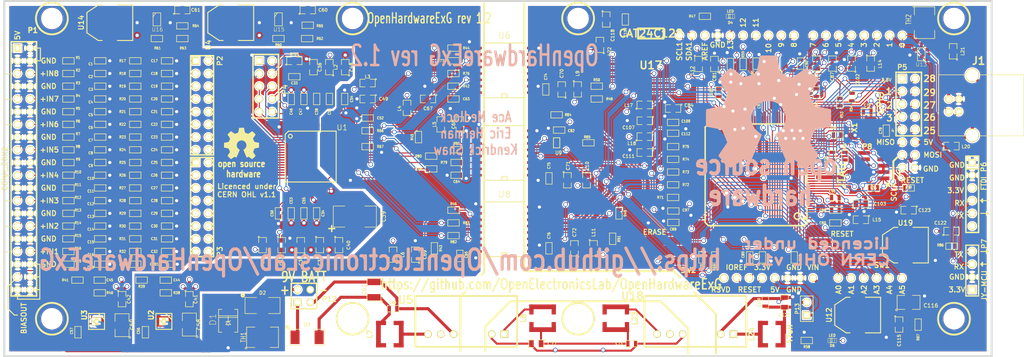
<source format=kicad_pcb>
(kicad_pcb (version 20171130) (host pcbnew 5.1.8+dfsg1-1+b1)
  (layers (0 Front signal) (1 Ground power) (2 Power power) (31 Back signal) (34 B.Paste user) (35 F.Paste user) (36 B.SilkS user) (37 F.SilkS user) (38 B.Mask user) (39 F.Mask user) (44 Edge.Cuts user))
  (net 0 "")
  (net 1 +3.3V)
  (net 2 +3.3VADC)
  (net 3 +5V)
  (net 4 +5VA)
  (net 5 /3.3V_ISO)
  (net 6 /5V_ISO)
  (net 7 /5V_in_prefilter)
  (net 8 /9V_ISO)
  (net 9 /9V_iso_postfilter)
  (net 10 /ADS129x_CLK)
  (net 11 /ADS129x_CLKSEL)
  (net 12 /ADS129x_CLKSEL_ISO)
  (net 13 /ADS129x_CLK_ISO)
  (net 14 /ADS129x_GPIO1)
  (net 15 /ADS129x_GPIO1_ISO)
  (net 16 /ADS129x_GPIO2)
  (net 17 /ADS129x_GPIO2_ISO)
  (net 18 /ADS129x_GPIO3)
  (net 19 /ADS129x_GPIO3_ISO)
  (net 20 /ADS129x_GPIO4)
  (net 21 /ADS129x_GPIO4_ISO)
  (net 22 /ADS129x_MISO)
  (net 23 /ADS129x_MISO_ISO)
  (net 24 /ADS129x_MOSI_ISO)
  (net 25 /ADS129x_SCLK_ISO)
  (net 26 /ADS129x_START)
  (net 27 /ADS129x_START_ISO)
  (net 28 /ADS129x_~CS~)
  (net 29 /ADS129x_~CS~_ISO)
  (net 30 /ADS129x_~DRDY~)
  (net 31 /ADS129x_~DRDY~_ISO)
  (net 32 /ADS129x_~PWDN~)
  (net 33 /ADS129x_~PWDN~_ISO)
  (net 34 /ADS129x_~RESET~)
  (net 35 /ADS129x_~RESET~_ISO)
  (net 36 /ADVREF)
  (net 37 /AVDD1)
  (net 38 /BIASOUT)
  (net 39 /BIASOUT_FILT)
  (net 40 /IN1N)
  (net 41 /IN1P)
  (net 42 /IN2N)
  (net 43 /IN2P)
  (net 44 /IN3N)
  (net 45 /IN3P)
  (net 46 /IN4N)
  (net 47 /IN4P)
  (net 48 /IN5N)
  (net 49 /IN5P)
  (net 50 /IN6N)
  (net 51 /IN6P)
  (net 52 /IN7N)
  (net 53 /IN7P)
  (net 54 /IN8N)
  (net 55 /IN8P)
  (net 56 /JTAG_RESET)
  (net 57 /JTAG_TCK)
  (net 58 /JTAG_TDI)
  (net 59 /JTAG_TDO)
  (net 60 /JTAG_TMS)
  (net 61 /LED_LATCH_CLK)
  (net 62 /LED_OUTPUT_ENABLE_INPUT)
  (net 63 /LED_SERIAL)
  (net 64 /LED_SHIFT_REG_CLEAR)
  (net 65 /LED_SHIFT_REG_CLK)
  (net 66 /PA16_A0)
  (net 67 /PA17_SDA1)
  (net 68 /PA18_SCL1)
  (net 69 /PA22_A3)
  (net 70 /PA23_A2)
  (net 71 /PA24_A1)
  (net 72 /PA25_MISO)
  (net 73 /PA26_MOSI)
  (net 74 /PA27_SCLK)
  (net 75 /PA28_SS0)
  (net 76 /PA29_SS1)
  (net 77 /PA4_A5)
  (net 78 /PA6_A4)
  (net 79 /PA8_RX)
  (net 80 /PA9_TX)
  (net 81 /PB25_PWM2)
  (net 82 /PB27_PWM13)
  (net 83 /PC20_ERASE)
  (net 84 /PC21_PWM9)
  (net 85 /PC22_PWM8)
  (net 86 /PC23_PWM7)
  (net 87 /PC24_PWM6)
  (net 88 /PC25_PWM5)
  (net 89 /PC28_PWM3)
  (net 90 /PD7_PWM11)
  (net 91 /PD8_PWM12)
  (net 92 /SRB1)
  (net 93 /SRB2)
  (net 94 /USB_DATA_M)
  (net 95 /USB_DATA_P)
  (net 96 /VDDANA)
  (net 97 /VDDBU)
  (net 98 /VDDCORE)
  (net 99 /VDDIN)
  (net 100 /VDDPLL)
  (net 101 /VDDUTMI)
  (net 102 /V_IN)
  (net 103 AGND)
  (net 104 GND)
  (net 105 N-0000010)
  (net 106 N-00000107)
  (net 107 N-00000108)
  (net 108 N-00000112)
  (net 109 N-00000113)
  (net 110 N-00000114)
  (net 111 N-00000115)
  (net 112 N-00000118)
  (net 113 N-00000119)
  (net 114 N-00000125)
  (net 115 N-00000126)
  (net 116 N-00000127)
  (net 117 N-00000128)
  (net 118 N-00000129)
  (net 119 N-00000132)
  (net 120 N-00000133)
  (net 121 N-00000135)
  (net 122 N-00000136)
  (net 123 N-00000138)
  (net 124 N-00000142)
  (net 125 N-00000143)
  (net 126 N-00000146)
  (net 127 N-00000147)
  (net 128 N-00000148)
  (net 129 N-00000149)
  (net 130 N-00000150)
  (net 131 N-00000151)
  (net 132 N-00000152)
  (net 133 N-00000153)
  (net 134 N-00000154)
  (net 135 N-00000155)
  (net 136 N-00000157)
  (net 137 N-00000159)
  (net 138 N-00000160)
  (net 139 N-00000162)
  (net 140 N-00000164)
  (net 141 N-00000165)
  (net 142 N-00000166)
  (net 143 N-00000167)
  (net 144 N-00000169)
  (net 145 N-0000017)
  (net 146 N-00000170)
  (net 147 N-00000173)
  (net 148 N-00000174)
  (net 149 N-00000175)
  (net 150 N-00000176)
  (net 151 N-00000177)
  (net 152 N-00000178)
  (net 153 N-00000179)
  (net 154 N-00000180)
  (net 155 N-00000181)
  (net 156 N-00000182)
  (net 157 N-00000183)
  (net 158 N-00000184)
  (net 159 N-00000185)
  (net 160 N-00000186)
  (net 161 N-00000189)
  (net 162 N-00000191)
  (net 163 N-00000193)
  (net 164 N-00000194)
  (net 165 N-00000197)
  (net 166 N-00000199)
  (net 167 N-00000207)
  (net 168 N-00000209)
  (net 169 N-0000021)
  (net 170 N-00000210)
  (net 171 N-00000213)
  (net 172 N-00000214)
  (net 173 N-00000217)
  (net 174 N-00000220)
  (net 175 N-00000221)
  (net 176 N-00000222)
  (net 177 N-00000223)
  (net 178 N-00000226)
  (net 179 N-00000228)
  (net 180 N-0000023)
  (net 181 N-00000240)
  (net 182 N-00000241)
  (net 183 N-00000247)
  (net 184 N-00000252)
  (net 185 N-00000253)
  (net 186 N-00000257)
  (net 187 N-00000258)
  (net 188 N-00000259)
  (net 189 N-00000260)
  (net 190 N-00000261)
  (net 191 N-00000262)
  (net 192 N-00000263)
  (net 193 N-00000264)
  (net 194 N-00000265)
  (net 195 N-00000266)
  (net 196 N-00000267)
  (net 197 N-00000268)
  (net 198 N-00000269)
  (net 199 N-00000270)
  (net 200 N-00000272)
  (net 201 N-00000274)
  (net 202 N-00000275)
  (net 203 N-00000276)
  (net 204 N-00000279)
  (net 205 N-00000280)
  (net 206 N-00000283)
  (net 207 N-00000284)
  (net 208 N-00000286)
  (net 209 N-00000288)
  (net 210 N-00000289)
  (net 211 N-00000291)
  (net 212 N-00000293)
  (net 213 N-00000295)
  (net 214 N-00000297)
  (net 215 N-00000299)
  (net 216 N-000003)
  (net 217 N-00000300)
  (net 218 N-00000301)
  (net 219 N-00000303)
  (net 220 N-00000304)
  (net 221 N-00000305)
  (net 222 N-00000306)
  (net 223 N-0000079)
  (net 224 N-000008)
  (module LOGO (layer Back) (at 190.5 71.12)
    (fp_text reference G*** hide)
    (fp_text value LOGO hide)
  )
  (module LOGO (layer Front) (at 85.344 77.47)
    (fp_text reference G*** hide)
    (fp_text value LOGO hide)
  )
  (module smt-crystal-3.2x2.5 (layer Front) (at 210.185 74.93 90)
    (fp_text reference X1 (at 0.635 -2.54 90) (layer F.SilkS) (effects (font (size 1.00076 1.00076) (thickness 0.25146))))
    (fp_text value ECS-120-20-33-CKM-TR hide)
    (pad 1 smd rect (at -1.15062 0.89916 90) (size 1.30048 1.09982) (layers Front F.Paste F.Mask) (net 183 N-00000247))
    (pad 2 smd rect (at 1.15062 0.89916 90) (size 1.30048 1.09982) (layers Front F.Paste F.Mask) (net 104 GND))
    (pad 3 smd rect (at 1.15062 -0.89916 90) (size 1.30048 1.09982) (layers Front F.Paste F.Mask) (net 111 N-00000115))
    (pad 4 smd rect (at -1.15062 -0.89916 90) (size 1.30048 1.09982) (layers Front F.Paste F.Mask) (net 104 GND))
  )
  (module SRR4028 (layer Front) (at 160.02 112.395)
    (fp_text reference L23 (at 3.81 0 90) (layer F.SilkS) (effects (font (size 1.00076 1.00076) (thickness 0.24892))))
    (fp_text value 47uH hide)
    (pad 1 smd rect (at 0 -2.27584) (size 5.30098 0.94996) (layers Front F.Paste F.Mask) (net 217 N-00000300))
    (pad 2 smd rect (at 0 2.27584) (size 5.30098 0.94996) (layers Front F.Paste F.Mask) (net 161 N-00000189))
    (pad 1 smd rect (at -2.22504 -1.75006) (size 0.8509 1.99898) (layers Front F.Paste F.Mask) (net 217 N-00000300))
    (pad 1 smd rect (at 2.22504 -1.75006) (size 0.8509 1.99898) (layers Front F.Paste F.Mask) (net 217 N-00000300))
    (pad 2 smd rect (at -2.22504 1.75006) (size 0.8509 1.99898) (layers Front F.Paste F.Mask) (net 161 N-00000189))
    (pad 2 smd rect (at 2.22504 1.75006) (size 0.8509 1.99898) (layers Front F.Paste F.Mask) (net 161 N-00000189))
  )
  (module SM0603 (layer Front) (at 195.62572 100.24618 270)
    (fp_text reference R68 (at 0.08382 -1.22428 270) (layer F.SilkS) (effects (font (size 0.508 0.4572) (thickness 0.1143))))
    (fp_text value 47 hide)
    (pad 1 smd rect (at -0.762 0 270) (size 0.635 1.143) (layers Front F.Paste F.Mask) (net 176 N-00000222))
    (pad 2 smd rect (at 0.762 0 270) (size 0.635 1.143) (layers Front F.Paste F.Mask) (net 28 /ADS129x_~CS~))
  )
  (module SM0603 (layer Front) (at 177.21072 100.24618 270)
    (fp_text reference R70 (at 1.98882 0.04572 270) (layer F.SilkS) (effects (font (size 0.508 0.4572) (thickness 0.1143))))
    (fp_text value 47 hide)
    (pad 1 smd rect (at -0.762 0 270) (size 0.635 1.143) (layers Front F.Paste F.Mask) (net 218 N-00000301))
    (pad 2 smd rect (at 0.762 0 270) (size 0.635 1.143) (layers Front F.Paste F.Mask) (net 73 /PA26_MOSI))
  )
  (module SM0603 (layer Front) (at 179.75072 100.24618 270)
    (fp_text reference R69 (at 1.98882 0.04572 270) (layer F.SilkS) (effects (font (size 0.508 0.4572) (thickness 0.1143))))
    (fp_text value 47 hide)
    (pad 1 smd rect (at -0.762 0 270) (size 0.635 1.143) (layers Front F.Paste F.Mask) (net 175 N-00000221))
    (pad 2 smd rect (at 0.762 0 270) (size 0.635 1.143) (layers Front F.Paste F.Mask) (net 74 /PA27_SCLK))
  )
  (module SM0603 (layer Front) (at 171.45 78.105 180)
    (fp_text reference R75 (at -2.54 0 180) (layer F.SilkS) (effects (font (size 0.508 0.4572) (thickness 0.1143))))
    (fp_text value 47 hide)
    (pad 1 smd rect (at -0.762 0 180) (size 0.635 1.143) (layers Front F.Paste F.Mask) (net 177 N-00000223))
    (pad 2 smd rect (at 0.762 0 180) (size 0.635 1.143) (layers Front F.Paste F.Mask) (net 10 /ADS129x_CLK))
  )
  (module SM0603 (layer Front) (at 171.45 83.185 180)
    (fp_text reference R73 (at -2.54 0 180) (layer F.SilkS) (effects (font (size 0.508 0.4572) (thickness 0.1143))))
    (fp_text value 47 hide)
    (pad 1 smd rect (at -0.762 0 180) (size 0.635 1.143) (layers Front F.Paste F.Mask) (net 179 N-00000228))
    (pad 2 smd rect (at 0.762 0 180) (size 0.635 1.143) (layers Front F.Paste F.Mask) (net 34 /ADS129x_~RESET~))
  )
  (module SM0603 (layer Front) (at 171.45 80.645 180)
    (fp_text reference R74 (at -2.54 0 180) (layer F.SilkS) (effects (font (size 0.508 0.4572) (thickness 0.1143))))
    (fp_text value 47 hide)
    (pad 1 smd rect (at -0.762 0 180) (size 0.635 1.143) (layers Front F.Paste F.Mask) (net 178 N-00000226))
    (pad 2 smd rect (at 0.762 0 180) (size 0.635 1.143) (layers Front F.Paste F.Mask) (net 11 /ADS129x_CLKSEL))
  )
  (module SM0603 (layer Front) (at 171.45 85.725 180)
    (fp_text reference R72 (at -2.54 0 180) (layer F.SilkS) (effects (font (size 0.508 0.4572) (thickness 0.1143))))
    (fp_text value 47 hide)
    (pad 1 smd rect (at -0.762 0 180) (size 0.635 1.143) (layers Front F.Paste F.Mask) (net 173 N-00000217))
    (pad 2 smd rect (at 0.762 0 180) (size 0.635 1.143) (layers Front F.Paste F.Mask) (net 32 /ADS129x_~PWDN~))
  )
  (module SM0603 (layer Front) (at 171.45 88.265 180)
    (fp_text reference R71 (at 2.54 0 180) (layer F.SilkS) (effects (font (size 0.508 0.4572) (thickness 0.1143))))
    (fp_text value 47 hide)
    (pad 1 smd rect (at -0.762 0 180) (size 0.635 1.143) (layers Front F.Paste F.Mask) (net 174 N-00000220))
    (pad 2 smd rect (at 0.762 0 180) (size 0.635 1.143) (layers Front F.Paste F.Mask) (net 26 /ADS129x_START))
  )
  (module SM0603 (layer Front) (at 154.559 77.343)
    (fp_text reference R85 (at -0.254 -1.143) (layer F.SilkS) (effects (font (size 0.508 0.4572) (thickness 0.1143))))
    (fp_text value 47 hide)
    (pad 1 smd rect (at -0.762 0) (size 0.635 1.143) (layers Front F.Paste F.Mask) (net 206 N-00000283))
    (pad 2 smd rect (at 0.762 0) (size 0.635 1.143) (layers Front F.Paste F.Mask) (net 72 /PA25_MISO))
  )
  (module SM0603 (layer Front) (at 148.209 71.755)
    (fp_text reference R84 (at 2.286 0) (layer F.SilkS) (effects (font (size 0.508 0.4572) (thickness 0.1143))))
    (fp_text value 47 hide)
    (pad 1 smd rect (at -0.762 0) (size 0.635 1.143) (layers Front F.Paste F.Mask) (net 207 N-00000284))
    (pad 2 smd rect (at 0.762 0) (size 0.635 1.143) (layers Front F.Paste F.Mask) (net 30 /ADS129x_~DRDY~))
  )
  (module SM0603 (layer Front) (at 128.27 78.74)
    (fp_text reference R81 (at 0 -1.27) (layer F.SilkS) (effects (font (size 0.508 0.4572) (thickness 0.1143))))
    (fp_text value 47 hide)
    (pad 1 smd rect (at -0.762 0) (size 0.635 1.143) (layers Front F.Paste F.Mask) (net 25 /ADS129x_SCLK_ISO))
    (pad 2 smd rect (at 0.762 0) (size 0.635 1.143) (layers Front F.Paste F.Mask) (net 208 N-00000286))
  )
  (module SM0603 (layer Front) (at 123.19 80.01)
    (fp_text reference R80 (at -2.54 0) (layer F.SilkS) (effects (font (size 0.508 0.4572) (thickness 0.1143))))
    (fp_text value 47 hide)
    (pad 1 smd rect (at -0.762 0) (size 0.635 1.143) (layers Front F.Paste F.Mask) (net 29 /ADS129x_~CS~_ISO))
    (pad 2 smd rect (at 0.762 0) (size 0.635 1.143) (layers Front F.Paste F.Mask) (net 209 N-00000288))
  )
  (module SM0603 (layer Front) (at 123.19 82.55)
    (fp_text reference R78 (at -2.54 0) (layer F.SilkS) (effects (font (size 0.508 0.4572) (thickness 0.1143))))
    (fp_text value 47 hide)
    (pad 1 smd rect (at -0.762 0) (size 0.635 1.143) (layers Front F.Paste F.Mask) (net 24 /ADS129x_MOSI_ISO))
    (pad 2 smd rect (at 0.762 0) (size 0.635 1.143) (layers Front F.Paste F.Mask) (net 210 N-00000289))
  )
  (module SM0603 (layer Front) (at 128.27 81.28)
    (fp_text reference R79 (at -2.54 0) (layer F.SilkS) (effects (font (size 0.508 0.4572) (thickness 0.1143))))
    (fp_text value 47 hide)
    (pad 1 smd rect (at -0.762 0) (size 0.635 1.143) (layers Front F.Paste F.Mask) (net 13 /ADS129x_CLK_ISO))
    (pad 2 smd rect (at 0.762 0) (size 0.635 1.143) (layers Front F.Paste F.Mask) (net 211 N-00000291))
  )
  (module SM0603 (layer Front) (at 127.635 95.885)
    (fp_text reference R82 (at 0 1.27) (layer F.SilkS) (effects (font (size 0.508 0.4572) (thickness 0.1143))))
    (fp_text value 47 hide)
    (pad 1 smd rect (at -0.762 0) (size 0.635 1.143) (layers Front F.Paste F.Mask) (net 33 /ADS129x_~PWDN~_ISO))
    (pad 2 smd rect (at 0.762 0) (size 0.635 1.143) (layers Front F.Paste F.Mask) (net 212 N-00000293))
  )
  (module SM0603 (layer Front) (at 127.635 93.345)
    (fp_text reference R83 (at 2.54 0) (layer F.SilkS) (effects (font (size 0.508 0.4572) (thickness 0.1143))))
    (fp_text value 47 hide)
    (pad 1 smd rect (at -0.762 0) (size 0.635 1.143) (layers Front F.Paste F.Mask) (net 35 /ADS129x_~RESET~_ISO))
    (pad 2 smd rect (at 0.762 0) (size 0.635 1.143) (layers Front F.Paste F.Mask) (net 213 N-00000295))
  )
  (module SM0603 (layer Front) (at 127.635 60.96)
    (fp_text reference R77 (at -2.54 0) (layer F.SilkS) (effects (font (size 0.508 0.4572) (thickness 0.1143))))
    (fp_text value 47 hide)
    (pad 1 smd rect (at -0.762 0) (size 0.635 1.143) (layers Front F.Paste F.Mask) (net 12 /ADS129x_CLKSEL_ISO))
    (pad 2 smd rect (at 0.762 0) (size 0.635 1.143) (layers Front F.Paste F.Mask) (net 214 N-00000297))
  )
  (module SM0603 (layer Front) (at 127.635 63.5)
    (fp_text reference R76 (at 2.54 0) (layer F.SilkS) (effects (font (size 0.508 0.4572) (thickness 0.1143))))
    (fp_text value 47 hide)
    (pad 1 smd rect (at -0.762 0) (size 0.635 1.143) (layers Front F.Paste F.Mask) (net 27 /ADS129x_START_ISO))
    (pad 2 smd rect (at 0.762 0) (size 0.635 1.143) (layers Front F.Paste F.Mask) (net 184 N-00000252))
  )
  (module SM0603 (layer Front) (at 110.49 78.105)
    (fp_text reference R67 (at 2.54 0) (layer F.SilkS) (effects (font (size 0.508 0.4572) (thickness 0.1143))))
    (fp_text value 47 hide)
    (pad 1 smd rect (at -0.762 0) (size 0.635 1.143) (layers Front F.Paste F.Mask) (net 139 N-00000162))
    (pad 2 smd rect (at 0.762 0) (size 0.635 1.143) (layers Front F.Paste F.Mask) (net 23 /ADS129x_MISO_ISO))
  )
  (module SM0603 (layer Front) (at 110.49 74.93)
    (fp_text reference R66 (at 2.54 0) (layer F.SilkS) (effects (font (size 0.508 0.4572) (thickness 0.1143))))
    (fp_text value 47 hide)
    (pad 1 smd rect (at -0.762 0) (size 0.635 1.143) (layers Front F.Paste F.Mask) (net 136 N-00000157))
    (pad 2 smd rect (at 0.762 0) (size 0.635 1.143) (layers Front F.Paste F.Mask) (net 31 /ADS129x_~DRDY~_ISO))
  )
  (module SM0603 (layer Front) (at 189.865 109.22 90)
    (fp_text reference C120 (at 0 -1.27 90) (layer F.SilkS) (effects (font (size 0.508 0.4572) (thickness 0.1143))))
    (fp_text value 100nF hide)
    (pad 1 smd rect (at -0.762 0 90) (size 0.635 1.143) (layers Front F.Paste F.Mask) (net 7 /5V_in_prefilter))
    (pad 2 smd rect (at 0.762 0 90) (size 0.635 1.143) (layers Front F.Paste F.Mask) (net 104 GND))
  )
  (module SM0805 (layer Front) (at 193.675 109.22 90)
    (fp_text reference C121 (at -2.54 0 180) (layer F.SilkS) (effects (font (size 0.635 0.635) (thickness 0.127))))
    (fp_text value 10uF hide)
    (pad 1 smd rect (at -0.9525 0 90) (size 0.889 1.397) (layers Front F.Paste F.Mask) (net 7 /5V_in_prefilter))
    (pad 2 smd rect (at 0.9525 0 90) (size 0.889 1.397) (layers Front F.Paste F.Mask) (net 104 GND))
  )
  (module SRR4028 (layer Front) (at 191.135 115.57 270)
    (fp_text reference L24 (at 0 4.0005 270) (layer F.SilkS) (effects (font (size 1.00076 1.00076) (thickness 0.24892))))
    (fp_text value 47uH (at 0 -3.59918 270) (layer F.SilkS) (effects (font (size 1.00076 1.00076) (thickness 0.25146))))
    (pad 1 smd rect (at 0 -2.27584 270) (size 5.30098 0.94996) (layers Front F.Paste F.Mask) (net 7 /5V_in_prefilter))
    (pad 2 smd rect (at 0 2.27584 270) (size 5.30098 0.94996) (layers Front F.Paste F.Mask) (net 107 N-00000108))
    (pad 1 smd rect (at -2.22504 -1.75006 270) (size 0.8509 1.99898) (layers Front F.Paste F.Mask) (net 7 /5V_in_prefilter))
    (pad 1 smd rect (at 2.22504 -1.75006 270) (size 0.8509 1.99898) (layers Front F.Paste F.Mask) (net 7 /5V_in_prefilter))
    (pad 2 smd rect (at -2.22504 1.75006 270) (size 0.8509 1.99898) (layers Front F.Paste F.Mask) (net 107 N-00000108))
    (pad 2 smd rect (at 2.22504 1.75006 270) (size 0.8509 1.99898) (layers Front F.Paste F.Mask) (net 107 N-00000108))
  )
  (module SIP7_ISOLATOR (layer Front) (at 175.895 113.03 180)
    (fp_text reference U18 (at 12.573 5.08 180) (layer F.SilkS) (effects (font (size 1.524 1.524) (thickness 0.3048))))
    (fp_text value R05P205/R6 hide)
    (pad 1 thru_hole rect (at -7.62 -2.54 180) (size 1.50114 1.50114) (drill 1.00076) (layers *.Cu *.Mask F.SilkS) (net 107 N-00000108))
    (pad 2 thru_hole circle (at -5.08 -2.54 180) (size 1.50114 1.50114) (drill 1.00076) (layers *.Cu *.Mask F.SilkS) (net 104 GND))
    (pad 5 thru_hole circle (at 2.54 -2.54 180) (size 1.50114 1.50114) (drill 1.00076) (layers *.Cu *.Mask F.SilkS) (net 163 N-00000193))
    (pad 6 thru_hole circle (at 5.08 -2.54 180) (size 1.50114 1.50114) (drill 1.00076) (layers *.Cu *.Mask F.SilkS))
    (pad 7 thru_hole circle (at 7.62 -2.54 180) (size 1.50114 1.50114) (drill 1.00076) (layers *.Cu *.Mask F.SilkS) (net 217 N-00000300))
  )
  (module SM0603 (layer Front) (at 161.925 52.705 270)
    (fp_text reference C119 (at 2.54 0 270) (layer F.SilkS) (effects (font (size 0.508 0.4572) (thickness 0.1143))))
    (fp_text value 100nF hide)
    (pad 1 smd rect (at -0.762 0 270) (size 0.635 1.143) (layers Front F.Paste F.Mask) (net 106 N-00000107))
    (pad 2 smd rect (at 0.762 0 270) (size 0.635 1.143) (layers Front F.Paste F.Mask) (net 104 GND))
  )
  (module SM0805 (layer Front) (at 156.845 57.785 90)
    (fp_text reference L22 (at -1.27 1.905 90) (layer F.SilkS) (effects (font (size 0.635 0.635) (thickness 0.127))))
    (fp_text value MH2029-221Y hide)
    (pad 1 smd rect (at -0.9525 0 90) (size 0.889 1.397) (layers Front F.Paste F.Mask) (net 1 +3.3V))
    (pad 2 smd rect (at 0.9525 0 90) (size 0.889 1.397) (layers Front F.Paste F.Mask) (net 106 N-00000107))
  )
  (module SM0805 (layer Front) (at 158.115 52.705 270)
    (fp_text reference C118 (at 3.175 -1.27 270) (layer F.SilkS) (effects (font (size 0.635 0.635) (thickness 0.127))))
    (fp_text value 10uF hide)
    (pad 1 smd rect (at -0.9525 0 270) (size 0.889 1.397) (layers Front F.Paste F.Mask) (net 106 N-00000107))
    (pad 2 smd rect (at 0.9525 0 270) (size 0.889 1.397) (layers Front F.Paste F.Mask) (net 104 GND))
  )
  (module SM2010 (layer Front) (at 89.535 109.855 180)
    (fp_text reference D2 (at 0 2.54 180) (layer F.SilkS) (effects (font (size 0.70104 0.70104) (thickness 0.127))))
    (fp_text value CMS06 hide)
    (pad 1 smd rect (at -2.4003 0 180) (size 1.80086 2.70002) (layers Front F.Paste F.Mask) (net 165 N-00000197))
    (pad 2 smd rect (at 2.4003 0 180) (size 1.80086 2.70002) (layers Front F.Paste F.Mask) (net 170 N-00000210))
  )
  (module SM2010 (layer Front) (at 98.425 116.205 180)
    (fp_text reference D3 (at 0 2.54 180) (layer F.SilkS) (effects (font (size 0.70104 0.70104) (thickness 0.127))))
    (fp_text value CMS06 hide)
    (pad 1 smd rect (at -2.4003 0 180) (size 1.80086 2.70002) (layers Front F.Paste F.Mask) (net 9 /9V_iso_postfilter))
    (pad 2 smd rect (at 2.4003 0 180) (size 1.80086 2.70002) (layers Front F.Paste F.Mask) (net 112 N-00000118))
  )
  (module PIN_ARRAY_5x2 (layer Front) (at 90.17 66.04 270)
    (fp_text reference P4 (at 0.635 -3.81 270) (layer F.SilkS) (effects (font (size 1.016 1.016) (thickness 0.2032))))
    (fp_text value CONN_5X2 hide)
    (pad 1 thru_hole rect (at -5.08 1.27 270) (size 1.524 1.524) (drill 1.016) (layers *.Cu *.Mask F.SilkS) (net 92 /SRB1))
    (pad 2 thru_hole circle (at -5.08 -1.27 270) (size 1.524 1.524) (drill 1.016) (layers *.Cu *.Mask F.SilkS) (net 113 N-00000119))
    (pad 3 thru_hole circle (at -2.54 1.27 270) (size 1.524 1.524) (drill 1.016) (layers *.Cu *.Mask F.SilkS) (net 93 /SRB2))
    (pad 4 thru_hole circle (at -2.54 -1.27 270) (size 1.524 1.524) (drill 1.016) (layers *.Cu *.Mask F.SilkS) (net 204 N-00000279))
    (pad 5 thru_hole circle (at 0 1.27 270) (size 1.524 1.524) (drill 1.016) (layers *.Cu *.Mask F.SilkS) (net 38 /BIASOUT))
    (pad 6 thru_hole circle (at 0 -1.27 270) (size 1.524 1.524) (drill 1.016) (layers *.Cu *.Mask F.SilkS) (net 108 N-00000112))
    (pad 7 thru_hole circle (at 2.54 1.27 270) (size 1.524 1.524) (drill 1.016) (layers *.Cu *.Mask F.SilkS) (net 38 /BIASOUT))
    (pad 8 thru_hole circle (at 2.54 -1.27 270) (size 1.524 1.524) (drill 1.016) (layers *.Cu *.Mask F.SilkS) (net 124 N-00000142))
    (pad 9 thru_hole circle (at 5.08 1.27 270) (size 1.524 1.524) (drill 1.016) (layers *.Cu *.Mask F.SilkS) (net 38 /BIASOUT))
    (pad 10 thru_hole circle (at 5.08 -1.27 270) (size 1.524 1.524) (drill 1.016) (layers *.Cu *.Mask F.SilkS) (net 108 N-00000112))
  )
  (module SM0805 (layer Front) (at 227.33 59.055 90)
    (fp_text reference L21 (at 0 1.905 90) (layer F.SilkS) (effects (font (size 0.635 0.635) (thickness 0.127))))
    (fp_text value MH2029-221Y hide)
    (pad 1 smd rect (at -0.9525 0 90) (size 0.889 1.397) (layers Front F.Paste F.Mask) (net 137 N-00000159))
    (pad 2 smd rect (at 0.9525 0 90) (size 0.889 1.397) (layers Front F.Paste F.Mask) (net 166 N-00000199))
  )
  (module SOT23 (layer Front) (at 92.71 52.705 270)
    (fp_text reference U15 (at 1.99898 -0.09906) (layer F.SilkS) (effects (font (size 0.762 0.762) (thickness 0.0762))))
    (fp_text value TL431BIDBZR hide)
    (pad 3 smd rect (at 0 -1.27 270) (size 0.70104 1.00076) (layers Front F.Paste F.Mask) (net 103 AGND))
    (pad 2 smd rect (at 0.9525 1.27 270) (size 0.70104 1.00076) (layers Front F.Paste F.Mask) (net 109 N-00000113))
    (pad 1 smd rect (at -0.9525 1.27 270) (size 0.70104 1.00076) (layers Front F.Paste F.Mask) (net 110 N-00000114))
  )
  (module SM0603 (layer Front) (at 98.425 56.515)
    (fp_text reference R62 (at 2.54 0) (layer F.SilkS) (effects (font (size 0.508 0.4572) (thickness 0.1143))))
    (fp_text value 10.0k hide)
    (pad 1 smd rect (at -0.762 0) (size 0.635 1.143) (layers Front F.Paste F.Mask) (net 5 /3.3V_ISO))
    (pad 2 smd rect (at 0.762 0) (size 0.635 1.143) (layers Front F.Paste F.Mask) (net 109 N-00000113))
  )
  (module SM0603 (layer Front) (at 98.552 53.848 180)
    (fp_text reference R65 (at -2.413 -0.127 180) (layer F.SilkS) (effects (font (size 0.508 0.4572) (thickness 0.1143))))
    (fp_text value 19.6k hide)
    (pad 1 smd rect (at -0.762 0 180) (size 0.635 1.143) (layers Front F.Paste F.Mask) (net 109 N-00000113))
    (pad 2 smd rect (at 0.762 0 180) (size 0.635 1.143) (layers Front F.Paste F.Mask) (net 103 AGND))
  )
  (module SM0603 (layer Front) (at 92.71 56.515 180)
    (fp_text reference R60 (at 0 -1.27 180) (layer F.SilkS) (effects (font (size 0.508 0.4572) (thickness 0.1143))))
    (fp_text value 68 hide)
    (pad 1 smd rect (at -0.762 0 180) (size 0.635 1.143) (layers Front F.Paste F.Mask) (net 5 /3.3V_ISO))
    (pad 2 smd rect (at 0.762 0 180) (size 0.635 1.143) (layers Front F.Paste F.Mask) (net 110 N-00000114))
  )
  (module SM0805 (layer Front) (at 98.552 50.8)
    (fp_text reference C60 (at 3.048 0) (layer F.SilkS) (effects (font (size 0.635 0.635) (thickness 0.127))))
    (fp_text value 10uF hide)
    (pad 1 smd rect (at -0.9525 0) (size 0.889 1.397) (layers Front F.Paste F.Mask) (net 110 N-00000114))
    (pad 2 smd rect (at 0.9525 0) (size 0.889 1.397) (layers Front F.Paste F.Mask) (net 103 AGND))
  )
  (module SOT223 (layer Front) (at 83.185 53.34 90)
    (fp_text reference U4 (at -4.445 -4.445 90) (layer F.SilkS) (effects (font (size 1.016 1.016) (thickness 0.2032))))
    (fp_text value BT1308W-600D hide)
    (pad 4 smd rect (at 0 -3.302 90) (size 3.6576 2.032) (layers Front F.Paste F.Mask))
    (pad 2 smd rect (at 0 3.302 90) (size 1.016 2.032) (layers Front F.Paste F.Mask) (net 103 AGND))
    (pad 3 smd rect (at 2.286 3.302 90) (size 1.016 2.032) (layers Front F.Paste F.Mask) (net 110 N-00000114))
    (pad 1 smd rect (at -2.286 3.302 90) (size 1.016 2.032) (layers Front F.Paste F.Mask) (net 5 /3.3V_ISO))
  )
  (module SOT223 (layer Front) (at 59.055 53.34 90)
    (fp_text reference U14 (at 0 -5.715 90) (layer F.SilkS) (effects (font (size 1.016 1.016) (thickness 0.2032))))
    (fp_text value BT1308W-600D hide)
    (pad 4 smd rect (at 0 -3.302 90) (size 3.6576 2.032) (layers Front F.Paste F.Mask))
    (pad 2 smd rect (at 0 3.302 90) (size 1.016 2.032) (layers Front F.Paste F.Mask) (net 103 AGND))
    (pad 3 smd rect (at 2.286 3.302 90) (size 1.016 2.032) (layers Front F.Paste F.Mask) (net 202 N-00000275))
    (pad 1 smd rect (at -2.286 3.302 90) (size 1.016 2.032) (layers Front F.Paste F.Mask) (net 6 /5V_ISO))
  )
  (module SM0805 (layer Front) (at 73.533 50.8)
    (fp_text reference C61 (at 2.667 0) (layer F.SilkS) (effects (font (size 0.635 0.635) (thickness 0.127))))
    (fp_text value 10uF hide)
    (pad 1 smd rect (at -0.9525 0) (size 0.889 1.397) (layers Front F.Paste F.Mask) (net 202 N-00000275))
    (pad 2 smd rect (at 0.9525 0) (size 0.889 1.397) (layers Front F.Paste F.Mask) (net 103 AGND))
  )
  (module SM0603 (layer Front) (at 68.453 56.515 180)
    (fp_text reference R61 (at -0.127 -1.905 180) (layer F.SilkS) (effects (font (size 0.508 0.4572) (thickness 0.1143))))
    (fp_text value 68 hide)
    (pad 1 smd rect (at -0.762 0 180) (size 0.635 1.143) (layers Front F.Paste F.Mask) (net 6 /5V_ISO))
    (pad 2 smd rect (at 0.762 0 180) (size 0.635 1.143) (layers Front F.Paste F.Mask) (net 202 N-00000275))
  )
  (module SM0603 (layer Front) (at 73.533 53.975 180)
    (fp_text reference R64 (at -2.667 0 180) (layer F.SilkS) (effects (font (size 0.508 0.4572) (thickness 0.1143))))
    (fp_text value 8.45k hide)
    (pad 1 smd rect (at -0.762 0 180) (size 0.635 1.143) (layers Front F.Paste F.Mask) (net 203 N-00000276))
    (pad 2 smd rect (at 0.762 0 180) (size 0.635 1.143) (layers Front F.Paste F.Mask) (net 103 AGND))
  )
  (module SM0603 (layer Front) (at 73.533 56.515)
    (fp_text reference R63 (at 0.127 1.905) (layer F.SilkS) (effects (font (size 0.508 0.4572) (thickness 0.1143))))
    (fp_text value 10.0k hide)
    (pad 1 smd rect (at -0.762 0) (size 0.635 1.143) (layers Front F.Paste F.Mask) (net 6 /5V_ISO))
    (pad 2 smd rect (at 0.762 0) (size 0.635 1.143) (layers Front F.Paste F.Mask) (net 203 N-00000276))
  )
  (module SOT23 (layer Front) (at 68.453 52.705 270)
    (fp_text reference U16 (at 1.99898 -0.09906) (layer F.SilkS) (effects (font (size 0.762 0.762) (thickness 0.0762))))
    (fp_text value TL431BIDBZR hide)
    (pad 3 smd rect (at 0 -1.27 270) (size 0.70104 1.00076) (layers Front F.Paste F.Mask) (net 103 AGND))
    (pad 2 smd rect (at 0.9525 1.27 270) (size 0.70104 1.00076) (layers Front F.Paste F.Mask) (net 203 N-00000276))
    (pad 1 smd rect (at -0.9525 1.27 270) (size 0.70104 1.00076) (layers Front F.Paste F.Mask) (net 202 N-00000275))
  )
  (module SM0603 (layer Front) (at 185.42 61.595 90)
    (fp_text reference R59 (at 1.905 0 90) (layer F.SilkS) (effects (font (size 0.508 0.4572) (thickness 0.1143))))
    (fp_text value 100k hide)
    (pad 1 smd rect (at -0.762 0 90) (size 0.635 1.143) (layers Front F.Paste F.Mask) (net 182 N-00000241))
    (pad 2 smd rect (at 0.762 0 90) (size 0.635 1.143) (layers Front F.Paste F.Mask) (net 1 +3.3V))
  )
  (module SOT23_6 (layer Front) (at 220.98 59.69 270)
    (fp_text reference U13 (at 1.99898 0) (layer F.SilkS) (effects (font (size 0.762 0.762) (thickness 0.0762))))
    (fp_text value USBLC6 hide)
    (pad 6 smd rect (at -0.9525 -1.27 270) (size 0.70104 1.00076) (layers Front F.Paste F.Mask) (net 138 N-00000160))
    (pad 5 smd rect (at 0 -1.27 270) (size 0.70104 1.00076) (layers Front F.Paste F.Mask) (net 3 +5V))
    (pad 4 smd rect (at 0.9525 -1.27 270) (size 0.70104 1.00076) (layers Front F.Paste F.Mask) (net 114 N-00000125))
    (pad 3 smd rect (at 0.9525 1.27 270) (size 0.70104 1.00076) (layers Front F.Paste F.Mask) (net 95 /USB_DATA_P))
    (pad 2 smd rect (at 0 1.27 270) (size 0.70104 1.00076) (layers Front F.Paste F.Mask) (net 104 GND))
    (pad 1 smd rect (at -0.9525 1.27 270) (size 0.70104 1.00076) (layers Front F.Paste F.Mask) (net 94 /USB_DATA_M))
  )
  (module SM0603 (layer Front) (at 177.8 52.07 180)
    (fp_text reference R47 (at 2.54 0 180) (layer F.SilkS) (effects (font (size 0.508 0.4572) (thickness 0.1143))))
    (fp_text value 1k hide)
    (pad 1 smd rect (at -0.762 0 180) (size 0.635 1.143) (layers Front F.Paste F.Mask) (net 115 N-00000126))
    (pad 2 smd rect (at 0.762 0 180) (size 0.635 1.143) (layers Front F.Paste F.Mask) (net 104 GND))
  )
  (module LED-0603 (layer Front) (at 182.88 52.07 180)
    (fp_text reference D4 (at 0 -1.27 180) (layer F.SilkS) (effects (font (size 0.508 0.508) (thickness 0.127))))
    (fp_text value LED (at 0 1.016 180) (layer F.SilkS) (effects (font (size 0.508 0.508) (thickness 0.127))))
    (pad 1 smd rect (at -0.7493 0 180) (size 0.79756 0.79756) (layers Front F.Paste F.Mask) (net 82 /PB27_PWM13))
    (pad 2 smd rect (at 0.7493 0 180) (size 0.79756 0.79756) (layers Front F.Paste F.Mask) (net 115 N-00000126))
  )
  (module arduino_shield (layer Front) (at 198.12 78.74)
    (fp_text reference P11 hide)
    (fp_text value ARDUINO_SHIELD hide)
    (fp_text user RSVD (at -17.145 27.94) (layer F.SilkS) (effects (font (size 1.016 1.016) (thickness 0.2032))))
    (fp_text user IOREF (at -13.97 23.495) (layer F.SilkS) (effects (font (size 1.016 1.016) (thickness 0.2032))))
    (fp_text user RESET (at -11.43 27.94) (layer F.SilkS) (effects (font (size 1.016 1.016) (thickness 0.2032))))
    (fp_text user 3.3V (at -8.89 23.495) (layer F.SilkS) (effects (font (size 1.016 1.016) (thickness 0.2032))))
    (fp_text user 5V (at -6.35 27.94) (layer F.SilkS) (effects (font (size 1.016 1.016) (thickness 0.2032))))
    (fp_text user GND (at -2.54 23.495) (layer F.SilkS) (effects (font (size 1.016 1.016) (thickness 0.2032))))
    (fp_text user GND (at -2.54 27.94) (layer F.SilkS) (effects (font (size 1.016 1.016) (thickness 0.2032))))
    (fp_text user VIN (at 1.27 23.495) (layer F.SilkS) (effects (font (size 1.016 1.016) (thickness 0.2032))))
    (fp_text user A0 (at 6.35 27.94 90) (layer F.SilkS) (effects (font (size 1.016 1.016) (thickness 0.2032))))
    (fp_text user A1 (at 8.89 27.94 90) (layer F.SilkS) (effects (font (size 1.016 1.016) (thickness 0.2032))))
    (fp_text user A2 (at 11.43 27.94 90) (layer F.SilkS) (effects (font (size 1.016 1.016) (thickness 0.2032))))
    (fp_text user A3 (at 13.97 27.94 90) (layer F.SilkS) (effects (font (size 1.016 1.016) (thickness 0.2032))))
    (fp_text user A4 (at 16.51 27.94 90) (layer F.SilkS) (effects (font (size 1.016 1.016) (thickness 0.2032))))
    (fp_text user A5 (at 19.05 27.94 90) (layer F.SilkS) (effects (font (size 1.016 1.016) (thickness 0.2032))))
    (fp_text user MISO (at 15.7226 -1.524) (layer F.SilkS) (effects (font (size 1.016 1.016) (thickness 0.2032))))
    (fp_text user SCLK (at 17.399 8.382 90) (layer F.SilkS) (effects (font (size 1.016 1.016) (thickness 0.2032))))
    (fp_text user RESET (at 21.082 6.096) (layer F.SilkS) (effects (font (size 1.016 1.016) (thickness 0.2032))))
    (fp_text user 5V (at 24.257 -1.524) (layer F.SilkS) (effects (font (size 1.016 1.016) (thickness 0.2032))))
    (fp_text user MOSI (at 25.146 1.016) (layer F.SilkS) (effects (font (size 1.016 1.016) (thickness 0.2032))))
    (fp_text user GND (at 24.765 3.81) (layer F.SilkS) (effects (font (size 1.016 1.016) (thickness 0.2032))))
    (fp_text user 0 (at 19.05 -20.955 90) (layer F.SilkS) (effects (font (size 1.016 1.016) (thickness 0.2032))))
    (fp_text user 1 (at 16.51 -20.955 90) (layer F.SilkS) (effects (font (size 1.016 1.016) (thickness 0.2032))))
    (fp_text user 2 (at 13.97 -20.955 90) (layer F.SilkS) (effects (font (size 1.016 1.016) (thickness 0.2032))))
    (fp_text user 3 (at 11.43 -20.955 90) (layer F.SilkS) (effects (font (size 1.016 1.016) (thickness 0.2032))))
    (fp_text user 4 (at 8.89 -20.955 90) (layer F.SilkS) (effects (font (size 1.016 1.016) (thickness 0.2032))))
    (fp_text user 5 (at 6.35 -20.955 90) (layer F.SilkS) (effects (font (size 1.016 1.016) (thickness 0.2032))))
    (fp_text user 6 (at 3.81 -20.955 90) (layer F.SilkS) (effects (font (size 1.016 1.016) (thickness 0.2032))))
    (fp_text user 7 (at 1.27 -20.955 90) (layer F.SilkS) (effects (font (size 1.016 1.016) (thickness 0.2032))))
    (fp_text user 8 (at -2.54 -20.955 90) (layer F.SilkS) (effects (font (size 1.016 1.016) (thickness 0.2032))))
    (fp_text user 9 (at -5.08 -20.955 90) (layer F.SilkS) (effects (font (size 1.016 1.016) (thickness 0.2032))))
    (fp_text user 10 (at -7.62 -20.32 90) (layer F.SilkS) (effects (font (size 1.016 1.016) (thickness 0.2032))))
    (fp_text user 11 (at -10.16 -25.4 90) (layer F.SilkS) (effects (font (size 1.016 1.016) (thickness 0.2032))))
    (fp_text user 12 (at -12.7 -25.4 90) (layer F.SilkS) (effects (font (size 1.016 1.016) (thickness 0.2032))))
    (fp_text user 13 (at -15.24 -20.955 90) (layer F.SilkS) (effects (font (size 1.016 1.016) (thickness 0.2032))))
    (fp_text user GND (at -17.78 -20.955) (layer F.SilkS) (effects (font (size 1.016 1.016) (thickness 0.2032))))
    (fp_text user AREF (at -20.32 -19.685 90) (layer F.SilkS) (effects (font (size 1.016 1.016) (thickness 0.2032))))
    (fp_text user SDA1 (at -23.495 -19.685 90) (layer F.SilkS) (effects (font (size 1.016 1.016) (thickness 0.2032))))
    (fp_text user SCL1 (at -25.4 -19.685 90) (layer F.SilkS) (effects (font (size 1.016 1.016) (thickness 0.2032))))
    (pad 90 thru_hole circle (at -16.5354 25.6032) (size 1.524 1.524) (drill 1.00076) (layers *.Cu *.Mask F.SilkS))
    (pad 91 thru_hole circle (at -13.9954 25.6032) (size 1.524 1.524) (drill 1.00076) (layers *.Cu *.Mask F.SilkS) (net 1 +3.3V))
    (pad 92 thru_hole circle (at -11.4554 25.6032) (size 1.524 1.524) (drill 1.00076) (layers *.Cu *.Mask F.SilkS) (net 56 /JTAG_RESET))
    (pad 93 thru_hole circle (at -8.9154 25.6032) (size 1.524 1.524) (drill 1.00076) (layers *.Cu *.Mask F.SilkS) (net 1 +3.3V))
    (pad 94 thru_hole circle (at -6.3754 25.6032) (size 1.524 1.524) (drill 1.00076) (layers *.Cu *.Mask F.SilkS) (net 3 +5V))
    (pad 95 thru_hole circle (at -3.8354 25.6032) (size 1.524 1.524) (drill 1.00076) (layers *.Cu *.Mask F.SilkS) (net 104 GND))
    (pad 96 thru_hole circle (at -1.2954 25.6032) (size 1.524 1.524) (drill 1.00076) (layers *.Cu *.Mask F.SilkS) (net 104 GND))
    (pad 97 thru_hole circle (at 1.2446 25.6032) (size 1.524 1.524) (drill 1.00076) (layers *.Cu *.Mask F.SilkS) (net 102 /V_IN))
    (pad 54 thru_hole circle (at 6.2992 25.6032) (size 1.524 1.524) (drill 1.00076) (layers *.Cu *.Mask F.SilkS) (net 66 /PA16_A0))
    (pad 55 thru_hole circle (at 8.8392 25.6032) (size 1.524 1.524) (drill 1.00076) (layers *.Cu *.Mask F.SilkS) (net 71 /PA24_A1))
    (pad 56 thru_hole circle (at 11.3792 25.6032) (size 1.524 1.524) (drill 1.00076) (layers *.Cu *.Mask F.SilkS) (net 70 /PA23_A2))
    (pad 57 thru_hole circle (at 13.9192 25.6032) (size 1.524 1.524) (drill 1.00076) (layers *.Cu *.Mask F.SilkS) (net 69 /PA22_A3))
    (pad 58 thru_hole circle (at 16.4592 25.6032) (size 1.524 1.524) (drill 1.00076) (layers *.Cu *.Mask F.SilkS) (net 78 /PA6_A4))
    (pad 59 thru_hole circle (at 18.9992 25.6032) (size 1.524 1.524) (drill 1.00076) (layers *.Cu *.Mask F.SilkS) (net 77 /PA4_A5))
    (pad 74 thru_hole circle (at 19.0754 -1.524) (size 1.524 1.524) (drill 1.00076) (layers *.Cu *.Mask F.SilkS) (net 72 /PA25_MISO))
    (pad 76 thru_hole circle (at 19.0754 1.016) (size 1.524 1.524) (drill 1.00076) (layers *.Cu *.Mask F.SilkS) (net 74 /PA27_SCLK))
    (pad 89 thru_hole circle (at 19.0754 3.556) (size 1.524 1.524) (drill 1.00076) (layers *.Cu *.Mask F.SilkS) (net 56 /JTAG_RESET))
    (pad 87 thru_hole circle (at 21.6154 3.556) (size 1.524 1.524) (drill 1.00076) (layers *.Cu *.Mask F.SilkS) (net 104 GND))
    (pad 75 thru_hole circle (at 21.6154 1.016) (size 1.524 1.524) (drill 1.00076) (layers *.Cu *.Mask F.SilkS) (net 73 /PA26_MOSI))
    (pad 88 thru_hole circle (at 21.6154 -1.524) (size 1.524 1.524) (drill 1.00076) (layers *.Cu *.Mask F.SilkS) (net 3 +5V))
    (pad 0 thru_hole circle (at 19.0754 -22.86) (size 1.524 1.524) (drill 1.00076) (layers *.Cu *.Mask F.SilkS) (net 79 /PA8_RX))
    (pad 1 thru_hole circle (at 16.5354 -22.86) (size 1.524 1.524) (drill 1.00076) (layers *.Cu *.Mask F.SilkS) (net 80 /PA9_TX))
    (pad 2 thru_hole circle (at 13.9954 -22.86) (size 1.524 1.524) (drill 1.00076) (layers *.Cu *.Mask F.SilkS) (net 81 /PB25_PWM2))
    (pad 3 thru_hole circle (at 11.4554 -22.86) (size 1.524 1.524) (drill 1.00076) (layers *.Cu *.Mask F.SilkS) (net 89 /PC28_PWM3))
    (pad 4 thru_hole circle (at 8.9154 -22.86) (size 1.524 1.524) (drill 1.00076) (layers *.Cu *.Mask F.SilkS) (net 76 /PA29_SS1))
    (pad 5 thru_hole circle (at 6.3754 -22.86) (size 1.524 1.524) (drill 1.00076) (layers *.Cu *.Mask F.SilkS) (net 88 /PC25_PWM5))
    (pad 6 thru_hole circle (at 3.8354 -22.86) (size 1.524 1.524) (drill 1.00076) (layers *.Cu *.Mask F.SilkS) (net 87 /PC24_PWM6))
    (pad 7 thru_hole circle (at 1.2954 -22.86) (size 1.524 1.524) (drill 1.00076) (layers *.Cu *.Mask F.SilkS) (net 86 /PC23_PWM7))
    (pad 8 thru_hole circle (at -2.54 -22.86) (size 1.524 1.524) (drill 1.00076) (layers *.Cu *.Mask F.SilkS) (net 85 /PC22_PWM8))
    (pad 9 thru_hole circle (at -5.08 -22.86) (size 1.524 1.524) (drill 1.00076) (layers *.Cu *.Mask F.SilkS) (net 84 /PC21_PWM9))
    (pad 10 thru_hole circle (at -7.62 -22.86) (size 1.524 1.524) (drill 1.00076) (layers *.Cu *.Mask F.SilkS) (net 75 /PA28_SS0))
    (pad 11 thru_hole circle (at -10.16 -22.86) (size 1.524 1.524) (drill 1.00076) (layers *.Cu *.Mask F.SilkS) (net 90 /PD7_PWM11))
    (pad 12 thru_hole circle (at -12.7 -22.86) (size 1.524 1.524) (drill 1.00076) (layers *.Cu *.Mask F.SilkS) (net 91 /PD8_PWM12))
    (pad 13 thru_hole circle (at -15.24 -22.86) (size 1.524 1.524) (drill 1.00076) (layers *.Cu *.Mask F.SilkS) (net 82 /PB27_PWM13))
    (pad 99 thru_hole circle (at -17.78 -22.86) (size 1.524 1.524) (drill 1.00076) (layers *.Cu *.Mask F.SilkS) (net 104 GND))
    (pad 98 thru_hole circle (at -20.32 -22.86) (size 1.524 1.524) (drill 1.00076) (layers *.Cu *.Mask F.SilkS))
    (pad 70 thru_hole circle (at -22.86 -22.86) (size 1.524 1.524) (drill 1.00076) (layers *.Cu *.Mask F.SilkS) (net 67 /PA17_SDA1))
    (pad 71 thru_hole circle (at -25.4 -22.86) (size 1.524 1.524) (drill 1.00076) (layers *.Cu *.Mask F.SilkS) (net 68 /PA18_SCL1))
  )
  (module SM0603 (layer Front) (at 148.717 74.803 180)
    (fp_text reference C82 (at -2.413 -0.127 180) (layer F.SilkS) (effects (font (size 0.508 0.4572) (thickness 0.1143))))
    (fp_text value 100nF hide)
    (pad 1 smd rect (at -0.762 0 180) (size 0.635 1.143) (layers Front F.Paste F.Mask) (net 1 +3.3V))
    (pad 2 smd rect (at 0.762 0 180) (size 0.635 1.143) (layers Front F.Paste F.Mask) (net 104 GND))
  )
  (module SOT353 (layer Front) (at 148.209 77.343)
    (fp_text reference U9 (at 0.381 2.032 180) (layer F.SilkS) (effects (font (size 0.762 0.635) (thickness 0.127))))
    (fp_text value 74AUP1G125GW hide)
    (pad 1 smd rect (at -1.016 -0.635) (size 0.508 0.3048) (layers Front F.Paste F.Mask) (net 28 /ADS129x_~CS~))
    (pad 3 smd rect (at -1.016 0.635) (size 0.508 0.3048) (layers Front F.Paste F.Mask) (net 104 GND))
    (pad 5 smd rect (at 1.016 -0.635) (size 0.508 0.3048) (layers Front F.Paste F.Mask) (net 1 +3.3V))
    (pad 2 smd rect (at -1.016 0) (size 0.508 0.3048) (layers Front F.Paste F.Mask) (net 22 /ADS129x_MISO))
    (pad 4 smd rect (at 1.016 0.635) (size 0.508 0.3048) (layers Front F.Paste F.Mask) (net 206 N-00000283))
  )
  (module SM1210 (layer Front) (at 218.44 109.22)
    (fp_text reference C116 (at 4.445 0.635) (layer F.SilkS) (effects (font (size 0.762 0.762) (thickness 0.127))))
    (fp_text value 10uF hide)
    (pad 1 smd rect (at -1.524 0) (size 1.27 2.54) (layers Front F.Paste F.Mask) (net 102 /V_IN))
    (pad 2 smd rect (at 1.524 0) (size 1.27 2.54) (layers Front F.Paste F.Mask) (net 104 GND))
  )
  (module SM0805 (layer Front) (at 216.535 113.665 270)
    (fp_text reference C115 (at 3.175 0 270) (layer F.SilkS) (effects (font (size 0.635 0.635) (thickness 0.127))))
    (fp_text value 10uF hide)
    (pad 1 smd rect (at -0.9525 0 270) (size 0.889 1.397) (layers Front F.Paste F.Mask) (net 3 +5V))
    (pad 2 smd rect (at 0.9525 0 270) (size 0.889 1.397) (layers Front F.Paste F.Mask) (net 201 N-00000274))
  )
  (module SOT223 (layer Front) (at 208.28 111.76 90)
    (fp_text reference U12 (at 0 -5.715 90) (layer F.SilkS) (effects (font (size 1.016 1.016) (thickness 0.2032))))
    (fp_text value NCP1117ST50T3G hide)
    (pad 4 smd rect (at 0 -3.302 90) (size 3.6576 2.032) (layers Front F.Paste F.Mask))
    (pad 2 smd rect (at 0 3.302 90) (size 1.016 2.032) (layers Front F.Paste F.Mask) (net 3 +5V))
    (pad 3 smd rect (at 2.286 3.302 90) (size 1.016 2.032) (layers Front F.Paste F.Mask) (net 102 /V_IN))
    (pad 1 smd rect (at -2.286 3.302 90) (size 1.016 2.032) (layers Front F.Paste F.Mask) (net 104 GND))
  )
  (module SM0603 (layer Front) (at 110.49 72.39)
    (fp_text reference C52 (at 2.54 0) (layer F.SilkS) (effects (font (size 0.508 0.4572) (thickness 0.1143))))
    (fp_text value 100nF hide)
    (pad 1 smd rect (at -0.762 0) (size 0.635 1.143) (layers Front F.Paste F.Mask) (net 2 +3.3VADC))
    (pad 2 smd rect (at 0.762 0) (size 0.635 1.143) (layers Front F.Paste F.Mask) (net 103 AGND))
  )
  (module SM0805 (layer Front) (at 110.49 68.58 180)
    (fp_text reference C49 (at -3.175 0 180) (layer F.SilkS) (effects (font (size 0.635 0.635) (thickness 0.127))))
    (fp_text value 10uF hide)
    (pad 1 smd rect (at -0.9525 0 180) (size 0.889 1.397) (layers Front F.Paste F.Mask) (net 2 +3.3VADC))
    (pad 2 smd rect (at 0.9525 0 180) (size 0.889 1.397) (layers Front F.Paste F.Mask) (net 103 AGND))
  )
  (module SM0603 (layer Front) (at 105.918 68.58 90)
    (fp_text reference C54 (at 0 1.397 90) (layer F.SilkS) (effects (font (size 0.508 0.4572) (thickness 0.1143))))
    (fp_text value 100nF hide)
    (pad 1 smd rect (at -0.762 0 90) (size 0.635 1.143) (layers Front F.Paste F.Mask) (net 2 +3.3VADC))
    (pad 2 smd rect (at 0.762 0 90) (size 0.635 1.143) (layers Front F.Paste F.Mask) (net 103 AGND))
  )
  (module SM0805 (layer Front) (at 110.49 65.405 180)
    (fp_text reference L3 (at 0 1.27 180) (layer F.SilkS) (effects (font (size 0.635 0.635) (thickness 0.127))))
    (fp_text value MH2029-221Y hide)
    (pad 1 smd rect (at -0.9525 0 180) (size 0.889 1.397) (layers Front F.Paste F.Mask) (net 2 +3.3VADC))
    (pad 2 smd rect (at 0.9525 0 180) (size 0.889 1.397) (layers Front F.Paste F.Mask) (net 5 /3.3V_ISO))
  )
  (module MSOP8_PowerPad (layer Front) (at 69.85 113.03 180)
    (fp_text reference U2 (at 2.54 1.27 270) (layer F.SilkS) (effects (font (size 1.00076 1.00076) (thickness 0.24892))))
    (fp_text value TPS7A49XX hide)
    (pad 1 smd rect (at -0.97536 2.10058 180) (size 0.39878 1.6002) (layers Front F.Paste F.Mask) (net 5 /3.3V_ISO))
    (pad 2 smd rect (at -0.32512 2.10058 180) (size 0.39878 1.6002) (layers Front F.Paste F.Mask) (net 205 N-00000280))
    (pad 3 smd rect (at 0.32512 2.10058 180) (size 0.39878 1.6002) (layers Front F.Paste F.Mask))
    (pad 4 smd rect (at 0.97536 2.10058 180) (size 0.39878 1.6002) (layers Front F.Paste F.Mask) (net 103 AGND))
    (pad 5 smd rect (at 0.97536 -2.10058 180) (size 0.39878 1.6002) (layers Front F.Paste F.Mask) (net 8 /9V_ISO))
    (pad 6 smd rect (at 0.32512 -2.10058 180) (size 0.39878 1.6002) (layers Front F.Paste F.Mask) (net 169 N-0000021))
    (pad 7 smd rect (at -0.32512 -2.10058 180) (size 0.39878 1.6002) (layers Front F.Paste F.Mask))
    (pad 8 smd rect (at -0.97536 -2.10058 180) (size 0.39878 1.6002) (layers Front F.Paste F.Mask) (net 8 /9V_ISO))
    (pad 9 thru_hole rect (at 0 0 180) (size 0.8001 1.56972) (drill 0.508) (layers *.Cu F.Paste F.SilkS F.Mask) (net 103 AGND))
    (pad 9 thru_hole rect (at -0.59944 -0.44958 180) (size 0.70612 0.8001) (drill 0.508 (offset 0 0.06096)) (layers *.Cu F.Mask) (net 103 AGND))
    (pad 9 thru_hole rect (at -0.59944 0.44958 180) (size 0.70104 0.8001) (drill 0.508 (offset 0 -0.06096)) (layers *.Cu F.SilkS F.Mask) (net 103 AGND))
    (pad 9 thru_hole rect (at 0.59944 -0.44958 180) (size 0.70104 0.8001) (drill 0.508 (offset 0 0.06096)) (layers *.Cu F.SilkS F.Mask) (net 103 AGND))
    (pad 9 thru_hole rect (at 0.59944 0.44958 180) (size 0.70104 0.8001) (drill 0.508 (offset 0 -0.06096)) (layers *.Cu F.SilkS F.Mask) (net 103 AGND))
  )
  (module SM0603 (layer Front) (at 70.231 104.775 180)
    (fp_text reference C44 (at -2.159 0 180) (layer F.SilkS) (effects (font (size 0.508 0.4572) (thickness 0.1143))))
    (fp_text value 100nF hide)
    (pad 1 smd rect (at -0.762 0 180) (size 0.635 1.143) (layers Front F.Paste F.Mask) (net 5 /3.3V_ISO))
    (pad 2 smd rect (at 0.762 0 180) (size 0.635 1.143) (layers Front F.Paste F.Mask) (net 205 N-00000280))
  )
  (module SM0805 (layer Front) (at 74.93 108.585 270)
    (fp_text reference C41 (at 0 -1.27 270) (layer F.SilkS) (effects (font (size 0.635 0.635) (thickness 0.127))))
    (fp_text value 10uF hide)
    (pad 1 smd rect (at -0.9525 0 270) (size 0.889 1.397) (layers Front F.Paste F.Mask) (net 5 /3.3V_ISO))
    (pad 2 smd rect (at 0.9525 0 270) (size 0.889 1.397) (layers Front F.Paste F.Mask) (net 103 AGND))
  )
  (module SM1210 (layer Front) (at 74.93 113.665 90)
    (fp_text reference C58 (at 0 1.905 90) (layer F.SilkS) (effects (font (size 0.762 0.762) (thickness 0.127))))
    (fp_text value 10uF hide)
    (pad 1 smd rect (at -1.524 0 90) (size 1.27 2.54) (layers Front F.Paste F.Mask) (net 8 /9V_ISO))
    (pad 2 smd rect (at 1.524 0 90) (size 1.27 2.54) (layers Front F.Paste F.Mask) (net 103 AGND))
  )
  (module SM0603 (layer Front) (at 66.167 115.189 90)
    (fp_text reference C56 (at 0.254 -1.397 90) (layer F.SilkS) (effects (font (size 0.508 0.4572) (thickness 0.1143))))
    (fp_text value 100nF hide)
    (pad 1 smd rect (at -0.762 0 90) (size 0.635 1.143) (layers Front F.Paste F.Mask) (net 169 N-0000021))
    (pad 2 smd rect (at 0.762 0 90) (size 0.635 1.143) (layers Front F.Paste F.Mask) (net 103 AGND))
  )
  (module SM0603 (layer Front) (at 70.231 107.315 180)
    (fp_text reference R38 (at -2.159 0 180) (layer F.SilkS) (effects (font (size 0.508 0.4572) (thickness 0.1143))))
    (fp_text value 68.1k hide)
    (pad 1 smd rect (at -0.762 0 180) (size 0.635 1.143) (layers Front F.Paste F.Mask) (net 5 /3.3V_ISO))
    (pad 2 smd rect (at 0.762 0 180) (size 0.635 1.143) (layers Front F.Paste F.Mask) (net 205 N-00000280))
  )
  (module SM0603 (layer Front) (at 65.405 104.775 180)
    (fp_text reference R39 (at 0 -1.27 180) (layer F.SilkS) (effects (font (size 0.508 0.4572) (thickness 0.1143))))
    (fp_text value 39.2k hide)
    (pad 1 smd rect (at -0.762 0 180) (size 0.635 1.143) (layers Front F.Paste F.Mask) (net 205 N-00000280))
    (pad 2 smd rect (at 0.762 0 180) (size 0.635 1.143) (layers Front F.Paste F.Mask) (net 103 AGND))
  )
  (module SM0603 (layer Front) (at 52.61102 104.775 180)
    (fp_text reference R41 (at 2.44602 0 180) (layer F.SilkS) (effects (font (size 0.508 0.4572) (thickness 0.1143))))
    (fp_text value 39.2k hide)
    (pad 1 smd rect (at -0.762 0 180) (size 0.635 1.143) (layers Front F.Paste F.Mask) (net 145 N-0000017))
    (pad 2 smd rect (at 0.762 0 180) (size 0.635 1.143) (layers Front F.Paste F.Mask) (net 103 AGND))
  )
  (module SM0603 (layer Front) (at 57.05602 107.315 180)
    (fp_text reference R40 (at -1.99898 0 180) (layer F.SilkS) (effects (font (size 0.508 0.4572) (thickness 0.1143))))
    (fp_text value 124k hide)
    (pad 1 smd rect (at -0.762 0 180) (size 0.635 1.143) (layers Front F.Paste F.Mask) (net 6 /5V_ISO))
    (pad 2 smd rect (at 0.762 0 180) (size 0.635 1.143) (layers Front F.Paste F.Mask) (net 145 N-0000017))
  )
  (module SM0603 (layer Front) (at 52.705 115.189 90)
    (fp_text reference C57 (at 0.254 -1.27 90) (layer F.SilkS) (effects (font (size 0.508 0.4572) (thickness 0.1143))))
    (fp_text value 100nF hide)
    (pad 1 smd rect (at -0.762 0 90) (size 0.635 1.143) (layers Front F.Paste F.Mask) (net 180 N-0000023))
    (pad 2 smd rect (at 0.762 0 90) (size 0.635 1.143) (layers Front F.Paste F.Mask) (net 103 AGND))
  )
  (module SM1210 (layer Front) (at 61.50102 113.792 90)
    (fp_text reference C59 (at 0.127 1.99898 90) (layer F.SilkS) (effects (font (size 0.762 0.762) (thickness 0.127))))
    (fp_text value 10uF hide)
    (pad 1 smd rect (at -1.524 0 90) (size 1.27 2.54) (layers Front F.Paste F.Mask) (net 8 /9V_ISO))
    (pad 2 smd rect (at 1.524 0 90) (size 1.27 2.54) (layers Front F.Paste F.Mask) (net 103 AGND))
  )
  (module SM0805 (layer Front) (at 61.50102 108.585 270)
    (fp_text reference C42 (at 0 -1.36398 270) (layer F.SilkS) (effects (font (size 0.635 0.635) (thickness 0.127))))
    (fp_text value 10uF hide)
    (pad 1 smd rect (at -0.9525 0 270) (size 0.889 1.397) (layers Front F.Paste F.Mask) (net 6 /5V_ISO))
    (pad 2 smd rect (at 0.9525 0 270) (size 0.889 1.397) (layers Front F.Paste F.Mask) (net 103 AGND))
  )
  (module SM0603 (layer Front) (at 57.05602 104.775 180)
    (fp_text reference C45 (at -1.99898 0 180) (layer F.SilkS) (effects (font (size 0.508 0.4572) (thickness 0.1143))))
    (fp_text value 100nF hide)
    (pad 1 smd rect (at -0.762 0 180) (size 0.635 1.143) (layers Front F.Paste F.Mask) (net 6 /5V_ISO))
    (pad 2 smd rect (at 0.762 0 180) (size 0.635 1.143) (layers Front F.Paste F.Mask) (net 145 N-0000017))
  )
  (module MSOP8_PowerPad (layer Front) (at 56.42102 113.03 180)
    (fp_text reference U3 (at 2.44602 1.27 270) (layer F.SilkS) (effects (font (size 1.00076 1.00076) (thickness 0.24892))))
    (fp_text value TPS7A49XX hide)
    (pad 1 smd rect (at -0.97536 2.10058 180) (size 0.39878 1.6002) (layers Front F.Paste F.Mask) (net 6 /5V_ISO))
    (pad 2 smd rect (at -0.32512 2.10058 180) (size 0.39878 1.6002) (layers Front F.Paste F.Mask) (net 145 N-0000017))
    (pad 3 smd rect (at 0.32512 2.10058 180) (size 0.39878 1.6002) (layers Front F.Paste F.Mask))
    (pad 4 smd rect (at 0.97536 2.10058 180) (size 0.39878 1.6002) (layers Front F.Paste F.Mask) (net 103 AGND))
    (pad 5 smd rect (at 0.97536 -2.10058 180) (size 0.39878 1.6002) (layers Front F.Paste F.Mask) (net 8 /9V_ISO))
    (pad 6 smd rect (at 0.32512 -2.10058 180) (size 0.39878 1.6002) (layers Front F.Paste F.Mask) (net 180 N-0000023))
    (pad 7 smd rect (at -0.32512 -2.10058 180) (size 0.39878 1.6002) (layers Front F.Paste F.Mask))
    (pad 8 smd rect (at -0.97536 -2.10058 180) (size 0.39878 1.6002) (layers Front F.Paste F.Mask) (net 8 /9V_ISO))
    (pad 9 thru_hole rect (at 0 0 180) (size 0.8001 1.56972) (drill 0.508) (layers *.Cu F.Paste F.SilkS F.Mask) (net 103 AGND))
    (pad 9 thru_hole rect (at -0.59944 -0.44958 180) (size 0.70612 0.8001) (drill 0.508 (offset 0 0.06096)) (layers *.Cu F.Mask) (net 103 AGND))
    (pad 9 thru_hole rect (at -0.59944 0.44958 180) (size 0.70104 0.8001) (drill 0.508 (offset 0 -0.06096)) (layers *.Cu F.SilkS F.Mask) (net 103 AGND))
    (pad 9 thru_hole rect (at 0.59944 -0.44958 180) (size 0.70104 0.8001) (drill 0.508 (offset 0 0.06096)) (layers *.Cu F.SilkS F.Mask) (net 103 AGND))
    (pad 9 thru_hole rect (at 0.59944 0.44958 180) (size 0.70104 0.8001) (drill 0.508 (offset 0 -0.06096)) (layers *.Cu F.SilkS F.Mask) (net 103 AGND))
  )
  (module SM0603 (layer Front) (at 120.65 76.2 270)
    (fp_text reference R45 (at 0 1.27 270) (layer F.SilkS) (effects (font (size 0.508 0.4572) (thickness 0.1143))))
    (fp_text value 10k hide)
    (pad 1 smd rect (at -0.762 0 270) (size 0.635 1.143) (layers Front F.Paste F.Mask) (net 105 N-0000010))
    (pad 2 smd rect (at 0.762 0 270) (size 0.635 1.143) (layers Front F.Paste F.Mask) (net 23 /ADS129x_MISO_ISO))
  )
  (module SM0805 (layer Front) (at 155.575 98.425 270)
    (fp_text reference L11 (at -3.175 0 270) (layer F.SilkS) (effects (font (size 0.635 0.635) (thickness 0.127))))
    (fp_text value MH2029-221Y hide)
    (pad 1 smd rect (at -0.9525 0 270) (size 0.889 1.397) (layers Front F.Paste F.Mask) (net 216 N-000003))
    (pad 2 smd rect (at 0.9525 0 270) (size 0.889 1.397) (layers Front F.Paste F.Mask) (net 1 +3.3V))
  )
  (module SM0805 (layer Front) (at 151.765 98.425 90)
    (fp_text reference C72 (at 3.175 0 90) (layer F.SilkS) (effects (font (size 0.635 0.635) (thickness 0.127))))
    (fp_text value 10uF hide)
    (pad 1 smd rect (at -0.9525 0 90) (size 0.889 1.397) (layers Front F.Paste F.Mask) (net 216 N-000003))
    (pad 2 smd rect (at 0.9525 0 90) (size 0.889 1.397) (layers Front F.Paste F.Mask) (net 104 GND))
  )
  (module SM0603 (layer Front) (at 146.685 98.425 90)
    (fp_text reference C76 (at 2.54 0 90) (layer F.SilkS) (effects (font (size 0.508 0.4572) (thickness 0.1143))))
    (fp_text value 100nF hide)
    (pad 1 smd rect (at -0.762 0 90) (size 0.635 1.143) (layers Front F.Paste F.Mask) (net 216 N-000003))
    (pad 2 smd rect (at 0.762 0 90) (size 0.635 1.143) (layers Front F.Paste F.Mask) (net 104 GND))
  )
  (module SM0603 (layer Front) (at 159.385 96.52 90)
    (fp_text reference R51 (at 0 1.27 90) (layer F.SilkS) (effects (font (size 0.508 0.4572) (thickness 0.1143))))
    (fp_text value 10k hide)
    (pad 1 smd rect (at -0.762 0 90) (size 0.635 1.143) (layers Front F.Paste F.Mask) (net 216 N-000003))
    (pad 2 smd rect (at 0.762 0 90) (size 0.635 1.143) (layers Front F.Paste F.Mask) (net 14 /ADS129x_GPIO1))
  )
  (module SM0603 (layer Front) (at 160.655 91.44 90)
    (fp_text reference R49 (at 0 1.27 90) (layer F.SilkS) (effects (font (size 0.508 0.4572) (thickness 0.1143))))
    (fp_text value 10k hide)
    (pad 1 smd rect (at -0.762 0 90) (size 0.635 1.143) (layers Front F.Paste F.Mask) (net 216 N-000003))
    (pad 2 smd rect (at 0.762 0 90) (size 0.635 1.143) (layers Front F.Paste F.Mask) (net 16 /ADS129x_GPIO2))
  )
  (module SM0603 (layer Front) (at 127.635 90.805)
    (fp_text reference R46 (at 0 -1.27) (layer F.SilkS) (effects (font (size 0.508 0.4572) (thickness 0.1143))))
    (fp_text value 10k hide)
    (pad 1 smd rect (at -0.762 0) (size 0.635 1.143) (layers Front F.Paste F.Mask) (net 224 N-000008))
    (pad 2 smd rect (at 0.762 0) (size 0.635 1.143) (layers Front F.Paste F.Mask) (net 17 /ADS129x_GPIO2_ISO))
  )
  (module SM0603 (layer Front) (at 123.825 98.425 90)
    (fp_text reference R43 (at 0 1.27 90) (layer F.SilkS) (effects (font (size 0.508 0.4572) (thickness 0.1143))))
    (fp_text value 10k hide)
    (pad 1 smd rect (at -0.762 0 90) (size 0.635 1.143) (layers Front F.Paste F.Mask) (net 224 N-000008))
    (pad 2 smd rect (at 0.762 0 90) (size 0.635 1.143) (layers Front F.Paste F.Mask) (net 15 /ADS129x_GPIO1_ISO))
  )
  (module SM0603 (layer Front) (at 128.905 99.949 270)
    (fp_text reference C65 (at -0.254 -1.27 270) (layer F.SilkS) (effects (font (size 0.508 0.4572) (thickness 0.1143))))
    (fp_text value 100nF hide)
    (pad 1 smd rect (at -0.762 0 270) (size 0.635 1.143) (layers Front F.Paste F.Mask) (net 224 N-000008))
    (pad 2 smd rect (at 0.762 0 270) (size 0.635 1.143) (layers Front F.Paste F.Mask) (net 103 AGND))
  )
  (module SM0805 (layer Front) (at 120.015 99.695 90)
    (fp_text reference C69 (at 0 1.905 90) (layer F.SilkS) (effects (font (size 0.635 0.635) (thickness 0.127))))
    (fp_text value 10uF hide)
    (pad 1 smd rect (at -0.9525 0 90) (size 0.889 1.397) (layers Front F.Paste F.Mask) (net 224 N-000008))
    (pad 2 smd rect (at 0.9525 0 90) (size 0.889 1.397) (layers Front F.Paste F.Mask) (net 103 AGND))
  )
  (module SM0805 (layer Front) (at 115.57 99.695 90)
    (fp_text reference L6 (at 0 1.905 90) (layer F.SilkS) (effects (font (size 0.635 0.635) (thickness 0.127))))
    (fp_text value MH2029-221Y hide)
    (pad 1 smd rect (at -0.9525 0 90) (size 0.889 1.397) (layers Front F.Paste F.Mask) (net 224 N-000008))
    (pad 2 smd rect (at 0.9525 0 90) (size 0.889 1.397) (layers Front F.Paste F.Mask) (net 5 /3.3V_ISO))
  )
  (module SM0805 (layer Front) (at 125.095 73.66 90)
    (fp_text reference L5 (at 0 -1.27 90) (layer F.SilkS) (effects (font (size 0.635 0.635) (thickness 0.127))))
    (fp_text value MH2029-221Y hide)
    (pad 1 smd rect (at -0.9525 0 90) (size 0.889 1.397) (layers Front F.Paste F.Mask) (net 105 N-0000010))
    (pad 2 smd rect (at 0.9525 0 90) (size 0.889 1.397) (layers Front F.Paste F.Mask) (net 5 /3.3V_ISO))
  )
  (module SM0805 (layer Front) (at 128.905 73.66 90)
    (fp_text reference C68 (at 0 -1.27 90) (layer F.SilkS) (effects (font (size 0.635 0.635) (thickness 0.127))))
    (fp_text value 10uF hide)
    (pad 1 smd rect (at -0.9525 0 90) (size 0.889 1.397) (layers Front F.Paste F.Mask) (net 105 N-0000010))
    (pad 2 smd rect (at 0.9525 0 90) (size 0.889 1.397) (layers Front F.Paste F.Mask) (net 103 AGND))
  )
  (module SM0603 (layer Front) (at 128.27 83.82 180)
    (fp_text reference C64 (at 0 -1.27 180) (layer F.SilkS) (effects (font (size 0.508 0.4572) (thickness 0.1143))))
    (fp_text value 100nF hide)
    (pad 1 smd rect (at -0.762 0 180) (size 0.635 1.143) (layers Front F.Paste F.Mask) (net 105 N-0000010))
    (pad 2 smd rect (at 0.762 0 180) (size 0.635 1.143) (layers Front F.Paste F.Mask) (net 103 AGND))
  )
  (module SM0603 (layer Front) (at 146.685 84.455 270)
    (fp_text reference C75 (at -2.54 0 270) (layer F.SilkS) (effects (font (size 0.508 0.4572) (thickness 0.1143))))
    (fp_text value 100nF hide)
    (pad 1 smd rect (at -0.762 0 270) (size 0.635 1.143) (layers Front F.Paste F.Mask) (net 222 N-00000306))
    (pad 2 smd rect (at 0.762 0 270) (size 0.635 1.143) (layers Front F.Paste F.Mask) (net 104 GND))
  )
  (module SM0805 (layer Front) (at 150.368 84.836 270)
    (fp_text reference C71 (at -2.921 -0.127 270) (layer F.SilkS) (effects (font (size 0.635 0.635) (thickness 0.127))))
    (fp_text value 10uF hide)
    (pad 1 smd rect (at -0.9525 0 270) (size 0.889 1.397) (layers Front F.Paste F.Mask) (net 222 N-00000306))
    (pad 2 smd rect (at 0.9525 0 270) (size 0.889 1.397) (layers Front F.Paste F.Mask) (net 104 GND))
  )
  (module SM0805 (layer Front) (at 154.178 84.836 270)
    (fp_text reference L10 (at -2.921 -0.127 270) (layer F.SilkS) (effects (font (size 0.635 0.635) (thickness 0.127))))
    (fp_text value MH2029-221Y hide)
    (pad 1 smd rect (at -0.9525 0 270) (size 0.889 1.397) (layers Front F.Paste F.Mask) (net 222 N-00000306))
    (pad 2 smd rect (at 0.9525 0 270) (size 0.889 1.397) (layers Front F.Paste F.Mask) (net 1 +3.3V))
  )
  (module SM0805 (layer Front) (at 152.4 66.675 270)
    (fp_text reference L9 (at -3.175 0 270) (layer F.SilkS) (effects (font (size 0.635 0.635) (thickness 0.127))))
    (fp_text value MH2029-221Y hide)
    (pad 1 smd rect (at -0.9525 0 270) (size 0.889 1.397) (layers Front F.Paste F.Mask) (net 221 N-00000305))
    (pad 2 smd rect (at 0.9525 0 270) (size 0.889 1.397) (layers Front F.Paste F.Mask) (net 1 +3.3V))
  )
  (module SM0805 (layer Front) (at 149.225 66.675 90)
    (fp_text reference C70 (at 3.175 0 90) (layer F.SilkS) (effects (font (size 0.635 0.635) (thickness 0.127))))
    (fp_text value 10uF hide)
    (pad 1 smd rect (at -0.9525 0 90) (size 0.889 1.397) (layers Front F.Paste F.Mask) (net 221 N-00000305))
    (pad 2 smd rect (at 0.9525 0 90) (size 0.889 1.397) (layers Front F.Paste F.Mask) (net 104 GND))
  )
  (module SM0603 (layer Front) (at 146.05 66.675 90)
    (fp_text reference C74 (at 2.54 0 90) (layer F.SilkS) (effects (font (size 0.508 0.4572) (thickness 0.1143))))
    (fp_text value 100nF hide)
    (pad 1 smd rect (at -0.762 0 90) (size 0.635 1.143) (layers Front F.Paste F.Mask) (net 221 N-00000305))
    (pad 2 smd rect (at 0.762 0 90) (size 0.635 1.143) (layers Front F.Paste F.Mask) (net 104 GND))
  )
  (module SM0603 (layer Front) (at 156.21 66.04)
    (fp_text reference R50 (at 0 -1.27) (layer F.SilkS) (effects (font (size 0.508 0.4572) (thickness 0.1143))))
    (fp_text value 10k hide)
    (pad 1 smd rect (at -0.762 0) (size 0.635 1.143) (layers Front F.Paste F.Mask) (net 221 N-00000305))
    (pad 2 smd rect (at 0.762 0) (size 0.635 1.143) (layers Front F.Paste F.Mask) (net 18 /ADS129x_GPIO3))
  )
  (module SM0603 (layer Front) (at 156.21 68.58)
    (fp_text reference R48 (at 2.54 0) (layer F.SilkS) (effects (font (size 0.508 0.4572) (thickness 0.1143))))
    (fp_text value 10k hide)
    (pad 1 smd rect (at -0.762 0) (size 0.635 1.143) (layers Front F.Paste F.Mask) (net 221 N-00000305))
    (pad 2 smd rect (at 0.762 0) (size 0.635 1.143) (layers Front F.Paste F.Mask) (net 20 /ADS129x_GPIO4))
  )
  (module SM0603 (layer Front) (at 127.635 58.42)
    (fp_text reference R44 (at 2.54 0) (layer F.SilkS) (effects (font (size 0.508 0.4572) (thickness 0.1143))))
    (fp_text value 10k hide)
    (pad 1 smd rect (at -0.762 0) (size 0.635 1.143) (layers Front F.Paste F.Mask) (net 223 N-0000079))
    (pad 2 smd rect (at 0.762 0) (size 0.635 1.143) (layers Front F.Paste F.Mask) (net 21 /ADS129x_GPIO4_ISO))
  )
  (module SM0603 (layer Front) (at 127.635 66.04)
    (fp_text reference R42 (at 2.54 0) (layer F.SilkS) (effects (font (size 0.508 0.4572) (thickness 0.1143))))
    (fp_text value 10k hide)
    (pad 1 smd rect (at -0.762 0) (size 0.635 1.143) (layers Front F.Paste F.Mask) (net 223 N-0000079))
    (pad 2 smd rect (at 0.762 0) (size 0.635 1.143) (layers Front F.Paste F.Mask) (net 19 /ADS129x_GPIO3_ISO))
  )
  (module SM0603 (layer Front) (at 127.635 68.58 180)
    (fp_text reference C63 (at -2.54 0 180) (layer F.SilkS) (effects (font (size 0.508 0.4572) (thickness 0.1143))))
    (fp_text value 100nF hide)
    (pad 1 smd rect (at -0.762 0 180) (size 0.635 1.143) (layers Front F.Paste F.Mask) (net 223 N-0000079))
    (pad 2 smd rect (at 0.762 0 180) (size 0.635 1.143) (layers Front F.Paste F.Mask) (net 103 AGND))
  )
  (module SM0805 (layer Front) (at 122.555 68.58 180)
    (fp_text reference C67 (at 0 -1.905 180) (layer F.SilkS) (effects (font (size 0.635 0.635) (thickness 0.127))))
    (fp_text value 10uF hide)
    (pad 1 smd rect (at -0.9525 0 180) (size 0.889 1.397) (layers Front F.Paste F.Mask) (net 223 N-0000079))
    (pad 2 smd rect (at 0.9525 0 180) (size 0.889 1.397) (layers Front F.Paste F.Mask) (net 103 AGND))
  )
  (module SM0805 (layer Front) (at 118.364 70.358 90)
    (fp_text reference L4 (at -0.127 -1.524 90) (layer F.SilkS) (effects (font (size 0.635 0.635) (thickness 0.127))))
    (fp_text value MH2029-221Y hide)
    (pad 1 smd rect (at -0.9525 0 90) (size 0.889 1.397) (layers Front F.Paste F.Mask) (net 223 N-0000079))
    (pad 2 smd rect (at 0.9525 0 90) (size 0.889 1.397) (layers Front F.Paste F.Mask) (net 5 /3.3V_ISO))
  )
  (module SO16W (layer Front) (at 137.795 94.615 90)
    (fp_text reference U8 (at 6.985 0 180) (layer F.SilkS) (effects (font (size 1.27 1.27) (thickness 0.127))))
    (fp_text value SI8606 hide)
    (pad 1 smd rect (at -4.445 5.08 90) (size 0.508 1.143) (layers Front F.Paste F.Mask) (net 216 N-000003))
    (pad 2 smd rect (at -3.175 5.08 90) (size 0.508 1.143) (layers Front F.Paste F.Mask))
    (pad 3 smd rect (at -1.905 5.08 90) (size 0.508 1.143) (layers Front F.Paste F.Mask) (net 14 /ADS129x_GPIO1))
    (pad 4 smd rect (at -0.635 5.08 90) (size 0.508 1.143) (layers Front F.Paste F.Mask) (net 32 /ADS129x_~PWDN~))
    (pad 5 smd rect (at 0.635 5.08 90) (size 0.508 1.143) (layers Front F.Paste F.Mask) (net 34 /ADS129x_~RESET~))
    (pad 6 smd rect (at 1.905 5.08 90) (size 0.508 1.143) (layers Front F.Paste F.Mask) (net 16 /ADS129x_GPIO2))
    (pad 7 smd rect (at 3.175 5.08 90) (size 0.508 1.143) (layers Front F.Paste F.Mask))
    (pad 8 smd rect (at 4.445 5.08 90) (size 0.508 1.143) (layers Front F.Paste F.Mask) (net 104 GND))
    (pad 9 smd rect (at 4.445 -5.08 90) (size 0.508 1.143) (layers Front F.Paste F.Mask) (net 103 AGND))
    (pad 10 smd rect (at 3.175 -5.08 90) (size 0.508 1.143) (layers Front F.Paste F.Mask))
    (pad 11 smd rect (at 1.905 -5.08 90) (size 0.508 1.143) (layers Front F.Paste F.Mask) (net 17 /ADS129x_GPIO2_ISO))
    (pad 12 smd rect (at 0.635 -5.08 90) (size 0.508 1.143) (layers Front F.Paste F.Mask) (net 213 N-00000295))
    (pad 13 smd rect (at -0.635 -5.08 90) (size 0.508 1.143) (layers Front F.Paste F.Mask) (net 212 N-00000293))
    (pad 14 smd rect (at -1.905 -5.08 90) (size 0.508 1.143) (layers Front F.Paste F.Mask) (net 15 /ADS129x_GPIO1_ISO))
    (pad 15 smd rect (at -3.175 -5.08 90) (size 0.508 1.143) (layers Front F.Paste F.Mask))
    (pad 16 smd rect (at -4.445 -5.08 90) (size 0.508 1.143) (layers Front F.Paste F.Mask) (net 224 N-000008))
  )
  (module SO16W (layer Front) (at 137.795 62.865 90)
    (fp_text reference U6 (at 6.985 0 180) (layer F.SilkS) (effects (font (size 1.27 1.27) (thickness 0.127))))
    (fp_text value SI8606 hide)
    (pad 1 smd rect (at -4.445 5.08 90) (size 0.508 1.143) (layers Front F.Paste F.Mask) (net 221 N-00000305))
    (pad 2 smd rect (at -3.175 5.08 90) (size 0.508 1.143) (layers Front F.Paste F.Mask))
    (pad 3 smd rect (at -1.905 5.08 90) (size 0.508 1.143) (layers Front F.Paste F.Mask) (net 18 /ADS129x_GPIO3))
    (pad 4 smd rect (at -0.635 5.08 90) (size 0.508 1.143) (layers Front F.Paste F.Mask) (net 26 /ADS129x_START))
    (pad 5 smd rect (at 0.635 5.08 90) (size 0.508 1.143) (layers Front F.Paste F.Mask) (net 11 /ADS129x_CLKSEL))
    (pad 6 smd rect (at 1.905 5.08 90) (size 0.508 1.143) (layers Front F.Paste F.Mask) (net 20 /ADS129x_GPIO4))
    (pad 7 smd rect (at 3.175 5.08 90) (size 0.508 1.143) (layers Front F.Paste F.Mask))
    (pad 8 smd rect (at 4.445 5.08 90) (size 0.508 1.143) (layers Front F.Paste F.Mask) (net 104 GND))
    (pad 9 smd rect (at 4.445 -5.08 90) (size 0.508 1.143) (layers Front F.Paste F.Mask) (net 103 AGND))
    (pad 10 smd rect (at 3.175 -5.08 90) (size 0.508 1.143) (layers Front F.Paste F.Mask))
    (pad 11 smd rect (at 1.905 -5.08 90) (size 0.508 1.143) (layers Front F.Paste F.Mask) (net 21 /ADS129x_GPIO4_ISO))
    (pad 12 smd rect (at 0.635 -5.08 90) (size 0.508 1.143) (layers Front F.Paste F.Mask) (net 214 N-00000297))
    (pad 13 smd rect (at -0.635 -5.08 90) (size 0.508 1.143) (layers Front F.Paste F.Mask) (net 184 N-00000252))
    (pad 14 smd rect (at -1.905 -5.08 90) (size 0.508 1.143) (layers Front F.Paste F.Mask) (net 19 /ADS129x_GPIO3_ISO))
    (pad 15 smd rect (at -3.175 -5.08 90) (size 0.508 1.143) (layers Front F.Paste F.Mask))
    (pad 16 smd rect (at -4.445 -5.08 90) (size 0.508 1.143) (layers Front F.Paste F.Mask) (net 223 N-0000079))
  )
  (module SO16W (layer Front) (at 137.795 79.375 90)
    (fp_text reference U7 (at 6.985 0 180) (layer F.SilkS) (effects (font (size 1.27 1.27) (thickness 0.127))))
    (fp_text value SI8662 hide)
    (pad 1 smd rect (at -4.445 5.08 90) (size 0.508 1.143) (layers Front F.Paste F.Mask) (net 222 N-00000306))
    (pad 2 smd rect (at -3.175 5.08 90) (size 0.508 1.143) (layers Front F.Paste F.Mask) (net 73 /PA26_MOSI))
    (pad 3 smd rect (at -1.905 5.08 90) (size 0.508 1.143) (layers Front F.Paste F.Mask) (net 10 /ADS129x_CLK))
    (pad 4 smd rect (at -0.635 5.08 90) (size 0.508 1.143) (layers Front F.Paste F.Mask) (net 28 /ADS129x_~CS~))
    (pad 5 smd rect (at 0.635 5.08 90) (size 0.508 1.143) (layers Front F.Paste F.Mask) (net 74 /PA27_SCLK))
    (pad 6 smd rect (at 1.905 5.08 90) (size 0.508 1.143) (layers Front F.Paste F.Mask) (net 22 /ADS129x_MISO))
    (pad 7 smd rect (at 3.175 5.08 90) (size 0.508 1.143) (layers Front F.Paste F.Mask) (net 207 N-00000284))
    (pad 8 smd rect (at 4.445 5.08 90) (size 0.508 1.143) (layers Front F.Paste F.Mask) (net 104 GND))
    (pad 9 smd rect (at 4.445 -5.08 90) (size 0.508 1.143) (layers Front F.Paste F.Mask) (net 103 AGND))
    (pad 10 smd rect (at 3.175 -5.08 90) (size 0.508 1.143) (layers Front F.Paste F.Mask) (net 31 /ADS129x_~DRDY~_ISO))
    (pad 11 smd rect (at 1.905 -5.08 90) (size 0.508 1.143) (layers Front F.Paste F.Mask) (net 23 /ADS129x_MISO_ISO))
    (pad 12 smd rect (at 0.635 -5.08 90) (size 0.508 1.143) (layers Front F.Paste F.Mask) (net 208 N-00000286))
    (pad 13 smd rect (at -0.635 -5.08 90) (size 0.508 1.143) (layers Front F.Paste F.Mask) (net 209 N-00000288))
    (pad 14 smd rect (at -1.905 -5.08 90) (size 0.508 1.143) (layers Front F.Paste F.Mask) (net 211 N-00000291))
    (pad 15 smd rect (at -3.175 -5.08 90) (size 0.508 1.143) (layers Front F.Paste F.Mask) (net 210 N-00000289))
    (pad 16 smd rect (at -4.445 -5.08 90) (size 0.508 1.143) (layers Front F.Paste F.Mask) (net 105 N-0000010))
  )
  (module PIN_ARRAY_20X2 (layer Front) (at 41.91 82.55 270)
    (fp_text reference P1 (at -27.686 -1.778) (layer F.SilkS) (effects (font (size 1.016 1.016) (thickness 0.254))))
    (fp_text value CONN_20X2 (at 0 3.81 270) (layer F.SilkS) (effects (font (size 1.016 1.016) (thickness 0.2032))))
    (pad 1 thru_hole rect (at -24.13 1.27 270) (size 1.524 1.524) (drill 0.8128) (layers *.Cu *.Mask F.SilkS) (net 6 /5V_ISO))
    (pad 2 thru_hole circle (at -24.13 -1.27 270) (size 1.524 1.524) (drill 1.016) (layers *.Cu *.Mask F.SilkS) (net 103 AGND))
    (pad 11 thru_hole circle (at -11.43 1.27 270) (size 1.524 1.524) (drill 1.016) (layers *.Cu *.Mask F.SilkS) (net 103 AGND))
    (pad 4 thru_hole circle (at -21.59 -1.27 270) (size 1.524 1.524) (drill 1.016) (layers *.Cu *.Mask F.SilkS) (net 103 AGND))
    (pad 13 thru_hole circle (at -8.89 1.27 270) (size 1.524 1.524) (drill 1.016) (layers *.Cu *.Mask F.SilkS) (net 50 /IN6N))
    (pad 6 thru_hole circle (at -19.05 -1.27 270) (size 1.524 1.524) (drill 1.016) (layers *.Cu *.Mask F.SilkS) (net 55 /IN8P))
    (pad 15 thru_hole circle (at -6.35 1.27 270) (size 1.524 1.524) (drill 1.016) (layers *.Cu *.Mask F.SilkS) (net 103 AGND))
    (pad 8 thru_hole circle (at -16.51 -1.27 270) (size 1.524 1.524) (drill 1.016) (layers *.Cu *.Mask F.SilkS) (net 103 AGND))
    (pad 17 thru_hole circle (at -3.81 1.27 270) (size 1.524 1.524) (drill 1.016) (layers *.Cu *.Mask F.SilkS) (net 48 /IN5N))
    (pad 10 thru_hole circle (at -13.97 -1.27 270) (size 1.524 1.524) (drill 1.016) (layers *.Cu *.Mask F.SilkS) (net 53 /IN7P))
    (pad 19 thru_hole circle (at -1.27 1.27 270) (size 1.524 1.524) (drill 1.016) (layers *.Cu *.Mask F.SilkS) (net 103 AGND))
    (pad 12 thru_hole circle (at -11.43 -1.27 270) (size 1.524 1.524) (drill 1.016) (layers *.Cu *.Mask F.SilkS) (net 103 AGND))
    (pad 21 thru_hole circle (at 1.27 1.27 270) (size 1.524 1.524) (drill 1.016) (layers *.Cu *.Mask F.SilkS) (net 46 /IN4N))
    (pad 14 thru_hole circle (at -8.89 -1.27 270) (size 1.524 1.524) (drill 1.016) (layers *.Cu *.Mask F.SilkS) (net 51 /IN6P))
    (pad 23 thru_hole circle (at 3.81 1.27 270) (size 1.524 1.524) (drill 1.016) (layers *.Cu *.Mask F.SilkS) (net 103 AGND))
    (pad 16 thru_hole circle (at -6.35 -1.27 270) (size 1.524 1.524) (drill 1.016) (layers *.Cu *.Mask F.SilkS) (net 103 AGND))
    (pad 25 thru_hole circle (at 6.35 1.27 270) (size 1.524 1.524) (drill 1.016) (layers *.Cu *.Mask F.SilkS) (net 44 /IN3N))
    (pad 18 thru_hole circle (at -3.81 -1.27 270) (size 1.524 1.524) (drill 1.016) (layers *.Cu *.Mask F.SilkS) (net 49 /IN5P))
    (pad 27 thru_hole circle (at 8.89 1.27 270) (size 1.524 1.524) (drill 1.016) (layers *.Cu *.Mask F.SilkS) (net 103 AGND))
    (pad 20 thru_hole circle (at -1.27 -1.27 270) (size 1.524 1.524) (drill 1.016) (layers *.Cu *.Mask F.SilkS) (net 103 AGND))
    (pad 29 thru_hole circle (at 11.43 1.27 270) (size 1.524 1.524) (drill 1.016) (layers *.Cu *.Mask F.SilkS) (net 42 /IN2N))
    (pad 22 thru_hole circle (at 1.27 -1.27 270) (size 1.524 1.524) (drill 1.016) (layers *.Cu *.Mask F.SilkS) (net 47 /IN4P))
    (pad 31 thru_hole circle (at 13.97 1.27 270) (size 1.524 1.524) (drill 1.016) (layers *.Cu *.Mask F.SilkS) (net 103 AGND))
    (pad 24 thru_hole circle (at 3.81 -1.27 270) (size 1.524 1.524) (drill 1.016) (layers *.Cu *.Mask F.SilkS) (net 103 AGND))
    (pad 26 thru_hole circle (at 6.35 -1.27 270) (size 1.524 1.524) (drill 1.016) (layers *.Cu *.Mask F.SilkS) (net 45 /IN3P))
    (pad 33 thru_hole circle (at 16.51 1.27 270) (size 1.524 1.524) (drill 1.016) (layers *.Cu *.Mask F.SilkS) (net 40 /IN1N))
    (pad 28 thru_hole circle (at 8.89 -1.27 270) (size 1.524 1.524) (drill 1.016) (layers *.Cu *.Mask F.SilkS) (net 103 AGND))
    (pad 32 thru_hole circle (at 13.97 -1.27 270) (size 1.524 1.524) (drill 1.016) (layers *.Cu *.Mask F.SilkS) (net 103 AGND))
    (pad 34 thru_hole circle (at 16.51 -1.27 270) (size 1.524 1.524) (drill 1.016) (layers *.Cu *.Mask F.SilkS) (net 41 /IN1P))
    (pad 36 thru_hole circle (at 19.05 -1.27 270) (size 1.524 1.524) (drill 1.016) (layers *.Cu *.Mask F.SilkS) (net 103 AGND))
    (pad 38 thru_hole circle (at 21.59 -1.27 270) (size 1.524 1.524) (drill 1.016) (layers *.Cu *.Mask F.SilkS) (net 103 AGND))
    (pad 35 thru_hole circle (at 19.05 1.27 270) (size 1.524 1.524) (drill 1.016) (layers *.Cu *.Mask F.SilkS) (net 103 AGND))
    (pad 37 thru_hole circle (at 21.59 1.27 270) (size 1.524 1.524) (drill 1.016) (layers *.Cu *.Mask F.SilkS) (net 39 /BIASOUT_FILT))
    (pad 3 thru_hole circle (at -21.59 1.27 270) (size 1.524 1.524) (drill 1.016) (layers *.Cu *.Mask F.SilkS) (net 103 AGND))
    (pad 5 thru_hole circle (at -19.05 1.27 270) (size 1.524 1.524) (drill 1.016) (layers *.Cu *.Mask F.SilkS) (net 54 /IN8N))
    (pad 7 thru_hole circle (at -16.51 1.27 270) (size 1.524 1.524) (drill 1.016) (layers *.Cu *.Mask F.SilkS) (net 103 AGND))
    (pad 9 thru_hole circle (at -13.97 1.27 270) (size 1.524 1.524) (drill 1.016) (layers *.Cu *.Mask F.SilkS) (net 52 /IN7N))
    (pad 39 thru_hole circle (at 24.13 1.27 270) (size 1.524 1.524) (drill 1.016) (layers *.Cu *.Mask F.SilkS) (net 103 AGND))
    (pad 40 thru_hole circle (at 24.13 -1.27 270) (size 1.524 1.524) (drill 1.016) (layers *.Cu *.Mask F.SilkS) (net 103 AGND))
    (pad 30 thru_hole circle (at 11.43 -1.27 270) (size 1.524 1.524) (drill 1.016) (layers *.Cu *.Mask F.SilkS) (net 43 /IN2P))
  )
  (module PIN_ARRAY_4x1 (layer Front) (at 231.14 102.87 90)
    (fp_text reference P7 (at 5.334 2.413 90) (layer F.SilkS) (effects (font (size 1.016 1.016) (thickness 0.2032))))
    (fp_text value JY-MCU (at -3.048 2.413 90) (layer F.SilkS) (effects (font (size 1.016 1.016) (thickness 0.2032))))
    (pad 1 thru_hole rect (at -3.81 0 90) (size 1.524 1.524) (drill 1.016) (layers *.Cu *.Mask F.SilkS) (net 1 +3.3V))
    (pad 2 thru_hole circle (at -1.27 0 90) (size 1.524 1.524) (drill 1.016) (layers *.Cu *.Mask F.SilkS) (net 104 GND))
    (pad 3 thru_hole circle (at 1.27 0 90) (size 1.524 1.524) (drill 1.016) (layers *.Cu *.Mask F.SilkS) (net 79 /PA8_RX))
    (pad 4 thru_hole circle (at 3.81 0 90) (size 1.524 1.524) (drill 1.016) (layers *.Cu *.Mask F.SilkS) (net 80 /PA9_TX))
  )
  (module PIN_ARRAY-6X1 (layer Front) (at 231.14 87.63 270)
    (fp_text reference P6 (at -5.461 -2.286 270) (layer F.SilkS) (effects (font (size 1.016 1.016) (thickness 0.2032))))
    (fp_text value FTDI (at -2.159 -2.286 270) (layer F.SilkS) (effects (font (size 1.016 0.889) (thickness 0.2032))))
    (pad 1 thru_hole rect (at -6.35 0 270) (size 1.524 1.524) (drill 1.016) (layers *.Cu *.Mask F.SilkS) (net 104 GND))
    (pad 2 thru_hole circle (at -3.81 0 270) (size 1.524 1.524) (drill 1.016) (layers *.Cu *.Mask F.SilkS) (net 104 GND))
    (pad 3 thru_hole circle (at -1.27 0 270) (size 1.524 1.524) (drill 1.016) (layers *.Cu *.Mask F.SilkS) (net 1 +3.3V))
    (pad 4 thru_hole circle (at 1.27 0 270) (size 1.524 1.524) (drill 1.016) (layers *.Cu *.Mask F.SilkS) (net 79 /PA8_RX))
    (pad 5 thru_hole circle (at 3.81 0 270) (size 1.524 1.524) (drill 1.016) (layers *.Cu *.Mask F.SilkS) (net 80 /PA9_TX))
    (pad 6 thru_hole circle (at 6.35 0 270) (size 1.524 1.524) (drill 1.016) (layers *.Cu *.Mask F.SilkS))
  )
  (module SM0603 (layer Front) (at 218.44 86.36)
    (fp_text reference R37 (at 0 0) (layer F.SilkS) (effects (font (size 0.508 0.4572) (thickness 0.1143))))
    (fp_text value 100k hide)
    (pad 1 smd rect (at -0.762 0) (size 0.635 1.143) (layers Front F.Paste F.Mask) (net 1 +3.3V))
    (pad 2 smd rect (at 0.762 0) (size 0.635 1.143) (layers Front F.Paste F.Mask) (net 56 /JTAG_RESET))
  )
  (module SM0603 (layer Front) (at 203.2 80.01 90)
    (fp_text reference R36 (at -0.635 -1.27 90) (layer F.SilkS) (effects (font (size 0.508 0.4572) (thickness 0.1143))))
    (fp_text value 100k hide)
    (pad 1 smd rect (at -0.762 0 90) (size 0.635 1.143) (layers Front F.Paste F.Mask) (net 1 +3.3V))
    (pad 2 smd rect (at 0.762 0 90) (size 0.635 1.143) (layers Front F.Paste F.Mask) (net 58 /JTAG_TDI))
  )
  (module SM0603 (layer Front) (at 205.74 80.01 90)
    (fp_text reference R35 (at 1.905 0 90) (layer F.SilkS) (effects (font (size 0.508 0.4572) (thickness 0.1143))))
    (fp_text value 100k hide)
    (pad 1 smd rect (at -0.762 0 90) (size 0.635 1.143) (layers Front F.Paste F.Mask) (net 1 +3.3V))
    (pad 2 smd rect (at 0.762 0 90) (size 0.635 1.143) (layers Front F.Paste F.Mask) (net 57 /JTAG_TCK))
  )
  (module SM0603 (layer Front) (at 211.455 86.36 180)
    (fp_text reference R34 (at 0 0 180) (layer F.SilkS) (effects (font (size 0.508 0.4572) (thickness 0.1143))))
    (fp_text value 100k hide)
    (pad 1 smd rect (at -0.762 0 180) (size 0.635 1.143) (layers Front F.Paste F.Mask) (net 1 +3.3V))
    (pad 2 smd rect (at 0.762 0 180) (size 0.635 1.143) (layers Front F.Paste F.Mask) (net 60 /JTAG_TMS))
  )
  (module SMT_PIN_2x5 (layer Front) (at 211.455 81.915 90)
    (fp_text reference P8 (at 3.81 -1.27 180) (layer F.SilkS) (effects (font (size 1.00076 1.00076) (thickness 0.25146))))
    (fp_text value JTAG (at -2.032 -6.35 90) (layer F.SilkS) (effects (font (size 1.524 1.524) (thickness 0.3048))))
    (pad 1 smd rect (at -2.54 1.95072 90) (size 0.75946 2.4003) (layers Front F.Paste F.Mask) (net 1 +3.3V))
    (pad 2 smd rect (at -2.54 -1.95072 90) (size 0.75946 2.4003) (layers Front F.Paste F.Mask) (net 60 /JTAG_TMS))
    (pad 3 smd rect (at -1.27 1.95072 90) (size 0.75946 2.4003) (layers Front F.Paste F.Mask) (net 104 GND))
    (pad 4 smd rect (at -1.27 -1.95072 90) (size 0.75946 2.4003) (layers Front F.Paste F.Mask) (net 57 /JTAG_TCK))
    (pad 5 smd rect (at 0 1.95072 90) (size 0.75946 2.4003) (layers Front F.Paste F.Mask) (net 104 GND))
    (pad 6 smd rect (at 0 -1.95072 90) (size 0.75946 2.4003) (layers Front F.Paste F.Mask) (net 59 /JTAG_TDO))
    (pad 7 smd rect (at 1.27 1.95072 90) (size 0.75946 2.4003) (layers Front F.Paste F.Mask))
    (pad 8 smd rect (at 1.27 -1.95072 90) (size 0.75946 2.4003) (layers Front F.Paste F.Mask) (net 58 /JTAG_TDI))
    (pad 9 smd rect (at 2.54 1.95072 90) (size 0.75946 2.4003) (layers Front F.Paste F.Mask) (net 104 GND))
    (pad 10 smd rect (at 2.54 -1.95072 90) (size 0.75946 2.4003) (layers Front F.Paste F.Mask) (net 56 /JTAG_RESET))
  )
  (module SM0603 (layer Front) (at 203.835 93.345)
    (fp_text reference C80 (at -2.54 0) (layer F.SilkS) (effects (font (size 0.508 0.4572) (thickness 0.1143))))
    (fp_text value 100nF hide)
    (pad 1 smd rect (at -0.762 0) (size 0.635 1.143) (layers Front F.Paste F.Mask) (net 56 /JTAG_RESET))
    (pad 2 smd rect (at 0.762 0) (size 0.635 1.143) (layers Front F.Paste F.Mask) (net 97 /VDDBU))
  )
  (module smt-tactile-button (layer Front) (at 205.105 99.187 180)
    (fp_text reference SW1 (at -8.001 -2.6035 180) (layer F.SilkS) (effects (font (size 1.00076 1.00076) (thickness 0.25146))))
    (fp_text value SW_PUSH hide)
    (pad 1 smd rect (at -4.0005 -1.99898 180) (size 4.0005 1.524) (layers Front F.Paste F.Mask) (net 104 GND))
    (pad 2 smd rect (at -4.0005 1.99898 180) (size 4.0005 1.524) (layers Front F.Paste F.Mask) (net 56 /JTAG_RESET))
    (pad 1a smd rect (at 4.0005 -1.99898 180) (size 4.0005 1.524) (layers Front F.Paste F.Mask))
    (pad 2a smd rect (at 4.0005 1.99898 180) (size 4.0005 1.524) (layers Front F.Paste F.Mask))
  )
  (module SM0603 (layer Front) (at 198.12 116.84 180)
    (fp_text reference R58 (at 0 -1.27 180) (layer F.SilkS) (effects (font (size 0.508 0.4572) (thickness 0.1143))))
    (fp_text value 560 hide)
    (pad 1 smd rect (at -0.762 0 180) (size 0.635 1.143) (layers Front F.Paste F.Mask) (net 168 N-00000209))
    (pad 2 smd rect (at 0.762 0 180) (size 0.635 1.143) (layers Front F.Paste F.Mask) (net 104 GND))
  )
  (module LED-0603 (layer Front) (at 203.2 116.84 180)
    (fp_text reference D6 (at 0 -1.016 180) (layer F.SilkS) (effects (font (size 0.508 0.508) (thickness 0.127))))
    (fp_text value LED (at 0 1.016 180) (layer F.SilkS) (effects (font (size 0.508 0.508) (thickness 0.127))))
    (pad 1 smd rect (at -0.7493 0 180) (size 0.79756 0.79756) (layers Front F.Paste F.Mask) (net 1 +3.3V))
    (pad 2 smd rect (at 0.7493 0 180) (size 0.79756 0.79756) (layers Front F.Paste F.Mask) (net 168 N-00000209))
  )
  (module SM1812 (layer Front) (at 89.535 116.205)
    (fp_text reference TH1 (at -3.81 0 90) (layer F.SilkS) (effects (font (size 1.016 0.762) (thickness 0.127))))
    (fp_text value PTS181260V014 hide)
    (pad 1 smd rect (at -2.286 0) (size 1.397 3.81) (layers Front F.Paste F.Mask) (net 8 /9V_ISO))
    (pad 2 smd rect (at 2.286 0) (size 1.397 3.81) (layers Front F.Paste F.Mask) (net 170 N-00000210))
  )
  (module SM0603 (layer Front) (at 200.025 67.31 90)
    (fp_text reference R52 (at -2.54 0 90) (layer F.SilkS) (effects (font (size 0.508 0.4572) (thickness 0.1143))))
    (fp_text value 6.8k hide)
    (pad 1 smd rect (at -0.762 0 90) (size 0.635 1.143) (layers Front F.Paste F.Mask) (net 171 N-00000213))
    (pad 2 smd rect (at 0.762 0 90) (size 0.635 1.143) (layers Front F.Paste F.Mask) (net 104 GND))
  )
  (module SM0603 (layer Front) (at 197.485 67.31 90)
    (fp_text reference C85 (at -2.54 0 90) (layer F.SilkS) (effects (font (size 0.508 0.4572) (thickness 0.1143))))
    (fp_text value 22pF hide)
    (pad 1 smd rect (at -0.762 0 90) (size 0.635 1.143) (layers Front F.Paste F.Mask) (net 171 N-00000213))
    (pad 2 smd rect (at 0.762 0 90) (size 0.635 1.143) (layers Front F.Paste F.Mask) (net 104 GND))
  )
  (module SM0603 (layer Front) (at 207.137 68.199 270)
    (fp_text reference R54 (at 2.286 0.127 270) (layer F.SilkS) (effects (font (size 0.508 0.4572) (thickness 0.1143))))
    (fp_text value 39 hide)
    (pad 1 smd rect (at -0.762 0 270) (size 0.635 1.143) (layers Front F.Paste F.Mask) (net 181 N-00000240))
    (pad 2 smd rect (at 0.762 0 270) (size 0.635 1.143) (layers Front F.Paste F.Mask) (net 94 /USB_DATA_M))
  )
  (module SM0603 (layer Front) (at 204.724 69.215 270)
    (fp_text reference R53 (at 2.54 -0.381 270) (layer F.SilkS) (effects (font (size 0.508 0.4572) (thickness 0.1143))))
    (fp_text value 39 hide)
    (pad 1 smd rect (at -0.762 0 270) (size 0.635 1.143) (layers Front F.Paste F.Mask) (net 185 N-00000253))
    (pad 2 smd rect (at 0.762 0 270) (size 0.635 1.143) (layers Front F.Paste F.Mask) (net 95 /USB_DATA_P))
  )
  (module ABS07 (layer Front) (at 192.45072 61.51118 180)
    (fp_text reference X2 (at 0.04572 -1.98882 180) (layer F.SilkS) (effects (font (size 1.00076 1.00076) (thickness 0.25146))))
    (fp_text value ABS07-32.768KHZ-T hide)
    (pad 1 smd rect (at -1.24968 0 180) (size 1.09982 1.89992) (layers Front F.Paste F.Mask) (net 167 N-00000207))
    (pad 2 smd rect (at 1.24968 0 180) (size 1.09982 1.89992) (layers Front F.Paste F.Mask) (net 172 N-00000214))
  )
  (module SM0603 (layer Front) (at 196.89572 61.51118 90)
    (fp_text reference C90 (at -0.08382 1.22428 90) (layer F.SilkS) (effects (font (size 0.508 0.4572) (thickness 0.1143))))
    (fp_text value 22pF hide)
    (pad 1 smd rect (at -0.762 0 90) (size 0.635 1.143) (layers Front F.Paste F.Mask) (net 167 N-00000207))
    (pad 2 smd rect (at 0.762 0 90) (size 0.635 1.143) (layers Front F.Paste F.Mask) (net 104 GND))
  )
  (module SM0603 (layer Front) (at 188.00572 61.51118 90)
    (fp_text reference C95 (at -1.98882 -0.68072 90) (layer F.SilkS) (effects (font (size 0.508 0.4572) (thickness 0.1143))))
    (fp_text value 22pF hide)
    (pad 1 smd rect (at -0.762 0 90) (size 0.635 1.143) (layers Front F.Paste F.Mask) (net 172 N-00000214))
    (pad 2 smd rect (at 0.762 0 90) (size 0.635 1.143) (layers Front F.Paste F.Mask) (net 104 GND))
  )
  (module SM0603 (layer Front) (at 210.185 71.12)
    (fp_text reference C79 (at 0 -1.27) (layer F.SilkS) (effects (font (size 0.508 0.4572) (thickness 0.1143))))
    (fp_text value 22pF hide)
    (pad 1 smd rect (at -0.762 0) (size 0.635 1.143) (layers Front F.Paste F.Mask) (net 111 N-00000115))
    (pad 2 smd rect (at 0.762 0) (size 0.635 1.143) (layers Front F.Paste F.Mask) (net 104 GND))
  )
  (module SM0603 (layer Front) (at 213.995 74.93 90)
    (fp_text reference C78 (at 0 -1.143 90) (layer F.SilkS) (effects (font (size 0.508 0.4572) (thickness 0.1143))))
    (fp_text value 22pF hide)
    (pad 1 smd rect (at -0.762 0 90) (size 0.635 1.143) (layers Front F.Paste F.Mask) (net 183 N-00000247))
    (pad 2 smd rect (at 0.762 0 90) (size 0.635 1.143) (layers Front F.Paste F.Mask) (net 104 GND))
  )
  (module SM0805 (layer Front) (at 165.78072 79.29118 180)
    (fp_text reference C111 (at 3.22072 -0.71882 180) (layer F.SilkS) (effects (font (size 0.635 0.635) (thickness 0.127))))
    (fp_text value 10uF hide)
    (pad 1 smd rect (at -0.9525 0 180) (size 0.889 1.397) (layers Front F.Paste F.Mask) (net 36 /ADVREF))
    (pad 2 smd rect (at 0.9525 0 180) (size 0.889 1.397) (layers Front F.Paste F.Mask) (net 104 GND))
  )
  (module SM0603 (layer Front) (at 171.45 75.438 180)
    (fp_text reference C112 (at -2.54 -0.127 180) (layer F.SilkS) (effects (font (size 0.508 0.4572) (thickness 0.1143))))
    (fp_text value 100nF hide)
    (pad 1 smd rect (at -0.762 0 180) (size 0.635 1.143) (layers Front F.Paste F.Mask) (net 36 /ADVREF))
    (pad 2 smd rect (at 0.762 0 180) (size 0.635 1.143) (layers Front F.Paste F.Mask) (net 104 GND))
  )
  (module SM0805 (layer Front) (at 165.78072 76.11618)
    (fp_text reference L18 (at -2.58572 1.35382) (layer F.SilkS) (effects (font (size 0.635 0.635) (thickness 0.127))))
    (fp_text value MH2029-221Y hide)
    (pad 1 smd rect (at -0.9525 0) (size 0.889 1.397) (layers Front F.Paste F.Mask) (net 1 +3.3V))
    (pad 2 smd rect (at 0.9525 0) (size 0.889 1.397) (layers Front F.Paste F.Mask) (net 36 /ADVREF))
  )
  (module SM0805 (layer Front) (at 226.9998 78.00086)
    (fp_text reference L20 (at 2.8702 0.10414) (layer F.SilkS) (effects (font (size 0.635 0.635) (thickness 0.127))))
    (fp_text value MH2029-221Y hide)
    (pad 1 smd rect (at -0.9525 0) (size 0.889 1.397) (layers Front F.Paste F.Mask) (net 104 GND))
    (pad 2 smd rect (at 0.9525 0) (size 0.889 1.397) (layers Front F.Paste F.Mask) (net 164 N-00000194))
  )
  (module SIP7_ISOLATOR (layer Front) (at 130.175 113.03 180)
    (fp_text reference U5 (at 12.065 4.318 180) (layer F.SilkS) (effects (font (size 1.524 1.524) (thickness 0.3048))))
    (fp_text value R05P209/R6 hide)
    (pad 1 thru_hole rect (at -7.62 -2.54 180) (size 1.50114 1.50114) (drill 1.00076) (layers *.Cu *.Mask F.SilkS) (net 219 N-00000303))
    (pad 2 thru_hole circle (at -5.08 -2.54 180) (size 1.50114 1.50114) (drill 1.00076) (layers *.Cu *.Mask F.SilkS) (net 163 N-00000193))
    (pad 5 thru_hole circle (at 2.54 -2.54 180) (size 1.50114 1.50114) (drill 1.00076) (layers *.Cu *.Mask F.SilkS) (net 220 N-00000304))
    (pad 6 thru_hole circle (at 5.08 -2.54 180) (size 1.50114 1.50114) (drill 1.00076) (layers *.Cu *.Mask F.SilkS))
    (pad 7 thru_hole circle (at 7.62 -2.54 180) (size 1.50114 1.50114) (drill 1.00076) (layers *.Cu *.Mask F.SilkS) (net 162 N-00000191))
  )
  (module SRR4028 (layer Front) (at 114.935 115.57 270)
    (fp_text reference L7 (at 0 4.0005 270) (layer F.SilkS) (effects (font (size 1.00076 1.00076) (thickness 0.24892))))
    (fp_text value 47uH hide)
    (pad 1 smd rect (at 0 -2.27584 270) (size 5.30098 0.94996) (layers Front F.Paste F.Mask) (net 162 N-00000191))
    (pad 2 smd rect (at 0 2.27584 270) (size 5.30098 0.94996) (layers Front F.Paste F.Mask) (net 9 /9V_iso_postfilter))
    (pad 1 smd rect (at -2.22504 -1.75006 270) (size 0.8509 1.99898) (layers Front F.Paste F.Mask) (net 162 N-00000191))
    (pad 1 smd rect (at 2.22504 -1.75006 270) (size 0.8509 1.99898) (layers Front F.Paste F.Mask) (net 162 N-00000191))
    (pad 2 smd rect (at -2.22504 1.75006 270) (size 0.8509 1.99898) (layers Front F.Paste F.Mask) (net 9 /9V_iso_postfilter))
    (pad 2 smd rect (at 2.22504 1.75006 270) (size 0.8509 1.99898) (layers Front F.Paste F.Mask) (net 9 /9V_iso_postfilter))
  )
  (module SRR4028 (layer Front) (at 145.415 112.395 180)
    (fp_text reference L8 (at 3.81 0 270) (layer F.SilkS) (effects (font (size 1.00076 1.00076) (thickness 0.24892))))
    (fp_text value 47uH hide)
    (pad 1 smd rect (at 0 -2.27584 180) (size 5.30098 0.94996) (layers Front F.Paste F.Mask) (net 161 N-00000189))
    (pad 2 smd rect (at 0 2.27584 180) (size 5.30098 0.94996) (layers Front F.Paste F.Mask) (net 219 N-00000303))
    (pad 1 smd rect (at -2.22504 -1.75006 180) (size 0.8509 1.99898) (layers Front F.Paste F.Mask) (net 161 N-00000189))
    (pad 1 smd rect (at 2.22504 -1.75006 180) (size 0.8509 1.99898) (layers Front F.Paste F.Mask) (net 161 N-00000189))
    (pad 2 smd rect (at -2.22504 1.75006 180) (size 0.8509 1.99898) (layers Front F.Paste F.Mask) (net 219 N-00000303))
    (pad 2 smd rect (at 2.22504 1.75006 180) (size 0.8509 1.99898) (layers Front F.Paste F.Mask) (net 219 N-00000303))
  )
  (module SM0805 (layer Front) (at 144.145 117.475 180)
    (fp_text reference C77 (at -3.175 0 180) (layer F.SilkS) (effects (font (size 0.635 0.635) (thickness 0.127))))
    (fp_text value 10uF hide)
    (pad 1 smd rect (at -0.9525 0 180) (size 0.889 1.397) (layers Front F.Paste F.Mask) (net 161 N-00000189))
    (pad 2 smd rect (at 0.9525 0 180) (size 0.889 1.397) (layers Front F.Paste F.Mask) (net 163 N-00000193))
  )
  (module SM1210 (layer Front) (at 111.76 106.68 90)
    (fp_text reference C62 (at 0 -1.905 90) (layer F.SilkS) (effects (font (size 0.762 0.762) (thickness 0.127))))
    (fp_text value 10uF hide)
    (pad 1 smd rect (at -1.524 0 90) (size 1.27 2.54) (layers Front F.Paste F.Mask) (net 9 /9V_iso_postfilter))
    (pad 2 smd rect (at 1.524 0 90) (size 1.27 2.54) (layers Front F.Paste F.Mask) (net 220 N-00000304))
  )
  (module SM0603 (layer Front) (at 115.57 110.49)
    (fp_text reference C66 (at 0 -1.27) (layer F.SilkS) (effects (font (size 0.508 0.4572) (thickness 0.1143))))
    (fp_text value 100nF hide)
    (pad 1 smd rect (at -0.762 0) (size 0.635 1.143) (layers Front F.Paste F.Mask) (net 9 /9V_iso_postfilter))
    (pad 2 smd rect (at 0.762 0) (size 0.635 1.143) (layers Front F.Paste F.Mask) (net 220 N-00000304))
  )
  (module SM0603 (layer Front) (at 163.195 117.475)
    (fp_text reference C73 (at -2.54 0) (layer F.SilkS) (effects (font (size 0.508 0.4572) (thickness 0.1143))))
    (fp_text value 100nF hide)
    (pad 1 smd rect (at -0.762 0) (size 0.635 1.143) (layers Front F.Paste F.Mask) (net 161 N-00000189))
    (pad 2 smd rect (at 0.762 0) (size 0.635 1.143) (layers Front F.Paste F.Mask) (net 163 N-00000193))
  )
  (module PIN_ARRAY_2X1 (layer Front) (at 198.12 110.49 90)
    (fp_text reference P13 (at 0 -1.905 90) (layer F.SilkS) (effects (font (size 0.762 0.762) (thickness 0.1524))))
    (fp_text value CONN_2 hide)
    (pad 1 thru_hole rect (at -1.27 0 90) (size 1.524 1.524) (drill 1.016) (layers *.Cu *.Mask F.SilkS) (net 3 +5V))
    (pad 2 thru_hole circle (at 1.27 0 90) (size 1.524 1.524) (drill 1.016) (layers *.Cu *.Mask F.SilkS) (net 7 /5V_in_prefilter))
  )
  (module PIN_ARRAY_2X2 (layer Front) (at 97.79 107.95)
    (fp_text reference P12 (at 5.08 0.635) (layer F.SilkS) (effects (font (size 1.016 1.016) (thickness 0.2032))))
    (fp_text value CONN_2 hide)
    (pad 1 thru_hole rect (at -1.27 1.27) (size 1.524 1.524) (drill 1.016) (layers *.Cu *.Mask F.SilkS) (net 112 N-00000118))
    (pad 2 thru_hole circle (at -1.27 -1.27) (size 1.524 1.524) (drill 1.016) (layers *.Cu *.Mask F.SilkS) (net 165 N-00000197))
    (pad 3 thru_hole circle (at 1.27 1.27) (size 1.524 1.524) (drill 1.016) (layers *.Cu *.Mask F.SilkS) (net 220 N-00000304))
    (pad 4 thru_hole circle (at 1.27 -1.27) (size 1.524 1.524) (drill 1.016) (layers *.Cu *.Mask F.SilkS) (net 103 AGND))
  )
  (module SM1812 (layer Front) (at 221.615 53.34 270)
    (fp_text reference TH2 (at -0.635 3.175 270) (layer F.SilkS) (effects (font (size 1.016 0.762) (thickness 0.127))))
    (fp_text value MINIASMDC050F-2 hide)
    (pad 1 smd rect (at -2.286 0 270) (size 1.397 3.81) (layers Front F.Paste F.Mask) (net 166 N-00000199))
    (pad 2 smd rect (at 2.286 0 270) (size 1.397 3.81) (layers Front F.Paste F.Mask) (net 3 +5V))
  )
  (module USB_B (layer Front) (at 231.14 69.85 90)
    (fp_text reference J1 (at 8.89 1.27 180) (layer F.SilkS) (effects (font (size 1.524 1.524) (thickness 0.3048))))
    (fp_text value USB hide)
    (pad 1 thru_hole circle (at 1.27 -4.699 90) (size 1.524 1.524) (drill 0.8128) (layers *.Cu *.Mask F.SilkS) (net 137 N-00000159))
    (pad 2 thru_hole circle (at -1.27 -4.699 90) (size 1.524 1.524) (drill 0.8128) (layers *.Cu *.Mask F.SilkS) (net 138 N-00000160))
    (pad 3 thru_hole circle (at -1.27 -2.70002 90) (size 1.524 1.524) (drill 0.8128) (layers *.Cu *.Mask F.SilkS) (net 114 N-00000125))
    (pad 4 thru_hole circle (at 1.27 -2.70002 90) (size 1.524 1.524) (drill 0.8128) (layers *.Cu *.Mask F.SilkS) (net 104 GND))
    (pad 5 thru_hole circle (at 5.99948 0 90) (size 2.70002 2.70002) (drill 2.30124) (layers *.Cu *.Mask F.SilkS) (net 164 N-00000194))
    (pad 6 thru_hole circle (at -5.99948 0 90) (size 2.70002 2.70002) (drill 2.30124) (layers *.Cu *.Mask F.SilkS) (net 164 N-00000194))
  )
  (module SM0805 (layer Front) (at 203.24572 61.51118 90)
    (fp_text reference C87 (at -2.62382 -0.04572 90) (layer F.SilkS) (effects (font (size 0.635 0.635) (thickness 0.127))))
    (fp_text value 10uF hide)
    (pad 1 smd rect (at -0.9525 0 90) (size 0.889 1.397) (layers Front F.Paste F.Mask) (net 97 /VDDBU))
    (pad 2 smd rect (at 0.9525 0 90) (size 0.889 1.397) (layers Front F.Paste F.Mask) (net 104 GND))
  )
  (module SM0805 (layer Front) (at 208.915 89.535)
    (fp_text reference C103 (at 3.81 0) (layer F.SilkS) (effects (font (size 0.635 0.635) (thickness 0.127))))
    (fp_text value 10uF hide)
    (pad 1 smd rect (at -0.9525 0) (size 0.889 1.397) (layers Front F.Paste F.Mask) (net 100 /VDDPLL))
    (pad 2 smd rect (at 0.9525 0) (size 0.889 1.397) (layers Front F.Paste F.Mask) (net 104 GND))
  )
  (module SM0603 (layer Front) (at 204.216 75.819)
    (fp_text reference C105 (at -1.016 -1.524) (layer F.SilkS) (effects (font (size 0.508 0.4572) (thickness 0.1143))))
    (fp_text value 100nF hide)
    (pad 1 smd rect (at -0.762 0) (size 0.635 1.143) (layers Front F.Paste F.Mask) (net 100 /VDDPLL))
    (pad 2 smd rect (at 0.762 0) (size 0.635 1.143) (layers Front F.Paste F.Mask) (net 104 GND))
  )
  (module SM0805 (layer Front) (at 208.915 92.71 180)
    (fp_text reference L15 (at -3.175 0 180) (layer F.SilkS) (effects (font (size 0.635 0.635) (thickness 0.127))))
    (fp_text value MH2029-221Y hide)
    (pad 1 smd rect (at -0.9525 0 180) (size 0.889 1.397) (layers Front F.Paste F.Mask) (net 98 /VDDCORE))
    (pad 2 smd rect (at 0.9525 0 180) (size 0.889 1.397) (layers Front F.Paste F.Mask) (net 100 /VDDPLL))
  )
  (module SM0603 (layer Front) (at 192.405 67.056 90)
    (fp_text reference C98 (at -0.254 -1.27 90) (layer F.SilkS) (effects (font (size 0.508 0.4572) (thickness 0.1143))))
    (fp_text value 100nF hide)
    (pad 1 smd rect (at -0.762 0 90) (size 0.635 1.143) (layers Front F.Paste F.Mask) (net 98 /VDDCORE))
    (pad 2 smd rect (at 0.762 0 90) (size 0.635 1.143) (layers Front F.Paste F.Mask) (net 104 GND))
  )
  (module SM0603 (layer Front) (at 186.73572 100.24618 270)
    (fp_text reference C89 (at -0.55118 1.31572 270) (layer F.SilkS) (effects (font (size 0.508 0.4572) (thickness 0.1143))))
    (fp_text value 100nF hide)
    (pad 1 smd rect (at -0.762 0 270) (size 0.635 1.143) (layers Front F.Paste F.Mask) (net 98 /VDDCORE))
    (pad 2 smd rect (at 0.762 0 270) (size 0.635 1.143) (layers Front F.Paste F.Mask) (net 104 GND))
  )
  (module SM0603 (layer Front) (at 185.42 67.31 90)
    (fp_text reference C92 (at -2.54 -0.635 90) (layer F.SilkS) (effects (font (size 0.508 0.4572) (thickness 0.1143))))
    (fp_text value 100nF hide)
    (pad 1 smd rect (at -0.762 0 90) (size 0.635 1.143) (layers Front F.Paste F.Mask) (net 98 /VDDCORE))
    (pad 2 smd rect (at 0.762 0 90) (size 0.635 1.143) (layers Front F.Paste F.Mask) (net 104 GND))
  )
  (module SM0603 (layer Front) (at 171.49572 90.97518 180)
    (fp_text reference C97 (at -2.49428 0.17018 180) (layer F.SilkS) (effects (font (size 0.508 0.4572) (thickness 0.1143))))
    (fp_text value 100nF hide)
    (pad 1 smd rect (at -0.762 0 180) (size 0.635 1.143) (layers Front F.Paste F.Mask) (net 98 /VDDCORE))
    (pad 2 smd rect (at 0.762 0 180) (size 0.635 1.143) (layers Front F.Paste F.Mask) (net 104 GND))
  )
  (module SM0603 (layer Front) (at 182.88 67.31 90)
    (fp_text reference C94 (at -2.54 0 90) (layer F.SilkS) (effects (font (size 0.508 0.4572) (thickness 0.1143))))
    (fp_text value 100nF hide)
    (pad 1 smd rect (at -0.762 0 90) (size 0.635 1.143) (layers Front F.Paste F.Mask) (net 98 /VDDCORE))
    (pad 2 smd rect (at 0.762 0 90) (size 0.635 1.143) (layers Front F.Paste F.Mask) (net 104 GND))
  )
  (module SM0805 (layer Front) (at 171.45 70.485 180)
    (fp_text reference C84 (at -3.175 0.635 180) (layer F.SilkS) (effects (font (size 0.635 0.635) (thickness 0.127))))
    (fp_text value 10uF hide)
    (pad 1 smd rect (at -0.9525 0 180) (size 0.889 1.397) (layers Front F.Paste F.Mask) (net 98 /VDDCORE))
    (pad 2 smd rect (at 0.9525 0 180) (size 0.889 1.397) (layers Front F.Paste F.Mask) (net 104 GND))
  )
  (module SM0603 (layer Front) (at 203.835 90.805)
    (fp_text reference C86 (at -2.54 0) (layer F.SilkS) (effects (font (size 0.508 0.4572) (thickness 0.1143))))
    (fp_text value 100nF hide)
    (pad 1 smd rect (at -0.762 0) (size 0.635 1.143) (layers Front F.Paste F.Mask) (net 98 /VDDCORE))
    (pad 2 smd rect (at 0.762 0) (size 0.635 1.143) (layers Front F.Paste F.Mask) (net 104 GND))
  )
  (module SM0805 (layer Front) (at 165.78072 69.76618)
    (fp_text reference L17 (at -3.22072 0.08382) (layer F.SilkS) (effects (font (size 0.635 0.635) (thickness 0.127))))
    (fp_text value MH2029-221Y hide)
    (pad 1 smd rect (at -0.9525 0) (size 0.889 1.397) (layers Front F.Paste F.Mask) (net 1 +3.3V))
    (pad 2 smd rect (at 0.9525 0) (size 0.889 1.397) (layers Front F.Paste F.Mask) (net 96 /VDDANA))
  )
  (module SM0603 (layer Front) (at 171.45 73.279 180)
    (fp_text reference C109 (at -2.54 0.254 180) (layer F.SilkS) (effects (font (size 0.508 0.4572) (thickness 0.1143))))
    (fp_text value 100nF hide)
    (pad 1 smd rect (at -0.762 0 180) (size 0.635 1.143) (layers Front F.Paste F.Mask) (net 96 /VDDANA))
    (pad 2 smd rect (at 0.762 0 180) (size 0.635 1.143) (layers Front F.Paste F.Mask) (net 104 GND))
  )
  (module SM0805 (layer Front) (at 165.78072 72.94118 180)
    (fp_text reference C107 (at 3.22072 -1.35382 180) (layer F.SilkS) (effects (font (size 0.635 0.635) (thickness 0.127))))
    (fp_text value 10uF hide)
    (pad 1 smd rect (at -0.9525 0 180) (size 0.889 1.397) (layers Front F.Paste F.Mask) (net 96 /VDDANA))
    (pad 2 smd rect (at 0.9525 0 180) (size 0.889 1.397) (layers Front F.Paste F.Mask) (net 104 GND))
  )
  (module SM0805 (layer Front) (at 207.05572 61.51118 90)
    (fp_text reference C102 (at -3.25882 1.22428 90) (layer F.SilkS) (effects (font (size 0.635 0.635) (thickness 0.127))))
    (fp_text value 10uF hide)
    (pad 1 smd rect (at -0.9525 0 90) (size 0.889 1.397) (layers Front F.Paste F.Mask) (net 101 /VDDUTMI))
    (pad 2 smd rect (at 0.9525 0 90) (size 0.889 1.397) (layers Front F.Paste F.Mask) (net 104 GND))
  )
  (module SM0603 (layer Front) (at 194.945 67.31 90)
    (fp_text reference C104 (at -2.54 0 90) (layer F.SilkS) (effects (font (size 0.508 0.4572) (thickness 0.1143))))
    (fp_text value 100nF hide)
    (pad 1 smd rect (at -0.762 0 90) (size 0.635 1.143) (layers Front F.Paste F.Mask) (net 101 /VDDUTMI))
    (pad 2 smd rect (at 0.762 0 90) (size 0.635 1.143) (layers Front F.Paste F.Mask) (net 104 GND))
  )
  (module SM0805 (layer Front) (at 210.86572 61.51118 270)
    (fp_text reference L14 (at 0.08382 -1.85928 270) (layer F.SilkS) (effects (font (size 0.635 0.635) (thickness 0.127))))
    (fp_text value MH2029-221Y hide)
    (pad 1 smd rect (at -0.9525 0 270) (size 0.889 1.397) (layers Front F.Paste F.Mask) (net 1 +3.3V))
    (pad 2 smd rect (at 0.9525 0 270) (size 0.889 1.397) (layers Front F.Paste F.Mask) (net 101 /VDDUTMI))
  )
  (module SM0805 (layer Front) (at 200.07072 61.51118 270)
    (fp_text reference L13 (at 2.62382 0.04572 270) (layer F.SilkS) (effects (font (size 0.635 0.635) (thickness 0.127))))
    (fp_text value MH2029-221Y hide)
    (pad 1 smd rect (at -0.9525 0 270) (size 0.889 1.397) (layers Front F.Paste F.Mask) (net 1 +3.3V))
    (pad 2 smd rect (at 0.9525 0 270) (size 0.889 1.397) (layers Front F.Paste F.Mask) (net 97 /VDDBU))
  )
  (module SM0805 (layer Front) (at 176.53 61.595 270)
    (fp_text reference L12 (at 1.27 1.27 270) (layer F.SilkS) (effects (font (size 0.635 0.635) (thickness 0.127))))
    (fp_text value MH2029-221Y hide)
    (pad 1 smd rect (at -0.9525 0 270) (size 0.889 1.397) (layers Front F.Paste F.Mask) (net 1 +3.3V))
    (pad 2 smd rect (at 0.9525 0 270) (size 0.889 1.397) (layers Front F.Paste F.Mask) (net 99 /VDDIN))
  )
  (module SM0603 (layer Front) (at 180.594 67.31 90)
    (fp_text reference C100 (at 0 -1.524 90) (layer F.SilkS) (effects (font (size 0.508 0.4572) (thickness 0.1143))))
    (fp_text value 100nF hide)
    (pad 1 smd rect (at -0.762 0 90) (size 0.635 1.143) (layers Front F.Paste F.Mask) (net 97 /VDDBU))
    (pad 2 smd rect (at 0.762 0 90) (size 0.635 1.143) (layers Front F.Paste F.Mask) (net 104 GND))
  )
  (module SM0603 (layer Front) (at 189.27572 100.24618 270)
    (fp_text reference C93 (at 0.08382 -1.22428 270) (layer F.SilkS) (effects (font (size 0.508 0.4572) (thickness 0.1143))))
    (fp_text value 100nF hide)
    (pad 1 smd rect (at -0.762 0 270) (size 0.635 1.143) (layers Front F.Paste F.Mask) (net 97 /VDDBU))
    (pad 2 smd rect (at 0.762 0 270) (size 0.635 1.143) (layers Front F.Paste F.Mask) (net 104 GND))
  )
  (module SM0603 (layer Front) (at 203.835 88.265)
    (fp_text reference C96 (at -0.635 -1.27) (layer F.SilkS) (effects (font (size 0.508 0.4572) (thickness 0.1143))))
    (fp_text value 100nF hide)
    (pad 1 smd rect (at -0.762 0) (size 0.635 1.143) (layers Front F.Paste F.Mask) (net 97 /VDDBU))
    (pad 2 smd rect (at 0.762 0) (size 0.635 1.143) (layers Front F.Paste F.Mask) (net 104 GND))
  )
  (module SM0603 (layer Front) (at 188.341 67.31 90)
    (fp_text reference C91 (at -2.54 0.254 90) (layer F.SilkS) (effects (font (size 0.508 0.4572) (thickness 0.1143))))
    (fp_text value 100nF hide)
    (pad 1 smd rect (at -0.762 0 90) (size 0.635 1.143) (layers Front F.Paste F.Mask) (net 97 /VDDBU))
    (pad 2 smd rect (at 0.762 0 90) (size 0.635 1.143) (layers Front F.Paste F.Mask) (net 104 GND))
  )
  (module SM0603 (layer Front) (at 171.49572 93.26118 180)
    (fp_text reference C88 (at 0.04572 -1.35382 180) (layer F.SilkS) (effects (font (size 0.508 0.4572) (thickness 0.1143))))
    (fp_text value 100nF hide)
    (pad 1 smd rect (at -0.762 0 180) (size 0.635 1.143) (layers Front F.Paste F.Mask) (net 97 /VDDBU))
    (pad 2 smd rect (at 0.762 0 180) (size 0.635 1.143) (layers Front F.Paste F.Mask) (net 104 GND))
  )
  (module SM0603 (layer Front) (at 182.88 61.595 90)
    (fp_text reference C83 (at -2.54 -0.635 90) (layer F.SilkS) (effects (font (size 0.508 0.4572) (thickness 0.1143))))
    (fp_text value 100nF hide)
    (pad 1 smd rect (at -0.762 0 90) (size 0.635 1.143) (layers Front F.Paste F.Mask) (net 99 /VDDIN))
    (pad 2 smd rect (at 0.762 0 90) (size 0.635 1.143) (layers Front F.Paste F.Mask) (net 104 GND))
  )
  (module SM0805 (layer Front) (at 179.705 61.595 90)
    (fp_text reference C81 (at -2.54 0 90) (layer F.SilkS) (effects (font (size 0.635 0.635) (thickness 0.127))))
    (fp_text value 10uF hide)
    (pad 1 smd rect (at -0.9525 0 90) (size 0.889 1.397) (layers Front F.Paste F.Mask) (net 99 /VDDIN))
    (pad 2 smd rect (at 0.9525 0 90) (size 0.889 1.397) (layers Front F.Paste F.Mask) (net 104 GND))
  )
  (module TQFP144 (layer Front) (at 188.00572 83.73618 270)
    (fp_text reference U10 (at -10.71118 -11.38428) (layer F.SilkS) (effects (font (size 1.524 1.016) (thickness 0.254))))
    (fp_text value SAM3X8E hide)
    (pad 1 smd rect (at 8.7503 -10.9855 270) (size 0.254 1.524) (layers Front F.Paste F.Mask))
    (pad 2 smd rect (at 8.2423 -10.9855 270) (size 0.254 1.524) (layers Front F.Paste F.Mask) (net 80 /PA9_TX))
    (pad 3 smd rect (at 7.747 -10.9855 270) (size 0.254 1.524) (layers Front F.Paste F.Mask))
    (pad 4 smd rect (at 7.2517 -10.9855 270) (size 0.254 1.524) (layers Front F.Paste F.Mask))
    (pad 5 smd rect (at 6.7437 -10.9855 270) (size 0.254 1.524) (layers Front F.Paste F.Mask))
    (pad 6 smd rect (at 6.2484 -10.9855 270) (size 0.254 1.524) (layers Front F.Paste F.Mask))
    (pad 7 smd rect (at 5.7531 -10.9855 270) (size 0.254 1.524) (layers Front F.Paste F.Mask))
    (pad 8 smd rect (at 5.2451 -10.9855 270) (size 0.254 1.524) (layers Front F.Paste F.Mask))
    (pad 9 smd rect (at 4.7498 -10.9855 270) (size 0.254 1.524) (layers Front F.Paste F.Mask) (net 67 /PA17_SDA1))
    (pad 10 smd rect (at 4.2545 -10.9855 270) (size 0.254 1.524) (layers Front F.Paste F.Mask) (net 98 /VDDCORE))
    (pad 11 smd rect (at 3.7465 -10.9855 270) (size 0.254 1.524) (layers Front F.Paste F.Mask) (net 97 /VDDBU))
    (pad 12 smd rect (at 3.2512 -10.9855 270) (size 0.254 1.524) (layers Front F.Paste F.Mask) (net 104 GND))
    (pad 13 smd rect (at 2.7559 -10.9855 270) (size 0.254 1.524) (layers Front F.Paste F.Mask) (net 63 /LED_SERIAL))
    (pad 14 smd rect (at 2.2479 -10.9855 270) (size 0.254 1.524) (layers Front F.Paste F.Mask) (net 65 /LED_SHIFT_REG_CLK))
    (pad 15 smd rect (at 1.7526 -10.9855 270) (size 0.254 1.524) (layers Front F.Paste F.Mask) (net 64 /LED_SHIFT_REG_CLEAR))
    (pad 16 smd rect (at 1.2573 -10.9855 270) (size 0.254 1.524) (layers Front F.Paste F.Mask) (net 61 /LED_LATCH_CLK))
    (pad 17 smd rect (at 0.7493 -10.9855 270) (size 0.254 1.524) (layers Front F.Paste F.Mask))
    (pad 18 smd rect (at 0.254 -10.9855 270) (size 0.254 1.524) (layers Front F.Paste F.Mask))
    (pad 19 smd rect (at -0.254 -10.9855 270) (size 0.254 1.524) (layers Front F.Paste F.Mask) (net 62 /LED_OUTPUT_ENABLE_INPUT))
    (pad 20 smd rect (at -0.7493 -10.9855 270) (size 0.254 1.524) (layers Front F.Paste F.Mask) (net 90 /PD7_PWM11))
    (pad 21 smd rect (at -1.2573 -10.9855 270) (size 0.254 1.524) (layers Front F.Paste F.Mask) (net 91 /PD8_PWM12))
    (pad 22 smd rect (at -1.7526 -10.9855 270) (size 0.254 1.524) (layers Front F.Paste F.Mask))
    (pad 23 smd rect (at -2.2479 -10.9855 270) (size 0.254 1.524) (layers Front F.Paste F.Mask))
    (pad 24 smd rect (at -2.7559 -10.9855 270) (size 0.254 1.524) (layers Front F.Paste F.Mask))
    (pad 25 smd rect (at -3.2512 -10.9855 270) (size 0.254 1.524) (layers Front F.Paste F.Mask))
    (pad 26 smd rect (at -3.7465 -10.9855 270) (size 0.254 1.524) (layers Front F.Paste F.Mask))
    (pad 27 smd rect (at -4.2545 -10.9855 270) (size 0.254 1.524) (layers Front F.Paste F.Mask) (net 79 /PA8_RX))
    (pad 28 smd rect (at -4.7498 -10.9855 270) (size 0.254 1.524) (layers Front F.Paste F.Mask) (net 57 /JTAG_TCK))
    (pad 29 smd rect (at -5.2451 -10.9855 270) (size 0.254 1.524) (layers Front F.Paste F.Mask) (net 58 /JTAG_TDI))
    (pad 30 smd rect (at -5.7531 -10.9855 270) (size 0.254 1.524) (layers Front F.Paste F.Mask) (net 59 /JTAG_TDO))
    (pad 31 smd rect (at -6.2484 -10.9855 270) (size 0.254 1.524) (layers Front F.Paste F.Mask) (net 60 /JTAG_TMS))
    (pad 32 smd rect (at -6.7437 -10.9855 270) (size 0.254 1.524) (layers Front F.Paste F.Mask))
    (pad 33 smd rect (at -7.2517 -10.9855 270) (size 0.254 1.524) (layers Front F.Paste F.Mask) (net 104 GND))
    (pad 34 smd rect (at -7.747 -10.9855 270) (size 0.254 1.524) (layers Front F.Paste F.Mask) (net 100 /VDDPLL))
    (pad 35 smd rect (at -8.2423 -10.9855 270) (size 0.254 1.524) (layers Front F.Paste F.Mask) (net 183 N-00000247))
    (pad 36 smd rect (at -8.7503 -10.9855 270) (size 0.254 1.524) (layers Front F.Paste F.Mask) (net 111 N-00000115))
    (pad 66 smd rect (at -10.9855 5.7531 270) (size 1.524 0.254) (layers Front F.Paste F.Mask) (net 18 /ADS129x_GPIO3))
    (pad 67 smd rect (at -10.9855 6.2484 270) (size 1.524 0.254) (layers Front F.Paste F.Mask) (net 20 /ADS129x_GPIO4))
    (pad 68 smd rect (at -10.9855 6.7437 270) (size 1.524 0.254) (layers Front F.Paste F.Mask) (net 82 /PB27_PWM13))
    (pad 69 smd rect (at -10.9855 7.2517 270) (size 1.524 0.254) (layers Front F.Paste F.Mask))
    (pad 70 smd rect (at -10.9855 7.747 270) (size 1.524 0.254) (layers Front F.Paste F.Mask) (net 68 /PA18_SCL1))
    (pad 71 smd rect (at -10.9855 8.2423 270) (size 1.524 0.254) (layers Front F.Paste F.Mask))
    (pad 72 smd rect (at -10.9855 8.7503 270) (size 1.524 0.254) (layers Front F.Paste F.Mask))
    (pad 114 smd rect (at 10.9855 6.2484 270) (size 1.524 0.254) (layers Front F.Paste F.Mask))
    (pad 115 smd rect (at 10.9855 5.7531 270) (size 1.524 0.254) (layers Front F.Paste F.Mask))
    (pad 116 smd rect (at 10.9855 5.2451 270) (size 1.524 0.254) (layers Front F.Paste F.Mask))
    (pad 117 smd rect (at 10.9855 4.7498 270) (size 1.524 0.254) (layers Front F.Paste F.Mask))
    (pad 118 smd rect (at 10.9855 4.2545 270) (size 1.524 0.254) (layers Front F.Paste F.Mask))
    (pad 119 smd rect (at 10.9855 3.7465 270) (size 1.524 0.254) (layers Front F.Paste F.Mask))
    (pad 120 smd rect (at 10.9855 3.2512 270) (size 1.524 0.254) (layers Front F.Paste F.Mask))
    (pad 121 smd rect (at 10.9855 2.7559 270) (size 1.524 0.254) (layers Front F.Paste F.Mask))
    (pad 122 smd rect (at 10.9855 2.2479 270) (size 1.524 0.254) (layers Front F.Paste F.Mask))
    (pad 123 smd rect (at 10.9855 1.7526 270) (size 1.524 0.254) (layers Front F.Paste F.Mask))
    (pad 124 smd rect (at 10.9855 1.2573 270) (size 1.524 0.254) (layers Front F.Paste F.Mask) (net 98 /VDDCORE))
    (pad 125 smd rect (at 10.9855 0.7493 270) (size 1.524 0.254) (layers Front F.Paste F.Mask) (net 97 /VDDBU))
    (pad 126 smd rect (at 10.9855 0.254 270) (size 1.524 0.254) (layers Front F.Paste F.Mask) (net 104 GND))
    (pad 127 smd rect (at 10.9855 -0.254 270) (size 1.524 0.254) (layers Front F.Paste F.Mask))
    (pad 128 smd rect (at 10.9855 -0.7493 270) (size 1.524 0.254) (layers Front F.Paste F.Mask))
    (pad 129 smd rect (at 10.9855 -1.2573 270) (size 1.524 0.254) (layers Front F.Paste F.Mask))
    (pad 130 smd rect (at 10.9855 -1.7526 270) (size 1.524 0.254) (layers Front F.Paste F.Mask) (net 83 /PC20_ERASE))
    (pad 131 smd rect (at 10.9855 -2.2479 270) (size 1.524 0.254) (layers Front F.Paste F.Mask))
    (pad 132 smd rect (at 10.9855 -2.7559 270) (size 1.524 0.254) (layers Front F.Paste F.Mask) (net 84 /PC21_PWM9))
    (pad 133 smd rect (at 10.9855 -3.2512 270) (size 1.524 0.254) (layers Front F.Paste F.Mask) (net 85 /PC22_PWM8))
    (pad 134 smd rect (at 10.9855 -3.7465 270) (size 1.524 0.254) (layers Front F.Paste F.Mask) (net 86 /PC23_PWM7))
    (pad 135 smd rect (at 10.9855 -4.2545 270) (size 1.524 0.254) (layers Front F.Paste F.Mask) (net 87 /PC24_PWM6))
    (pad 136 smd rect (at 10.9855 -4.7498 270) (size 1.524 0.254) (layers Front F.Paste F.Mask) (net 88 /PC25_PWM5))
    (pad 137 smd rect (at 10.9855 -5.2451 270) (size 1.524 0.254) (layers Front F.Paste F.Mask) (net 76 /PA29_SS1))
    (pad 138 smd rect (at 10.9855 -5.7531 270) (size 1.524 0.254) (layers Front F.Paste F.Mask))
    (pad 139 smd rect (at 10.9855 -6.2484 270) (size 1.524 0.254) (layers Front F.Paste F.Mask) (net 89 /PC28_PWM3))
    (pad 140 smd rect (at 10.9855 -6.7437 270) (size 1.524 0.254) (layers Front F.Paste F.Mask) (net 176 N-00000222))
    (pad 141 smd rect (at 10.9855 -7.2517 270) (size 1.524 0.254) (layers Front F.Paste F.Mask))
    (pad 142 smd rect (at 10.9855 -7.747 270) (size 1.524 0.254) (layers Front F.Paste F.Mask))
    (pad 143 smd rect (at 10.9855 -8.2423 270) (size 1.524 0.254) (layers Front F.Paste F.Mask))
    (pad 144 smd rect (at 10.9855 -8.7503 270) (size 1.524 0.254) (layers Front F.Paste F.Mask) (net 81 /PB25_PWM2))
    (pad 37 smd rect (at -10.9855 -8.7503 270) (size 1.524 0.254) (layers Front F.Paste F.Mask) (net 95 /USB_DATA_P))
    (pad 38 smd rect (at -10.9855 -8.2423 270) (size 1.524 0.254) (layers Front F.Paste F.Mask) (net 94 /USB_DATA_M))
    (pad 39 smd rect (at -10.9855 -7.747 270) (size 1.524 0.254) (layers Front F.Paste F.Mask) (net 97 /VDDBU))
    (pad 40 smd rect (at -10.9855 -7.2517 270) (size 1.524 0.254) (layers Front F.Paste F.Mask) (net 171 N-00000213))
    (pad 41 smd rect (at -10.9855 -6.7437 270) (size 1.524 0.254) (layers Front F.Paste F.Mask) (net 101 /VDDUTMI))
    (pad 42 smd rect (at -10.9855 -6.2484 270) (size 1.524 0.254) (layers Front F.Paste F.Mask) (net 185 N-00000253))
    (pad 43 smd rect (at -10.9855 -5.7531 270) (size 1.524 0.254) (layers Front F.Paste F.Mask) (net 181 N-00000240))
    (pad 44 smd rect (at -10.9855 -5.2451 270) (size 1.524 0.254) (layers Front F.Paste F.Mask) (net 104 GND))
    (pad 45 smd rect (at -10.9855 -4.7498 270) (size 1.524 0.254) (layers Front F.Paste F.Mask) (net 98 /VDDCORE))
    (pad 46 smd rect (at -10.9855 -4.2545 270) (size 1.524 0.254) (layers Front F.Paste F.Mask) (net 104 GND))
    (pad 47 smd rect (at -10.9855 -3.7465 270) (size 1.524 0.254) (layers Front F.Paste F.Mask) (net 56 /JTAG_RESET))
    (pad 48 smd rect (at -10.9855 -3.2512 270) (size 1.524 0.254) (layers Front F.Paste F.Mask) (net 167 N-00000207))
    (pad 49 smd rect (at -10.9855 -2.7559 270) (size 1.524 0.254) (layers Front F.Paste F.Mask) (net 172 N-00000214))
    (pad 50 smd rect (at -10.9855 -2.2479 270) (size 1.524 0.254) (layers Front F.Paste F.Mask))
    (pad 51 smd rect (at -10.9855 -1.7526 270) (size 1.524 0.254) (layers Front F.Paste F.Mask) (net 104 GND))
    (pad 52 smd rect (at -10.9855 -1.2573 270) (size 1.524 0.254) (layers Front F.Paste F.Mask) (net 97 /VDDBU))
    (pad 53 smd rect (at -10.9855 -0.7493 270) (size 1.524 0.254) (layers Front F.Paste F.Mask) (net 182 N-00000241))
    (pad 54 smd rect (at -10.9855 -0.254 270) (size 1.524 0.254) (layers Front F.Paste F.Mask))
    (pad 55 smd rect (at -10.9855 0.254 270) (size 1.524 0.254) (layers Front F.Paste F.Mask))
    (pad 56 smd rect (at -10.9855 0.7493 270) (size 1.524 0.254) (layers Front F.Paste F.Mask) (net 98 /VDDCORE))
    (pad 57 smd rect (at -10.9855 1.2573 270) (size 1.524 0.254) (layers Front F.Paste F.Mask) (net 99 /VDDIN))
    (pad 58 smd rect (at -10.9855 1.7526 270) (size 1.524 0.254) (layers Front F.Paste F.Mask) (net 104 GND))
    (pad 59 smd rect (at -10.9855 2.2479 270) (size 1.524 0.254) (layers Front F.Paste F.Mask))
    (pad 60 smd rect (at -10.9855 2.7559 270) (size 1.524 0.254) (layers Front F.Paste F.Mask))
    (pad 61 smd rect (at -10.9855 3.2512 270) (size 1.524 0.254) (layers Front F.Paste F.Mask) (net 98 /VDDCORE))
    (pad 62 smd rect (at -10.9855 3.7465 270) (size 1.524 0.254) (layers Front F.Paste F.Mask) (net 97 /VDDBU))
    (pad 63 smd rect (at -10.9855 4.2545 270) (size 1.524 0.254) (layers Front F.Paste F.Mask))
    (pad 64 smd rect (at -10.9855 4.7498 270) (size 1.524 0.254) (layers Front F.Paste F.Mask) (net 14 /ADS129x_GPIO1))
    (pad 65 smd rect (at -10.9855 5.2451 270) (size 1.524 0.254) (layers Front F.Paste F.Mask) (net 16 /ADS129x_GPIO2))
    (pad 78 smd rect (at -6.2484 10.9855 270) (size 0.254 1.524) (layers Front F.Paste F.Mask) (net 66 /PA16_A0))
    (pad 79 smd rect (at -5.7531 10.9855 270) (size 0.254 1.524) (layers Front F.Paste F.Mask) (net 71 /PA24_A1))
    (pad 80 smd rect (at -5.2451 10.9855 270) (size 0.254 1.524) (layers Front F.Paste F.Mask) (net 70 /PA23_A2))
    (pad 81 smd rect (at -4.7498 10.9855 270) (size 0.254 1.524) (layers Front F.Paste F.Mask) (net 69 /PA22_A3))
    (pad 82 smd rect (at -4.2545 10.9855 270) (size 0.254 1.524) (layers Front F.Paste F.Mask) (net 78 /PA6_A4))
    (pad 83 smd rect (at -3.7465 10.9855 270) (size 0.254 1.524) (layers Front F.Paste F.Mask) (net 77 /PA4_A5))
    (pad 84 smd rect (at -3.2512 10.9855 270) (size 0.254 1.524) (layers Front F.Paste F.Mask))
    (pad 85 smd rect (at -2.7559 10.9855 270) (size 0.254 1.524) (layers Front F.Paste F.Mask) (net 177 N-00000223))
    (pad 86 smd rect (at -2.2479 10.9855 270) (size 0.254 1.524) (layers Front F.Paste F.Mask))
    (pad 87 smd rect (at -1.7526 10.9855 270) (size 0.254 1.524) (layers Front F.Paste F.Mask))
    (pad 88 smd rect (at -1.2573 10.9855 270) (size 0.254 1.524) (layers Front F.Paste F.Mask))
    (pad 89 smd rect (at -0.7493 10.9855 270) (size 0.254 1.524) (layers Front F.Paste F.Mask))
    (pad 90 smd rect (at -0.254 10.9855 270) (size 0.254 1.524) (layers Front F.Paste F.Mask))
    (pad 91 smd rect (at 0.254 10.9855 270) (size 0.254 1.524) (layers Front F.Paste F.Mask))
    (pad 92 smd rect (at 0.7493 10.9855 270) (size 0.254 1.524) (layers Front F.Paste F.Mask))
    (pad 93 smd rect (at 1.2573 10.9855 270) (size 0.254 1.524) (layers Front F.Paste F.Mask))
    (pad 94 smd rect (at 1.7526 10.9855 270) (size 0.254 1.524) (layers Front F.Paste F.Mask))
    (pad 95 smd rect (at 2.2479 10.9855 270) (size 0.254 1.524) (layers Front F.Paste F.Mask))
    (pad 96 smd rect (at 2.7559 10.9855 270) (size 0.254 1.524) (layers Front F.Paste F.Mask) (net 178 N-00000226))
    (pad 97 smd rect (at 3.2512 10.9855 270) (size 0.254 1.524) (layers Front F.Paste F.Mask) (net 179 N-00000228))
    (pad 98 smd rect (at 3.7465 10.9855 270) (size 0.254 1.524) (layers Front F.Paste F.Mask) (net 173 N-00000217))
    (pad 99 smd rect (at 4.2545 10.9855 270) (size 0.254 1.524) (layers Front F.Paste F.Mask) (net 174 N-00000220))
    (pad 100 smd rect (at 4.7498 10.9855 270) (size 0.254 1.524) (layers Front F.Paste F.Mask) (net 30 /ADS129x_~DRDY~))
    (pad 101 smd rect (at 5.2451 10.9855 270) (size 0.254 1.524) (layers Front F.Paste F.Mask))
    (pad 102 smd rect (at 5.7531 10.9855 270) (size 0.254 1.524) (layers Front F.Paste F.Mask) (net 75 /PA28_SS0))
    (pad 103 smd rect (at 6.2484 10.9855 270) (size 0.254 1.524) (layers Front F.Paste F.Mask))
    (pad 104 smd rect (at 6.7437 10.9855 270) (size 0.254 1.524) (layers Front F.Paste F.Mask) (net 98 /VDDCORE))
    (pad 105 smd rect (at 7.2517 10.9855 270) (size 0.254 1.524) (layers Front F.Paste F.Mask) (net 97 /VDDBU))
    (pad 106 smd rect (at 7.747 10.9855 270) (size 0.254 1.524) (layers Front F.Paste F.Mask) (net 104 GND))
    (pad 107 smd rect (at 8.2423 10.9855 270) (size 0.254 1.524) (layers Front F.Paste F.Mask))
    (pad 108 smd rect (at 8.7503 10.9855 270) (size 0.254 1.524) (layers Front F.Paste F.Mask) (net 72 /PA25_MISO))
    (pad 73 smd rect (at -8.7503 10.9855 270) (size 0.254 1.524) (layers Front F.Paste F.Mask) (net 96 /VDDANA))
    (pad 74 smd rect (at -8.2423 10.9855 270) (size 0.254 1.524) (layers Front F.Paste F.Mask) (net 104 GND))
    (pad 75 smd rect (at -7.747 10.9855 270) (size 0.254 1.524) (layers Front F.Paste F.Mask) (net 36 /ADVREF))
    (pad 76 smd rect (at -7.2517 10.9855 270) (size 0.254 1.524) (layers Front F.Paste F.Mask))
    (pad 77 smd rect (at -6.7437 10.9855 270) (size 0.254 1.524) (layers Front F.Paste F.Mask))
    (pad 109 smd rect (at 10.9855 8.7503 270) (size 1.524 0.254) (layers Front F.Paste F.Mask) (net 218 N-00000301))
    (pad 110 smd rect (at 10.9855 8.2423 270) (size 1.524 0.254) (layers Front F.Paste F.Mask) (net 175 N-00000221))
    (pad 111 smd rect (at 10.9855 7.747 270) (size 1.524 0.254) (layers Front F.Paste F.Mask) (net 75 /PA28_SS0))
    (pad 112 smd rect (at 10.9855 7.2517 270) (size 1.524 0.254) (layers Front F.Paste F.Mask) (net 76 /PA29_SS1))
    (pad 113 smd rect (at 10.9855 6.7437 270) (size 1.524 0.254) (layers Front F.Paste F.Mask))
  )
  (module SM0805 (layer Front) (at 89.535 97.79 270)
    (fp_text reference L1 (at 3.175 0 270) (layer F.SilkS) (effects (font (size 0.635 0.635) (thickness 0.127))))
    (fp_text value MH2029-221Y hide)
    (pad 1 smd rect (at -0.9525 0 270) (size 0.889 1.397) (layers Front F.Paste F.Mask) (net 4 +5VA))
    (pad 2 smd rect (at 0.9525 0 270) (size 0.889 1.397) (layers Front F.Paste F.Mask) (net 6 /5V_ISO))
  )
  (module SM0805 (layer Front) (at 102.87 62.23 90)
    (fp_text reference L2 (at 0 1.27 90) (layer F.SilkS) (effects (font (size 0.635 0.635) (thickness 0.127))))
    (fp_text value MH2029-221Y hide)
    (pad 1 smd rect (at -0.9525 0 90) (size 0.889 1.397) (layers Front F.Paste F.Mask) (net 37 /AVDD1))
    (pad 2 smd rect (at 0.9525 0 90) (size 0.889 1.397) (layers Front F.Paste F.Mask) (net 6 /5V_ISO))
  )
  (module SM0603 (layer Front) (at 102.87 68.58 90)
    (fp_text reference C51 (at -2.54 0 90) (layer F.SilkS) (effects (font (size 0.508 0.4572) (thickness 0.1143))))
    (fp_text value 100nF hide)
    (pad 1 smd rect (at -0.762 0 90) (size 0.635 1.143) (layers Front F.Paste F.Mask) (net 37 /AVDD1))
    (pad 2 smd rect (at 0.762 0 90) (size 0.635 1.143) (layers Front F.Paste F.Mask) (net 103 AGND))
  )
  (module SM0805 (layer Front) (at 106.045 62.23 90)
    (fp_text reference C48 (at 0 1.27 90) (layer F.SilkS) (effects (font (size 0.635 0.635) (thickness 0.127))))
    (fp_text value 10uF hide)
    (pad 1 smd rect (at -0.9525 0 90) (size 0.889 1.397) (layers Front F.Paste F.Mask) (net 37 /AVDD1))
    (pad 2 smd rect (at 0.9525 0 90) (size 0.889 1.397) (layers Front F.Paste F.Mask) (net 103 AGND))
  )
  (module SM0603 (layer Front) (at 95.885 64.135)
    (fp_text reference C33 (at 0 1.27) (layer F.SilkS) (effects (font (size 0.508 0.4572) (thickness 0.1143))))
    (fp_text value 1.5nF hide)
    (pad 1 smd rect (at -0.762 0) (size 0.635 1.143) (layers Front F.Paste F.Mask) (net 124 N-00000142))
    (pad 2 smd rect (at 0.762 0) (size 0.635 1.143) (layers Front F.Paste F.Mask) (net 204 N-00000279))
  )
  (module SM0805 (layer Front) (at 95.885 60.96)
    (fp_text reference R33 (at 0 -1.27) (layer F.SilkS) (effects (font (size 0.635 0.635) (thickness 0.127))))
    (fp_text value 1M hide)
    (pad 1 smd rect (at -0.9525 0) (size 0.889 1.397) (layers Front F.Paste F.Mask) (net 124 N-00000142))
    (pad 2 smd rect (at 0.9525 0) (size 0.889 1.397) (layers Front F.Paste F.Mask) (net 204 N-00000279))
  )
  (module SM0805 (layer Front) (at 100.965 97.79 270)
    (fp_text reference C37 (at 3.175 0 270) (layer F.SilkS) (effects (font (size 0.635 0.635) (thickness 0.127))))
    (fp_text value 10uF hide)
    (pad 1 smd rect (at -0.9525 0 270) (size 0.889 1.397) (layers Front F.Paste F.Mask) (net 143 N-00000167))
    (pad 2 smd rect (at 0.9525 0 270) (size 0.889 1.397) (layers Front F.Paste F.Mask) (net 103 AGND))
  )
  (module SM0603 (layer Front) (at 100.33 68.58 270)
    (fp_text reference C38 (at 2.54 0 270) (layer F.SilkS) (effects (font (size 0.508 0.4572) (thickness 0.1143))))
    (fp_text value 100nF hide)
    (pad 1 smd rect (at -0.762 0 270) (size 0.635 1.143) (layers Front F.Paste F.Mask) (net 103 AGND))
    (pad 2 smd rect (at 0.762 0 270) (size 0.635 1.143) (layers Front F.Paste F.Mask) (net 141 N-00000165))
  )
  (module SM0805 (layer Front) (at 99.695 62.23 270)
    (fp_text reference C36 (at 0 -1.27 270) (layer F.SilkS) (effects (font (size 0.635 0.635) (thickness 0.127))))
    (fp_text value 10uF hide)
    (pad 1 smd rect (at -0.9525 0 270) (size 0.889 1.397) (layers Front F.Paste F.Mask) (net 103 AGND))
    (pad 2 smd rect (at 0.9525 0 270) (size 0.889 1.397) (layers Front F.Paste F.Mask) (net 141 N-00000165))
  )
  (module SM0805 (layer Front) (at 104.775 97.79 270)
    (fp_text reference C40 (at 0 -1.905 270) (layer F.SilkS) (effects (font (size 0.635 0.635) (thickness 0.127))))
    (fp_text value 10uF hide)
    (pad 1 smd rect (at -0.9525 0 270) (size 0.889 1.397) (layers Front F.Paste F.Mask) (net 126 N-00000146))
    (pad 2 smd rect (at 0.9525 0 270) (size 0.889 1.397) (layers Front F.Paste F.Mask) (net 103 AGND))
  )
  (module SM2512 (layer Front) (at 107.95 92.075)
    (fp_text reference C39 (at 5.715 0 90) (layer F.SilkS) (effects (font (size 0.889 0.762) (thickness 0.127))))
    (fp_text value 100uF hide)
    (fp_text user + (at -4.59994 2.30124) (layer F.SilkS) (effects (font (size 1.524 1.524) (thickness 0.29972))))
    (pad 1 smd rect (at -2.99974 0) (size 1.99898 2.99974) (layers Front F.Paste F.Mask) (net 123 N-00000138))
    (pad 2 smd rect (at 2.99974 0) (size 1.99898 2.99974) (layers Front F.Paste F.Mask) (net 103 AGND))
  )
  (module SM0805 (layer Front) (at 97.155 97.79 90)
    (fp_text reference C35 (at -3.175 0 90) (layer F.SilkS) (effects (font (size 0.635 0.635) (thickness 0.127))))
    (fp_text value 10uF hide)
    (pad 1 smd rect (at -0.9525 0 90) (size 0.889 1.397) (layers Front F.Paste F.Mask) (net 103 AGND))
    (pad 2 smd rect (at 0.9525 0 90) (size 0.889 1.397) (layers Front F.Paste F.Mask) (net 140 N-00000164))
  )
  (module SM0603 (layer Front) (at 100.33 91.44 90)
    (fp_text reference C34 (at 0 1.27 90) (layer F.SilkS) (effects (font (size 0.508 0.4572) (thickness 0.1143))))
    (fp_text value 100nF hide)
    (pad 1 smd rect (at -0.762 0 90) (size 0.635 1.143) (layers Front F.Paste F.Mask) (net 103 AGND))
    (pad 2 smd rect (at 0.762 0 90) (size 0.635 1.143) (layers Front F.Paste F.Mask) (net 140 N-00000164))
  )
  (module SM0603 (layer Front) (at 97.79 91.44 270)
    (fp_text reference C55 (at -2.54 0 270) (layer F.SilkS) (effects (font (size 0.508 0.4572) (thickness 0.1143))))
    (fp_text value 100nF hide)
    (pad 1 smd rect (at -0.762 0 270) (size 0.635 1.143) (layers Front F.Paste F.Mask) (net 4 +5VA))
    (pad 2 smd rect (at 0.762 0 270) (size 0.635 1.143) (layers Front F.Paste F.Mask) (net 103 AGND))
  )
  (module SM0603 (layer Front) (at 92.71 91.44 270)
    (fp_text reference C50 (at 0 1.27 270) (layer F.SilkS) (effects (font (size 0.508 0.4572) (thickness 0.1143))))
    (fp_text value 100nF hide)
    (pad 1 smd rect (at -0.762 0 270) (size 0.635 1.143) (layers Front F.Paste F.Mask) (net 4 +5VA))
    (pad 2 smd rect (at 0.762 0 270) (size 0.635 1.143) (layers Front F.Paste F.Mask) (net 103 AGND))
  )
  (module SM0603 (layer Front) (at 95.25 91.44 270)
    (fp_text reference C53 (at -2.54 0 270) (layer F.SilkS) (effects (font (size 0.508 0.4572) (thickness 0.1143))))
    (fp_text value 100nF hide)
    (pad 1 smd rect (at -0.762 0 270) (size 0.635 1.143) (layers Front F.Paste F.Mask) (net 4 +5VA))
    (pad 2 smd rect (at 0.762 0 270) (size 0.635 1.143) (layers Front F.Paste F.Mask) (net 103 AGND))
  )
  (module SM0603 (layer Front) (at 97.79 68.58 90)
    (fp_text reference C47 (at -2.54 -0.635 90) (layer F.SilkS) (effects (font (size 0.508 0.4572) (thickness 0.1143))))
    (fp_text value 100nF hide)
    (pad 1 smd rect (at -0.762 0 90) (size 0.635 1.143) (layers Front F.Paste F.Mask) (net 4 +5VA))
    (pad 2 smd rect (at 0.762 0 90) (size 0.635 1.143) (layers Front F.Paste F.Mask) (net 103 AGND))
  )
  (module SM0805 (layer Front) (at 93.345 97.79 270)
    (fp_text reference C43 (at 3.175 0 270) (layer F.SilkS) (effects (font (size 0.635 0.635) (thickness 0.127))))
    (fp_text value 10uF hide)
    (pad 1 smd rect (at -0.9525 0 270) (size 0.889 1.397) (layers Front F.Paste F.Mask) (net 4 +5VA))
    (pad 2 smd rect (at 0.9525 0 270) (size 0.889 1.397) (layers Front F.Paste F.Mask) (net 103 AGND))
  )
  (module SM0603 (layer Front) (at 95.25 68.58 90)
    (fp_text reference C46 (at -2.54 0 90) (layer F.SilkS) (effects (font (size 0.508 0.4572) (thickness 0.1143))))
    (fp_text value 100nF hide)
    (pad 1 smd rect (at -0.762 0 90) (size 0.635 1.143) (layers Front F.Paste F.Mask) (net 4 +5VA))
    (pad 2 smd rect (at 0.762 0 90) (size 0.635 1.143) (layers Front F.Paste F.Mask) (net 103 AGND))
  )
  (module SM0603 (layer Front) (at 70.485 88.9)
    (fp_text reference C28 (at -2.54 0) (layer F.SilkS) (effects (font (size 0.508 0.4572) (thickness 0.1143))))
    (fp_text value 270pF hide)
    (pad 1 smd rect (at -0.762 0) (size 0.635 1.143) (layers Front F.Paste F.Mask) (net 125 N-00000143))
    (pad 2 smd rect (at 0.762 0) (size 0.635 1.143) (layers Front F.Paste F.Mask) (net 103 AGND))
  )
  (module SM0603 (layer Front) (at 57.15 88.9)
    (fp_text reference C12 (at -1.905 0.635) (layer F.SilkS) (effects (font (size 0.508 0.4572) (thickness 0.1143))))
    (fp_text value 270pF hide)
    (pad 1 smd rect (at -0.762 0) (size 0.635 1.143) (layers Front F.Paste F.Mask) (net 192 N-00000263))
    (pad 2 smd rect (at 0.762 0) (size 0.635 1.143) (layers Front F.Paste F.Mask) (net 103 AGND))
  )
  (module SM0603 (layer Front) (at 64.135 88.9)
    (fp_text reference R28 (at -2.54 0) (layer F.SilkS) (effects (font (size 0.508 0.4572) (thickness 0.1143))))
    (fp_text value 2.61k hide)
    (pad 1 smd rect (at -0.762 0) (size 0.635 1.143) (layers Front F.Paste F.Mask) (net 192 N-00000263))
    (pad 2 smd rect (at 0.762 0) (size 0.635 1.143) (layers Front F.Paste F.Mask) (net 125 N-00000143))
  )
  (module SM0603 (layer Front) (at 50.8 88.9)
    (fp_text reference R12 (at 1.905 -0.635) (layer F.SilkS) (effects (font (size 0.508 0.4572) (thickness 0.1143))))
    (fp_text value 2.61k hide)
    (pad 1 smd rect (at -0.762 0) (size 0.635 1.143) (layers Front F.Paste F.Mask) (net 45 /IN3P))
    (pad 2 smd rect (at 0.762 0) (size 0.635 1.143) (layers Front F.Paste F.Mask) (net 192 N-00000263))
  )
  (module SM0603 (layer Front) (at 50.8 86.36)
    (fp_text reference R11 (at 1.905 -0.635) (layer F.SilkS) (effects (font (size 0.508 0.4572) (thickness 0.1143))))
    (fp_text value 2.61k hide)
    (pad 1 smd rect (at -0.762 0) (size 0.635 1.143) (layers Front F.Paste F.Mask) (net 44 /IN3N))
    (pad 2 smd rect (at 0.762 0) (size 0.635 1.143) (layers Front F.Paste F.Mask) (net 189 N-00000260))
  )
  (module SM0603 (layer Front) (at 64.135 86.36)
    (fp_text reference R27 (at -2.54 0) (layer F.SilkS) (effects (font (size 0.508 0.4572) (thickness 0.1143))))
    (fp_text value 2.61k hide)
    (pad 1 smd rect (at -0.762 0) (size 0.635 1.143) (layers Front F.Paste F.Mask) (net 189 N-00000260))
    (pad 2 smd rect (at 0.762 0) (size 0.635 1.143) (layers Front F.Paste F.Mask) (net 188 N-00000259))
  )
  (module SM0603 (layer Front) (at 57.15 86.36)
    (fp_text reference C11 (at -1.905 0.635) (layer F.SilkS) (effects (font (size 0.508 0.4572) (thickness 0.1143))))
    (fp_text value 270pF hide)
    (pad 1 smd rect (at -0.762 0) (size 0.635 1.143) (layers Front F.Paste F.Mask) (net 189 N-00000260))
    (pad 2 smd rect (at 0.762 0) (size 0.635 1.143) (layers Front F.Paste F.Mask) (net 103 AGND))
  )
  (module SM0603 (layer Front) (at 70.485 86.36)
    (fp_text reference C27 (at -2.54 0) (layer F.SilkS) (effects (font (size 0.508 0.4572) (thickness 0.1143))))
    (fp_text value 270pF hide)
    (pad 1 smd rect (at -0.762 0) (size 0.635 1.143) (layers Front F.Paste F.Mask) (net 188 N-00000259))
    (pad 2 smd rect (at 0.762 0) (size 0.635 1.143) (layers Front F.Paste F.Mask) (net 103 AGND))
  )
  (module SM0603 (layer Front) (at 70.485 81.28)
    (fp_text reference C25 (at -2.54 0) (layer F.SilkS) (effects (font (size 0.508 0.4572) (thickness 0.1143))))
    (fp_text value 270pF hide)
    (pad 1 smd rect (at -0.762 0) (size 0.635 1.143) (layers Front F.Paste F.Mask) (net 117 N-00000128))
    (pad 2 smd rect (at 0.762 0) (size 0.635 1.143) (layers Front F.Paste F.Mask) (net 103 AGND))
  )
  (module SM0603 (layer Front) (at 57.15 81.28)
    (fp_text reference C9 (at -1.905 0.635) (layer F.SilkS) (effects (font (size 0.508 0.4572) (thickness 0.1143))))
    (fp_text value 270pF hide)
    (pad 1 smd rect (at -0.762 0) (size 0.635 1.143) (layers Front F.Paste F.Mask) (net 118 N-00000129))
    (pad 2 smd rect (at 0.762 0) (size 0.635 1.143) (layers Front F.Paste F.Mask) (net 103 AGND))
  )
  (module SM0603 (layer Front) (at 64.135 81.28)
    (fp_text reference R25 (at -2.54 0) (layer F.SilkS) (effects (font (size 0.508 0.4572) (thickness 0.1143))))
    (fp_text value 2.61k hide)
    (pad 1 smd rect (at -0.762 0) (size 0.635 1.143) (layers Front F.Paste F.Mask) (net 118 N-00000129))
    (pad 2 smd rect (at 0.762 0) (size 0.635 1.143) (layers Front F.Paste F.Mask) (net 117 N-00000128))
  )
  (module SM0603 (layer Front) (at 50.8 81.28)
    (fp_text reference R9 (at 1.905 -0.635) (layer F.SilkS) (effects (font (size 0.508 0.4572) (thickness 0.1143))))
    (fp_text value 2.61k hide)
    (pad 1 smd rect (at -0.762 0) (size 0.635 1.143) (layers Front F.Paste F.Mask) (net 46 /IN4N))
    (pad 2 smd rect (at 0.762 0) (size 0.635 1.143) (layers Front F.Paste F.Mask) (net 118 N-00000129))
  )
  (module SM0603 (layer Front) (at 50.8 83.82)
    (fp_text reference R10 (at 1.905 -0.635) (layer F.SilkS) (effects (font (size 0.508 0.4572) (thickness 0.1143))))
    (fp_text value 2.61k hide)
    (pad 1 smd rect (at -0.762 0) (size 0.635 1.143) (layers Front F.Paste F.Mask) (net 47 /IN4P))
    (pad 2 smd rect (at 0.762 0) (size 0.635 1.143) (layers Front F.Paste F.Mask) (net 187 N-00000258))
  )
  (module SM0603 (layer Front) (at 64.135 83.82)
    (fp_text reference R26 (at -2.54 0) (layer F.SilkS) (effects (font (size 0.508 0.4572) (thickness 0.1143))))
    (fp_text value 2.61k hide)
    (pad 1 smd rect (at -0.762 0) (size 0.635 1.143) (layers Front F.Paste F.Mask) (net 187 N-00000258))
    (pad 2 smd rect (at 0.762 0) (size 0.635 1.143) (layers Front F.Paste F.Mask) (net 152 N-00000178))
  )
  (module SM0603 (layer Front) (at 57.15 83.82)
    (fp_text reference C10 (at -1.905 0.635) (layer F.SilkS) (effects (font (size 0.508 0.4572) (thickness 0.1143))))
    (fp_text value 270pF hide)
    (pad 1 smd rect (at -0.762 0) (size 0.635 1.143) (layers Front F.Paste F.Mask) (net 187 N-00000258))
    (pad 2 smd rect (at 0.762 0) (size 0.635 1.143) (layers Front F.Paste F.Mask) (net 103 AGND))
  )
  (module SM0603 (layer Front) (at 70.485 83.82)
    (fp_text reference C26 (at -2.54 0) (layer F.SilkS) (effects (font (size 0.508 0.4572) (thickness 0.1143))))
    (fp_text value 270pF hide)
    (pad 1 smd rect (at -0.762 0) (size 0.635 1.143) (layers Front F.Paste F.Mask) (net 152 N-00000178))
    (pad 2 smd rect (at 0.762 0) (size 0.635 1.143) (layers Front F.Paste F.Mask) (net 103 AGND))
  )
  (module SM0603 (layer Front) (at 70.485 93.98)
    (fp_text reference C30 (at -2.54 0) (layer F.SilkS) (effects (font (size 0.508 0.4572) (thickness 0.1143))))
    (fp_text value 270pF hide)
    (pad 1 smd rect (at -0.762 0) (size 0.635 1.143) (layers Front F.Paste F.Mask) (net 156 N-00000182))
    (pad 2 smd rect (at 0.762 0) (size 0.635 1.143) (layers Front F.Paste F.Mask) (net 103 AGND))
  )
  (module SM0603 (layer Front) (at 57.15 93.98)
    (fp_text reference C14 (at -1.905 0.635) (layer F.SilkS) (effects (font (size 0.508 0.4572) (thickness 0.1143))))
    (fp_text value 270pF hide)
    (pad 1 smd rect (at -0.762 0) (size 0.635 1.143) (layers Front F.Paste F.Mask) (net 116 N-00000127))
    (pad 2 smd rect (at 0.762 0) (size 0.635 1.143) (layers Front F.Paste F.Mask) (net 103 AGND))
  )
  (module SM0603 (layer Front) (at 64.135 93.98)
    (fp_text reference R30 (at -2.54 0) (layer F.SilkS) (effects (font (size 0.508 0.4572) (thickness 0.1143))))
    (fp_text value 2.61k hide)
    (pad 1 smd rect (at -0.762 0) (size 0.635 1.143) (layers Front F.Paste F.Mask) (net 116 N-00000127))
    (pad 2 smd rect (at 0.762 0) (size 0.635 1.143) (layers Front F.Paste F.Mask) (net 156 N-00000182))
  )
  (module SM0603 (layer Front) (at 50.8 93.98)
    (fp_text reference R14 (at 1.905 -0.635) (layer F.SilkS) (effects (font (size 0.508 0.4572) (thickness 0.1143))))
    (fp_text value 2.61k hide)
    (pad 1 smd rect (at -0.762 0) (size 0.635 1.143) (layers Front F.Paste F.Mask) (net 43 /IN2P))
    (pad 2 smd rect (at 0.762 0) (size 0.635 1.143) (layers Front F.Paste F.Mask) (net 116 N-00000127))
  )
  (module SM0603 (layer Front) (at 50.8 91.44)
    (fp_text reference R13 (at 1.905 -0.635) (layer F.SilkS) (effects (font (size 0.508 0.4572) (thickness 0.1143))))
    (fp_text value 2.61k hide)
    (pad 1 smd rect (at -0.762 0) (size 0.635 1.143) (layers Front F.Paste F.Mask) (net 42 /IN2N))
    (pad 2 smd rect (at 0.762 0) (size 0.635 1.143) (layers Front F.Paste F.Mask) (net 191 N-00000262))
  )
  (module SM0603 (layer Front) (at 64.135 91.44)
    (fp_text reference R29 (at -2.54 0) (layer F.SilkS) (effects (font (size 0.508 0.4572) (thickness 0.1143))))
    (fp_text value 2.61k hide)
    (pad 1 smd rect (at -0.762 0) (size 0.635 1.143) (layers Front F.Paste F.Mask) (net 191 N-00000262))
    (pad 2 smd rect (at 0.762 0) (size 0.635 1.143) (layers Front F.Paste F.Mask) (net 190 N-00000261))
  )
  (module SM0603 (layer Front) (at 57.15 91.44)
    (fp_text reference C13 (at -1.905 0.635) (layer F.SilkS) (effects (font (size 0.508 0.4572) (thickness 0.1143))))
    (fp_text value 270pF hide)
    (pad 1 smd rect (at -0.762 0) (size 0.635 1.143) (layers Front F.Paste F.Mask) (net 191 N-00000262))
    (pad 2 smd rect (at 0.762 0) (size 0.635 1.143) (layers Front F.Paste F.Mask) (net 103 AGND))
  )
  (module SM0603 (layer Front) (at 70.485 91.44)
    (fp_text reference C29 (at -2.54 0) (layer F.SilkS) (effects (font (size 0.508 0.4572) (thickness 0.1143))))
    (fp_text value 270pF hide)
    (pad 1 smd rect (at -0.762 0) (size 0.635 1.143) (layers Front F.Paste F.Mask) (net 190 N-00000261))
    (pad 2 smd rect (at 0.762 0) (size 0.635 1.143) (layers Front F.Paste F.Mask) (net 103 AGND))
  )
  (module SM0603 (layer Front) (at 70.485 96.52)
    (fp_text reference C31 (at -2.54 0) (layer F.SilkS) (effects (font (size 0.508 0.4572) (thickness 0.1143))))
    (fp_text value 270pF hide)
    (pad 1 smd rect (at -0.762 0) (size 0.635 1.143) (layers Front F.Paste F.Mask) (net 121 N-00000135))
    (pad 2 smd rect (at 0.762 0) (size 0.635 1.143) (layers Front F.Paste F.Mask) (net 103 AGND))
  )
  (module SM0603 (layer Front) (at 57.15 96.52)
    (fp_text reference C15 (at -1.905 0.635) (layer F.SilkS) (effects (font (size 0.508 0.4572) (thickness 0.1143))))
    (fp_text value 270pF hide)
    (pad 1 smd rect (at -0.762 0) (size 0.635 1.143) (layers Front F.Paste F.Mask) (net 122 N-00000136))
    (pad 2 smd rect (at 0.762 0) (size 0.635 1.143) (layers Front F.Paste F.Mask) (net 103 AGND))
  )
  (module SM0603 (layer Front) (at 64.135 96.52)
    (fp_text reference R31 (at -2.54 0) (layer F.SilkS) (effects (font (size 0.508 0.4572) (thickness 0.1143))))
    (fp_text value 2.61k hide)
    (pad 1 smd rect (at -0.762 0) (size 0.635 1.143) (layers Front F.Paste F.Mask) (net 122 N-00000136))
    (pad 2 smd rect (at 0.762 0) (size 0.635 1.143) (layers Front F.Paste F.Mask) (net 121 N-00000135))
  )
  (module SM0603 (layer Front) (at 50.8 96.52)
    (fp_text reference R15 (at 1.905 -0.635) (layer F.SilkS) (effects (font (size 0.508 0.4572) (thickness 0.1143))))
    (fp_text value 2.61k hide)
    (pad 1 smd rect (at -0.762 0) (size 0.635 1.143) (layers Front F.Paste F.Mask) (net 40 /IN1N))
    (pad 2 smd rect (at 0.762 0) (size 0.635 1.143) (layers Front F.Paste F.Mask) (net 122 N-00000136))
  )
  (module SM0603 (layer Front) (at 50.8 99.06)
    (fp_text reference R16 (at 1.905 -0.635) (layer F.SilkS) (effects (font (size 0.508 0.4572) (thickness 0.1143))))
    (fp_text value 2.61k hide)
    (pad 1 smd rect (at -0.762 0) (size 0.635 1.143) (layers Front F.Paste F.Mask) (net 41 /IN1P))
    (pad 2 smd rect (at 0.762 0) (size 0.635 1.143) (layers Front F.Paste F.Mask) (net 196 N-00000267))
  )
  (module SM0603 (layer Front) (at 64.135 99.06)
    (fp_text reference R32 (at -2.54 0) (layer F.SilkS) (effects (font (size 0.508 0.4572) (thickness 0.1143))))
    (fp_text value 2.61k hide)
    (pad 1 smd rect (at -0.762 0) (size 0.635 1.143) (layers Front F.Paste F.Mask) (net 196 N-00000267))
    (pad 2 smd rect (at 0.762 0) (size 0.635 1.143) (layers Front F.Paste F.Mask) (net 197 N-00000268))
  )
  (module SM0603 (layer Front) (at 57.15 99.06)
    (fp_text reference C16 (at -1.905 0.635) (layer F.SilkS) (effects (font (size 0.508 0.4572) (thickness 0.1143))))
    (fp_text value 270pF hide)
    (pad 1 smd rect (at -0.762 0) (size 0.635 1.143) (layers Front F.Paste F.Mask) (net 196 N-00000267))
    (pad 2 smd rect (at 0.762 0) (size 0.635 1.143) (layers Front F.Paste F.Mask) (net 103 AGND))
  )
  (module SM0603 (layer Front) (at 70.485 99.06)
    (fp_text reference C32 (at -2.54 0) (layer F.SilkS) (effects (font (size 0.508 0.4572) (thickness 0.1143))))
    (fp_text value 270pF hide)
    (pad 1 smd rect (at -0.762 0) (size 0.635 1.143) (layers Front F.Paste F.Mask) (net 197 N-00000268))
    (pad 2 smd rect (at 0.762 0) (size 0.635 1.143) (layers Front F.Paste F.Mask) (net 103 AGND))
  )
  (module SM0603 (layer Front) (at 70.485 78.74)
    (fp_text reference C24 (at -2.54 0) (layer F.SilkS) (effects (font (size 0.508 0.4572) (thickness 0.1143))))
    (fp_text value 270pF hide)
    (pad 1 smd rect (at -0.762 0) (size 0.635 1.143) (layers Front F.Paste F.Mask) (net 119 N-00000132))
    (pad 2 smd rect (at 0.762 0) (size 0.635 1.143) (layers Front F.Paste F.Mask) (net 103 AGND))
  )
  (module SM0603 (layer Front) (at 57.15 78.74)
    (fp_text reference C8 (at -1.905 0.635) (layer F.SilkS) (effects (font (size 0.508 0.4572) (thickness 0.1143))))
    (fp_text value 270pF hide)
    (pad 1 smd rect (at -0.762 0) (size 0.635 1.143) (layers Front F.Paste F.Mask) (net 120 N-00000133))
    (pad 2 smd rect (at 0.762 0) (size 0.635 1.143) (layers Front F.Paste F.Mask) (net 103 AGND))
  )
  (module SM0603 (layer Front) (at 64.135 78.74)
    (fp_text reference R24 (at -2.54 0) (layer F.SilkS) (effects (font (size 0.508 0.4572) (thickness 0.1143))))
    (fp_text value 2.61k hide)
    (pad 1 smd rect (at -0.762 0) (size 0.635 1.143) (layers Front F.Paste F.Mask) (net 120 N-00000133))
    (pad 2 smd rect (at 0.762 0) (size 0.635 1.143) (layers Front F.Paste F.Mask) (net 119 N-00000132))
  )
  (module SM0603 (layer Front) (at 50.8 78.74)
    (fp_text reference R8 (at 1.905 -0.635) (layer F.SilkS) (effects (font (size 0.508 0.4572) (thickness 0.1143))))
    (fp_text value 2.61k hide)
    (pad 1 smd rect (at -0.762 0) (size 0.635 1.143) (layers Front F.Paste F.Mask) (net 49 /IN5P))
    (pad 2 smd rect (at 0.762 0) (size 0.635 1.143) (layers Front F.Paste F.Mask) (net 120 N-00000133))
  )
  (module SM0603 (layer Front) (at 50.8 76.2)
    (fp_text reference R7 (at 1.905 -0.635) (layer F.SilkS) (effects (font (size 0.508 0.4572) (thickness 0.1143))))
    (fp_text value 2.61k hide)
    (pad 1 smd rect (at -0.762 0) (size 0.635 1.143) (layers Front F.Paste F.Mask) (net 48 /IN5N))
    (pad 2 smd rect (at 0.762 0) (size 0.635 1.143) (layers Front F.Paste F.Mask) (net 199 N-00000270))
  )
  (module SM0603 (layer Front) (at 64.135 76.2)
    (fp_text reference R23 (at -2.54 0) (layer F.SilkS) (effects (font (size 0.508 0.4572) (thickness 0.1143))))
    (fp_text value 2.61k hide)
    (pad 1 smd rect (at -0.762 0) (size 0.635 1.143) (layers Front F.Paste F.Mask) (net 199 N-00000270))
    (pad 2 smd rect (at 0.762 0) (size 0.635 1.143) (layers Front F.Paste F.Mask) (net 198 N-00000269))
  )
  (module SM0603 (layer Front) (at 57.15 76.2)
    (fp_text reference C7 (at -1.905 0.635) (layer F.SilkS) (effects (font (size 0.508 0.4572) (thickness 0.1143))))
    (fp_text value 270pF hide)
    (pad 1 smd rect (at -0.762 0) (size 0.635 1.143) (layers Front F.Paste F.Mask) (net 199 N-00000270))
    (pad 2 smd rect (at 0.762 0) (size 0.635 1.143) (layers Front F.Paste F.Mask) (net 103 AGND))
  )
  (module SM0603 (layer Front) (at 70.485 76.2)
    (fp_text reference C23 (at -2.54 0) (layer F.SilkS) (effects (font (size 0.508 0.4572) (thickness 0.1143))))
    (fp_text value 270pF hide)
    (pad 1 smd rect (at -0.762 0) (size 0.635 1.143) (layers Front F.Paste F.Mask) (net 198 N-00000269))
    (pad 2 smd rect (at 0.762 0) (size 0.635 1.143) (layers Front F.Paste F.Mask) (net 103 AGND))
  )
  (module SM0603 (layer Front) (at 70.485 71.12)
    (fp_text reference C21 (at -2.54 0) (layer F.SilkS) (effects (font (size 0.508 0.4572) (thickness 0.1143))))
    (fp_text value 270pF hide)
    (pad 1 smd rect (at -0.762 0) (size 0.635 1.143) (layers Front F.Paste F.Mask) (net 147 N-00000173))
    (pad 2 smd rect (at 0.762 0) (size 0.635 1.143) (layers Front F.Paste F.Mask) (net 103 AGND))
  )
  (module SM0603 (layer Front) (at 57.15 71.12)
    (fp_text reference C5 (at -1.905 0.635) (layer F.SilkS) (effects (font (size 0.508 0.4572) (thickness 0.1143))))
    (fp_text value 270pF hide)
    (pad 1 smd rect (at -0.762 0) (size 0.635 1.143) (layers Front F.Paste F.Mask) (net 148 N-00000174))
    (pad 2 smd rect (at 0.762 0) (size 0.635 1.143) (layers Front F.Paste F.Mask) (net 103 AGND))
  )
  (module SM0603 (layer Front) (at 64.135 71.12)
    (fp_text reference R21 (at -2.54 0) (layer F.SilkS) (effects (font (size 0.508 0.4572) (thickness 0.1143))))
    (fp_text value 2.61k hide)
    (pad 1 smd rect (at -0.762 0) (size 0.635 1.143) (layers Front F.Paste F.Mask) (net 148 N-00000174))
    (pad 2 smd rect (at 0.762 0) (size 0.635 1.143) (layers Front F.Paste F.Mask) (net 147 N-00000173))
  )
  (module SM0603 (layer Front) (at 50.8 71.12)
    (fp_text reference R5 (at 1.905 -0.635) (layer F.SilkS) (effects (font (size 0.508 0.4572) (thickness 0.1143))))
    (fp_text value 2.61k hide)
    (pad 1 smd rect (at -0.762 0) (size 0.635 1.143) (layers Front F.Paste F.Mask) (net 50 /IN6N))
    (pad 2 smd rect (at 0.762 0) (size 0.635 1.143) (layers Front F.Paste F.Mask) (net 148 N-00000174))
  )
  (module SM0603 (layer Front) (at 50.8 73.66)
    (fp_text reference R6 (at 1.905 -0.635) (layer F.SilkS) (effects (font (size 0.508 0.4572) (thickness 0.1143))))
    (fp_text value 2.61k hide)
    (pad 1 smd rect (at -0.762 0) (size 0.635 1.143) (layers Front F.Paste F.Mask) (net 51 /IN6P))
    (pad 2 smd rect (at 0.762 0) (size 0.635 1.143) (layers Front F.Paste F.Mask) (net 195 N-00000266))
  )
  (module SM0603 (layer Front) (at 64.135 73.66)
    (fp_text reference R22 (at -2.54 0) (layer F.SilkS) (effects (font (size 0.508 0.4572) (thickness 0.1143))))
    (fp_text value 2.61k hide)
    (pad 1 smd rect (at -0.762 0) (size 0.635 1.143) (layers Front F.Paste F.Mask) (net 195 N-00000266))
    (pad 2 smd rect (at 0.762 0) (size 0.635 1.143) (layers Front F.Paste F.Mask) (net 194 N-00000265))
  )
  (module SM0603 (layer Front) (at 57.15 73.66)
    (fp_text reference C6 (at -1.905 0.635) (layer F.SilkS) (effects (font (size 0.508 0.4572) (thickness 0.1143))))
    (fp_text value 270pF hide)
    (pad 1 smd rect (at -0.762 0) (size 0.635 1.143) (layers Front F.Paste F.Mask) (net 195 N-00000266))
    (pad 2 smd rect (at 0.762 0) (size 0.635 1.143) (layers Front F.Paste F.Mask) (net 103 AGND))
  )
  (module SM0603 (layer Front) (at 70.485 73.66)
    (fp_text reference C22 (at -2.54 0) (layer F.SilkS) (effects (font (size 0.508 0.4572) (thickness 0.1143))))
    (fp_text value 270pF hide)
    (pad 1 smd rect (at -0.762 0) (size 0.635 1.143) (layers Front F.Paste F.Mask) (net 194 N-00000265))
    (pad 2 smd rect (at 0.762 0) (size 0.635 1.143) (layers Front F.Paste F.Mask) (net 103 AGND))
  )
  (module SM0603 (layer Front) (at 70.485 63.5)
    (fp_text reference C18 (at -2.54 0) (layer F.SilkS) (effects (font (size 0.508 0.4572) (thickness 0.1143))))
    (fp_text value 270pF hide)
    (pad 1 smd rect (at -0.762 0) (size 0.635 1.143) (layers Front F.Paste F.Mask) (net 144 N-00000169))
    (pad 2 smd rect (at 0.762 0) (size 0.635 1.143) (layers Front F.Paste F.Mask) (net 103 AGND))
  )
  (module SM0603 (layer Front) (at 57.15 63.5)
    (fp_text reference C2 (at -1.905 0.635) (layer F.SilkS) (effects (font (size 0.508 0.4572) (thickness 0.1143))))
    (fp_text value 270pF hide)
    (pad 1 smd rect (at -0.762 0) (size 0.635 1.143) (layers Front F.Paste F.Mask) (net 146 N-00000170))
    (pad 2 smd rect (at 0.762 0) (size 0.635 1.143) (layers Front F.Paste F.Mask) (net 103 AGND))
  )
  (module SM0603 (layer Front) (at 64.135 63.5)
    (fp_text reference R18 (at -2.54 0) (layer F.SilkS) (effects (font (size 0.508 0.4572) (thickness 0.1143))))
    (fp_text value 2.61k hide)
    (pad 1 smd rect (at -0.762 0) (size 0.635 1.143) (layers Front F.Paste F.Mask) (net 146 N-00000170))
    (pad 2 smd rect (at 0.762 0) (size 0.635 1.143) (layers Front F.Paste F.Mask) (net 144 N-00000169))
  )
  (module SM0603 (layer Front) (at 50.8 63.5)
    (fp_text reference R2 (at 1.905 -0.635) (layer F.SilkS) (effects (font (size 0.508 0.4572) (thickness 0.1143))))
    (fp_text value 2.61k hide)
    (pad 1 smd rect (at -0.762 0) (size 0.635 1.143) (layers Front F.Paste F.Mask) (net 55 /IN8P))
    (pad 2 smd rect (at 0.762 0) (size 0.635 1.143) (layers Front F.Paste F.Mask) (net 146 N-00000170))
  )
  (module SM0603 (layer Front) (at 50.8 60.96)
    (fp_text reference R1 (at 1.905 -0.635) (layer F.SilkS) (effects (font (size 0.508 0.4572) (thickness 0.1143))))
    (fp_text value 2.61k hide)
    (pad 1 smd rect (at -0.762 0) (size 0.635 1.143) (layers Front F.Paste F.Mask) (net 54 /IN8N))
    (pad 2 smd rect (at 0.762 0) (size 0.635 1.143) (layers Front F.Paste F.Mask) (net 193 N-00000264))
  )
  (module SM0603 (layer Front) (at 64.135 60.96)
    (fp_text reference R17 (at -2.54 0) (layer F.SilkS) (effects (font (size 0.508 0.4572) (thickness 0.1143))))
    (fp_text value 2.61k hide)
    (pad 1 smd rect (at -0.762 0) (size 0.635 1.143) (layers Front F.Paste F.Mask) (net 193 N-00000264))
    (pad 2 smd rect (at 0.762 0) (size 0.635 1.143) (layers Front F.Paste F.Mask) (net 149 N-00000175))
  )
  (module SM0603 (layer Front) (at 57.15 60.96)
    (fp_text reference C1 (at -1.905 0.635) (layer F.SilkS) (effects (font (size 0.508 0.4572) (thickness 0.1143))))
    (fp_text value 270pF hide)
    (pad 1 smd rect (at -0.762 0) (size 0.635 1.143) (layers Front F.Paste F.Mask) (net 193 N-00000264))
    (pad 2 smd rect (at 0.762 0) (size 0.635 1.143) (layers Front F.Paste F.Mask) (net 103 AGND))
  )
  (module SM0603 (layer Front) (at 70.485 60.96)
    (fp_text reference C17 (at -2.54 0) (layer F.SilkS) (effects (font (size 0.508 0.4572) (thickness 0.1143))))
    (fp_text value 270pF hide)
    (pad 1 smd rect (at -0.762 0) (size 0.635 1.143) (layers Front F.Paste F.Mask) (net 149 N-00000175))
    (pad 2 smd rect (at 0.762 0) (size 0.635 1.143) (layers Front F.Paste F.Mask) (net 103 AGND))
  )
  (module SM0603 (layer Front) (at 70.485 66.04)
    (fp_text reference C19 (at -2.54 0) (layer F.SilkS) (effects (font (size 0.508 0.4572) (thickness 0.1143))))
    (fp_text value 270pF hide)
    (pad 1 smd rect (at -0.762 0) (size 0.635 1.143) (layers Front F.Paste F.Mask) (net 159 N-00000185))
    (pad 2 smd rect (at 0.762 0) (size 0.635 1.143) (layers Front F.Paste F.Mask) (net 103 AGND))
  )
  (module SM0603 (layer Front) (at 57.15 66.04)
    (fp_text reference C3 (at -1.905 0.635) (layer F.SilkS) (effects (font (size 0.508 0.4572) (thickness 0.1143))))
    (fp_text value 270pF hide)
    (pad 1 smd rect (at -0.762 0) (size 0.635 1.143) (layers Front F.Paste F.Mask) (net 160 N-00000186))
    (pad 2 smd rect (at 0.762 0) (size 0.635 1.143) (layers Front F.Paste F.Mask) (net 103 AGND))
  )
  (module SM0603 (layer Front) (at 64.135 66.04)
    (fp_text reference R19 (at -2.54 0) (layer F.SilkS) (effects (font (size 0.508 0.4572) (thickness 0.1143))))
    (fp_text value 2.61k hide)
    (pad 1 smd rect (at -0.762 0) (size 0.635 1.143) (layers Front F.Paste F.Mask) (net 160 N-00000186))
    (pad 2 smd rect (at 0.762 0) (size 0.635 1.143) (layers Front F.Paste F.Mask) (net 159 N-00000185))
  )
  (module SM0603 (layer Front) (at 50.8 66.04)
    (fp_text reference R3 (at 1.905 -0.635) (layer F.SilkS) (effects (font (size 0.508 0.4572) (thickness 0.1143))))
    (fp_text value 2.61k hide)
    (pad 1 smd rect (at -0.762 0) (size 0.635 1.143) (layers Front F.Paste F.Mask) (net 52 /IN7N))
    (pad 2 smd rect (at 0.762 0) (size 0.635 1.143) (layers Front F.Paste F.Mask) (net 160 N-00000186))
  )
  (module SM0603 (layer Front) (at 50.8 68.58)
    (fp_text reference R4 (at 1.905 -0.635) (layer F.SilkS) (effects (font (size 0.508 0.4572) (thickness 0.1143))))
    (fp_text value 2.61k hide)
    (pad 1 smd rect (at -0.762 0) (size 0.635 1.143) (layers Front F.Paste F.Mask) (net 53 /IN7P))
    (pad 2 smd rect (at 0.762 0) (size 0.635 1.143) (layers Front F.Paste F.Mask) (net 186 N-00000257))
  )
  (module SM0603 (layer Front) (at 64.135 68.58)
    (fp_text reference R20 (at -2.54 0) (layer F.SilkS) (effects (font (size 0.508 0.4572) (thickness 0.1143))))
    (fp_text value 2.61k hide)
    (pad 1 smd rect (at -0.762 0) (size 0.635 1.143) (layers Front F.Paste F.Mask) (net 186 N-00000257))
    (pad 2 smd rect (at 0.762 0) (size 0.635 1.143) (layers Front F.Paste F.Mask) (net 128 N-00000148))
  )
  (module SM0603 (layer Front) (at 57.15 68.58)
    (fp_text reference C4 (at -1.905 0.635) (layer F.SilkS) (effects (font (size 0.508 0.4572) (thickness 0.1143))))
    (fp_text value 270pF hide)
    (pad 1 smd rect (at -0.762 0) (size 0.635 1.143) (layers Front F.Paste F.Mask) (net 186 N-00000257))
    (pad 2 smd rect (at 0.762 0) (size 0.635 1.143) (layers Front F.Paste F.Mask) (net 103 AGND))
  )
  (module SM0603 (layer Front) (at 70.485 68.58)
    (fp_text reference C20 (at -2.54 0) (layer F.SilkS) (effects (font (size 0.508 0.4572) (thickness 0.1143))))
    (fp_text value 270pF hide)
    (pad 1 smd rect (at -0.762 0) (size 0.635 1.143) (layers Front F.Paste F.Mask) (net 128 N-00000148))
    (pad 2 smd rect (at 0.762 0) (size 0.635 1.143) (layers Front F.Paste F.Mask) (net 103 AGND))
  )
  (module pin_array_8x2 (layer Front) (at 77.47 90.17 270)
    (fp_text reference P3 (at 8.89 -3.556 270) (layer F.SilkS) (effects (font (size 1.016 1.016) (thickness 0.2032))))
    (fp_text value CONN_8X2 hide)
    (pad 1 thru_hole rect (at -8.89 1.27 270) (size 1.524 1.524) (drill 1.016) (layers *.Cu *.Mask F.SilkS) (net 117 N-00000128))
    (pad 2 thru_hole circle (at -8.89 -1.27 270) (size 1.524 1.524) (drill 1.016) (layers *.Cu *.Mask F.SilkS) (net 151 N-00000177))
    (pad 3 thru_hole circle (at -6.35 1.27 270) (size 1.524 1.524) (drill 1.016) (layers *.Cu *.Mask F.SilkS) (net 152 N-00000178))
    (pad 4 thru_hole circle (at -6.35 -1.27 270) (size 1.524 1.524) (drill 1.016) (layers *.Cu *.Mask F.SilkS) (net 150 N-00000176))
    (pad 5 thru_hole circle (at -3.81 1.27 270) (size 1.524 1.524) (drill 1.016) (layers *.Cu *.Mask F.SilkS) (net 188 N-00000259))
    (pad 6 thru_hole circle (at -3.81 -1.27 270) (size 1.524 1.524) (drill 1.016) (layers *.Cu *.Mask F.SilkS) (net 153 N-00000179))
    (pad 7 thru_hole circle (at -1.27 1.27 270) (size 1.524 1.524) (drill 1.016) (layers *.Cu *.Mask F.SilkS) (net 125 N-00000143))
    (pad 8 thru_hole circle (at -1.27 -1.27 270) (size 1.524 1.524) (drill 1.016) (layers *.Cu *.Mask F.SilkS) (net 154 N-00000180))
    (pad 9 thru_hole circle (at 1.27 1.27 270) (size 1.524 1.524) (drill 1.016) (layers *.Cu *.Mask F.SilkS) (net 190 N-00000261))
    (pad 10 thru_hole circle (at 1.27 -1.27 270) (size 1.524 1.524) (drill 1.016) (layers *.Cu *.Mask F.SilkS) (net 155 N-00000181))
    (pad 11 thru_hole circle (at 3.81 1.27 270) (size 1.524 1.524) (drill 1.016) (layers *.Cu *.Mask F.SilkS) (net 156 N-00000182))
    (pad 12 thru_hole circle (at 3.81 -1.27 270) (size 1.524 1.524) (drill 1.016) (layers *.Cu *.Mask F.SilkS) (net 157 N-00000183))
    (pad 13 thru_hole circle (at 6.35 1.27 270) (size 1.524 1.524) (drill 1.016) (layers *.Cu *.Mask F.SilkS) (net 121 N-00000135))
    (pad 14 thru_hole circle (at 6.35 -1.27 270) (size 1.524 1.524) (drill 1.016) (layers *.Cu *.Mask F.SilkS) (net 158 N-00000184))
    (pad 15 thru_hole circle (at 8.89 1.27 270) (size 1.524 1.524) (drill 1.016) (layers *.Cu *.Mask F.SilkS) (net 197 N-00000268))
    (pad 16 thru_hole circle (at 8.89 -1.27 270) (size 1.524 1.524) (drill 1.016) (layers *.Cu *.Mask F.SilkS) (net 142 N-00000166))
  )
  (module pin_array_8x2 (layer Front) (at 77.47 69.85 270)
    (fp_text reference P2 (at -8.89 -3.556 270) (layer F.SilkS) (effects (font (size 1.016 1.016) (thickness 0.2032))))
    (fp_text value CONN_8X2 hide)
    (pad 1 thru_hole rect (at -8.89 1.27 270) (size 1.524 1.524) (drill 1.016) (layers *.Cu *.Mask F.SilkS) (net 149 N-00000175))
    (pad 2 thru_hole circle (at -8.89 -1.27 270) (size 1.524 1.524) (drill 1.016) (layers *.Cu *.Mask F.SilkS) (net 132 N-00000152))
    (pad 3 thru_hole circle (at -6.35 1.27 270) (size 1.524 1.524) (drill 1.016) (layers *.Cu *.Mask F.SilkS) (net 144 N-00000169))
    (pad 4 thru_hole circle (at -6.35 -1.27 270) (size 1.524 1.524) (drill 1.016) (layers *.Cu *.Mask F.SilkS) (net 133 N-00000153))
    (pad 5 thru_hole circle (at -3.81 1.27 270) (size 1.524 1.524) (drill 1.016) (layers *.Cu *.Mask F.SilkS) (net 159 N-00000185))
    (pad 6 thru_hole circle (at -3.81 -1.27 270) (size 1.524 1.524) (drill 1.016) (layers *.Cu *.Mask F.SilkS) (net 134 N-00000154))
    (pad 7 thru_hole circle (at -1.27 1.27 270) (size 1.524 1.524) (drill 1.016) (layers *.Cu *.Mask F.SilkS) (net 128 N-00000148))
    (pad 8 thru_hole circle (at -1.27 -1.27 270) (size 1.524 1.524) (drill 1.016) (layers *.Cu *.Mask F.SilkS) (net 135 N-00000155))
    (pad 9 thru_hole circle (at 1.27 1.27 270) (size 1.524 1.524) (drill 1.016) (layers *.Cu *.Mask F.SilkS) (net 147 N-00000173))
    (pad 10 thru_hole circle (at 1.27 -1.27 270) (size 1.524 1.524) (drill 1.016) (layers *.Cu *.Mask F.SilkS) (net 127 N-00000147))
    (pad 11 thru_hole circle (at 3.81 1.27 270) (size 1.524 1.524) (drill 1.016) (layers *.Cu *.Mask F.SilkS) (net 194 N-00000265))
    (pad 12 thru_hole circle (at 3.81 -1.27 270) (size 1.524 1.524) (drill 1.016) (layers *.Cu *.Mask F.SilkS) (net 129 N-00000149))
    (pad 13 thru_hole circle (at 6.35 1.27 270) (size 1.524 1.524) (drill 1.016) (layers *.Cu *.Mask F.SilkS) (net 198 N-00000269))
    (pad 14 thru_hole circle (at 6.35 -1.27 270) (size 1.524 1.524) (drill 1.016) (layers *.Cu *.Mask F.SilkS) (net 130 N-00000150))
    (pad 15 thru_hole circle (at 8.89 1.27 270) (size 1.524 1.524) (drill 1.016) (layers *.Cu *.Mask F.SilkS) (net 119 N-00000132))
    (pad 16 thru_hole circle (at 8.89 -1.27 270) (size 1.524 1.524) (drill 1.016) (layers *.Cu *.Mask F.SilkS) (net 131 N-00000151))
  )
  (module TQFP_64 (layer Front) (at 99.06 80.01 270)
    (fp_text reference U1 (at -5.715 -6.35) (layer F.SilkS) (effects (font (size 1.09982 1.09982) (thickness 0.127))))
    (fp_text value ADS1299 hide)
    (pad 1 smd rect (at -3.74904 5.86994 270) (size 0.24892 1.524) (layers Front F.Paste F.Mask) (net 132 N-00000152))
    (pad 2 smd oval (at -3.24866 5.86994 270) (size 0.24892 1.524) (layers Front F.Paste F.Mask) (net 133 N-00000153))
    (pad 3 smd oval (at -2.74828 5.86994 270) (size 0.24892 1.524) (layers Front F.Paste F.Mask) (net 134 N-00000154))
    (pad 4 smd oval (at -2.2479 5.86994 270) (size 0.24892 1.524) (layers Front F.Paste F.Mask) (net 135 N-00000155))
    (pad 5 smd oval (at -1.74752 5.86994 270) (size 0.24892 1.524) (layers Front F.Paste F.Mask) (net 127 N-00000147))
    (pad 6 smd oval (at -1.24968 5.86994 270) (size 0.24892 1.524) (layers Front F.Paste F.Mask) (net 129 N-00000149))
    (pad 7 smd oval (at -0.7493 5.86994 270) (size 0.24892 1.524) (layers Front F.Paste F.Mask) (net 130 N-00000150))
    (pad 8 smd oval (at -0.24892 5.86994 270) (size 0.24892 1.524) (layers Front F.Paste F.Mask) (net 131 N-00000151))
    (pad 9 smd oval (at 0.25146 5.86994 270) (size 0.24892 1.524) (layers Front F.Paste F.Mask) (net 151 N-00000177))
    (pad 10 smd oval (at 0.75184 5.86994 270) (size 0.24892 1.524) (layers Front F.Paste F.Mask) (net 150 N-00000176))
    (pad 11 smd oval (at 1.25222 5.86994 270) (size 0.24892 1.524) (layers Front F.Paste F.Mask) (net 153 N-00000179))
    (pad 12 smd oval (at 1.75006 5.86994 270) (size 0.24892 1.524) (layers Front F.Paste F.Mask) (net 154 N-00000180))
    (pad 13 smd oval (at 2.25044 5.86994 270) (size 0.24892 1.524) (layers Front F.Paste F.Mask) (net 155 N-00000181))
    (pad 14 smd oval (at 2.75082 5.86994 270) (size 0.24892 1.524) (layers Front F.Paste F.Mask) (net 157 N-00000183))
    (pad 15 smd oval (at 3.2512 5.86994 270) (size 0.24892 1.524) (layers Front F.Paste F.Mask) (net 158 N-00000184))
    (pad 16 smd oval (at 3.75158 5.86994 270) (size 0.24892 1.524) (layers Front F.Paste F.Mask) (net 142 N-00000166))
    (pad 17 smd oval (at 6.0325 3.74904 270) (size 1.524 0.24892) (layers Front F.Paste F.Mask) (net 92 /SRB1))
    (pad 18 smd oval (at 6.0325 3.24866 270) (size 1.524 0.24892) (layers Front F.Paste F.Mask) (net 93 /SRB2))
    (pad 19 smd oval (at 6.0325 2.74828 270) (size 1.524 0.24892) (layers Front F.Paste F.Mask) (net 4 +5VA))
    (pad 20 smd oval (at 6.0325 2.2479 270) (size 1.524 0.24892) (layers Front F.Paste F.Mask) (net 103 AGND))
    (pad 21 smd oval (at 6.0325 1.74752 270) (size 1.524 0.24892) (layers Front F.Paste F.Mask) (net 4 +5VA))
    (pad 22 smd oval (at 6.0325 1.24968 270) (size 1.524 0.24892) (layers Front F.Paste F.Mask) (net 4 +5VA))
    (pad 23 smd oval (at 6.0325 0.7493 270) (size 1.524 0.24892) (layers Front F.Paste F.Mask) (net 103 AGND))
    (pad 24 smd oval (at 6.0325 0.24892 270) (size 1.524 0.24892) (layers Front F.Paste F.Mask) (net 140 N-00000164))
    (pad 25 smd oval (at 6.0325 -0.25146 270) (size 1.524 0.24892) (layers Front F.Paste F.Mask) (net 103 AGND))
    (pad 26 smd oval (at 6.0325 -0.75184 270) (size 1.524 0.24892) (layers Front F.Paste F.Mask) (net 143 N-00000167))
    (pad 27 smd oval (at 6.0325 -1.25222 270) (size 1.524 0.24892) (layers Front F.Paste F.Mask))
    (pad 28 smd oval (at 6.0325 -1.75006 270) (size 1.524 0.24892) (layers Front F.Paste F.Mask) (net 123 N-00000138))
    (pad 29 smd oval (at 6.0325 -2.25044 270) (size 1.524 0.24892) (layers Front F.Paste F.Mask))
    (pad 30 smd oval (at 6.0325 -2.75082 270) (size 1.524 0.24892) (layers Front F.Paste F.Mask) (net 126 N-00000146))
    (pad 31 smd oval (at 6.0325 -3.2512 270) (size 1.524 0.24892) (layers Front F.Paste F.Mask) (net 103 AGND))
    (pad 32 smd oval (at 6.0325 -3.75158 270) (size 1.524 0.24892) (layers Front F.Paste F.Mask) (net 103 AGND))
    (pad 33 smd oval (at 3.75158 -6.0325 270) (size 0.24892 1.524) (layers Front F.Paste F.Mask) (net 103 AGND))
    (pad 34 smd oval (at 3.2512 -6.0325 270) (size 0.24892 1.524) (layers Front F.Paste F.Mask) (net 24 /ADS129x_MOSI_ISO))
    (pad 35 smd oval (at 2.75082 -6.0325 270) (size 0.24892 1.524) (layers Front F.Paste F.Mask) (net 33 /ADS129x_~PWDN~_ISO))
    (pad 36 smd oval (at 2.25044 -6.0325 270) (size 0.24892 1.524) (layers Front F.Paste F.Mask) (net 35 /ADS129x_~RESET~_ISO))
    (pad 37 smd oval (at 1.75006 -6.0325 270) (size 0.24892 1.524) (layers Front F.Paste F.Mask) (net 13 /ADS129x_CLK_ISO))
    (pad 38 smd oval (at 1.25222 -6.0325 270) (size 0.24892 1.524) (layers Front F.Paste F.Mask) (net 27 /ADS129x_START_ISO))
    (pad 39 smd oval (at 0.75184 -6.0325 270) (size 0.24892 1.524) (layers Front F.Paste F.Mask) (net 29 /ADS129x_~CS~_ISO))
    (pad 40 smd oval (at 0.25146 -6.0325 270) (size 0.24892 1.524) (layers Front F.Paste F.Mask) (net 25 /ADS129x_SCLK_ISO))
    (pad 41 smd oval (at -0.24892 -6.0325 270) (size 0.24892 1.524) (layers Front F.Paste F.Mask) (net 103 AGND))
    (pad 42 smd oval (at -0.7493 -6.0325 270) (size 0.24892 1.524) (layers Front F.Paste F.Mask) (net 15 /ADS129x_GPIO1_ISO))
    (pad 43 smd oval (at -1.24968 -6.0325 270) (size 0.24892 1.524) (layers Front F.Paste F.Mask) (net 139 N-00000162))
    (pad 44 smd oval (at -1.74752 -6.0325 270) (size 0.24892 1.524) (layers Front F.Paste F.Mask) (net 17 /ADS129x_GPIO2_ISO))
    (pad 45 smd oval (at -2.2479 -6.0325 270) (size 0.24892 1.524) (layers Front F.Paste F.Mask) (net 19 /ADS129x_GPIO3_ISO))
    (pad 46 smd oval (at -2.74828 -6.0325 270) (size 0.24892 1.524) (layers Front F.Paste F.Mask) (net 21 /ADS129x_GPIO4_ISO))
    (pad 47 smd oval (at -3.24866 -6.0325 270) (size 0.24892 1.524) (layers Front F.Paste F.Mask) (net 136 N-00000157))
    (pad 48 smd oval (at -3.74904 -6.0325 270) (size 0.24892 1.524) (layers Front F.Paste F.Mask) (net 2 +3.3VADC))
    (pad 49 smd oval (at -5.86994 -3.75158 270) (size 1.524 0.24892) (layers Front F.Paste F.Mask) (net 103 AGND))
    (pad 50 smd oval (at -5.86994 -3.2512 270) (size 1.524 0.24892) (layers Front F.Paste F.Mask) (net 2 +3.3VADC))
    (pad 52 smd oval (at -5.86994 -2.25044 270) (size 1.524 0.24892) (layers Front F.Paste F.Mask) (net 12 /ADS129x_CLKSEL_ISO))
    (pad 51 smd oval (at -5.88772 -2.75082 270) (size 1.524 0.24892) (layers Front F.Paste F.Mask) (net 103 AGND))
    (pad 53 smd oval (at -5.86994 -1.75006 270) (size 1.524 0.24892) (layers Front F.Paste F.Mask) (net 103 AGND))
    (pad 54 smd oval (at -5.86994 -1.25222 270) (size 1.524 0.24892) (layers Front F.Paste F.Mask) (net 37 /AVDD1))
    (pad 55 smd oval (at -5.86994 -0.75184 270) (size 1.524 0.24892) (layers Front F.Paste F.Mask) (net 141 N-00000165))
    (pad 56 smd oval (at -5.86994 -0.25146 270) (size 1.524 0.24892) (layers Front F.Paste F.Mask) (net 4 +5VA))
    (pad 57 smd oval (at -5.86994 0.24892 270) (size 1.524 0.24892) (layers Front F.Paste F.Mask) (net 103 AGND))
    (pad 58 smd oval (at -5.86994 0.7493 270) (size 1.524 0.24892) (layers Front F.Paste F.Mask) (net 103 AGND))
    (pad 59 smd oval (at -5.86994 1.24206 270) (size 1.524 0.24892) (layers Front F.Paste F.Mask) (net 4 +5VA))
    (pad 60 smd oval (at -5.86994 1.74244 270) (size 1.524 0.24892) (layers Front F.Paste F.Mask) (net 113 N-00000119))
    (pad 61 smd oval (at -5.86994 2.24282 270) (size 1.524 0.24892) (layers Front F.Paste F.Mask) (net 204 N-00000279))
    (pad 62 smd oval (at -5.86994 2.7432 270) (size 1.524 0.24892) (layers Front F.Paste F.Mask) (net 108 N-00000112))
    (pad 63 smd oval (at -5.86994 3.24104 270) (size 1.524 0.24892) (layers Front F.Paste F.Mask) (net 38 /BIASOUT))
    (pad 64 smd oval (at -5.86994 3.74142 270) (size 1.524 0.24892) (layers Front F.Paste F.Mask))
  )
  (module SOT223 (layer Front) (at 217.805 97.79 90)
    (fp_text reference U19 (at 4.445 0 180) (layer F.SilkS) (effects (font (size 1.016 1.016) (thickness 0.2032))))
    (fp_text value NCP1117LPST33T3G hide)
    (pad 4 smd rect (at 0 -3.302 90) (size 3.6576 2.032) (layers Front F.Paste F.Mask))
    (pad 2 smd rect (at 0 3.302 90) (size 1.016 2.032) (layers Front F.Paste F.Mask) (net 1 +3.3V))
    (pad 3 smd rect (at 2.286 3.302 90) (size 1.016 2.032) (layers Front F.Paste F.Mask) (net 3 +5V))
    (pad 1 smd rect (at -2.286 3.302 90) (size 1.016 2.032) (layers Front F.Paste F.Mask) (net 104 GND))
  )
  (module SM0805 (layer Front) (at 226.9998 95.00108)
    (fp_text reference C122 (at -2.2098 -1.65608) (layer F.SilkS) (effects (font (size 0.635 0.635) (thickness 0.127))))
    (fp_text value 10uF hide)
    (pad 1 smd rect (at -0.9525 0) (size 0.889 1.397) (layers Front F.Paste F.Mask) (net 1 +3.3V))
    (pad 2 smd rect (at 0.9525 0) (size 0.889 1.397) (layers Front F.Paste F.Mask) (net 215 N-00000299))
  )
  (module SM0805 (layer Front) (at 218.44 90.805 180)
    (fp_text reference C123 (at -3.175 0 180) (layer F.SilkS) (effects (font (size 0.635 0.635) (thickness 0.127))))
    (fp_text value 10uF hide)
    (pad 1 smd rect (at -0.9525 0 180) (size 0.889 1.397) (layers Front F.Paste F.Mask) (net 3 +5V))
    (pad 2 smd rect (at 0.9525 0 180) (size 0.889 1.397) (layers Front F.Paste F.Mask) (net 104 GND))
  )
  (module SM0603 (layer Front) (at 226.9998 98.00082)
    (fp_text reference R86 (at -2.2098 -0.21082) (layer F.SilkS) (effects (font (size 0.508 0.4572) (thickness 0.1143))))
    (fp_text value 30m hide)
    (pad 1 smd rect (at -0.762 0) (size 0.635 1.143) (layers Front F.Paste F.Mask) (net 104 GND))
    (pad 2 smd rect (at 0.762 0) (size 0.635 1.143) (layers Front F.Paste F.Mask) (net 215 N-00000299))
  )
  (module SM0603 (layer Front) (at 220.345 113.665 270)
    (fp_text reference R87 (at 2.54 0 270) (layer F.SilkS) (effects (font (size 0.508 0.4572) (thickness 0.1143))))
    (fp_text value 30m hide)
    (pad 1 smd rect (at -0.762 0 270) (size 0.635 1.143) (layers Front F.Paste F.Mask) (net 104 GND))
    (pad 2 smd rect (at 0.762 0 270) (size 0.635 1.143) (layers Front F.Paste F.Mask) (net 201 N-00000274))
  )
  (module PIN_ARRAY_5x2 (layer Front) (at 218.4654 69.596 270)
    (fp_text reference P5 (at -7.366 1.2954) (layer F.SilkS) (effects (font (size 1.016 1.016) (thickness 0.2032))))
    (fp_text value CONN_5X2 hide)
    (pad 1 thru_hole rect (at -5.08 1.27 270) (size 1.524 1.524) (drill 1.016) (layers *.Cu *.Mask F.SilkS) (net 1 +3.3V))
    (pad 2 thru_hole circle (at -5.08 -1.27 270) (size 1.524 1.524) (drill 1.016) (layers *.Cu *.Mask F.SilkS) (net 61 /LED_LATCH_CLK))
    (pad 3 thru_hole circle (at -2.54 1.27 270) (size 1.524 1.524) (drill 1.016) (layers *.Cu *.Mask F.SilkS) (net 14 /ADS129x_GPIO1))
    (pad 4 thru_hole circle (at -2.54 -1.27 270) (size 1.524 1.524) (drill 1.016) (layers *.Cu *.Mask F.SilkS) (net 62 /LED_OUTPUT_ENABLE_INPUT))
    (pad 5 thru_hole circle (at 0 1.27 270) (size 1.524 1.524) (drill 1.016) (layers *.Cu *.Mask F.SilkS) (net 16 /ADS129x_GPIO2))
    (pad 6 thru_hole circle (at 0 -1.27 270) (size 1.524 1.524) (drill 1.016) (layers *.Cu *.Mask F.SilkS) (net 64 /LED_SHIFT_REG_CLEAR))
    (pad 7 thru_hole circle (at 2.54 1.27 270) (size 1.524 1.524) (drill 1.016) (layers *.Cu *.Mask F.SilkS) (net 18 /ADS129x_GPIO3))
    (pad 8 thru_hole circle (at 2.54 -1.27 270) (size 1.524 1.524) (drill 1.016) (layers *.Cu *.Mask F.SilkS) (net 65 /LED_SHIFT_REG_CLK))
    (pad 9 thru_hole circle (at 5.08 1.27 270) (size 1.524 1.524) (drill 1.016) (layers *.Cu *.Mask F.SilkS) (net 20 /ADS129x_GPIO4))
    (pad 10 thru_hole circle (at 5.08 -1.27 270) (size 1.524 1.524) (drill 1.016) (layers *.Cu *.Mask F.SilkS) (net 63 /LED_SERIAL))
  )
  (module SM0603 (layer Front) (at 57.15 101.6)
    (fp_text reference C99 (at -1.905 0.635) (layer F.SilkS) (effects (font (size 0.508 0.4572) (thickness 0.1143))))
    (fp_text value 270pF hide)
    (pad 1 smd rect (at -0.762 0) (size 0.635 1.143) (layers Front F.Paste F.Mask) (net 200 N-00000272))
    (pad 2 smd rect (at 0.762 0) (size 0.635 1.143) (layers Front F.Paste F.Mask) (net 103 AGND))
  )
  (module SM0603 (layer Front) (at 70.485 101.6)
    (fp_text reference C101 (at -2.54 0) (layer F.SilkS) (effects (font (size 0.508 0.4572) (thickness 0.1143))))
    (fp_text value 270pF hide)
    (pad 1 smd rect (at -0.762 0) (size 0.635 1.143) (layers Front F.Paste F.Mask) (net 38 /BIASOUT))
    (pad 2 smd rect (at 0.762 0) (size 0.635 1.143) (layers Front F.Paste F.Mask) (net 103 AGND))
  )
  (module SM0603 (layer Front) (at 50.8 101.6)
    (fp_text reference R55 (at 1.905 -0.635) (layer F.SilkS) (effects (font (size 0.508 0.4572) (thickness 0.1143))))
    (fp_text value 2.61k hide)
    (pad 1 smd rect (at -0.762 0) (size 0.635 1.143) (layers Front F.Paste F.Mask) (net 39 /BIASOUT_FILT))
    (pad 2 smd rect (at 0.762 0) (size 0.635 1.143) (layers Front F.Paste F.Mask) (net 200 N-00000272))
  )
  (module SM0603 (layer Front) (at 64.135 101.6)
    (fp_text reference R56 (at -2.54 0) (layer F.SilkS) (effects (font (size 0.508 0.4572) (thickness 0.1143))))
    (fp_text value 2.61k hide)
    (pad 1 smd rect (at -0.762 0) (size 0.635 1.143) (layers Front F.Paste F.Mask) (net 200 N-00000272))
    (pad 2 smd rect (at 0.762 0) (size 0.635 1.143) (layers Front F.Paste F.Mask) (net 38 /BIASOUT))
  )
  (module Hole_M3 (layer Front) (at 47.50054 52.49926)
    (fp_text reference Hole_M3 hide)
    (fp_text value VAL** hide)
    (pad "" np_thru_hole circle (at 0 0) (size 3.7973 3.7973) (drill 3.7973) (layers *.Cu *.Mask F.SilkS))
  )
  (module Hole_M3 (layer Front) (at 47.50054 112.49914)
    (fp_text reference Hole_M3 hide)
    (fp_text value VAL** hide)
    (pad "" np_thru_hole circle (at 0 0) (size 3.7973 3.7973) (drill 3.7973) (layers *.Cu *.Mask F.SilkS))
  )
  (module Hole_M3 (layer Front) (at 227.50018 52.49926)
    (fp_text reference Hole_M3 hide)
    (fp_text value VAL** hide)
    (pad "" np_thru_hole circle (at 0 0) (size 3.7973 3.7973) (drill 3.7973) (layers *.Cu *.Mask F.SilkS))
  )
  (module Hole_M3 (layer Front) (at 227.50018 112.49914)
    (fp_text reference Hole_M3 hide)
    (fp_text value VAL** hide)
    (pad "" np_thru_hole circle (at 0 0) (size 3.7973 3.7973) (drill 3.7973) (layers *.Cu *.Mask F.SilkS))
  )
  (module Hole_M3 (layer Front) (at 152.49906 112.49914)
    (fp_text reference Hole_M3 hide)
    (fp_text value VAL** hide)
    (pad "" np_thru_hole circle (at 0 0) (size 3.7973 3.7973) (drill 3.7973) (layers *.Cu *.Mask F.SilkS))
  )
  (module Hole_M3 (layer Front) (at 152.49906 52.49926)
    (fp_text reference Hole_M3 hide)
    (fp_text value VAL** hide)
    (pad "" np_thru_hole circle (at 0 0) (size 3.7973 3.7973) (drill 3.7973) (layers *.Cu *.Mask F.SilkS))
  )
  (module Hole_M3 (layer Front) (at 107.50042 112.49914)
    (fp_text reference Hole_M3 hide)
    (fp_text value VAL** hide)
    (pad "" np_thru_hole circle (at 0 0) (size 3.7973 3.7973) (drill 3.7973) (layers *.Cu *.Mask F.SilkS))
  )
  (module Hole_M3 (layer Front) (at 107.50042 52.49926)
    (fp_text reference Hole_M3 hide)
    (fp_text value VAL** hide)
    (pad "" np_thru_hole circle (at 0 0) (size 3.7973 3.7973) (drill 3.7973) (layers *.Cu *.Mask F.SilkS))
  )
  (module fiducial_mark (layer Front) (at 225.00082 105.00106)
    (fp_text reference fiducial_mark hide)
    (fp_text value VAL** hide)
    (pad 1 smd circle (at 0 0) (size 1.00076 1.00076) (layers Front F.Paste F.Mask) (clearance 0.50038))
  )
  (module fiducial_mark (layer Front) (at 47.50054 105.00106)
    (fp_text reference fiducial_mark hide)
    (fp_text value VAL** hide)
    (pad 1 smd circle (at 0 0) (size 1.00076 1.00076) (layers Front F.Paste F.Mask) (clearance 0.50038))
  )
  (module fiducial_mark (layer Front) (at 47.50054 57.50052)
    (fp_text reference fiducial_mark hide)
    (fp_text value VAL** hide)
    (pad 1 smd circle (at 0 0) (size 1.00076 1.00076) (layers Front F.Paste F.Mask) (clearance 0.50038))
  )
  (module SOIC8 (layer Front) (at 167.005 55.499)
    (fp_text reference U17 (at 0 6.35) (layer F.SilkS) (effects (font (size 1.524 1.524) (thickness 0.3048))))
    (fp_text value CAT24C128 (at 0 0) (layer F.SilkS) (effects (font (size 1.524 1.524) (thickness 0.3048))))
    (pad 1 smd rect (at -1.905 2.60096) (size 0.70104 2.19964) (layers Front F.Paste F.Mask) (net 104 GND))
    (pad 2 smd rect (at -0.635 2.60096) (size 0.70104 2.19964) (layers Front F.Paste F.Mask) (net 104 GND))
    (pad 3 smd rect (at 0.635 2.60096) (size 0.70104 2.19964) (layers Front F.Paste F.Mask) (net 104 GND))
    (pad 4 smd rect (at 1.905 2.60096) (size 0.70104 2.19964) (layers Front F.Paste F.Mask) (net 104 GND))
    (pad 5 smd rect (at 1.905 -2.60096) (size 0.70104 2.19964) (layers Front F.Paste F.Mask) (net 67 /PA17_SDA1))
    (pad 6 smd rect (at 0.635 -2.60096) (size 0.70104 2.19964) (layers Front F.Paste F.Mask) (net 68 /PA18_SCL1))
    (pad 7 smd rect (at -0.635 -2.60096) (size 0.70104 2.19964) (layers Front F.Paste F.Mask) (net 104 GND))
    (pad 8 smd rect (at -1.905 -2.60096) (size 0.70104 2.19964) (layers Front F.Paste F.Mask) (net 106 N-00000107))
  )
  (module smt-tactile-button (layer Front) (at 167.81272 98.91522 180)
    (fp_text reference SW2 (at -6.68528 -3.89128 180) (layer F.SilkS) (effects (font (size 1.00076 1.00076) (thickness 0.25146))))
    (fp_text value SW_PUSH hide)
    (pad 1 smd rect (at -4.0005 -1.99898 180) (size 4.0005 1.524) (layers Front F.Paste F.Mask) (net 1 +3.3V))
    (pad 2 smd rect (at -4.0005 1.99898 180) (size 4.0005 1.524) (layers Front F.Paste F.Mask) (net 83 /PC20_ERASE))
    (pad 1a smd rect (at 4.0005 -1.99898 180) (size 4.0005 1.524) (layers Front F.Paste F.Mask))
    (pad 2a smd rect (at 4.0005 1.99898 180) (size 4.0005 1.524) (layers Front F.Paste F.Mask))
  )
  (module DO214 (layer Front) (at 82.677 112.903 90)
    (fp_text reference D1 (at 0.254 -3.048 90) (layer F.SilkS) (effects (font (size 1.27 1.27) (thickness 0.0889))))
    (fp_text value BZG03C27TR hide)
    (pad 1 smd rect (at -2.0066 0 90) (size 1.80086 2.19964) (layers Front F.Paste F.Mask) (net 103 AGND))
    (pad 2 smd rect (at 2.0066 0 90) (size 1.80086 2.19964) (layers Front F.Paste F.Mask) (net 8 /9V_ISO))
  )
  (gr_text RESET (at 205.1685 95.5675) (layer F.SilkS) (effects (font (size 1.00076 1.00076) (thickness 0.20066))))
  (gr_text ERASE (at 167.767 95.1865) (layer F.SilkS) (effects (font (size 1.00076 1.00076) (thickness 0.20066))))
  (gr_line (start 232.8164 99.06) (end 234.3404 99.06) (angle 90) (layer F.SilkS) (width 0.2032))
  (gr_line (start 234.3404 99.06) (end 233.9594 98.679) (angle 90) (layer F.SilkS) (width 0.2032))
  (gr_line (start 233.9594 98.679) (end 233.9594 98.933) (angle 90) (layer F.SilkS) (width 0.2032))
  (gr_line (start 233.9594 98.933) (end 233.9594 99.441) (angle 90) (layer F.SilkS) (width 0.2032))
  (gr_line (start 233.9594 99.441) (end 234.3404 99.06) (angle 90) (layer F.SilkS) (width 0.2032))
  (gr_line (start 233.1974 101.2063) (end 232.8164 101.5873) (angle 90) (layer F.SilkS) (width 0.2032))
  (gr_line (start 233.1974 101.7143) (end 233.1974 101.2063) (angle 90) (layer F.SilkS) (width 0.2032))
  (gr_line (start 233.1974 101.9683) (end 233.1974 101.7143) (angle 90) (layer F.SilkS) (width 0.2032))
  (gr_line (start 232.8164 101.5873) (end 233.1974 101.9683) (angle 90) (layer F.SilkS) (width 0.2032))
  (gr_line (start 234.3404 101.5873) (end 232.8164 101.5873) (angle 90) (layer F.SilkS) (width 0.2032))
  (gr_line (start 234.3404 88.8873) (end 232.8164 88.8873) (angle 90) (layer F.SilkS) (width 0.2032))
  (gr_line (start 232.8164 88.8873) (end 233.1974 89.2683) (angle 90) (layer F.SilkS) (width 0.2032))
  (gr_line (start 233.1974 89.2683) (end 233.1974 89.0143) (angle 90) (layer F.SilkS) (width 0.2032))
  (gr_line (start 233.1974 89.0143) (end 233.1974 88.5063) (angle 90) (layer F.SilkS) (width 0.2032))
  (gr_line (start 233.1974 88.5063) (end 232.8164 88.8873) (angle 90) (layer F.SilkS) (width 0.2032))
  (gr_line (start 233.9594 91.821) (end 234.3404 91.44) (angle 90) (layer F.SilkS) (width 0.2032))
  (gr_line (start 233.9594 91.313) (end 233.9594 91.821) (angle 90) (layer F.SilkS) (width 0.2032))
  (gr_line (start 233.9594 91.059) (end 233.9594 91.313) (angle 90) (layer F.SilkS) (width 0.2032))
  (gr_line (start 234.3404 91.44) (end 233.9594 91.059) (angle 90) (layer F.SilkS) (width 0.2032))
  (gr_line (start 232.8164 91.44) (end 234.3404 91.44) (angle 90) (layer F.SilkS) (width 0.2032))
  (gr_text "Ace Medlock\nEric Herman\nKendrick Shaw" (at 132.08 75.438) (layer B.SilkS) (effects (font (size 2.032 1.524) (thickness 0.3048)) (justify mirror)))
  (gr_text "OpenHardwareExG rev 1.2" (at 131.826 59.944) (layer B.SilkS) (effects (font (size 4.064 2.54) (thickness 0.508)) (justify mirror)))
  (gr_text https://github.com/OpenElectronicsLab/OpenHardwareExG (at 113.03 100.7745) (layer B.SilkS) (effects (font (size 4.064 3.048) (thickness 0.635)) (justify mirror)))
  (gr_text "open source\n hardware" (at 85.344 82.55) (layer F.SilkS) (effects (font (size 1.27 1.016) (thickness 0.254))))
  (gr_text "Licenced under\nCERN OHL v1.1" (at 86.36 86.868) (layer F.SilkS) (effects (font (size 1.016 1.016) (thickness 0.2032))))
  (gr_text "Licenced under\nCERN OHL v1.1" (at 200.152 99.1235) (layer B.SilkS) (effects (font (size 2.032 2.54) (thickness 0.508)) (justify mirror)))
  (gr_line (start 45.212 58.42) (end 43.942 58.42) (angle 90) (layer F.SilkS) (width 0.2032))
  (gr_line (start 45.212 60.96) (end 45.212 58.42) (angle 90) (layer F.SilkS) (width 0.2032))
  (gr_line (start 43.815 60.96) (end 45.085 60.96) (angle 90) (layer F.SilkS) (width 0.2032))
  (gr_text 5V (at 40.64 55.88 90) (layer F.SilkS) (effects (font (size 1.016 1.016) (thickness 0.2032))))
  (gr_text GND (at 46.863 60.96) (layer F.SilkS) (effects (font (size 1.016 1.016) (thickness 0.2032))))
  (gr_text - (at 38.608 99.06) (layer F.SilkS) (effects (font (size 1.016 1.016) (thickness 0.2032))))
  (gr_text - (at 38.608 93.98) (layer F.SilkS) (effects (font (size 1.016 1.016) (thickness 0.2032))))
  (gr_text - (at 38.608 88.9) (layer F.SilkS) (effects (font (size 1.016 1.016) (thickness 0.2032))))
  (gr_text - (at 38.608 83.82) (layer F.SilkS) (effects (font (size 1.016 1.016) (thickness 0.2032))))
  (gr_text - (at 38.608 78.74) (layer F.SilkS) (effects (font (size 1.016 1.016) (thickness 0.2032))))
  (gr_text - (at 38.608 73.66) (layer F.SilkS) (effects (font (size 1.016 1.016) (thickness 0.2032))))
  (gr_text - (at 38.608 68.58) (layer F.SilkS) (effects (font (size 1.016 1.016) (thickness 0.2032))))
  (gr_line (start 45.085 104.14) (end 43.815 104.14) (angle 90) (layer F.SilkS) (width 0.2032))
  (gr_line (start 45.085 101.6) (end 43.815 101.6) (angle 90) (layer F.SilkS) (width 0.2032))
  (gr_line (start 45.085 106.68) (end 43.815 106.68) (angle 90) (layer F.SilkS) (width 0.2032))
  (gr_line (start 40.64 108.585) (end 40.64 107.315) (angle 90) (layer F.SilkS) (width 0.2032))
  (gr_line (start 45.085 108.585) (end 40.64 108.585) (angle 90) (layer F.SilkS) (width 0.2032))
  (gr_line (start 45.085 101.6) (end 45.085 108.585) (angle 90) (layer F.SilkS) (width 0.2032))
  (gr_text BIASOUT (at 41.91 112.395 90) (layer F.SilkS) (effects (font (size 1.016 1.016) (thickness 0.2032))))
  (gr_line (start 40.005 111.76) (end 40.64 111.76) (angle 90) (layer F.SilkS) (width 0.2032))
  (gr_line (start 38.735 110.49) (end 40.005 111.76) (angle 90) (layer F.SilkS) (width 0.2032))
  (gr_line (start 38.735 106.045) (end 38.735 110.49) (angle 90) (layer F.SilkS) (width 0.2032))
  (gr_line (start 40.64 104.14) (end 38.735 106.045) (angle 90) (layer F.SilkS) (width 0.2032))
  (gr_text +IN4 (at 46.99 83.82) (layer F.SilkS) (effects (font (size 1.016 1.016) (thickness 0.2032))))
  (gr_text GND (at 46.863 86.36) (layer F.SilkS) (effects (font (size 1.016 1.016) (thickness 0.2032))))
  (gr_text GND (at 46.863 91.44) (layer F.SilkS) (effects (font (size 1.016 1.016) (thickness 0.2032))))
  (gr_text +IN3 (at 46.99 88.9) (layer F.SilkS) (effects (font (size 1.016 1.016) (thickness 0.2032))))
  (gr_text +IN1 (at 46.99 99.06) (layer F.SilkS) (effects (font (size 1.016 1.016) (thickness 0.2032))))
  (gr_text GND (at 46.863 101.6) (layer F.SilkS) (effects (font (size 1.016 1.016) (thickness 0.2032))))
  (gr_text GND (at 46.863 96.52) (layer F.SilkS) (effects (font (size 1.016 1.016) (thickness 0.2032))))
  (gr_text +IN2 (at 46.99 93.98) (layer F.SilkS) (effects (font (size 1.016 1.016) (thickness 0.2032))))
  (gr_text +IN6 (at 46.99 73.66) (layer F.SilkS) (effects (font (size 1.016 1.016) (thickness 0.2032))))
  (gr_text GND (at 46.863 76.2) (layer F.SilkS) (effects (font (size 1.016 1.016) (thickness 0.2032))))
  (gr_text GND (at 46.863 81.28) (layer F.SilkS) (effects (font (size 1.016 1.016) (thickness 0.2032))))
  (gr_text +IN5 (at 46.99 78.74) (layer F.SilkS) (effects (font (size 1.016 1.016) (thickness 0.2032))))
  (gr_text +IN7 (at 46.99 68.58) (layer F.SilkS) (effects (font (size 1.016 1.016) (thickness 0.2032))))
  (gr_text GND (at 46.863 71.12) (layer F.SilkS) (effects (font (size 1.016 1.016) (thickness 0.2032))))
  (gr_text GND (at 46.863 66.04) (layer F.SilkS) (effects (font (size 1.016 1.016) (thickness 0.2032))))
  (gr_text - (at 38.608 63.5) (layer F.SilkS) (effects (font (size 1.016 1.016) (thickness 0.2032))))
  (gr_text +IN8 (at 46.99 63.5) (layer F.SilkS) (effects (font (size 1.016 1.016) (thickness 0.2032))))
  (gr_text 1 (at 214.503 67.056) (layer F.SilkS) (effects (font (size 1.27 1.27) (thickness 0.254))))
  (gr_text 3.3V (at 228.092 106.68) (layer F.SilkS) (effects (font (size 1.016 1.016) (thickness 0.2032))))
  (gr_text GND (at 228.092 104.14) (layer F.SilkS) (effects (font (size 1.016 1.016) (thickness 0.2032))))
  (gr_text RX (at 228.473 102.108) (layer F.SilkS) (effects (font (size 1.016 1.016) (thickness 0.2032))))
  (gr_text TX (at 228.473 99.695) (layer F.SilkS) (effects (font (size 1.016 1.016) (thickness 0.2032))))
  (gr_text TX (at 228.6 91.948) (layer F.SilkS) (effects (font (size 1.016 1.016) (thickness 0.2032))))
  (gr_text RX (at 228.6 89.408) (layer F.SilkS) (effects (font (size 1.016 1.016) (thickness 0.2032))))
  (gr_text 3.3V (at 227.838 86.868) (layer F.SilkS) (effects (font (size 1.016 1.016) (thickness 0.2032))))
  (gr_text GND (at 228.092 84.328) (layer F.SilkS) (effects (font (size 1.016 1.016) (thickness 0.2032))))
  (gr_text GND (at 228.092 81.788) (layer F.SilkS) (effects (font (size 1.016 1.016) (thickness 0.2032))))
  (gr_line (start 216.662 84.709) (end 216.662 83.185) (angle 90) (layer F.SilkS) (width 0.381))
  (gr_line (start 215.392 81.026) (end 216.154 80.264) (angle 90) (layer F.SilkS) (width 0.381))
  (gr_line (start 215.392 85.09) (end 215.392 81.026) (angle 90) (layer F.SilkS) (width 0.381))
  (gr_text "OpenHardwareExG rev 1.2" (at 122.809 52.451) (layer F.SilkS) (effects (font (size 2.032 1.27) (thickness 0.254))))
  (gr_line (start 179.959 111.506) (end 175.641 107.188) (angle 90) (layer F.SilkS) (width 0.381))
  (gr_line (start 172.72 104.14) (end 172.847 104.267) (angle 90) (layer F.SilkS) (width 0.381))
  (gr_line (start 171.577 102.997) (end 172.72 104.14) (angle 90) (layer F.SilkS) (width 0.381))
  (gr_line (start 129.159 107.95) (end 130.048 107.061) (angle 90) (layer F.SilkS) (width 0.381))
  (gr_line (start 133.731 103.251) (end 133.223 103.759) (angle 90) (layer F.SilkS) (width 0.381))
  (gr_text https://github.com/OpenElectronicsLab/OpenHardwareExG (at 147.1295 105.6005) (layer F.SilkS) (effects (font (size 2.032 1.524) (thickness 0.3048))))
  (gr_text "open source\n hardware" (at 189.992 84.836) (layer B.SilkS) (effects (font (size 3.81 3.048) (thickness 0.762)) (justify mirror)))
  (gr_text 25 (at 222.631 74.93) (layer F.SilkS) (effects (font (size 1.27 1.27) (thickness 0.254))))
  (gr_text 27 (at 222.631 69.85) (layer F.SilkS) (effects (font (size 1.27 1.27) (thickness 0.254))))
  (gr_text 26 (at 222.631 72.263) (layer F.SilkS) (effects (font (size 1.27 1.27) (thickness 0.254))))
  (gr_text 29 (at 222.631 67.31) (layer F.SilkS) (effects (font (size 1.27 1.27) (thickness 0.254))))
  (gr_text 28 (at 222.631 64.516) (layer F.SilkS) (effects (font (size 1.27 1.27) (thickness 0.254))))
  (gr_text 3.3V (at 213.995 64.77) (layer F.SilkS) (effects (font (size 0.635 0.635) (thickness 0.127))))
  (gr_text 4 (at 215.265 74.93) (layer F.SilkS) (effects (font (size 0.635 0.635) (thickness 0.127))))
  (gr_text 3 (at 214.63 72.39) (layer F.SilkS) (effects (font (size 1.27 1.27) (thickness 0.254))))
  (gr_text 2 (at 214.63 69.85) (layer F.SilkS) (effects (font (size 1.27 1.27) (thickness 0.254))))
  (gr_text GPIO (at 212.852 69.342 90) (layer F.SilkS) (effects (font (size 1.27 1.27) (thickness 0.254))))
  (gr_circle (center 94.488 114.173) (end 94.488 114.427) (layer F.SilkS) (width 0.381))
  (gr_circle (center 85.598 107.823) (end 85.598 108.077) (layer F.SilkS) (width 0.381))
  (gr_text - (at 101.6 106.68) (layer F.SilkS) (effects (font (size 2.032 1.524) (thickness 0.3048))))
  (gr_text + (at 93.98 106.68) (layer F.SilkS) (effects (font (size 2.032 1.524) (thickness 0.3048))))
  (gr_text "9V BATT" (at 97.79 104.14) (layer F.SilkS) (effects (font (size 2.032 1.524) (thickness 0.3048))))
  (gr_line (start 171.49826 102.99954) (end 141.74978 102.99954) (angle 90) (layer F.SilkS) (width 0.381))
  (gr_line (start 179.99964 119.49938) (end 179.99964 111.50092) (angle 90) (layer F.SilkS) (width 0.381))
  (gr_line (start 174.50054 114.50066) (end 168.9989 108.99902) (angle 90) (layer F.SilkS) (width 0.381))
  (gr_line (start 174.50054 119.49938) (end 174.50054 114.50066) (angle 90) (layer F.SilkS) (width 0.381))
  (gr_line (start 141.74978 49.49952) (end 141.74978 102.99954) (angle 90) (layer F.SilkS) (width 0.381))
  (gr_line (start 133.74878 103.251) (end 133.74878 49.49952) (angle 90) (layer F.SilkS) (width 0.381))
  (gr_line (start 128.99898 118.999) (end 128.99898 108.0008) (angle 90) (layer F.SilkS) (width 0.381))
  (gr_line (start 168.00068 109.00156) (end 168.9989 109.00156) (angle 90) (layer F.SilkS) (width 0.381))
  (gr_line (start 166.99992 109.00156) (end 168.00068 109.00156) (angle 90) (layer F.SilkS) (width 0.381))
  (gr_line (start 138.99896 109.00156) (end 166.99992 109.00156) (angle 90) (layer F.SilkS) (width 0.381))
  (gr_line (start 134.00024 114.00028) (end 138.99896 109.00156) (angle 90) (layer F.SilkS) (width 0.381))
  (gr_line (start 134.00024 118.999) (end 134.00024 114.00028) (angle 90) (layer F.SilkS) (width 0.381))
  (gr_line (start 235.0008 48.99914) (end 38.00094 48.99914) (angle 90) (layer Edge.Cuts) (width 0.381))
  (gr_line (start 235.0008 119.99976) (end 235.0008 48.99914) (angle 90) (layer Edge.Cuts) (width 0.381))
  (gr_line (start 38.00094 119.99976) (end 235.0008 119.99976) (angle 90) (layer Edge.Cuts) (width 0.381))
  (gr_line (start 38.00094 48.99914) (end 38.00094 119.99976) (angle 90) (layer Edge.Cuts) (width 0.381))
  (segment (start 65.278 104.775) (end 65.278 106.69778) (width 0.2032) (layer Front) (net 0))
  (segment (start 162.73018 76.11618) (end 162.687 76.073) (width 0.2032) (layer Front) (net 1))
  (segment (start 204.216 80.772) (end 203.2 80.772) (width 0.2032) (layer Front) (net 1))
  (segment (start 156.845 58.7375) (end 155.2575 58.7375) (width 0.3048) (layer Front) (net 1))
  (segment (start 176.53 58.7248) (end 176.2252 58.42) (width 0.2032) (layer Front) (net 1))
  (segment (start 204.47 80.772) (end 204.343 80.899) (width 0.2032) (layer Front) (net 1))
  (segment (start 204.7875 81.915) (end 204.7875 84.8995) (width 0.2032) (layer Back) (net 1))
  (segment (start 206.4385 86.106) (end 207.264 86.9315) (width 0.2032) (layer Back) (net 1))
  (segment (start 152.4 67.6275) (end 152.4 68.58) (width 0.2032) (layer Front) (net 1))
  (segment (start 184.1246 104.4956) (end 185.42 105.791) (width 0.2032) (layer Front) (net 1))
  (segment (start 223.21012 97.79) (end 221.107 97.79) (width 0.6096) (layer Front) (net 1))
  (segment (start 213.40572 85.89772) (end 213.487 85.979) (width 0.2032) (layer Front) (net 1))
  (via (at 162.687 76.073) (size 0.889) (layers Front Back) (net 1))
  (segment (start 200.07072 60.55868) (end 200.07072 59.35472) (width 0.2032) (layer Front) (net 1))
  (via (at 211.3915 59.3725) (size 0.889) (layers Front Back) (net 1))
  (segment (start 152.4 68.58) (end 151.765 69.215) (width 0.2032) (layer Front) (net 1))
  (segment (start 185.42 60.833) (end 185.42 58.1152) (width 0.2032) (layer Front) (net 1))
  (segment (start 164.82822 69.76618) (end 163.53282 69.76618) (width 0.2032) (layer Front) (net 1))
  (via (at 168.402 100.965) (size 0.889) (layers Front Back) (net 1))
  (segment (start 149.479 76.454) (end 149.225 76.708) (width 0.2032) (layer Front) (net 1))
  (segment (start 204.216 80.772) (end 204.343 80.899) (width 0.2032) (layer Front) (net 1))
  (via (at 204.343 80.899) (size 0.889) (layers Front Back) (net 1))
  (segment (start 204.343 81.4705) (end 204.7875 81.915) (width 0.2032) (layer Back) (net 1))
  (segment (start 205.74 80.772) (end 204.47 80.772) (width 0.2032) (layer Front) (net 1))
  (segment (start 203.9493 116.84) (end 205.359 116.84) (width 0.2032) (layer Front) (net 1))
  (segment (start 212.5345 86.9315) (end 213.487 85.979) (width 0.2032) (layer Back) (net 1))
  (segment (start 155.575 99.3775) (end 157.1625 99.3775) (width 0.2032) (layer Front) (net 1))
  (segment (start 205.994 86.106) (end 206.4385 86.106) (width 0.2032) (layer Back) (net 1))
  (segment (start 217.678 86.36) (end 215.31072 86.36) (width 0.2032) (layer Front) (net 1))
  (via (at 176.2252 58.42) (size 0.889) (layers Front Back) (net 1))
  (segment (start 149.479 74.803) (end 149.479 76.454) (width 0.2032) (layer Front) (net 1))
  (segment (start 185.42 105.791) (end 187.7568 105.791) (width 0.2032) (layer Front) (net 1))
  (segment (start 163.53282 69.76618) (end 162.179 71.12) (width 0.2032) (layer Front) (net 1))
  (segment (start 204.7875 84.8995) (end 205.994 86.106) (width 0.2032) (layer Back) (net 1))
  (via (at 151.765 69.215) (size 0.889) (layers Front Back) (net 1))
  (segment (start 225.99904 95.00108) (end 223.21012 97.79) (width 0.6096) (layer Front) (net 1))
  (via (at 213.487 85.979) (size 0.889) (layers Front Back) (net 1))
  (segment (start 226.0473 95.00108) (end 224.00006 95.00108) (width 0.6096) (layer Front) (net 1))
  (segment (start 168.4528 100.9142) (end 168.402 100.965) (width 0.2032) (layer Front) (net 1))
  (segment (start 157.1625 99.3775) (end 157.48 99.695) (width 0.2032) (layer Front) (net 1))
  (segment (start 149.479 74.803) (end 149.479 74.549) (width 0.2032) (layer Front) (net 1))
  (segment (start 215.31072 86.36) (end 213.40572 84.455) (width 0.2032) (layer Front) (net 1))
  (segment (start 155.2575 58.7375) (end 154.94 59.055) (width 0.3048) (layer Front) (net 1))
  (segment (start 152.4635 85.7885) (end 152.4 85.852) (width 0.2032) (layer Front) (net 1))
  (via (at 205.359 116.84) (size 0.889) (layers Front Back) (net 1))
  (segment (start 149.479 74.549) (end 150.876 73.152) (width 0.2032) (layer Front) (net 1))
  (segment (start 176.53 60.6425) (end 176.53 58.7248) (width 0.2032) (layer Front) (net 1))
  (segment (start 213.40572 85.89772) (end 213.40572 84.455) (width 0.2032) (layer Front) (net 1))
  (segment (start 171.81322 100.9142) (end 168.4528 100.9142) (width 0.2032) (layer Front) (net 1))
  (segment (start 164.82822 76.11618) (end 162.73018 76.11618) (width 0.2032) (layer Front) (net 1))
  (segment (start 200.07072 59.35472) (end 199.898 59.182) (width 0.2032) (layer Front) (net 1))
  (via (at 157.48 99.695) (size 0.889) (layers Front Back) (net 1))
  (segment (start 204.343 80.899) (end 204.343 81.4705) (width 0.2032) (layer Back) (net 1))
  (via (at 185.42 58.1152) (size 0.889) (layers Front Back) (net 1))
  (segment (start 226.0473 95.00108) (end 225.99904 95.00108) (width 0.6096) (layer Front) (net 1))
  (segment (start 210.86572 60.55868) (end 210.86572 59.89828) (width 0.2032) (layer Front) (net 1))
  (segment (start 184.1246 104.3432) (end 184.1246 104.4956) (width 0.2032) (layer Front) (net 1))
  (via (at 154.94 59.055) (size 0.889) (layers Front Back) (net 1))
  (via (at 162.179 71.12) (size 0.889) (layers Front Back) (net 1))
  (segment (start 210.86572 59.89828) (end 211.3915 59.3725) (width 0.2032) (layer Front) (net 1))
  (via (at 152.4 85.852) (size 0.889) (layers Front Back) (net 1))
  (via (at 150.876 73.152) (size 0.889) (layers Front Back) (net 1))
  (via (at 199.898 59.182) (size 0.889) (layers Front Back) (net 1))
  (via (at 224.00006 95.00108) (size 0.889) (layers Front Back) (net 1))
  (segment (start 187.7568 105.791) (end 189.2046 104.3432) (width 0.2032) (layer Front) (net 1))
  (segment (start 212.217 85.64372) (end 213.40572 84.455) (width 0.2032) (layer Front) (net 1))
  (segment (start 207.264 86.9315) (end 212.5345 86.9315) (width 0.2032) (layer Back) (net 1))
  (segment (start 154.178 85.7885) (end 152.4635 85.7885) (width 0.2032) (layer Front) (net 1))
  (segment (start 212.217 86.36) (end 212.217 85.64372) (width 0.2032) (layer Front) (net 1))
  (segment (start 105.0925 76.26096) (end 106.23804 76.26096) (width 0.2032) (layer Front) (net 2))
  (segment (start 105.41 69.85) (end 105.918 69.342) (width 0.2032) (layer Front) (net 2))
  (segment (start 110.49 73.914) (end 109.728 73.152) (width 0.2032) (layer Front) (net 2))
  (segment (start 103.632 72.644) (end 105.41 70.866) (width 0.2032) (layer Front) (net 2))
  (segment (start 111.4425 69.5325) (end 112.51184 70.60184) (width 0.2032) (layer Front) (net 2))
  (segment (start 111.4425 68.58) (end 111.4425 69.5325) (width 0.2032) (layer Front) (net 2))
  (segment (start 102.87 72.644) (end 103.632 72.644) (width 0.2032) (layer Front) (net 2))
  (via (at 108.331 72.517) (size 0.889) (layers Front Back) (net 2))
  (segment (start 107.188 71.374) (end 108.331 72.517) (width 1.6256) (layer Back) (net 2))
  (segment (start 108.458 72.39) (end 109.728 72.39) (width 0.2032) (layer Front) (net 2))
  (segment (start 112.51184 73.01484) (end 111.61268 73.914) (width 0.2032) (layer Front) (net 2))
  (segment (start 109.728 73.152) (end 109.728 72.39) (width 0.2032) (layer Front) (net 2))
  (segment (start 105.918 71.12) (end 106.172 71.374) (width 0.2032) (layer Front) (net 2))
  (via (at 106.172 71.374) (size 0.889) (layers Front Back) (net 2))
  (segment (start 108.331 74.168) (end 108.331 72.517) (width 0.2032) (layer Front) (net 2))
  (segment (start 102.3112 74.14006) (end 102.3112 73.2028) (width 0.2032) (layer Front) (net 2))
  (segment (start 106.172 71.374) (end 107.188 71.374) (width 1.6256) (layer Back) (net 2))
  (segment (start 105.918 69.342) (end 105.918 71.12) (width 0.2032) (layer Front) (net 2))
  (segment (start 102.3112 73.2028) (end 102.87 72.644) (width 0.2032) (layer Front) (net 2))
  (segment (start 112.51184 70.60184) (end 112.51184 73.01484) (width 0.2032) (layer Front) (net 2))
  (segment (start 111.4425 68.58) (end 111.4425 65.405) (width 0.2032) (layer Front) (net 2))
  (segment (start 106.23804 76.26096) (end 108.331 74.168) (width 0.2032) (layer Front) (net 2))
  (segment (start 105.41 70.866) (end 105.41 69.85) (width 0.2032) (layer Front) (net 2))
  (segment (start 108.331 72.517) (end 108.458 72.39) (width 0.2032) (layer Front) (net 2))
  (segment (start 111.61268 73.914) (end 110.49 73.914) (width 0.2032) (layer Front) (net 2))
  (segment (start 200.025 109.855) (end 198.12 111.76) (width 0.6096) (layer Back) (net 3))
  (segment (start 221.615 56.896) (end 220.98 57.531) (width 0.6096) (layer Front) (net 3))
  (segment (start 193.04 106.045) (end 197.485 106.045) (width 0.6096) (layer Back) (net 3))
  (segment (start 221.615 55.626) (end 221.615 56.896) (width 0.6096) (layer Front) (net 3))
  (segment (start 221.234 77.216) (end 221.869 77.851) (width 0.6096) (layer Front) (net 3))
  (segment (start 221.869 76.327) (end 221.869 76.581) (width 0.6096) (layer Front) (net 3))
  (segment (start 222.25 59.69) (end 221.615 59.69) (width 0.4064) (layer Front) (net 3))
  (segment (start 217.805 93.98) (end 219.3925 92.3925) (width 0.6096) (layer Front) (net 3))
  (segment (start 220.98 61.722) (end 220.98 60.198) (width 0.6096) (layer Front) (net 3))
  (segment (start 221.488 59.69) (end 220.98 60.198) (width 0.6096) (layer Front) (net 3))
  (segment (start 218.44 107.315) (end 219.71 106.045) (width 0.6096) (layer Front) (net 3))
  (segment (start 221.107 91.567) (end 221.107 95.504) (width 0.6096) (layer Front) (net 3))
  (segment (start 202.2348 114.681) (end 206.7814 114.681) (width 0.6096) (layer Front) (net 3))
  (segment (start 217.805 100.965) (end 217.805 93.98) (width 0.6096) (layer Front) (net 3))
  (segment (start 220.345 90.805) (end 221.107 91.567) (width 0.6096) (layer Front) (net 3))
  (segment (start 219.3925 90.805) (end 221.869 88.3285) (width 0.6096) (layer Front) (net 3))
  (segment (start 216.535 112.7125) (end 217.4875 112.7125) (width 0.6096) (layer Front) (net 3))
  (segment (start 221.869 62.865) (end 221.869 76.327) (width 0.6096) (layer Front) (net 3))
  (segment (start 217.4875 112.7125) (end 218.44 111.76) (width 0.6096) (layer Front) (net 3))
  (segment (start 219.3925 92.3925) (end 219.3925 90.805) (width 0.6096) (layer Front) (net 3))
  (segment (start 191.7446 104.7496) (end 193.04 106.045) (width 0.6096) (layer Back) (net 3))
  (segment (start 191.7446 104.3432) (end 191.7446 104.7496) (width 0.6096) (layer Back) (net 3))
  (segment (start 219.7354 77.216) (end 221.234 77.216) (width 0.6096) (layer Front) (net 3))
  (segment (start 215.5825 111.76) (end 216.535 112.7125) (width 0.6096) (layer Front) (net 3))
  (segment (start 221.488 59.69) (end 222.25 59.69) (width 0.6096) (layer Front) (net 3))
  (segment (start 209.7024 111.76) (end 211.582 111.76) (width 0.6096) (layer Front) (net 3))
  (segment (start 221.5515 59.6265) (end 221.615 59.69) (width 0.4064) (layer Front) (net 3))
  (segment (start 221.869 62.611) (end 220.98 61.722) (width 0.6096) (layer Front) (net 3))
  (segment (start 200.025 108.585) (end 200.025 109.855) (width 0.6096) (layer Back) (net 3))
  (segment (start 221.869 77.851) (end 221.869 88.3285) (width 0.6096) (layer Front) (net 3))
  (segment (start 221.488 59.69) (end 221.5515 59.6265) (width 0.6096) (layer Front) (net 3))
  (segment (start 213.2838 111.76) (end 215.5825 111.76) (width 0.6096) (layer Front) (net 3))
  (segment (start 199.3138 111.76) (end 202.2348 114.681) (width 0.6096) (layer Front) (net 3))
  (segment (start 211.582 111.76) (end 213.2838 111.76) (width 0.6096) (layer Front) (net 3))
  (segment (start 198.12 111.76) (end 199.3138 111.76) (width 0.6096) (layer Front) (net 3))
  (segment (start 219.3925 90.805) (end 220.345 90.805) (width 0.6096) (layer Front) (net 3))
  (segment (start 197.485 106.045) (end 200.025 108.585) (width 0.6096) (layer Back) (net 3))
  (segment (start 218.44 111.76) (end 218.44 107.315) (width 0.6096) (layer Front) (net 3))
  (segment (start 220.98 57.531) (end 220.98 59.055) (width 0.6096) (layer Front) (net 3))
  (segment (start 206.7814 114.681) (end 209.7024 111.76) (width 0.6096) (layer Front) (net 3))
  (segment (start 219.71 102.87) (end 217.805 100.965) (width 0.6096) (layer Front) (net 3))
  (segment (start 220.98 59.182) (end 221.488 59.69) (width 0.6096) (layer Front) (net 3))
  (segment (start 219.71 106.045) (end 219.71 102.87) (width 0.6096) (layer Front) (net 3))
  (segment (start 221.869 62.865) (end 221.869 62.611) (width 0.6096) (layer Front) (net 3))
  (segment (start 220.98 59.055) (end 220.98 59.182) (width 0.6096) (layer Front) (net 3))
  (segment (start 221.869 76.581) (end 221.234 77.216) (width 0.6096) (layer Front) (net 3))
  (segment (start 96.52 93.345) (end 96.52 94.615) (width 0.2032) (layer Front) (net 4))
  (segment (start 96.31172 87.45728) (end 95.758 88.011) (width 0.2032) (layer Front) (net 4))
  (segment (start 99.31146 70.22846) (end 98.425 69.342) (width 0.2032) (layer Front) (net 4))
  (segment (start 95.885 95.25) (end 94.9325 95.25) (width 0.2032) (layer Front) (net 4))
  (segment (start 94.9325 95.25) (end 93.345 96.8375) (width 0.2032) (layer Front) (net 4))
  (segment (start 96.647 90.678) (end 96.52 90.805) (width 0.2032) (layer Front) (net 4))
  (segment (start 89.535 96.8375) (end 93.345 96.8375) (width 0.2032) (layer Front) (net 4))
  (segment (start 95.25 69.70268) (end 95.25 69.342) (width 0.2032) (layer Front) (net 4))
  (via (at 93.90126 67.85102) (size 0.889) (layers Front Back) (net 4))
  (segment (start 95.25 69.342) (end 94.7801 69.342) (width 0.2032) (layer Front) (net 4))
  (segment (start 96.31172 86.0425) (end 96.31172 87.45728) (width 0.2032) (layer Front) (net 4))
  (segment (start 92.71 90.043) (end 92.71 90.678) (width 0.2032) (layer Front) (net 4))
  (segment (start 98.425 69.342) (end 97.79 69.342) (width 0.2032) (layer Front) (net 4))
  (segment (start 98.5139 70.4215) (end 98.5139 91.2876) (width 0.2032) (layer Back) (net 4))
  (segment (start 96.52 94.615) (end 95.885 95.25) (width 0.2032) (layer Front) (net 4))
  (segment (start 97.81794 72.27062) (end 95.25 69.70268) (width 0.2032) (layer Front) (net 4))
  (segment (start 97.81032 86.0425) (end 97.81032 90.65768) (width 0.2032) (layer Front) (net 4))
  (segment (start 91.44 93.599) (end 91.44 93.6625) (width 0.2032) (layer Front) (net 4))
  (segment (start 95.25 90.043) (end 95.25 90.678) (width 0.2032) (layer Front) (net 4))
  (segment (start 91.44 91.44) (end 91.44 93.599) (width 0.2032) (layer Front) (net 4))
  (segment (start 92.71 90.678) (end 92.202 90.678) (width 0.2032) (layer Front) (net 4))
  (segment (start 97.81794 74.14006) (end 97.81794 72.27062) (width 0.2032) (layer Front) (net 4))
  (segment (start 97.31248 87.98052) (end 95.25 90.043) (width 0.2032) (layer Front) (net 4))
  (segment (start 95.00108 96.40062) (end 94.5642 96.8375) (width 0.2032) (layer Front) (net 4))
  (segment (start 99.31146 74.14006) (end 99.31146 70.22846) (width 0.2032) (layer Front) (net 4))
  (segment (start 97.79 69.6976) (end 98.5139 70.4215) (width 0.2032) (layer Front) (net 4))
  (segment (start 97.31248 86.0425) (end 97.31248 87.98052) (width 0.2032) (layer Front) (net 4))
  (segment (start 93.345 95.885) (end 93.345 96.8375) (width 0.2032) (layer Front) (net 4))
  (segment (start 94.15018 91.89974) (end 94.15018 93.94952) (width 0.2032) (layer Back) (net 4))
  (segment (start 95.00108 94.80042) (end 95.00108 96.40062) (width 0.2032) (layer Back) (net 4))
  (segment (start 95.25 69.342) (end 95.25 69.19976) (width 0.2032) (layer Front) (net 4))
  (via (at 95.00108 96.40062) (size 0.889) (layers Front Back) (net 4))
  (via (at 92.9005 95.1992) (size 0.889) (layers Front Back) (net 4))
  (via (at 98.5139 70.4215) (size 0.889) (layers Front Back) (net 4))
  (segment (start 91.44 94.9325) (end 93.345 96.8375) (width 0.2032) (layer Front) (net 4))
  (segment (start 92.9005 95.1992) (end 92.9005 96.393) (width 0.2032) (layer Front) (net 4))
  (segment (start 94.5642 96.8375) (end 93.345 96.8375) (width 0.2032) (layer Front) (net 4))
  (segment (start 98.5139 91.2876) (end 95.00108 94.80042) (width 0.2032) (layer Back) (net 4))
  (segment (start 93.90126 67.85102) (end 95.49892 69.44868) (width 0.2032) (layer Back) (net 4))
  (segment (start 91.44 93.599) (end 91.44 94.9325) (width 0.2032) (layer Front) (net 4))
  (segment (start 94.88932 90.678) (end 93.98 91.58732) (width 0.2032) (layer Front) (net 4))
  (segment (start 94.15018 93.94952) (end 92.9005 95.1992) (width 0.2032) (layer Back) (net 4))
  (segment (start 92.9005 96.393) (end 93.345 96.8375) (width 0.2032) (layer Front) (net 4))
  (segment (start 97.79 69.342) (end 97.79 69.6976) (width 0.2032) (layer Front) (net 4))
  (segment (start 96.52 90.805) (end 96.52 93.345) (width 0.2032) (layer Front) (net 4))
  (segment (start 92.202 90.678) (end 91.44 91.44) (width 0.2032) (layer Front) (net 4))
  (segment (start 95.49892 69.44868) (end 95.49892 90.551) (width 0.2032) (layer Back) (net 4))
  (segment (start 97.81032 90.65768) (end 97.79 90.678) (width 0.2032) (layer Front) (net 4))
  (segment (start 95.758 88.011) (end 94.742 88.011) (width 0.2032) (layer Front) (net 4))
  (segment (start 93.98 91.58732) (end 93.98 92.85732) (width 0.2032) (layer Front) (net 4))
  (segment (start 97.79 90.678) (end 96.647 90.678) (width 0.2032) (layer Front) (net 4))
  (segment (start 93.98 95.25) (end 93.345 95.885) (width 0.2032) (layer Front) (net 4))
  (segment (start 95.25 69.19976) (end 93.90126 67.85102) (width 0.2032) (layer Front) (net 4))
  (segment (start 93.98 92.85732) (end 93.98 95.25) (width 0.2032) (layer Front) (net 4))
  (segment (start 95.25 90.678) (end 94.88932 90.678) (width 0.2032) (layer Front) (net 4))
  (segment (start 95.49892 90.551) (end 94.15018 91.89974) (width 0.2032) (layer Back) (net 4))
  (segment (start 94.742 88.011) (end 92.71 90.043) (width 0.2032) (layer Front) (net 4))
  (segment (start 70.82536 109.17936) (end 70.993 109.01172) (width 0.2032) (layer Front) (net 5))
  (segment (start 92.71 57.785) (end 93.345 57.15) (width 0.2032) (layer Front) (net 5))
  (segment (start 115.57 98.7425) (end 115.57 96.901) (width 0.2032) (layer Front) (net 5))
  (segment (start 70.82536 110.92942) (end 70.82536 109.17936) (width 0.2032) (layer Front) (net 5))
  (via (at 73.66 106.045) (size 0.889) (layers Front Back) (net 5))
  (via (at 76.2 106.045) (size 0.889) (layers Front Back) (net 5))
  (via (at 115.57 96.901) (size 0.889) (layers Front Back) (net 5))
  (segment (start 109.5375 65.405) (end 109.093 65.405) (width 0.2032) (layer Front) (net 5))
  (via (at 125.095 71.12) (size 0.889) (layers Front Back) (net 5))
  (segment (start 74.93 107.315) (end 73.66 106.045) (width 0.6096) (layer Front) (net 5))
  (segment (start 109.093 65.405) (end 107.823 66.675) (width 0.2032) (layer Front) (net 5))
  (segment (start 125.095 72.7075) (end 125.095 71.12) (width 0.2032) (layer Front) (net 5))
  (segment (start 90.805 57.785) (end 92.71 57.785) (width 0.2032) (layer Front) (net 5))
  (segment (start 90.805 57.785) (end 88.9 55.88) (width 0.2032) (layer Front) (net 5))
  (segment (start 93.472 56.515) (end 97.663 56.515) (width 0.2032) (layer Front) (net 5))
  (via (at 88.9 55.88) (size 0.889) (layers Front Back) (net 5))
  (segment (start 93.345 57.15) (end 93.345 56.642) (width 0.2032) (layer Front) (net 5))
  (segment (start 70.993 107.315) (end 74.6125 107.315) (width 0.6096) (layer Front) (net 5))
  (segment (start 70.82536 107.48264) (end 70.993 107.315) (width 0.2032) (layer Front) (net 5))
  (segment (start 74.93 107.315) (end 76.2 106.045) (width 0.6096) (layer Front) (net 5))
  (segment (start 88.646 55.626) (end 86.487 55.626) (width 1.6256) (layer Front) (net 5))
  (segment (start 88.646 55.626) (end 88.9 55.88) (width 1.6256) (layer Front) (net 5))
  (via (at 107.823 66.675) (size 0.889) (layers Front Back) (net 5))
  (segment (start 118.364 69.4055) (end 118.364 67.818) (width 0.2032) (layer Front) (net 5))
  (via (at 118.364 67.818) (size 0.889) (layers Front Back) (net 5))
  (segment (start 74.93 107.6325) (end 74.93 107.315) (width 0.6096) (layer Front) (net 5))
  (segment (start 70.993 107.315) (end 70.993 110.871) (width 0.6096) (layer Front) (net 5))
  (segment (start 74.93 107.6325) (end 74.93 104.648) (width 0.6096) (layer Front) (net 5))
  (segment (start 93.472 56.515) (end 93.345 56.642) (width 0.2032) (layer Front) (net 5))
  (segment (start 70.993 104.775) (end 70.993 107.315) (width 0.2032) (layer Front) (net 5))
  (segment (start 74.6125 107.315) (end 74.93 107.6325) (width 0.6096) (layer Front) (net 5))
  (via (at 74.93 104.648) (size 0.889) (layers Front Back) (net 5))
  (segment (start 70.82536 110.92942) (end 70.82536 107.48264) (width 0.2032) (layer Front) (net 5))
  (segment (start 62.357 55.626) (end 64.262 55.626) (width 1.6256) (layer Front) (net 6))
  (segment (start 89.535 98.7425) (end 88.14054 98.7425) (width 0.2032) (layer Front) (net 6))
  (segment (start 57.81802 104.775) (end 57.81802 107.315) (width 0.2032) (layer Front) (net 6))
  (segment (start 69.215 56.769) (end 69.215 56.515) (width 0.2032) (layer Front) (net 6))
  (segment (start 57.81802 107.315) (end 57.81802 110.83798) (width 0.6096) (layer Front) (net 6))
  (segment (start 61.50102 104.80802) (end 61.341 104.648) (width 0.6096) (layer Front) (net 6))
  (segment (start 64.516 55.88) (end 64.516 56.388) (width 0.2032) (layer Front) (net 6))
  (segment (start 64.262 55.626) (end 64.516 55.88) (width 1.6256) (layer Front) (net 6))
  (segment (start 61.18352 107.315) (end 61.50102 107.6325) (width 0.6096) (layer Front) (net 6))
  (segment (start 61.50102 107.02798) (end 62.484 106.045) (width 0.6096) (layer Front) (net 6))
  (via (at 62.484 106.045) (size 0.889) (layers Front Back) (net 6))
  (segment (start 72.771 56.515) (end 69.215 56.515) (width 0.2032) (layer Front) (net 6))
  (via (at 60.325 106.045) (size 0.889) (layers Front Back) (net 6))
  (via (at 88.0491 98.65106) (size 0.889) (layers Front Back) (net 6))
  (segment (start 57.39638 110.92942) (end 57.39638 109.35462) (width 0.3048) (layer Front) (net 6))
  (segment (start 57.81802 110.83798) (end 57.658 110.998) (width 0.6096) (layer Front) (net 6))
  (segment (start 61.50102 107.6325) (end 61.50102 107.02798) (width 0.6096) (layer Front) (net 6))
  (segment (start 88.14054 98.7425) (end 88.0491 98.65106) (width 0.2032) (layer Front) (net 6))
  (segment (start 57.81802 108.93298) (end 57.81802 107.315) (width 0.3048) (layer Front) (net 6))
  (segment (start 57.39638 109.35462) (end 57.81802 108.93298) (width 0.3048) (layer Front) (net 6))
  (segment (start 65.913 57.785) (end 68.199 57.785) (width 0.2032) (layer Front) (net 6))
  (segment (start 61.50102 107.22102) (end 60.325 106.045) (width 0.6096) (layer Front) (net 6))
  (via (at 61.341 104.648) (size 0.889) (layers Front Back) (net 6))
  (segment (start 61.50102 107.6325) (end 61.50102 104.80802) (width 0.6096) (layer Front) (net 6))
  (segment (start 61.50102 107.6325) (end 61.50102 107.22102) (width 0.6096) (layer Front) (net 6))
  (segment (start 68.199 57.785) (end 69.215 56.769) (width 0.2032) (layer Front) (net 6))
  (segment (start 57.81802 107.315) (end 61.18352 107.315) (width 0.6096) (layer Front) (net 6))
  (segment (start 102.87 61.2775) (end 102.99954 61.14796) (width 0.2032) (layer Front) (net 6))
  (segment (start 102.99954 61.14796) (end 102.99954 59.79922) (width 0.2032) (layer Front) (net 6))
  (via (at 102.99954 59.79922) (size 0.889) (layers Front Back) (net 6))
  (segment (start 64.516 56.388) (end 65.913 57.785) (width 0.2032) (layer Front) (net 6))
  (via (at 64.516 55.88) (size 0.889) (layers Front Back) (net 6))
  (segment (start 193.41084 113.87074) (end 192.88506 113.34496) (width 0.2032) (layer Front) (net 7))
  (segment (start 195.9737 110.1725) (end 193.675 110.1725) (width 0.6096) (layer Front) (net 7))
  (segment (start 193.41084 115.57) (end 193.41084 113.87074) (width 0.2032) (layer Front) (net 7))
  (segment (start 193.675 110.1725) (end 193.675 115.30584) (width 0.6096) (layer Front) (net 7))
  (segment (start 189.865 109.982) (end 190.246 109.982) (width 0.2032) (layer Front) (net 7))
  (segment (start 193.41084 117.26926) (end 192.88506 117.79504) (width 0.2032) (layer Front) (net 7))
  (segment (start 193.675 115.30584) (end 193.41084 115.57) (width 0.6096) (layer Front) (net 7))
  (segment (start 193.41084 115.57) (end 193.41084 117.26926) (width 0.2032) (layer Front) (net 7))
  (segment (start 198.12 109.22) (end 196.9262 109.22) (width 0.6096) (layer Front) (net 7))
  (segment (start 196.9262 109.22) (end 195.9737 110.1725) (width 0.6096) (layer Front) (net 7))
  (segment (start 190.0555 110.1725) (end 189.865 109.982) (width 0.6096) (layer Front) (net 7))
  (segment (start 193.675 110.1725) (end 190.0555 110.1725) (width 0.6096) (layer Front) (net 7))
  (segment (start 87.249 116.205) (end 87.249 113.792) (width 0.6096) (layer Front) (net 8))
  (segment (start 84.3534 110.8964) (end 82.677 110.8964) (width 0.6096) (layer Front) (net 8))
  (segment (start 87.249 113.792) (end 84.3534 110.8964) (width 0.6096) (layer Front) (net 8))
  (segment (start 74.93 115.189) (end 74.93 115.5065) (width 1.6256) (layer Front) (net 8))
  (segment (start 74.93 115.5065) (end 77.7875 118.364) (width 1.6256) (layer Front) (net 8))
  (segment (start 77.47 118.364) (end 77.7875 118.364) (width 1.6256) (layer Front) (net 8))
  (segment (start 65.405 118.364) (end 77.47 118.364) (width 1.6256) (layer Front) (net 8))
  (segment (start 77.7875 118.364) (end 78.994 118.364) (width 1.6256) (layer Front) (net 8))
  (segment (start 78.994 118.364) (end 79.883 117.475) (width 1.6256) (layer Front) (net 8))
  (segment (start 79.883 117.475) (end 79.883 111.887) (width 1.6256) (layer Front) (net 8))
  (segment (start 79.883 111.887) (end 80.8736 110.8964) (width 1.6256) (layer Front) (net 8))
  (segment (start 80.8736 110.8964) (end 82.677 110.8964) (width 1.6256) (layer Front) (net 8))
  (segment (start 58.04662 115.316) (end 58.19902 115.316) (width 1.6256) (layer Front) (net 8))
  (segment (start 50.546 118.364) (end 50.546 118.999) (width 0.2032) (layer Front) (net 8))
  (segment (start 64.83858 115.13058) (end 64.26708 115.70208) (width 0.2032) (layer Front) (net 8))
  (segment (start 72.009 115.189) (end 71.755 115.189) (width 1.6256) (layer Front) (net 8))
  (segment (start 50.61458 118.364) (end 50.546 118.364) (width 1.6256) (layer Front) (net 8))
  (segment (start 61.3156 115.13058) (end 61.50102 115.316) (width 0.3048) (layer Front) (net 8))
  (segment (start 50.61458 115.89258) (end 50.546 115.96116) (width 0.2032) (layer Front) (net 8))
  (segment (start 61.50102 115.316) (end 61.50102 117.25402) (width 1.6256) (layer Front) (net 8))
  (segment (start 51.37658 115.13058) (end 50.61458 115.89258) (width 0.2032) (layer Front) (net 8))
  (segment (start 50.61458 115.89258) (end 50.61458 118.364) (width 0.2032) (layer Front) (net 8))
  (segment (start 57.39638 115.13058) (end 61.3156 115.13058) (width 0.3048) (layer Front) (net 8))
  (segment (start 71.755 115.189) (end 71.755 115.13058) (width 1.6256) (layer Front) (net 8))
  (segment (start 61.50102 117.25402) (end 62.611 118.364) (width 1.6256) (layer Front) (net 8))
  (segment (start 55.44566 115.13058) (end 51.37658 115.13058) (width 0.2032) (layer Front) (net 8))
  (segment (start 62.611 118.364) (end 50.61458 118.364) (width 1.6256) (layer Front) (net 8))
  (segment (start 64.26708 115.70208) (end 64.262 115.70716) (width 0.2032) (layer Front) (net 8))
  (segment (start 71.5137 115.189) (end 71.4756 115.1509) (width 1.6256) (layer Front) (net 8))
  (segment (start 74.93 115.189) (end 71.5137 115.189) (width 1.6256) (layer Front) (net 8))
  (segment (start 68.87464 115.13058) (end 64.83858 115.13058) (width 0.2032) (layer Front) (net 8))
  (segment (start 64.26708 115.70208) (end 64.26708 117.22608) (width 0.2032) (layer Front) (net 8))
  (segment (start 70.82536 115.13058) (end 71.755 115.13058) (width 0.3048) (layer Front) (net 8))
  (segment (start 71.4756 115.189) (end 72.009 115.189) (width 1.6256) (layer Front) (net 8))
  (segment (start 71.4756 115.1509) (end 71.4756 115.189) (width 1.6256) (layer Front) (net 8))
  (segment (start 58.04662 115.2906) (end 58.04662 115.316) (width 1.6256) (layer Front) (net 8))
  (segment (start 61.50102 115.316) (end 58.07202 115.316) (width 1.6256) (layer Front) (net 8))
  (segment (start 58.07202 115.316) (end 58.04662 115.2906) (width 1.6256) (layer Front) (net 8))
  (segment (start 65.405 118.364) (end 62.611 118.364) (width 1.6256) (layer Front) (net 8))
  (segment (start 64.26708 117.22608) (end 65.405 118.364) (width 0.2032) (layer Front) (net 8))
  (segment (start 114.808 110.109) (end 112.903 108.204) (width 0.6096) (layer Front) (net 9))
  (segment (start 112.903 108.204) (end 111.76 108.204) (width 0.6096) (layer Front) (net 9))
  (segment (start 112.65916 115.57) (end 112.65916 113.87074) (width 0.2032) (layer Front) (net 9))
  (segment (start 114.808 111.633) (end 114.808 110.49) (width 0.6096) (layer Front) (net 9))
  (segment (start 105.156 108.204) (end 100.8253 112.5347) (width 0.6096) (layer Front) (net 9))
  (segment (start 113.18494 113.25606) (end 114.808 111.633) (width 0.6096) (layer Front) (net 9))
  (segment (start 100.8253 112.5347) (end 100.8253 116.205) (width 0.6096) (layer Front) (net 9))
  (segment (start 113.18494 113.34496) (end 113.18494 113.25606) (width 0.6096) (layer Front) (net 9))
  (segment (start 112.65916 117.26926) (end 113.18494 117.79504) (width 0.2032) (layer Front) (net 9))
  (segment (start 112.65916 113.87074) (end 113.18494 113.34496) (width 0.2032) (layer Front) (net 9))
  (segment (start 112.65916 115.57) (end 112.65916 117.26926) (width 0.2032) (layer Front) (net 9))
  (segment (start 114.808 110.49) (end 114.808 110.109) (width 0.6096) (layer Front) (net 9))
  (segment (start 111.76 108.204) (end 105.156 108.204) (width 0.6096) (layer Front) (net 9))
  (segment (start 160.528 81.28) (end 142.875 81.28) (width 0.2032) (layer Front) (net 10))
  (segment (start 170.688 78.105) (end 166.878 81.915) (width 0.2032) (layer Front) (net 10))
  (segment (start 170.688 78.105) (end 170.688 78.232) (width 0.2032) (layer Front) (net 10))
  (segment (start 165.735 81.915) (end 161.163 81.915) (width 0.2032) (layer Back) (net 10))
  (segment (start 161.163 81.915) (end 160.528 81.28) (width 0.2032) (layer Back) (net 10))
  (via (at 165.735 81.915) (size 0.889) (layers Front Back) (net 10))
  (via (at 160.528 81.28) (size 0.889) (layers Front Back) (net 10))
  (segment (start 165.735 81.915) (end 166.878 81.915) (width 0.2032) (layer Front) (net 10))
  (segment (start 168.91 62.23) (end 168.91 82.55) (width 0.2032) (layer Back) (net 11))
  (via (at 168.91 62.23) (size 0.889) (layers Front Back) (net 11))
  (segment (start 168.91 82.55) (end 170.688 80.772) (width 0.2032) (layer Front) (net 11))
  (segment (start 170.688 80.772) (end 170.688 80.645) (width 0.2032) (layer Front) (net 11))
  (via (at 168.91 82.55) (size 0.889) (layers Front Back) (net 11))
  (segment (start 142.875 62.23) (end 168.91 62.23) (width 0.2032) (layer Front) (net 11))
  (segment (start 101.31044 74.14006) (end 101.31044 72.42556) (width 0.2032) (layer Front) (net 12))
  (segment (start 116.84 60.96) (end 114.3 63.5) (width 0.2032) (layer Front) (net 12))
  (segment (start 105.6005 65.7225) (end 106.9975 65.7225) (width 0.2032) (layer Front) (net 12))
  (segment (start 109.22 63.5) (end 114.3 63.5) (width 0.2032) (layer Front) (net 12))
  (segment (start 103.759 71.12) (end 104.394 70.485) (width 0.2032) (layer Front) (net 12))
  (segment (start 106.9975 65.7225) (end 109.22 63.5) (width 0.2032) (layer Front) (net 12))
  (segment (start 102.616 71.12) (end 103.759 71.12) (width 0.2032) (layer Front) (net 12))
  (segment (start 104.394 66.929) (end 105.6005 65.7225) (width 0.2032) (layer Front) (net 12))
  (segment (start 104.394 67.183) (end 104.394 66.929) (width 0.2032) (layer Front) (net 12))
  (segment (start 116.84 60.96) (end 126.873 60.96) (width 0.2032) (layer Front) (net 12))
  (segment (start 101.31044 72.42556) (end 102.616 71.12) (width 0.2032) (layer Front) (net 12))
  (segment (start 104.394 70.485) (end 104.394 67.183) (width 0.2032) (layer Front) (net 12))
  (segment (start 109.31906 81.76006) (end 110.109 82.55) (width 0.2032) (layer Front) (net 13))
  (segment (start 108.966 81.76006) (end 105.0925 81.76006) (width 0.2032) (layer Front) (net 13))
  (segment (start 113.792 81.28) (end 112.522 82.55) (width 0.2032) (layer Front) (net 13))
  (segment (start 109.06506 81.76006) (end 108.966 81.76006) (width 0.2032) (layer Front) (net 13))
  (segment (start 119.38 81.28) (end 127.508 81.28) (width 0.2032) (layer Front) (net 13))
  (segment (start 108.966 81.76006) (end 109.31906 81.76006) (width 0.2032) (layer Front) (net 13))
  (segment (start 112.522 82.55) (end 110.109 82.55) (width 0.2032) (layer Front) (net 13))
  (segment (start 119.38 81.28) (end 113.792 81.28) (width 0.2032) (layer Front) (net 13))
  (segment (start 162.052 67.183) (end 163.195 66.04) (width 0.2032) (layer Front) (net 14))
  (segment (start 149.987 89.662) (end 150.495 89.154) (width 0.2032) (layer Front) (net 14))
  (segment (start 159.385 95.758) (end 150.622 95.758) (width 0.2032) (layer Front) (net 14))
  (segment (start 184.277 74.168) (end 183.769 74.676) (width 0.2032) (layer Back) (net 14))
  (via (at 174.371 66.04) (size 0.889) (layers Front Back) (net 14))
  (segment (start 153.924 89.154) (end 156.083 86.995) (width 0.2032) (layer Front) (net 14))
  (via (at 183.769 74.676) (size 0.889) (layers Front Back) (net 14))
  (segment (start 183.25592 73.90892) (end 183.25592 74.16292) (width 0.2032) (layer Front) (net 14))
  (segment (start 180.848 66.548) (end 181.02072 66.548) (width 0.2032) (layer Back) (net 14))
  (segment (start 174.879 66.548) (end 180.848 66.548) (width 0.2032) (layer Back) (net 14))
  (via (at 162.052 67.183) (size 0.889) (layers Front Back) (net 14))
  (segment (start 149.86 96.52) (end 149.987 96.393) (width 0.2032) (layer Back) (net 14))
  (segment (start 186.436 77.343) (end 186.69 77.343) (width 0.2032) (layer Back) (net 14))
  (segment (start 149.987 96.393) (end 149.987 89.662) (width 0.2032) (layer Back) (net 14))
  (segment (start 199.05472 77.343) (end 194.31 77.343) (width 0.2032) (layer Back) (net 14))
  (segment (start 213.995 65.024) (end 216.027 67.056) (width 0.2032) (layer Back) (net 14))
  (segment (start 216.027 67.056) (end 215.646 66.675) (width 0.2032) (layer Back) (net 14))
  (segment (start 217.1954 67.056) (end 216.027 67.056) (width 0.2032) (layer Back) (net 14))
  (segment (start 156.083 86.995) (end 156.083 83.439) (width 0.2032) (layer Front) (net 14))
  (via (at 156.083 83.439) (size 0.889) (layers Front Back) (net 14))
  (via (at 149.987 89.662) (size 0.889) (layers Front Back) (net 14))
  (segment (start 206.756 65.024) (end 199.517 72.263) (width 0.2032) (layer Back) (net 14))
  (segment (start 184.277 69.80428) (end 184.277 74.168) (width 0.2032) (layer Back) (net 14))
  (segment (start 174.371 66.04) (end 174.879 66.548) (width 0.2032) (layer Back) (net 14))
  (segment (start 153.797 89.154) (end 153.924 89.154) (width 0.2032) (layer Front) (net 14))
  (via (at 149.86 96.52) (size 0.889) (layers Front Back) (net 14))
  (segment (start 183.769 74.676) (end 186.436 77.343) (width 0.2032) (layer Back) (net 14))
  (segment (start 157.988 71.247) (end 162.052 67.183) (width 0.2032) (layer Back) (net 14))
  (segment (start 157.988 81.534) (end 157.988 71.247) (width 0.2032) (layer Back) (net 14))
  (segment (start 199.517 76.88072) (end 199.05472 77.343) (width 0.2032) (layer Back) (net 14))
  (segment (start 163.195 66.04) (end 174.371 66.04) (width 0.2032) (layer Front) (net 14))
  (segment (start 183.25592 72.75068) (end 183.25592 73.90892) (width 0.2032) (layer Front) (net 14))
  (segment (start 181.02072 66.548) (end 184.277 69.80428) (width 0.2032) (layer Back) (net 14))
  (segment (start 156.083 83.439) (end 157.988 81.534) (width 0.2032) (layer Back) (net 14))
  (segment (start 186.69 77.343) (end 194.31 77.343) (width 0.2032) (layer Back) (net 14))
  (segment (start 142.875 96.52) (end 149.86 96.52) (width 0.2032) (layer Front) (net 14))
  (segment (start 150.495 89.154) (end 153.797 89.154) (width 0.2032) (layer Front) (net 14))
  (segment (start 183.25592 74.16292) (end 183.769 74.676) (width 0.2032) (layer Front) (net 14))
  (segment (start 199.517 72.263) (end 199.517 76.88072) (width 0.2032) (layer Back) (net 14))
  (segment (start 213.995 65.024) (end 206.756 65.024) (width 0.2032) (layer Back) (net 14))
  (segment (start 150.622 95.758) (end 149.86 96.52) (width 0.2032) (layer Front) (net 14))
  (segment (start 130.556 96.52) (end 129.286 97.79) (width 0.2032) (layer Front) (net 15))
  (segment (start 115.824 78.105) (end 116.205 78.486) (width 0.2032) (layer Front) (net 15))
  (segment (start 130.556 96.52) (end 130.556 92.837) (width 0.2032) (layer Back) (net 15))
  (via (at 116.205 78.486) (size 0.889) (layers Front Back) (net 15))
  (segment (start 132.715 96.52) (end 130.556 96.52) (width 0.2032) (layer Front) (net 15))
  (segment (start 112.395 78.74) (end 113.03 78.105) (width 0.2032) (layer Front) (net 15))
  (segment (start 123.952 97.79) (end 123.825 97.663) (width 0.2032) (layer Front) (net 15))
  (segment (start 111.8743 79.2607) (end 112.395 78.74) (width 0.2032) (layer Front) (net 15))
  (segment (start 113.03 78.105) (end 115.824 78.105) (width 0.2032) (layer Front) (net 15))
  (segment (start 111.8743 79.2607) (end 105.0925 79.2607) (width 0.2032) (layer Front) (net 15))
  (segment (start 127.635 97.79) (end 129.286 97.79) (width 0.2032) (layer Front) (net 15))
  (segment (start 116.205 78.486) (end 130.556 92.837) (width 0.2032) (layer Back) (net 15))
  (via (at 130.556 96.52) (size 0.889) (layers Front Back) (net 15))
  (segment (start 127.635 97.79) (end 123.952 97.79) (width 0.2032) (layer Front) (net 15))
  (segment (start 158.115 86.995) (end 158.115 85.09) (width 0.2032) (layer Front) (net 16))
  (via (at 163.576 67.945) (size 0.889) (layers Front Back) (net 16))
  (segment (start 172.593 67.31) (end 173.101 67.818) (width 0.2032) (layer Back) (net 16))
  (via (at 183.388 70.993) (size 0.889) (layers Front Back) (net 16))
  (segment (start 159.131 72.517) (end 163.576 68.072) (width 0.2032) (layer Back) (net 16))
  (segment (start 180.721 67.818) (end 183.388 70.485) (width 0.2032) (layer Back) (net 16))
  (segment (start 215.138 66.929) (end 214.122 65.913) (width 0.2032) (layer Back) (net 16))
  (segment (start 163.576 68.072) (end 163.576 67.945) (width 0.2032) (layer Back) (net 16))
  (segment (start 182.76062 71.62038) (end 182.76062 72.75068) (width 0.2032) (layer Front) (net 16))
  (segment (start 200.025 77.343) (end 199.517 77.851) (width 0.2032) (layer Back) (net 16))
  (segment (start 185.801 77.851) (end 182.372 74.422) (width 0.2032) (layer Back) (net 16))
  (via (at 158.75 91.44) (size 0.889) (layers Front Back) (net 16))
  (segment (start 142.875 92.71) (end 150.495 92.71) (width 0.2032) (layer Front) (net 16))
  (segment (start 173.101 67.818) (end 174.625 67.818) (width 0.2032) (layer Back) (net 16))
  (segment (start 151.13 92.075) (end 150.495 92.71) (width 0.2032) (layer Front) (net 16))
  (segment (start 163.576 67.945) (end 164.211 67.31) (width 0.2032) (layer Front) (net 16))
  (segment (start 174.625 67.818) (end 180.721 67.818) (width 0.2032) (layer Back) (net 16))
  (segment (start 152.4 92.71) (end 158.115 86.995) (width 0.2032) (layer Front) (net 16))
  (segment (start 182.372 72.009) (end 183.388 70.993) (width 0.2032) (layer Back) (net 16))
  (segment (start 152.273 92.71) (end 152.4 92.71) (width 0.2032) (layer Front) (net 16))
  (segment (start 200.152 72.39) (end 200.025 72.517) (width 0.2032) (layer Back) (net 16))
  (segment (start 217.1954 69.596) (end 217.1954 68.9864) (width 0.2032) (layer Back) (net 16))
  (segment (start 214.122 65.913) (end 213.741 65.532) (width 0.2032) (layer Back) (net 16))
  (segment (start 183.388 70.993) (end 182.76062 71.62038) (width 0.2032) (layer Front) (net 16))
  (via (at 151.13 92.075) (size 0.889) (layers Front Back) (net 16))
  (via (at 172.593 67.31) (size 0.889) (layers Front Back) (net 16))
  (segment (start 158.115 85.09) (end 159.131 84.074) (width 0.2032) (layer Back) (net 16))
  (segment (start 199.517 77.851) (end 194.564 77.851) (width 0.2032) (layer Back) (net 16))
  (segment (start 200.025 72.517) (end 200.025 77.343) (width 0.2032) (layer Back) (net 16))
  (segment (start 174.625 67.818) (end 174.498 67.818) (width 0.2032) (layer Back) (net 16))
  (segment (start 150.495 92.71) (end 152.273 92.71) (width 0.2032) (layer Front) (net 16))
  (segment (start 207.01 65.532) (end 200.152 72.39) (width 0.2032) (layer Back) (net 16))
  (segment (start 164.211 67.31) (end 172.593 67.31) (width 0.2032) (layer Front) (net 16))
  (segment (start 182.372 74.422) (end 182.372 72.009) (width 0.2032) (layer Back) (net 16))
  (segment (start 158.75 91.44) (end 158.115 92.075) (width 0.2032) (layer Back) (net 16))
  (segment (start 183.388 70.485) (end 183.388 70.993) (width 0.2032) (layer Back) (net 16))
  (segment (start 160.655 90.678) (end 159.512 90.678) (width 0.2032) (layer Front) (net 16))
  (segment (start 159.512 90.678) (end 158.75 91.44) (width 0.2032) (layer Front) (net 16))
  (segment (start 207.01 65.532) (end 213.741 65.532) (width 0.2032) (layer Back) (net 16))
  (via (at 158.115 85.09) (size 0.889) (layers Front Back) (net 16))
  (segment (start 158.115 92.075) (end 151.13 92.075) (width 0.2032) (layer Back) (net 16))
  (segment (start 194.564 77.851) (end 185.801 77.851) (width 0.2032) (layer Back) (net 16))
  (segment (start 159.131 84.074) (end 159.131 72.517) (width 0.2032) (layer Back) (net 16))
  (segment (start 217.1954 68.9864) (end 215.138 66.929) (width 0.2032) (layer Back) (net 16))
  (segment (start 130.937 91.567) (end 115.824 76.454) (width 0.2032) (layer Back) (net 17))
  (segment (start 130.175 90.805) (end 130.937 91.567) (width 0.2032) (layer Front) (net 17))
  (segment (start 132.08 92.71) (end 130.937 91.567) (width 0.2032) (layer Front) (net 17))
  (via (at 130.937 91.567) (size 0.889) (layers Front Back) (net 17))
  (segment (start 112.8014 76.8858) (end 112.9792 76.8858) (width 0.2032) (layer Front) (net 17))
  (segment (start 112.9792 76.8858) (end 113.3602 76.8858) (width 0.2032) (layer Front) (net 17))
  (segment (start 128.397 90.805) (end 130.175 90.805) (width 0.2032) (layer Front) (net 17))
  (segment (start 113.3602 76.8858) (end 113.792 76.454) (width 0.2032) (layer Front) (net 17))
  (segment (start 107.51312 78.26248) (end 108.8898 76.8858) (width 0.2032) (layer Front) (net 17))
  (segment (start 107.51312 78.26248) (end 105.0925 78.26248) (width 0.2032) (layer Front) (net 17))
  (via (at 113.792 76.454) (size 0.889) (layers Front Back) (net 17))
  (segment (start 132.715 92.71) (end 132.08 92.71) (width 0.2032) (layer Front) (net 17))
  (segment (start 115.824 76.454) (end 113.792 76.454) (width 0.2032) (layer Back) (net 17))
  (segment (start 108.8898 76.8858) (end 112.8014 76.8858) (width 0.2032) (layer Front) (net 17))
  (segment (start 215.9 70.358) (end 215.9 68.453) (width 0.2032) (layer Back) (net 18))
  (segment (start 180.721 69.215) (end 181.61 70.104) (width 0.2032) (layer Back) (net 18))
  (segment (start 215.9 68.453) (end 214.63 67.183) (width 0.2032) (layer Back) (net 18))
  (segment (start 174.625 68.326) (end 174.498 68.326) (width 0.2032) (layer Back) (net 18))
  (segment (start 159.385 64.77) (end 142.875 64.77) (width 0.2032) (layer Front) (net 18))
  (segment (start 199.898 78.359) (end 200.533 77.724) (width 0.2032) (layer Back) (net 18))
  (segment (start 194.945 78.359) (end 199.898 78.359) (width 0.2032) (layer Back) (net 18))
  (segment (start 159.385 64.77) (end 158.242 64.77) (width 0.2032) (layer Front) (net 18))
  (segment (start 179.832 68.326) (end 174.625 68.326) (width 0.2032) (layer Back) (net 18))
  (segment (start 172.085 68.326) (end 171.45 67.691) (width 0.2032) (layer Back) (net 18))
  (segment (start 180.721 69.342) (end 180.721 73.533) (width 0.2032) (layer Back) (net 18))
  (segment (start 171.45 67.691) (end 171.45 64.77) (width 0.2032) (layer Back) (net 18))
  (segment (start 214.63 67.183) (end 213.614 66.167) (width 0.2032) (layer Back) (net 18))
  (segment (start 180.721 69.342) (end 180.721 69.215) (width 0.2032) (layer Back) (net 18))
  (segment (start 217.1954 71.6534) (end 215.9 70.358) (width 0.2032) (layer Back) (net 18))
  (segment (start 200.533 77.724) (end 200.533 72.771) (width 0.2032) (layer Back) (net 18))
  (segment (start 194.945 78.359) (end 185.547 78.359) (width 0.2032) (layer Back) (net 18))
  (segment (start 185.547 78.359) (end 180.721 73.533) (width 0.2032) (layer Back) (net 18))
  (segment (start 200.533 72.771) (end 207.137 66.167) (width 0.2032) (layer Back) (net 18))
  (segment (start 173.863 68.326) (end 174.625 68.326) (width 0.2032) (layer Back) (net 18))
  (segment (start 213.614 66.167) (end 207.137 66.167) (width 0.2032) (layer Back) (net 18))
  (segment (start 182.25262 70.74662) (end 182.25262 72.75068) (width 0.2032) (layer Front) (net 18))
  (via (at 171.45 64.77) (size 0.889) (layers Front Back) (net 18))
  (segment (start 181.61 70.104) (end 182.25262 70.74662) (width 0.2032) (layer Front) (net 18))
  (segment (start 158.242 64.77) (end 156.972 66.04) (width 0.2032) (layer Front) (net 18))
  (segment (start 217.1954 71.6534) (end 217.1954 72.136) (width 0.2032) (layer Back) (net 18))
  (segment (start 173.863 68.326) (end 172.085 68.326) (width 0.2032) (layer Back) (net 18))
  (segment (start 180.721 69.215) (end 179.832 68.326) (width 0.2032) (layer Back) (net 18))
  (segment (start 171.45 64.77) (end 159.385 64.77) (width 0.2032) (layer Front) (net 18))
  (via (at 181.61 70.104) (size 0.889) (layers Front Back) (net 18))
  (segment (start 173.736 68.326) (end 173.863 68.326) (width 0.2032) (layer Back) (net 18))
  (segment (start 107.3023 77.7621) (end 108.65612 76.40828) (width 0.2032) (layer Front) (net 19))
  (segment (start 128.397 66.04) (end 128.905 66.04) (width 0.2032) (layer Front) (net 19))
  (segment (start 130.175 64.77) (end 119.761 75.184) (width 0.2032) (layer Back) (net 19))
  (via (at 130.175 64.77) (size 0.889) (layers Front Back) (net 19))
  (segment (start 132.715 64.77) (end 130.175 64.77) (width 0.2032) (layer Front) (net 19))
  (via (at 115.824 75.184) (size 0.889) (layers Front Back) (net 19))
  (segment (start 112.56772 76.40828) (end 113.792 75.184) (width 0.2032) (layer Front) (net 19))
  (segment (start 108.65612 76.40828) (end 112.18672 76.40828) (width 0.2032) (layer Front) (net 19))
  (segment (start 113.792 75.184) (end 115.824 75.184) (width 0.2032) (layer Front) (net 19))
  (segment (start 115.824 75.184) (end 119.761 75.184) (width 0.2032) (layer Back) (net 19))
  (segment (start 128.905 66.04) (end 130.175 64.77) (width 0.2032) (layer Front) (net 19))
  (segment (start 112.18672 76.40828) (end 112.56772 76.40828) (width 0.2032) (layer Front) (net 19))
  (segment (start 107.3023 77.7621) (end 105.0925 77.7621) (width 0.2032) (layer Front) (net 19))
  (segment (start 217.1954 74.3204) (end 215.9 73.025) (width 0.2032) (layer Back) (net 20))
  (segment (start 200.19772 78.867) (end 201.041 78.02372) (width 0.2032) (layer Back) (net 20))
  (segment (start 215.9 71.12) (end 215.265 70.485) (width 0.2032) (layer Back) (net 20))
  (segment (start 170.18 60.96) (end 170.18 67.31) (width 0.2032) (layer Back) (net 20))
  (segment (start 156.972 68.58) (end 156.972 68.453) (width 0.2032) (layer Front) (net 20))
  (segment (start 159.385 66.04) (end 159.385 59.69) (width 0.2032) (layer Back) (net 20))
  (segment (start 201.041 78.02372) (end 201.041 73.152) (width 0.2032) (layer Back) (net 20))
  (segment (start 156.972 68.453) (end 159.385 66.04) (width 0.2032) (layer Front) (net 20))
  (segment (start 215.265 70.485) (end 215.265 68.58) (width 0.2032) (layer Back) (net 20))
  (via (at 159.385 66.04) (size 0.889) (layers Front Back) (net 20))
  (segment (start 215.9 73.025) (end 215.9 71.12) (width 0.2032) (layer Back) (net 20))
  (segment (start 217.1954 74.3204) (end 217.1954 74.676) (width 0.2032) (layer Back) (net 20))
  (via (at 170.18 60.96) (size 0.889) (layers Front Back) (net 20))
  (segment (start 174.498 68.961) (end 171.831 68.961) (width 0.2032) (layer Back) (net 20))
  (segment (start 195.326 78.867) (end 200.19772 78.867) (width 0.2032) (layer Back) (net 20))
  (segment (start 215.265 68.58) (end 214.122 67.437) (width 0.2032) (layer Back) (net 20))
  (segment (start 171.831 68.961) (end 170.18 67.31) (width 0.2032) (layer Back) (net 20))
  (segment (start 181.75732 71.52132) (end 179.578 69.342) (width 0.2032) (layer Front) (net 20))
  (segment (start 179.197 68.961) (end 174.498 68.961) (width 0.2032) (layer Back) (net 20))
  (segment (start 179.578 69.342) (end 179.197 68.961) (width 0.2032) (layer Back) (net 20))
  (segment (start 181.75732 72.75068) (end 181.75732 71.52132) (width 0.2032) (layer Front) (net 20))
  (segment (start 195.326 78.867) (end 185.293 78.867) (width 0.2032) (layer Back) (net 20))
  (segment (start 158.115 60.96) (end 142.875 60.96) (width 0.2032) (layer Front) (net 20))
  (segment (start 201.041 73.152) (end 207.264 66.929) (width 0.2032) (layer Back) (net 20))
  (via (at 159.385 59.69) (size 0.889) (layers Front Back) (net 20))
  (segment (start 185.293 78.867) (end 179.578 73.152) (width 0.2032) (layer Back) (net 20))
  (segment (start 170.18 60.96) (end 158.115 60.96) (width 0.2032) (layer Front) (net 20))
  (segment (start 159.385 59.69) (end 158.115 60.96) (width 0.2032) (layer Front) (net 20))
  (segment (start 179.578 69.342) (end 179.578 73.152) (width 0.2032) (layer Back) (net 20))
  (segment (start 213.614 66.929) (end 207.264 66.929) (width 0.2032) (layer Back) (net 20))
  (segment (start 214.122 67.437) (end 213.614 66.929) (width 0.2032) (layer Back) (net 20))
  (via (at 179.578 69.342) (size 0.889) (layers Front Back) (net 20))
  (via (at 130.175 60.96) (size 0.889) (layers Front Back) (net 21))
  (segment (start 107.14228 77.26172) (end 108.458 75.946) (width 0.2032) (layer Front) (net 21))
  (segment (start 132.715 60.96) (end 130.175 60.96) (width 0.2032) (layer Front) (net 21))
  (segment (start 130.175 60.96) (end 117.221 73.914) (width 0.2032) (layer Back) (net 21))
  (segment (start 111.76 75.946) (end 112.268 75.438) (width 0.2032) (layer Front) (net 21))
  (segment (start 113.792 73.914) (end 112.268 75.438) (width 0.2032) (layer Front) (net 21))
  (segment (start 128.397 58.42) (end 128.397 59.182) (width 0.2032) (layer Front) (net 21))
  (segment (start 107.14228 77.26172) (end 105.0925 77.26172) (width 0.2032) (layer Front) (net 21))
  (segment (start 108.458 75.946) (end 111.76 75.946) (width 0.2032) (layer Front) (net 21))
  (via (at 113.792 73.914) (size 0.889) (layers Front Back) (net 21))
  (segment (start 128.397 59.182) (end 130.175 60.96) (width 0.2032) (layer Front) (net 21))
  (segment (start 117.221 73.914) (end 113.792 73.914) (width 0.2032) (layer Back) (net 21))
  (segment (start 145.669 77.343) (end 147.193 77.343) (width 0.2032) (layer Front) (net 22))
  (segment (start 145.542 77.47) (end 145.669 77.343) (width 0.2032) (layer Front) (net 22))
  (segment (start 142.875 77.47) (end 144.272 77.47) (width 0.2032) (layer Front) (net 22))
  (segment (start 144.272 77.47) (end 145.542 77.47) (width 0.2032) (layer Front) (net 22))
  (segment (start 121.285 77.47) (end 120.015 77.47) (width 0.2032) (layer Front) (net 23))
  (segment (start 120.142 77.47) (end 120.65 76.962) (width 0.2032) (layer Front) (net 23))
  (segment (start 119.38 77.47) (end 120.015 77.47) (width 0.2032) (layer Front) (net 23))
  (segment (start 111.76 78.105) (end 112.395 77.47) (width 0.2032) (layer Front) (net 23))
  (segment (start 120.777 76.962) (end 121.285 77.47) (width 0.2032) (layer Front) (net 23))
  (segment (start 114.3 77.47) (end 113.665 77.47) (width 0.2032) (layer Front) (net 23))
  (segment (start 120.65 76.962) (end 120.777 76.962) (width 0.2032) (layer Front) (net 23))
  (segment (start 112.395 77.47) (end 113.665 77.47) (width 0.2032) (layer Front) (net 23))
  (segment (start 119.38 77.47) (end 114.3 77.47) (width 0.2032) (layer Front) (net 23))
  (segment (start 120.015 77.47) (end 120.142 77.47) (width 0.2032) (layer Front) (net 23))
  (segment (start 121.285 77.47) (end 132.715 77.47) (width 0.2032) (layer Front) (net 23))
  (segment (start 111.252 78.105) (end 111.76 78.105) (width 0.2032) (layer Front) (net 23))
  (segment (start 106.68 83.2612) (end 107.3912 83.2612) (width 0.2032) (layer Front) (net 24))
  (segment (start 115.57 82.55) (end 119.38 82.55) (width 0.2032) (layer Front) (net 24))
  (segment (start 106.68 83.2612) (end 106.7562 83.2612) (width 0.2032) (layer Front) (net 24))
  (segment (start 107.3912 83.2612) (end 108.458 84.328) (width 0.2032) (layer Front) (net 24))
  (segment (start 119.38 82.55) (end 122.428 82.55) (width 0.2032) (layer Front) (net 24))
  (segment (start 113.792 84.328) (end 115.57 82.55) (width 0.2032) (layer Front) (net 24))
  (segment (start 108.458 84.328) (end 113.792 84.328) (width 0.2032) (layer Front) (net 24))
  (segment (start 105.0925 83.2612) (end 106.68 83.2612) (width 0.2032) (layer Front) (net 24))
  (segment (start 114.30254 80.26146) (end 115.189 79.375) (width 0.2032) (layer Front) (net 25))
  (segment (start 119.761 78.74) (end 127.508 78.74) (width 0.2032) (layer Front) (net 25))
  (segment (start 119.126 79.375) (end 119.761 78.74) (width 0.2032) (layer Front) (net 25))
  (segment (start 114.046 80.26146) (end 114.04854 80.26146) (width 0.2032) (layer Front) (net 25))
  (segment (start 114.046 80.26146) (end 114.30254 80.26146) (width 0.2032) (layer Front) (net 25))
  (segment (start 115.189 79.375) (end 119.126 79.375) (width 0.2032) (layer Front) (net 25))
  (segment (start 105.0925 80.26146) (end 114.046 80.26146) (width 0.2032) (layer Front) (net 25))
  (segment (start 167.64 83.947) (end 167.132 83.439) (width 0.2032) (layer Front) (net 26))
  (segment (start 167.64 63.5) (end 142.875 63.5) (width 0.2032) (layer Front) (net 26))
  (via (at 167.132 83.439) (size 0.889) (layers Front Back) (net 26))
  (segment (start 170.688 88.265) (end 169.037 88.265) (width 0.2032) (layer Front) (net 26))
  (segment (start 167.64 86.868) (end 167.64 83.947) (width 0.2032) (layer Front) (net 26))
  (via (at 167.64 63.5) (size 0.889) (layers Front Back) (net 26))
  (segment (start 167.132 83.439) (end 167.64 82.931) (width 0.2032) (layer Back) (net 26))
  (segment (start 170.18 88.265) (end 170.688 88.265) (width 0.2032) (layer Front) (net 26))
  (segment (start 167.64 82.931) (end 167.64 63.5) (width 0.2032) (layer Back) (net 26))
  (segment (start 169.037 88.265) (end 167.64 86.868) (width 0.2032) (layer Front) (net 26))
  (segment (start 109.83722 81.26222) (end 110.72622 81.26222) (width 0.2032) (layer Front) (net 27))
  (segment (start 118.618 63.5) (end 111.125 70.993) (width 0.2032) (layer Back) (net 27))
  (via (at 118.618 63.5) (size 0.889) (layers Front Back) (net 27))
  (via (at 111.125 81.661) (size 0.889) (layers Front Back) (net 27))
  (segment (start 110.72622 81.26222) (end 111.125 81.661) (width 0.2032) (layer Front) (net 27))
  (segment (start 126.873 63.5) (end 118.618 63.5) (width 0.2032) (layer Front) (net 27))
  (segment (start 111.125 70.993) (end 111.125 81.661) (width 0.2032) (layer Back) (net 27))
  (segment (start 109.83722 81.26222) (end 105.0925 81.26222) (width 0.2032) (layer Front) (net 27))
  (via (at 145.796 76.454) (size 0.889) (layers Front Back) (net 28))
  (segment (start 180.467 102.235) (end 194.3989 102.235) (width 0.2032) (layer Front) (net 28))
  (segment (start 194.3989 102.235) (end 195.62572 101.00818) (width 0.2032) (layer Front) (net 28))
  (segment (start 145.034 80.01) (end 144.272 79.248) (width 0.2032) (layer Back) (net 28))
  (segment (start 178.943 103.759) (end 180.467 102.235) (width 0.2032) (layer Front) (net 28))
  (segment (start 142.875 80.01) (end 145.034 80.01) (width 0.2032) (layer Front) (net 28))
  (segment (start 145.796 76.454) (end 146.05 76.708) (width 0.2032) (layer Front) (net 28))
  (segment (start 169.799 99.441) (end 174.117 103.759) (width 0.2032) (layer Back) (net 28))
  (segment (start 177.292 103.759) (end 178.943 103.759) (width 0.2032) (layer Front) (net 28))
  (segment (start 145.034 80.01) (end 150.368 80.01) (width 0.2032) (layer Back) (net 28))
  (via (at 177.292 103.759) (size 0.889) (layers Front Back) (net 28))
  (segment (start 174.117 103.759) (end 177.292 103.759) (width 0.2032) (layer Back) (net 28))
  (segment (start 144.272 79.248) (end 144.272 77.978) (width 0.2032) (layer Back) (net 28))
  (segment (start 146.05 76.708) (end 147.193 76.708) (width 0.2032) (layer Front) (net 28))
  (segment (start 144.272 77.978) (end 145.796 76.454) (width 0.2032) (layer Back) (net 28))
  (via (at 145.034 80.01) (size 0.889) (layers Front Back) (net 28))
  (segment (start 150.368 80.01) (end 169.799 99.441) (width 0.2032) (layer Back) (net 28))
  (segment (start 110.49 80.76184) (end 105.0925 80.76184) (width 0.2032) (layer Front) (net 29))
  (segment (start 110.49 80.76184) (end 114.81816 80.76184) (width 0.2032) (layer Front) (net 29))
  (segment (start 114.81816 80.76184) (end 115.57 80.01) (width 0.2032) (layer Front) (net 29))
  (segment (start 119.38 80.01) (end 122.428 80.01) (width 0.2032) (layer Front) (net 29))
  (segment (start 115.57 80.01) (end 119.38 80.01) (width 0.2032) (layer Front) (net 29))
  (segment (start 110.60684 80.76184) (end 110.49 80.76184) (width 0.2032) (layer Front) (net 29))
  (segment (start 177.02022 88.48598) (end 174.40402 88.48598) (width 0.2032) (layer Front) (net 30))
  (segment (start 167.132 84.836) (end 154.051 71.755) (width 0.2032) (layer Front) (net 30))
  (segment (start 169.545 89.535) (end 168.49598 88.48598) (width 0.2032) (layer Front) (net 30))
  (segment (start 173.355 89.535) (end 169.545 89.535) (width 0.2032) (layer Front) (net 30))
  (segment (start 154.051 71.755) (end 148.971 71.755) (width 0.2032) (layer Front) (net 30))
  (segment (start 168.49598 88.48598) (end 167.132 87.122) (width 0.2032) (layer Front) (net 30))
  (segment (start 167.132 87.122) (end 167.132 84.836) (width 0.2032) (layer Front) (net 30))
  (segment (start 174.40402 88.48598) (end 173.355 89.535) (width 0.2032) (layer Front) (net 30))
  (segment (start 114.808 72.898) (end 113.284 72.898) (width 0.2032) (layer Front) (net 31))
  (segment (start 132.715 76.2) (end 120.269 76.2) (width 0.2032) (layer Front) (net 31))
  (segment (start 119.761 76.2) (end 119.38 76.2) (width 0.2032) (layer Front) (net 31))
  (segment (start 120.015 76.2) (end 119.761 76.2) (width 0.2032) (layer Front) (net 31))
  (segment (start 118.11 76.2) (end 114.808 72.898) (width 0.2032) (layer Front) (net 31))
  (segment (start 119.38 76.2) (end 118.11 76.2) (width 0.2032) (layer Front) (net 31))
  (segment (start 120.269 76.2) (end 120.015 76.2) (width 0.2032) (layer Front) (net 31))
  (segment (start 113.284 72.898) (end 111.252 74.93) (width 0.2032) (layer Front) (net 31))
  (segment (start 160.8455 88.2015) (end 162.814 86.233) (width 0.2032) (layer Back) (net 32))
  (segment (start 168.91 86.233) (end 169.418 85.725) (width 0.2032) (layer Front) (net 32))
  (segment (start 142.875 95.25) (end 153.797 95.25) (width 0.2032) (layer Front) (net 32))
  (segment (start 153.797 95.25) (end 160.8455 88.2015) (width 0.2032) (layer Front) (net 32))
  (segment (start 162.814 86.233) (end 168.91 86.233) (width 0.2032) (layer Back) (net 32))
  (segment (start 160.8455 88.2015) (end 160.909 88.138) (width 0.2032) (layer Front) (net 32))
  (via (at 168.91 86.233) (size 0.889) (layers Front Back) (net 32))
  (via (at 160.8455 88.2015) (size 0.889) (layers Front Back) (net 32))
  (segment (start 169.418 85.725) (end 170.688 85.725) (width 0.2032) (layer Front) (net 32))
  (via (at 108.712 83.312) (size 0.889) (layers Front Back) (net 33))
  (segment (start 126.873 95.885) (end 125.222 95.885) (width 0.2032) (layer Front) (net 33))
  (segment (start 108.16082 82.76082) (end 108.712 83.312) (width 0.2032) (layer Front) (net 33))
  (segment (start 107.52582 82.76082) (end 105.0925 82.76082) (width 0.2032) (layer Front) (net 33))
  (segment (start 124.968 95.631) (end 121.031 95.631) (width 0.2032) (layer Back) (net 33))
  (segment (start 121.031 95.631) (end 108.712 83.312) (width 0.2032) (layer Back) (net 33))
  (segment (start 125.222 95.885) (end 124.968 95.631) (width 0.2032) (layer Back) (net 33))
  (via (at 125.222 95.885) (size 0.889) (layers Front Back) (net 33))
  (segment (start 107.52582 82.76082) (end 108.16082 82.76082) (width 0.2032) (layer Front) (net 33))
  (segment (start 170.053 83.185) (end 169.037 84.201) (width 0.2032) (layer Front) (net 34))
  (segment (start 160.147 86.741) (end 160.274 86.741) (width 0.2032) (layer Front) (net 34))
  (segment (start 170.688 83.185) (end 170.053 83.185) (width 0.2032) (layer Front) (net 34))
  (via (at 169.037 84.201) (size 0.889) (layers Front Back) (net 34))
  (via (at 160.274 86.741) (size 0.889) (layers Front Back) (net 34))
  (segment (start 169.037 84.201) (end 168.148 85.09) (width 0.2032) (layer Back) (net 34))
  (segment (start 161.925 85.09) (end 168.148 85.09) (width 0.2032) (layer Back) (net 34))
  (segment (start 160.274 86.741) (end 161.925 85.09) (width 0.2032) (layer Back) (net 34))
  (segment (start 152.908 93.98) (end 142.875 93.98) (width 0.2032) (layer Front) (net 34))
  (segment (start 160.147 86.741) (end 152.908 93.98) (width 0.2032) (layer Front) (net 34))
  (via (at 125.222 93.345) (size 0.889) (layers Front Back) (net 35))
  (segment (start 108.93044 82.26044) (end 109.982 83.312) (width 0.2032) (layer Front) (net 35))
  (segment (start 109.982 83.312) (end 110.236 83.312) (width 0.2032) (layer Front) (net 35))
  (segment (start 108.204 82.26044) (end 108.93044 82.26044) (width 0.2032) (layer Front) (net 35))
  (via (at 110.363 83.439) (size 0.889) (layers Front Back) (net 35))
  (segment (start 125.222 93.345) (end 126.873 93.345) (width 0.2032) (layer Front) (net 35))
  (segment (start 108.29544 82.26044) (end 108.204 82.26044) (width 0.2032) (layer Front) (net 35))
  (segment (start 110.363 83.439) (end 120.269 93.345) (width 0.2032) (layer Back) (net 35))
  (segment (start 120.269 93.345) (end 125.222 93.345) (width 0.2032) (layer Back) (net 35))
  (segment (start 110.236 83.312) (end 110.363 83.439) (width 0.2032) (layer Front) (net 35))
  (segment (start 108.204 82.26044) (end 105.0925 82.26044) (width 0.2032) (layer Front) (net 35))
  (segment (start 168.0972 77.9272) (end 166.73322 79.29118) (width 0.2032) (layer Front) (net 36))
  (segment (start 168.0972 74.7522) (end 166.73322 76.11618) (width 0.2032) (layer Front) (net 36))
  (segment (start 174.117 75.438) (end 172.212 75.438) (width 0.2032) (layer Front) (net 36))
  (segment (start 168.4274 74.422) (end 168.0972 74.7522) (width 0.2032) (layer Front) (net 36))
  (segment (start 177.02022 75.98918) (end 174.66818 75.98918) (width 0.2032) (layer Front) (net 36))
  (segment (start 168.0972 74.7522) (end 168.0972 77.9272) (width 0.2032) (layer Front) (net 36))
  (segment (start 171.323 74.422) (end 168.4274 74.422) (width 0.2032) (layer Front) (net 36))
  (segment (start 172.212 75.438) (end 172.212 75.311) (width 0.2032) (layer Front) (net 36))
  (segment (start 174.66818 75.98918) (end 174.117 75.438) (width 0.2032) (layer Front) (net 36))
  (segment (start 172.212 75.311) (end 171.323 74.422) (width 0.2032) (layer Front) (net 36))
  (segment (start 102.362 69.342) (end 101.6 68.58) (width 0.2032) (layer Front) (net 37))
  (segment (start 101.6 68.58) (end 101.6 67.183) (width 0.2032) (layer Front) (net 37))
  (segment (start 105.6005 63.1825) (end 106.045 63.1825) (width 0.2032) (layer Front) (net 37))
  (segment (start 100.31222 71.39178) (end 102.362 69.342) (width 0.2032) (layer Front) (net 37))
  (segment (start 102.87 69.342) (end 102.362 69.342) (width 0.2032) (layer Front) (net 37))
  (segment (start 101.6 67.183) (end 105.6005 63.1825) (width 0.2032) (layer Front) (net 37))
  (segment (start 106.045 63.1825) (end 102.87 63.1825) (width 0.2032) (layer Front) (net 37))
  (segment (start 100.31222 74.14006) (end 100.31222 71.39178) (width 0.2032) (layer Front) (net 37))
  (segment (start 95.81896 74.14006) (end 95.81896 73.21296) (width 0.2032) (layer Front) (net 38))
  (segment (start 88.138 89.027) (end 92.71 84.455) (width 0.2032) (layer Front) (net 38))
  (segment (start 90.424 72.644) (end 88.9 71.12) (width 0.2032) (layer Front) (net 38))
  (segment (start 69.723 101.981) (end 70.358 102.616) (width 0.2032) (layer Front) (net 38))
  (segment (start 69.723 101.6) (end 69.723 101.981) (width 0.2032) (layer Front) (net 38))
  (segment (start 72.898 102.616) (end 74.93 100.584) (width 0.2032) (layer Front) (net 38))
  (segment (start 64.897 101.6) (end 69.723 101.6) (width 0.2032) (layer Front) (net 38))
  (segment (start 88.9 68.58) (end 88.9 66.04) (width 0.2032) (layer Front) (net 38))
  (segment (start 80.518 99.47148) (end 85.44052 99.47148) (width 0.2032) (layer Front) (net 38))
  (segment (start 94.488 84.455) (end 95.81896 83.12404) (width 0.2032) (layer Front) (net 38))
  (segment (start 92.71 84.455) (end 94.488 84.455) (width 0.2032) (layer Front) (net 38))
  (segment (start 95.81896 83.12404) (end 95.81896 74.14006) (width 0.2032) (layer Front) (net 38))
  (segment (start 95.25 72.644) (end 90.424 72.644) (width 0.2032) (layer Front) (net 38))
  (segment (start 88.9 71.12) (end 88.9 68.58) (width 0.2032) (layer Front) (net 38))
  (segment (start 70.358 102.616) (end 72.898 102.616) (width 0.2032) (layer Front) (net 38))
  (segment (start 74.93 100.584) (end 79.40548 100.584) (width 0.2032) (layer Front) (net 38))
  (segment (start 95.81896 73.21296) (end 95.25 72.644) (width 0.2032) (layer Front) (net 38))
  (segment (start 79.40548 100.584) (end 80.518 99.47148) (width 0.2032) (layer Front) (net 38))
  (segment (start 85.44052 99.47148) (end 88.138 96.774) (width 0.2032) (layer Front) (net 38))
  (segment (start 88.138 96.774) (end 88.138 89.027) (width 0.2032) (layer Front) (net 38))
  (segment (start 45.72 101.6) (end 44.45 102.87) (width 0.2032) (layer Front) (net 39))
  (segment (start 44.45 102.87) (end 41.91 102.87) (width 0.2032) (layer Front) (net 39))
  (segment (start 41.91 102.87) (end 40.64 104.14) (width 0.2032) (layer Front) (net 39))
  (segment (start 50.038 101.6) (end 45.72 101.6) (width 0.2032) (layer Front) (net 39))
  (segment (start 50.038 96.52) (end 45.72 96.52) (width 0.2032) (layer Front) (net 40))
  (segment (start 41.91 97.79) (end 40.64 99.06) (width 0.2032) (layer Front) (net 40))
  (segment (start 45.72 96.52) (end 44.45 97.79) (width 0.2032) (layer Front) (net 40))
  (segment (start 44.45 97.79) (end 41.91 97.79) (width 0.2032) (layer Front) (net 40))
  (segment (start 50.038 99.06) (end 43.18 99.06) (width 0.2032) (layer Front) (net 41))
  (segment (start 45.72 91.44) (end 44.45 92.71) (width 0.2032) (layer Front) (net 42))
  (segment (start 44.45 92.71) (end 41.91 92.71) (width 0.2032) (layer Front) (net 42))
  (segment (start 50.038 91.44) (end 45.72 91.44) (width 0.2032) (layer Front) (net 42))
  (segment (start 41.91 92.71) (end 40.64 93.98) (width 0.2032) (layer Front) (net 42))
  (segment (start 50.038 93.98) (end 43.18 93.98) (width 0.2032) (layer Front) (net 43))
  (segment (start 50.038 86.36) (end 45.72 86.36) (width 0.2032) (layer Front) (net 44))
  (segment (start 45.72 86.36) (end 44.45 87.63) (width 0.2032) (layer Front) (net 44))
  (segment (start 41.91 87.63) (end 40.64 88.9) (width 0.2032) (layer Front) (net 44))
  (segment (start 44.45 87.63) (end 41.91 87.63) (width 0.2032) (layer Front) (net 44))
  (segment (start 50.038 88.9) (end 43.18 88.9) (width 0.2032) (layer Front) (net 45))
  (segment (start 50.038 81.28) (end 45.72 81.28) (width 0.2032) (layer Front) (net 46))
  (segment (start 45.72 81.28) (end 44.45 82.55) (width 0.2032) (layer Front) (net 46))
  (segment (start 44.45 82.55) (end 41.91 82.55) (width 0.2032) (layer Front) (net 46))
  (segment (start 41.91 82.55) (end 40.64 83.82) (width 0.2032) (layer Front) (net 46))
  (segment (start 50.038 83.82) (end 43.18 83.82) (width 0.2032) (layer Front) (net 47))
  (segment (start 45.72 76.2) (end 44.45 77.47) (width 0.2032) (layer Front) (net 48))
  (segment (start 41.91 77.47) (end 40.64 78.74) (width 0.2032) (layer Front) (net 48))
  (segment (start 44.45 77.47) (end 41.91 77.47) (width 0.2032) (layer Front) (net 48))
  (segment (start 50.038 76.2) (end 45.72 76.2) (width 0.2032) (layer Front) (net 48))
  (segment (start 50.038 78.74) (end 43.18 78.74) (width 0.2032) (layer Front) (net 49))
  (segment (start 44.45 72.39) (end 41.91 72.39) (width 0.2032) (layer Front) (net 50))
  (segment (start 45.72 71.12) (end 44.45 72.39) (width 0.2032) (layer Front) (net 50))
  (segment (start 50.038 71.12) (end 45.72 71.12) (width 0.2032) (layer Front) (net 50))
  (segment (start 41.91 72.39) (end 40.64 73.66) (width 0.2032) (layer Front) (net 50))
  (segment (start 50.038 73.66) (end 43.18 73.66) (width 0.2032) (layer Front) (net 51))
  (segment (start 44.45 67.31) (end 41.91 67.31) (width 0.2032) (layer Front) (net 52))
  (segment (start 50.038 66.04) (end 45.72 66.04) (width 0.2032) (layer Front) (net 52))
  (segment (start 45.72 66.04) (end 44.45 67.31) (width 0.2032) (layer Front) (net 52))
  (segment (start 41.91 67.31) (end 40.64 68.58) (width 0.2032) (layer Front) (net 52))
  (segment (start 50.038 68.58) (end 43.18 68.58) (width 0.2032) (layer Front) (net 53))
  (segment (start 45.72 60.96) (end 44.45 62.23) (width 0.2032) (layer Front) (net 54))
  (segment (start 41.91 62.23) (end 40.64 63.5) (width 0.2032) (layer Front) (net 54))
  (segment (start 44.45 62.23) (end 41.91 62.23) (width 0.2032) (layer Front) (net 54))
  (segment (start 50.038 60.96) (end 45.72 60.96) (width 0.2032) (layer Front) (net 54))
  (segment (start 50.038 63.5) (end 43.18 63.5) (width 0.2032) (layer Front) (net 55))
  (segment (start 197.485 101.219) (end 195.834 102.87) (width 0.2032) (layer Front) (net 56))
  (segment (start 214.63 82.55) (end 216.9414 82.55) (width 0.2032) (layer Back) (net 56))
  (segment (start 209.677 85.471) (end 211.709 85.471) (width 0.2032) (layer Back) (net 56))
  (segment (start 206.883 76.073) (end 206.883 75.692) (width 0.2032) (layer Back) (net 56))
  (segment (start 209.296 86.868) (end 211.201 88.773) (width 0.2032) (layer Front) (net 56))
  (segment (start 211.328 79.375) (end 208.661 76.708) (width 0.2032) (layer Back) (net 56))
  (segment (start 219.202 84.3026) (end 217.1954 82.296) (width 0.2032) (layer Front) (net 56))
  (segment (start 211.201 95.09252) (end 209.1055 97.18802) (width 0.2032) (layer Front) (net 56))
  (segment (start 198.755 93.345) (end 203.073 93.345) (width 0.2032) (layer Front) (net 56))
  (segment (start 197.485 95.377) (end 197.485 100.33) (width 0.2032) (layer Front) (net 56))
  (segment (start 186.6646 104.3432) (end 188.1378 102.87) (width 0.2032) (layer Front) (net 56))
  (segment (start 219.202 86.36) (end 219.202 84.3026) (width 0.2032) (layer Front) (net 56))
  (segment (start 216.9414 82.55) (end 217.1954 82.296) (width 0.2032) (layer Back) (net 56))
  (segment (start 206.883 75.692) (end 206.883 73.787) (width 0.2032) (layer Back) (net 56))
  (segment (start 197.485 94.615) (end 198.755 93.345) (width 0.2032) (layer Front) (net 56))
  (segment (start 192.151 74.041) (end 191.75222 73.64222) (width 0.2032) (layer Front) (net 56))
  (segment (start 191.75222 73.64222) (end 191.75222 72.75068) (width 0.2032) (layer Front) (net 56))
  (via (at 211.455 79.375) (size 0.889) (layers Front Back) (net 56))
  (segment (start 197.485 95.377) (end 197.485 94.615) (width 0.2032) (layer Front) (net 56))
  (segment (start 206.502 73.406) (end 206.883 73.787) (width 0.2032) (layer Back) (net 56))
  (segment (start 205.994 73.406) (end 206.502 73.406) (width 0.2032) (layer Front) (net 56))
  (segment (start 209.296 85.852) (end 209.296 86.868) (width 0.2032) (layer Front) (net 56))
  (segment (start 207.518 76.708) (end 206.883 76.073) (width 0.2032) (layer Back) (net 56))
  (segment (start 211.455 79.375) (end 211.328 79.375) (width 0.2032) (layer Back) (net 56))
  (via (at 209.296 85.852) (size 0.889) (layers Front Back) (net 56))
  (segment (start 205.994 73.406) (end 201.803 73.406) (width 0.2032) (layer Front) (net 56))
  (segment (start 198.755 99.06) (end 197.485 100.33) (width 0.2032) (layer Front) (net 56))
  (segment (start 201.803 73.406) (end 201.676 73.406) (width 0.2032) (layer Front) (net 56))
  (segment (start 206.883 99.06) (end 198.755 99.06) (width 0.2032) (layer Front) (net 56))
  (segment (start 208.661 76.708) (end 207.518 76.708) (width 0.2032) (layer Back) (net 56))
  (segment (start 209.1055 97.18802) (end 208.75498 97.18802) (width 0.2032) (layer Front) (net 56))
  (segment (start 208.75498 97.18802) (end 206.883 99.06) (width 0.2032) (layer Front) (net 56))
  (segment (start 201.676 73.406) (end 197.993 73.406) (width 0.2032) (layer Front) (net 56))
  (segment (start 214.63 82.55) (end 211.709 85.471) (width 0.2032) (layer Back) (net 56))
  (via (at 206.502 73.406) (size 0.889) (layers Front Back) (net 56))
  (segment (start 209.50428 79.375) (end 211.455 79.375) (width 0.2032) (layer Front) (net 56))
  (segment (start 211.455 79.375) (end 214.63 82.55) (width 0.2032) (layer Back) (net 56))
  (segment (start 195.834 102.87) (end 188.1378 102.87) (width 0.2032) (layer Front) (net 56))
  (segment (start 209.296 85.852) (end 209.677 85.471) (width 0.2032) (layer Back) (net 56))
  (segment (start 197.358 74.041) (end 192.151 74.041) (width 0.2032) (layer Front) (net 56))
  (segment (start 197.993 73.406) (end 197.358 74.041) (width 0.2032) (layer Front) (net 56))
  (segment (start 211.201 88.773) (end 211.201 95.09252) (width 0.2032) (layer Front) (net 56))
  (segment (start 197.485 100.33) (end 197.485 101.219) (width 0.2032) (layer Front) (net 56))
  (segment (start 207.137 80.01) (end 206.502 79.375) (width 0.2032) (layer Front) (net 57))
  (segment (start 205.867 79.375) (end 205.74 79.248) (width 0.2032) (layer Front) (net 57))
  (segment (start 204.978 79.248) (end 204.216 80.01) (width 0.2032) (layer Front) (net 57))
  (segment (start 201.41438 78.98638) (end 202.438 80.01) (width 0.2032) (layer Front) (net 57))
  (segment (start 207.899 82.804) (end 208.28 83.185) (width 0.2032) (layer Front) (net 57))
  (segment (start 204.216 80.01) (end 202.438 80.01) (width 0.2032) (layer Front) (net 57))
  (segment (start 201.41438 78.98638) (end 198.99122 78.98638) (width 0.2032) (layer Front) (net 57))
  (segment (start 207.137 80.01) (end 207.899 80.772) (width 0.2032) (layer Front) (net 57))
  (segment (start 205.74 79.248) (end 204.978 79.248) (width 0.2032) (layer Front) (net 57))
  (segment (start 206.502 79.375) (end 205.867 79.375) (width 0.2032) (layer Front) (net 57))
  (segment (start 209.50428 83.185) (end 208.28 83.185) (width 0.2032) (layer Front) (net 57))
  (segment (start 207.899 80.772) (end 207.899 82.804) (width 0.2032) (layer Front) (net 57))
  (segment (start 203.073 79.121) (end 203.2 79.248) (width 0.2032) (layer Front) (net 58))
  (segment (start 202.311 79.121) (end 203.073 79.121) (width 0.2032) (layer Front) (net 58))
  (segment (start 204.978 78.486) (end 206.375 78.486) (width 0.2032) (layer Front) (net 58))
  (segment (start 203.2 79.248) (end 204.216 79.248) (width 0.2032) (layer Front) (net 58))
  (segment (start 206.375 78.486) (end 208.534 80.645) (width 0.2032) (layer Front) (net 58))
  (segment (start 208.534 80.645) (end 209.50428 80.645) (width 0.2032) (layer Front) (net 58))
  (segment (start 198.99122 78.49108) (end 201.68108 78.49108) (width 0.2032) (layer Front) (net 58))
  (segment (start 201.803 78.613) (end 202.311 79.121) (width 0.2032) (layer Front) (net 58))
  (segment (start 204.216 79.248) (end 204.978 78.486) (width 0.2032) (layer Front) (net 58))
  (segment (start 201.68108 78.49108) (end 201.803 78.613) (width 0.2032) (layer Front) (net 58))
  (segment (start 208.534 80.645) (end 209.50428 80.645) (width 0.2032) (layer Front) (net 58))
  (via (at 211.455 81.915) (size 0.889) (layers Front Back) (net 59))
  (segment (start 211.455 81.915) (end 209.50428 81.915) (width 0.2032) (layer Front) (net 59))
  (via (at 207.01 77.978) (size 0.889) (layers Front Back) (net 59))
  (segment (start 207.01 77.978) (end 210.947 81.915) (width 0.2032) (layer Back) (net 59))
  (segment (start 201.93 78.105) (end 203.962 78.105) (width 0.2032) (layer Front) (net 59))
  (segment (start 211.074 81.915) (end 211.455 81.915) (width 0.2032) (layer Back) (net 59))
  (segment (start 204.51572 77.55128) (end 206.58328 77.55128) (width 0.2032) (layer Front) (net 59))
  (segment (start 211.074 81.915) (end 211.455 81.915) (width 0.2032) (layer Back) (net 59))
  (segment (start 210.947 81.915) (end 211.455 81.915) (width 0.2032) (layer Back) (net 59))
  (segment (start 203.962 78.105) (end 204.51572 77.55128) (width 0.2032) (layer Front) (net 59))
  (segment (start 198.99122 77.98308) (end 201.80808 77.98308) (width 0.2032) (layer Front) (net 59))
  (segment (start 201.80808 77.98308) (end 201.93 78.105) (width 0.2032) (layer Front) (net 59))
  (segment (start 206.58328 77.55128) (end 207.01 77.978) (width 0.2032) (layer Front) (net 59))
  (segment (start 203.81976 77.597) (end 204.32776 77.089) (width 0.2032) (layer Front) (net 60))
  (segment (start 212.344 83.693) (end 211.455 84.582) (width 0.2032) (layer Back) (net 60))
  (segment (start 210.693 85.344) (end 210.693 86.36) (width 0.2032) (layer Front) (net 60))
  (segment (start 208.661 77.978) (end 212.344 81.661) (width 0.2032) (layer Back) (net 60))
  (segment (start 209.50428 84.53628) (end 209.50428 84.455) (width 0.2032) (layer Front) (net 60))
  (via (at 211.455 84.582) (size 0.889) (layers Front Back) (net 60))
  (segment (start 210.312 85.344) (end 209.50428 84.53628) (width 0.2032) (layer Front) (net 60))
  (segment (start 207.518 77.089) (end 207.772 77.089) (width 0.2032) (layer Front) (net 60))
  (segment (start 204.32776 77.089) (end 207.518 77.089) (width 0.2032) (layer Front) (net 60))
  (segment (start 207.772 77.089) (end 208.661 77.978) (width 0.2032) (layer Front) (net 60))
  (segment (start 201.94778 77.48778) (end 202.057 77.597) (width 0.2032) (layer Front) (net 60))
  (segment (start 212.344 81.661) (end 212.344 83.693) (width 0.2032) (layer Back) (net 60))
  (via (at 208.661 77.978) (size 0.889) (layers Front Back) (net 60))
  (segment (start 211.455 84.582) (end 210.693 85.344) (width 0.2032) (layer Front) (net 60))
  (segment (start 202.057 77.597) (end 203.81976 77.597) (width 0.2032) (layer Front) (net 60))
  (segment (start 210.693 85.344) (end 210.312 85.344) (width 0.2032) (layer Front) (net 60))
  (segment (start 198.99122 77.48778) (end 201.94778 77.48778) (width 0.2032) (layer Front) (net 60))
  (segment (start 205.70952 84.99348) (end 205.867 84.836) (width 0.2032) (layer Front) (net 61))
  (segment (start 207.391 82.677) (end 206.248 83.82) (width 0.2032) (layer Back) (net 61))
  (segment (start 206.248 72.136) (end 205.105 73.279) (width 0.2032) (layer Back) (net 61))
  (segment (start 215.9 65.786) (end 215.9 66.294) (width 0.2032) (layer Front) (net 61))
  (segment (start 214.376 68.834) (end 214.376 70.612) (width 0.2032) (layer Back) (net 61))
  (segment (start 215.9 66.294) (end 213.868 68.326) (width 0.2032) (layer Front) (net 61))
  (segment (start 212.852 72.136) (end 206.248 72.136) (width 0.2032) (layer Back) (net 61))
  (segment (start 206.248 83.82) (end 206.248 84.201) (width 0.2032) (layer Back) (net 61))
  (segment (start 198.99122 84.99348) (end 205.70952 84.99348) (width 0.2032) (layer Front) (net 61))
  (via (at 206.248 84.201) (size 0.889) (layers Front Back) (net 61))
  (segment (start 205.867 84.582) (end 205.867 84.836) (width 0.2032) (layer Front) (net 61))
  (segment (start 207.391 79.629) (end 207.391 82.677) (width 0.2032) (layer Back) (net 61))
  (segment (start 206.248 84.201) (end 205.867 84.582) (width 0.2032) (layer Front) (net 61))
  (segment (start 205.105 77.343) (end 207.391 79.629) (width 0.2032) (layer Back) (net 61))
  (segment (start 219.7354 64.6176) (end 218.567 65.786) (width 0.2032) (layer Front) (net 61))
  (segment (start 219.7354 64.6176) (end 219.7354 64.516) (width 0.2032) (layer Front) (net 61))
  (via (at 213.868 68.326) (size 0.889) (layers Front Back) (net 61))
  (segment (start 205.105 73.279) (end 205.105 77.343) (width 0.2032) (layer Back) (net 61))
  (segment (start 218.567 65.786) (end 215.9 65.786) (width 0.2032) (layer Front) (net 61))
  (segment (start 214.376 70.612) (end 212.852 72.136) (width 0.2032) (layer Back) (net 61))
  (segment (start 213.868 68.326) (end 214.376 68.834) (width 0.2032) (layer Back) (net 61))
  (segment (start 215.265 68.707) (end 215.265 70.866) (width 0.2032) (layer Front) (net 62))
  (segment (start 215.265 70.866) (end 214.757 71.374) (width 0.2032) (layer Front) (net 62))
  (segment (start 218.186 68.453) (end 215.519 68.453) (width 0.2032) (layer Front) (net 62))
  (segment (start 204.597 78.232) (end 204.597 73.025) (width 0.2032) (layer Back) (net 62))
  (segment (start 212.09 71.374) (end 206.248 71.374) (width 0.2032) (layer Back) (net 62))
  (segment (start 219.583 67.056) (end 219.7354 67.056) (width 0.2032) (layer Front) (net 62))
  (segment (start 213.36 70.739) (end 213.36 70.104) (width 0.2032) (layer Front) (net 62))
  (via (at 213.36 70.104) (size 0.889) (layers Front Back) (net 62))
  (segment (start 213.995 71.374) (end 213.36 70.739) (width 0.2032) (layer Front) (net 62))
  (segment (start 206.502 80.137) (end 206.502 82.042) (width 0.2032) (layer Back) (net 62))
  (segment (start 213.36 70.104) (end 212.09 71.374) (width 0.2032) (layer Back) (net 62))
  (segment (start 204.597 78.232) (end 206.502 80.137) (width 0.2032) (layer Back) (net 62))
  (segment (start 206.502 82.042) (end 205.06182 83.48218) (width 0.2032) (layer Front) (net 62))
  (segment (start 214.757 71.374) (end 213.995 71.374) (width 0.2032) (layer Front) (net 62))
  (segment (start 198.99122 83.48218) (end 205.06182 83.48218) (width 0.2032) (layer Front) (net 62))
  (segment (start 215.519 68.453) (end 215.265 68.707) (width 0.2032) (layer Front) (net 62))
  (via (at 206.502 82.042) (size 0.889) (layers Front Back) (net 62))
  (segment (start 219.583 67.056) (end 218.186 68.453) (width 0.2032) (layer Front) (net 62))
  (segment (start 206.248 71.374) (end 204.597 73.025) (width 0.2032) (layer Back) (net 62))
  (segment (start 198.99122 86.49208) (end 204.22108 86.49208) (width 0.2032) (layer Front) (net 63))
  (segment (start 215.265 85.852) (end 215.265 85.09) (width 0.2032) (layer Back) (net 63))
  (segment (start 216.281 75.946) (end 215.265 76.962) (width 0.2032) (layer Front) (net 63))
  (segment (start 213.233 87.884) (end 215.265 85.852) (width 0.2032) (layer Back) (net 63))
  (segment (start 219.71 74.676) (end 218.44 75.946) (width 0.2032) (layer Front) (net 63))
  (via (at 215.265 85.09) (size 0.889) (layers Front Back) (net 63))
  (segment (start 218.44 75.946) (end 216.281 75.946) (width 0.2032) (layer Front) (net 63))
  (segment (start 215.265 76.962) (end 215.265 85.09) (width 0.2032) (layer Front) (net 63))
  (segment (start 204.22108 86.49208) (end 205.613 87.884) (width 0.2032) (layer Front) (net 63))
  (segment (start 208.534 87.884) (end 213.233 87.884) (width 0.2032) (layer Back) (net 63))
  (via (at 208.534 87.884) (size 0.889) (layers Front Back) (net 63))
  (segment (start 219.71 74.676) (end 219.7354 74.676) (width 0.2032) (layer Front) (net 63))
  (segment (start 205.613 87.884) (end 208.534 87.884) (width 0.2032) (layer Front) (net 63))
  (segment (start 212.217 68.961) (end 212.217 67.818) (width 0.2032) (layer Back) (net 64))
  (segment (start 212.42528 71.12) (end 212.42528 71.20128) (width 0.2032) (layer Front) (net 64))
  (segment (start 207.137 85.598) (end 206.375 85.598) (width 0.2032) (layer Back) (net 64))
  (segment (start 205.994 70.739) (end 204.089 72.644) (width 0.2032) (layer Back) (net 64))
  (segment (start 218.059 70.993) (end 216.535 70.993) (width 0.2032) (layer Front) (net 64))
  (segment (start 216.535 70.993) (end 215.011 72.517) (width 0.2032) (layer Front) (net 64))
  (segment (start 210.439 70.739) (end 212.217 68.961) (width 0.2032) (layer Back) (net 64))
  (segment (start 215.011 72.517) (end 213.868 72.517) (width 0.2032) (layer Front) (net 64))
  (segment (start 219.456 69.596) (end 219.7354 69.596) (width 0.2032) (layer Front) (net 64))
  (segment (start 207.645 86.106) (end 207.137 85.598) (width 0.2032) (layer Back) (net 64))
  (segment (start 212.217 67.818) (end 212.42528 68.02628) (width 0.2032) (layer Front) (net 64))
  (segment (start 213.741 72.517) (end 213.868 72.517) (width 0.2032) (layer Front) (net 64))
  (segment (start 212.42528 68.02628) (end 212.42528 71.12) (width 0.2032) (layer Front) (net 64))
  (segment (start 198.99122 85.48878) (end 207.02778 85.48878) (width 0.2032) (layer Front) (net 64))
  (segment (start 205.994 70.739) (end 210.439 70.739) (width 0.2032) (layer Back) (net 64))
  (segment (start 204.089 79.121) (end 205.359 80.391) (width 0.2032) (layer Back) (net 64))
  (segment (start 206.375 85.598) (end 205.359 84.582) (width 0.2032) (layer Back) (net 64))
  (via (at 212.217 67.818) (size 0.889) (layers Front Back) (net 64))
  (segment (start 219.456 69.596) (end 218.059 70.993) (width 0.2032) (layer Front) (net 64))
  (segment (start 204.089 72.644) (end 204.089 79.121) (width 0.2032) (layer Back) (net 64))
  (segment (start 212.42528 71.20128) (end 213.741 72.517) (width 0.2032) (layer Front) (net 64))
  (segment (start 207.02778 85.48878) (end 207.645 86.106) (width 0.2032) (layer Front) (net 64))
  (via (at 207.645 86.106) (size 0.889) (layers Front Back) (net 64))
  (segment (start 205.359 84.582) (end 205.359 84.455) (width 0.2032) (layer Back) (net 64))
  (segment (start 205.359 80.391) (end 205.359 84.455) (width 0.2032) (layer Back) (net 64))
  (segment (start 211.963 71.882) (end 211.963 69.977) (width 0.2032) (layer Front) (net 65))
  (via (at 205.994 86.995) (size 0.889) (layers Front Back) (net 65))
  (segment (start 209.804 70.104) (end 205.74 70.104) (width 0.2032) (layer Back) (net 65))
  (segment (start 218.4654 73.406) (end 213.487 73.406) (width 0.2032) (layer Front) (net 65))
  (segment (start 203.454 72.39) (end 203.454 81.407) (width 0.2032) (layer Back) (net 65))
  (segment (start 211.963 69.977) (end 210.947 68.961) (width 0.2032) (layer Front) (net 65))
  (segment (start 205.994 86.995) (end 205.867 86.995) (width 0.2032) (layer Back) (net 65))
  (segment (start 204.98308 85.98408) (end 205.994 86.995) (width 0.2032) (layer Front) (net 65))
  (segment (start 204.0255 85.1535) (end 204.0255 81.9785) (width 0.2032) (layer Back) (net 65))
  (via (at 210.947 68.961) (size 0.889) (layers Front Back) (net 65))
  (segment (start 213.487 73.406) (end 211.963 71.882) (width 0.2032) (layer Front) (net 65))
  (segment (start 210.947 68.961) (end 209.804 70.104) (width 0.2032) (layer Back) (net 65))
  (segment (start 205.74 70.104) (end 203.454 72.39) (width 0.2032) (layer Back) (net 65))
  (segment (start 219.7354 72.136) (end 218.4654 73.406) (width 0.2032) (layer Front) (net 65))
  (segment (start 205.867 86.995) (end 204.0255 85.1535) (width 0.2032) (layer Back) (net 65))
  (segment (start 204.98308 85.98408) (end 198.99122 85.98408) (width 0.2032) (layer Front) (net 65))
  (segment (start 204.0255 81.9785) (end 203.454 81.407) (width 0.2032) (layer Back) (net 65))
  (segment (start 181.483 81.788) (end 189.865 90.17) (width 0.2032) (layer Front) (net 66))
  (segment (start 179.46878 77.48778) (end 181.483 79.502) (width 0.2032) (layer Front) (net 66))
  (segment (start 181.483 79.502) (end 181.483 81.788) (width 0.2032) (layer Front) (net 66))
  (segment (start 189.865 91.948) (end 193.421 91.948) (width 0.2032) (layer Back) (net 66))
  (segment (start 189.865 90.17) (end 189.865 91.948) (width 0.2032) (layer Front) (net 66))
  (segment (start 193.421 91.948) (end 204.4192 102.9462) (width 0.2032) (layer Back) (net 66))
  (segment (start 177.02022 77.48778) (end 179.46878 77.48778) (width 0.2032) (layer Front) (net 66))
  (via (at 189.865 91.948) (size 0.889) (layers Front Back) (net 66))
  (segment (start 204.4192 102.9462) (end 204.4192 104.3432) (width 0.2032) (layer Back) (net 66))
  (via (at 200.66 88.9) (size 0.889) (layers Front Back) (net 67))
  (via (at 186.309 83.439) (size 0.889) (layers Front Back) (net 67))
  (segment (start 179.07 74.422) (end 181.991 74.422) (width 0.2032) (layer Front) (net 67))
  (segment (start 172.27804 52.89804) (end 175.26 55.88) (width 0.3048) (layer Front) (net 67))
  (segment (start 168.91 52.89804) (end 172.27804 52.89804) (width 0.3048) (layer Front) (net 67))
  (segment (start 200.11898 88.48598) (end 198.99122 88.48598) (width 0.2032) (layer Front) (net 67))
  (segment (start 200.11898 88.48598) (end 200.533 88.9) (width 0.2032) (layer Front) (net 67))
  (segment (start 178.435 73.787) (end 179.07 74.422) (width 0.2032) (layer Front) (net 67))
  (segment (start 181.991 74.422) (end 184.531 76.962) (width 0.2032) (layer Front) (net 67))
  (segment (start 186.309 83.439) (end 195.199 83.439) (width 0.2032) (layer Back) (net 67))
  (segment (start 176.403 69.469) (end 176.403 65.024) (width 0.2032) (layer Front) (net 67))
  (segment (start 175.26 55.88) (end 175.26 63.881) (width 0.2032) (layer Front) (net 67))
  (segment (start 178.435 71.501) (end 178.435 73.787) (width 0.2032) (layer Front) (net 67))
  (segment (start 186.182 83.439) (end 186.309 83.439) (width 0.2032) (layer Front) (net 67))
  (segment (start 184.531 81.788) (end 186.182 83.439) (width 0.2032) (layer Front) (net 67))
  (segment (start 200.533 88.9) (end 200.66 88.9) (width 0.2032) (layer Front) (net 67))
  (segment (start 178.435 71.501) (end 176.403 69.469) (width 0.2032) (layer Front) (net 67))
  (segment (start 184.531 76.962) (end 184.531 81.788) (width 0.2032) (layer Front) (net 67))
  (segment (start 176.403 65.024) (end 175.26 63.881) (width 0.2032) (layer Front) (net 67))
  (segment (start 195.199 83.439) (end 200.66 88.9) (width 0.2032) (layer Back) (net 67))
  (segment (start 168.00068 55.00116) (end 171.84116 55.00116) (width 0.3048) (layer Front) (net 68))
  (segment (start 177.546 64.516) (end 177.165 64.135) (width 0.2032) (layer Front) (net 68))
  (segment (start 177.546 69.215) (end 177.546 67.691) (width 0.2032) (layer Front) (net 68))
  (via (at 177.165 64.135) (size 0.889) (layers Front Back) (net 68))
  (segment (start 171.84116 55.00116) (end 172.72 55.88) (width 0.3048) (layer Front) (net 68))
  (segment (start 180.25872 71.54672) (end 179.451 70.739) (width 0.2032) (layer Front) (net 68))
  (segment (start 177.546 67.691) (end 177.546 64.516) (width 0.2032) (layer Front) (net 68))
  (segment (start 179.07 70.739) (end 177.546 69.215) (width 0.2032) (layer Front) (net 68))
  (segment (start 177.165 64.135) (end 174.498 64.135) (width 0.2032) (layer Back) (net 68))
  (segment (start 174.79772 63.83528) (end 174.79772 57.95772) (width 0.2032) (layer Front) (net 68))
  (segment (start 179.451 70.739) (end 179.07 70.739) (width 0.2032) (layer Front) (net 68))
  (segment (start 180.25872 72.75068) (end 180.25872 71.54672) (width 0.2032) (layer Front) (net 68))
  (segment (start 174.79772 57.95772) (end 172.72 55.88) (width 0.2032) (layer Front) (net 68))
  (via (at 174.498 64.135) (size 0.889) (layers Front Back) (net 68))
  (segment (start 167.64 52.89804) (end 167.64 54.64048) (width 0.3048) (layer Front) (net 68))
  (segment (start 167.64 54.64048) (end 168.00068 55.00116) (width 0.3048) (layer Front) (net 68))
  (segment (start 174.498 64.135) (end 174.79772 63.83528) (width 0.2032) (layer Front) (net 68))
  (segment (start 212.0392 103.9622) (end 209.931 101.854) (width 0.2032) (layer Back) (net 69))
  (segment (start 179.959 80.264) (end 179.959 83.185) (width 0.2032) (layer Front) (net 69))
  (segment (start 185.42 89.027) (end 185.674 88.773) (width 0.2032) (layer Back) (net 69))
  (segment (start 192.913 88.773) (end 195.58 91.44) (width 0.2032) (layer Back) (net 69))
  (segment (start 195.58 91.44) (end 195.58 91.44) (width 0.2032) (layer Back) (net 69))
  (segment (start 195.58 91.44) (end 205.994 101.854) (width 0.2032) (layer Back) (net 69))
  (segment (start 209.931 101.854) (end 205.994 101.854) (width 0.2032) (layer Back) (net 69))
  (segment (start 177.02022 78.98638) (end 178.68138 78.98638) (width 0.2032) (layer Front) (net 69))
  (segment (start 178.68138 78.98638) (end 179.959 80.264) (width 0.2032) (layer Front) (net 69))
  (segment (start 185.42 88.646) (end 185.42 89.027) (width 0.2032) (layer Front) (net 69))
  (via (at 185.42 89.027) (size 0.889) (layers Front Back) (net 69))
  (segment (start 212.0392 103.9622) (end 212.0392 104.3432) (width 0.2032) (layer Back) (net 69))
  (segment (start 185.674 88.773) (end 192.913 88.773) (width 0.2032) (layer Back) (net 69))
  (segment (start 179.959 83.185) (end 185.42 88.646) (width 0.2032) (layer Front) (net 69))
  (segment (start 187.706 89.662) (end 187.96 89.408) (width 0.2032) (layer Back) (net 70))
  (segment (start 187.071 89.662) (end 187.706 89.662) (width 0.2032) (layer Back) (net 70))
  (segment (start 178.94808 78.49108) (end 177.02022 78.49108) (width 0.2032) (layer Front) (net 70))
  (segment (start 187.071 89.535) (end 187.071 89.662) (width 0.2032) (layer Front) (net 70))
  (segment (start 208.534 102.489) (end 205.74 102.489) (width 0.2032) (layer Back) (net 70))
  (segment (start 209.4992 104.3432) (end 209.4992 103.4542) (width 0.2032) (layer Back) (net 70))
  (segment (start 209.4992 103.4542) (end 208.534 102.489) (width 0.2032) (layer Back) (net 70))
  (segment (start 180.467 82.931) (end 187.071 89.535) (width 0.2032) (layer Front) (net 70))
  (segment (start 180.467 80.01) (end 180.467 82.931) (width 0.2032) (layer Front) (net 70))
  (segment (start 195.072 91.821) (end 205.74 102.489) (width 0.2032) (layer Back) (net 70))
  (segment (start 178.94808 78.49108) (end 180.467 80.01) (width 0.2032) (layer Front) (net 70))
  (segment (start 192.659 89.408) (end 195.072 91.821) (width 0.2032) (layer Back) (net 70))
  (via (at 187.071 89.662) (size 0.889) (layers Front Back) (net 70))
  (segment (start 187.96 89.408) (end 192.659 89.408) (width 0.2032) (layer Back) (net 70))
  (segment (start 188.849 90.297) (end 189.357 90.805) (width 0.2032) (layer Back) (net 71))
  (segment (start 206.9592 104.3432) (end 206.7052 104.3432) (width 0.2032) (layer Back) (net 71))
  (segment (start 187.96 89.281) (end 187.96 89.408) (width 0.2032) (layer Front) (net 71))
  (segment (start 180.92928 82.25028) (end 180.92928 79.71028) (width 0.2032) (layer Front) (net 71))
  (segment (start 187.96 89.281) (end 180.92928 82.25028) (width 0.2032) (layer Front) (net 71))
  (segment (start 193.167 90.805) (end 206.7052 104.3432) (width 0.2032) (layer Back) (net 71))
  (segment (start 189.357 90.805) (end 193.167 90.805) (width 0.2032) (layer Back) (net 71))
  (segment (start 180.92928 79.71028) (end 179.20208 77.98308) (width 0.2032) (layer Front) (net 71))
  (segment (start 187.96 89.408) (end 188.849 90.297) (width 0.2032) (layer Front) (net 71))
  (segment (start 206.7052 104.3432) (end 206.9592 104.3432) (width 0.2032) (layer Back) (net 71))
  (segment (start 177.02022 77.98308) (end 179.20208 77.98308) (width 0.2032) (layer Front) (net 71))
  (segment (start 206.9592 104.3432) (end 206.8322 104.3432) (width 0.2032) (layer Back) (net 71))
  (via (at 188.849 90.297) (size 0.889) (layers Front Back) (net 71))
  (segment (start 207.899 88.773) (end 206.9465 89.7255) (width 0.2032) (layer Back) (net 72))
  (segment (start 179.705 85.852) (end 180.34 85.217) (width 0.2032) (layer Back) (net 72))
  (segment (start 175.0695 92.9005) (end 175.0695 94.4245) (width 0.2032) (layer Front) (net 72))
  (segment (start 217.043 77.216) (end 217.1954 77.216) (width 0.2032) (layer Front) (net 72))
  (segment (start 215.773 78.486) (end 215.773 83.185) (width 0.2032) (layer Front) (net 72))
  (segment (start 215.773 83.185) (end 216.916 84.328) (width 0.2032) (layer Front) (net 72))
  (segment (start 165.608 84.836) (end 165.608 90.424) (width 0.2032) (layer Front) (net 72))
  (via (at 175.133 94.488) (size 0.889) (layers Front Back) (net 72))
  (segment (start 175.48352 92.48648) (end 177.02022 92.48648) (width 0.2032) (layer Front) (net 72))
  (segment (start 179.705 90.043) (end 179.705 85.852) (width 0.2032) (layer Back) (net 72))
  (segment (start 195.707 85.217) (end 199.644 89.154) (width 0.2032) (layer Back) (net 72))
  (segment (start 165.608 90.424) (end 170.18 94.996) (width 0.2032) (layer Front) (net 72))
  (segment (start 214.757 88.773) (end 207.899 88.773) (width 0.2032) (layer Back) (net 72))
  (segment (start 216.916 84.328) (end 216.408 84.836) (width 0.2032) (layer Back) (net 72))
  (segment (start 172.974 94.996) (end 175.0695 92.9005) (width 0.2032) (layer Front) (net 72))
  (segment (start 199.644 89.154) (end 200.2155 89.7255) (width 0.2032) (layer Back) (net 72))
  (segment (start 158.115 77.343) (end 165.608 84.836) (width 0.2032) (layer Front) (net 72))
  (segment (start 200.2155 89.7255) (end 206.9465 89.7255) (width 0.2032) (layer Back) (net 72))
  (segment (start 217.043 77.216) (end 215.773 78.486) (width 0.2032) (layer Front) (net 72))
  (via (at 216.916 84.328) (size 0.889) (layers Front Back) (net 72))
  (segment (start 175.0695 92.9005) (end 175.48352 92.48648) (width 0.2032) (layer Front) (net 72))
  (segment (start 216.408 84.836) (end 216.408 87.122) (width 0.2032) (layer Back) (net 72))
  (segment (start 170.18 94.996) (end 172.974 94.996) (width 0.2032) (layer Front) (net 72))
  (segment (start 175.26 94.488) (end 179.705 90.043) (width 0.2032) (layer Back) (net 72))
  (segment (start 175.133 94.488) (end 175.0695 94.4245) (width 0.2032) (layer Front) (net 72))
  (segment (start 216.408 87.122) (end 214.757 88.773) (width 0.2032) (layer Back) (net 72))
  (segment (start 180.34 85.217) (end 195.707 85.217) (width 0.2032) (layer Back) (net 72))
  (segment (start 155.321 77.343) (end 158.115 77.343) (width 0.2032) (layer Front) (net 72))
  (segment (start 175.133 94.488) (end 175.26 94.488) (width 0.2032) (layer Back) (net 72))
  (segment (start 180.34 86.487) (end 180.975 85.852) (width 0.2032) (layer Back) (net 73))
  (segment (start 175.514 95.25) (end 175.514 100.076) (width 0.2032) (layer Back) (net 73))
  (segment (start 218.44 81.153) (end 218.44 86.233) (width 0.2032) (layer Back) (net 73))
  (segment (start 180.34 90.424) (end 175.514 95.25) (width 0.2032) (layer Back) (net 73))
  (segment (start 218.44 86.233) (end 215.265 89.408) (width 0.2032) (layer Back) (net 73))
  (segment (start 219.7354 79.8576) (end 218.44 81.153) (width 0.2032) (layer Back) (net 73))
  (segment (start 162.56 87.63) (end 175.006 100.076) (width 0.2032) (layer Back) (net 73))
  (via (at 175.514 100.076) (size 0.889) (layers Front Back) (net 73))
  (segment (start 199.4535 90.2335) (end 198.882 89.662) (width 0.2032) (layer Back) (net 73))
  (via (at 162.56 87.63) (size 0.889) (layers Front Back) (net 73))
  (segment (start 177.21072 101.00818) (end 176.44618 101.00818) (width 0.2032) (layer Front) (net 73))
  (segment (start 207.3275 90.2335) (end 208.153 89.408) (width 0.2032) (layer Back) (net 73))
  (segment (start 195.072 85.852) (end 198.882 89.662) (width 0.2032) (layer Back) (net 73))
  (segment (start 175.514 100.076) (end 176.44618 101.00818) (width 0.2032) (layer Front) (net 73))
  (segment (start 219.7354 79.756) (end 219.7354 79.8576) (width 0.2032) (layer Back) (net 73))
  (segment (start 199.4535 90.2335) (end 207.3275 90.2335) (width 0.2032) (layer Back) (net 73))
  (segment (start 215.265 89.408) (end 208.153 89.408) (width 0.2032) (layer Back) (net 73))
  (segment (start 180.34 90.424) (end 180.34 86.487) (width 0.2032) (layer Back) (net 73))
  (segment (start 180.975 85.852) (end 195.072 85.852) (width 0.2032) (layer Back) (net 73))
  (segment (start 175.006 100.076) (end 175.514 100.076) (width 0.2032) (layer Back) (net 73))
  (segment (start 157.48 82.55) (end 162.56 87.63) (width 0.2032) (layer Front) (net 73))
  (segment (start 142.875 82.55) (end 157.48 82.55) (width 0.2032) (layer Front) (net 73))
  (segment (start 198.882 89.662) (end 198.882 89.662) (width 0.2032) (layer Back) (net 73))
  (segment (start 178.562 102.87) (end 179.75072 101.68128) (width 0.2032) (layer Front) (net 74))
  (segment (start 198.12 90.424) (end 198.5645 90.8685) (width 0.2032) (layer Back) (net 74))
  (segment (start 176.403 97.917) (end 178.562 100.076) (width 0.2032) (layer Back) (net 74))
  (via (at 178.562 102.87) (size 0.889) (layers Front Back) (net 74))
  (segment (start 174.244 102.87) (end 178.562 102.87) (width 0.2032) (layer Back) (net 74))
  (segment (start 208.28 90.17) (end 207.5815 90.8685) (width 0.2032) (layer Back) (net 74))
  (segment (start 176.403 95.25) (end 176.403 97.917) (width 0.2032) (layer Back) (net 74))
  (segment (start 181.61 86.487) (end 194.183 86.487) (width 0.2032) (layer Back) (net 74))
  (segment (start 198.5645 90.8685) (end 207.5815 90.8685) (width 0.2032) (layer Back) (net 74))
  (segment (start 198.12 90.424) (end 194.183 86.487) (width 0.2032) (layer Back) (net 74))
  (segment (start 178.562 100.076) (end 178.562 102.87) (width 0.2032) (layer Back) (net 74))
  (segment (start 180.975 87.122) (end 181.61 86.487) (width 0.2032) (layer Back) (net 74))
  (segment (start 180.467 91.186) (end 178.562 93.091) (width 0.2032) (layer Back) (net 74))
  (segment (start 217.932 88.138) (end 215.9 90.17) (width 0.2032) (layer Back) (net 74))
  (via (at 217.932 88.138) (size 0.889) (layers Front Back) (net 74))
  (segment (start 178.562 93.091) (end 176.403 95.25) (width 0.2032) (layer Back) (net 74))
  (via (at 150.114 78.74) (size 0.889) (layers Front Back) (net 74))
  (segment (start 219.583 88.138) (end 217.932 88.138) (width 0.2032) (layer Front) (net 74))
  (segment (start 180.467 91.186) (end 180.975 90.678) (width 0.2032) (layer Back) (net 74))
  (segment (start 198.12 90.424) (end 198.12 90.424) (width 0.2032) (layer Back) (net 74))
  (segment (start 218.44 81.407) (end 218.44 82.804) (width 0.2032) (layer Front) (net 74))
  (segment (start 150.114 78.74) (end 174.244 102.87) (width 0.2032) (layer Back) (net 74))
  (segment (start 142.875 78.74) (end 150.114 78.74) (width 0.2032) (layer Front) (net 74))
  (segment (start 220.091 87.63) (end 219.583 88.138) (width 0.2032) (layer Front) (net 74))
  (segment (start 218.44 82.804) (end 220.091 84.455) (width 0.2032) (layer Front) (net 74))
  (segment (start 217.1954 79.756) (end 217.1954 80.1624) (width 0.2032) (layer Front) (net 74))
  (segment (start 179.75072 101.68128) (end 179.75072 101.00818) (width 0.2032) (layer Front) (net 74))
  (segment (start 215.9 90.17) (end 208.28 90.17) (width 0.2032) (layer Back) (net 74))
  (segment (start 220.091 84.455) (end 220.091 87.63) (width 0.2032) (layer Front) (net 74))
  (segment (start 180.975 90.678) (end 180.975 87.122) (width 0.2032) (layer Back) (net 74))
  (segment (start 217.1954 80.1624) (end 218.44 81.407) (width 0.2032) (layer Front) (net 74))
  (via (at 178.816 89.662) (size 0.889) (layers Front Back) (net 75))
  (segment (start 189.484 84.328) (end 179.451 84.328) (width 0.2032) (layer Back) (net 75))
  (segment (start 190.5 55.88) (end 190.5 60.071) (width 0.2032) (layer Front) (net 75))
  (segment (start 178.816 84.963) (end 178.816 89.662) (width 0.2032) (layer Back) (net 75))
  (segment (start 178.64328 89.48928) (end 177.02022 89.48928) (width 0.2032) (layer Front) (net 75))
  (segment (start 178.816 92.964) (end 178.816 89.662) (width 0.2032) (layer Front) (net 75))
  (segment (start 189.484 61.214) (end 189.484 74.295) (width 0.2032) (layer Back) (net 75))
  (via (at 189.484 74.295) (size 0.889) (layers Front Back) (net 75))
  (segment (start 179.07 93.218) (end 178.816 92.964) (width 0.2032) (layer Front) (net 75))
  (segment (start 180.25872 94.72168) (end 180.25872 93.77172) (width 0.2032) (layer Front) (net 75))
  (segment (start 180.25872 93.77172) (end 179.705 93.218) (width 0.2032) (layer Front) (net 75))
  (segment (start 189.611 61.087) (end 189.484 61.214) (width 0.2032) (layer Back) (net 75))
  (segment (start 189.484 74.295) (end 189.484 84.328) (width 0.2032) (layer Front) (net 75))
  (segment (start 190.5 60.071) (end 189.611 60.96) (width 0.2032) (layer Front) (net 75))
  (via (at 189.484 84.328) (size 0.889) (layers Front Back) (net 75))
  (via (at 189.611 61.087) (size 0.889) (layers Front Back) (net 75))
  (segment (start 178.816 89.662) (end 178.64328 89.48928) (width 0.2032) (layer Front) (net 75))
  (segment (start 179.705 93.218) (end 179.07 93.218) (width 0.2032) (layer Front) (net 75))
  (segment (start 179.451 84.328) (end 178.816 84.963) (width 0.2032) (layer Back) (net 75))
  (segment (start 189.611 60.96) (end 189.611 61.087) (width 0.2032) (layer Front) (net 75))
  (segment (start 191.643 98.298) (end 193.04 98.298) (width 0.2032) (layer Front) (net 76))
  (segment (start 180.75402 94.72168) (end 180.75402 95.91802) (width 0.2032) (layer Front) (net 76))
  (via (at 191.643 98.298) (size 0.889) (layers Front Back) (net 76))
  (via (at 201.5998 61.341) (size 0.889) (layers Front Back) (net 76))
  (segment (start 193.25082 98.08718) (end 193.25082 94.72168) (width 0.2032) (layer Front) (net 76))
  (segment (start 193.04 98.298) (end 193.25082 98.08718) (width 0.2032) (layer Front) (net 76))
  (segment (start 181.483 96.647) (end 183.134 98.298) (width 0.2032) (layer Back) (net 76))
  (segment (start 183.134 98.298) (end 191.643 98.298) (width 0.2032) (layer Back) (net 76))
  (segment (start 207.0354 55.88) (end 206.2734 55.88) (width 0.2032) (layer Front) (net 76))
  (segment (start 194.7672 76.835) (end 193.25082 78.35138) (width 0.2032) (layer Front) (net 76))
  (segment (start 180.75402 95.91802) (end 181.483 96.647) (width 0.2032) (layer Front) (net 76))
  (segment (start 206.2734 55.88) (end 201.5236 60.6298) (width 0.2032) (layer Front) (net 76))
  (segment (start 193.04 98.298) (end 192.913 98.298) (width 0.2032) (layer Front) (net 76))
  (via (at 195.1736 74.8792) (size 0.889) (layers Front Back) (net 76))
  (segment (start 195.3006 69.7738) (end 195.3006 74.7522) (width 0.2032) (layer Back) (net 76))
  (segment (start 201.5236 61.2648) (end 201.5998 61.341) (width 0.2032) (layer Front) (net 76))
  (segment (start 196.3674 68.707) (end 195.3006 69.7738) (width 0.2032) (layer Back) (net 76))
  (segment (start 199.5932 63.3476) (end 199.5932 66.929) (width 0.2032) (layer Back) (net 76))
  (segment (start 201.5998 61.341) (end 199.5932 63.3476) (width 0.2032) (layer Back) (net 76))
  (segment (start 193.25082 78.35138) (end 193.25082 94.72168) (width 0.2032) (layer Front) (net 76))
  (segment (start 195.3006 74.7522) (end 195.1736 74.8792) (width 0.2032) (layer Back) (net 76))
  (segment (start 195.1736 74.8792) (end 194.7672 75.2856) (width 0.2032) (layer Front) (net 76))
  (segment (start 201.5236 60.6298) (end 201.5236 61.2648) (width 0.2032) (layer Front) (net 76))
  (segment (start 199.5932 66.929) (end 197.8152 68.707) (width 0.2032) (layer Back) (net 76))
  (via (at 181.483 96.647) (size 0.889) (layers Front Back) (net 76))
  (segment (start 194.7672 75.2856) (end 194.7672 76.835) (width 0.2032) (layer Front) (net 76))
  (segment (start 197.8152 68.707) (end 196.3674 68.707) (width 0.2032) (layer Back) (net 76))
  (via (at 182.118 87.376) (size 0.889) (layers Front Back) (net 77))
  (segment (start 217.1192 104.2162) (end 213.487 100.584) (width 0.2032) (layer Back) (net 77))
  (segment (start 178.816 80.772) (end 178.03368 79.98968) (width 0.2032) (layer Front) (net 77))
  (segment (start 201.295 95.123) (end 196.977 90.805) (width 0.2032) (layer Back) (net 77))
  (segment (start 196.977 90.805) (end 193.548 87.376) (width 0.2032) (layer Back) (net 77))
  (segment (start 178.816 84.074) (end 178.816 80.772) (width 0.2032) (layer Front) (net 77))
  (segment (start 213.487 100.584) (end 206.756 100.584) (width 0.2032) (layer Back) (net 77))
  (segment (start 178.03368 79.98968) (end 177.02022 79.98968) (width 0.2032) (layer Front) (net 77))
  (segment (start 217.1192 104.2162) (end 217.1192 104.3432) (width 0.2032) (layer Back) (net 77))
  (segment (start 182.118 87.376) (end 178.816 84.074) (width 0.2032) (layer Front) (net 77))
  (segment (start 206.756 100.584) (end 206.375 100.584) (width 0.2032) (layer Back) (net 77))
  (segment (start 196.977 90.805) (end 196.977 90.805) (width 0.2032) (layer Back) (net 77))
  (segment (start 206.756 100.584) (end 201.295 95.123) (width 0.2032) (layer Back) (net 77))
  (segment (start 193.548 87.376) (end 182.118 87.376) (width 0.2032) (layer Back) (net 77))
  (segment (start 212.217 101.219) (end 206.248 101.219) (width 0.2032) (layer Back) (net 78))
  (segment (start 177.02022 79.48168) (end 178.41468 79.48168) (width 0.2032) (layer Front) (net 78))
  (segment (start 179.324 80.391) (end 179.324 83.439) (width 0.2032) (layer Front) (net 78))
  (segment (start 196.215 91.186) (end 206.248 101.219) (width 0.2032) (layer Back) (net 78))
  (segment (start 183.769 88.265) (end 183.896 88.138) (width 0.2032) (layer Back) (net 78))
  (segment (start 179.324 83.439) (end 183.769 87.884) (width 0.2032) (layer Front) (net 78))
  (segment (start 183.769 87.884) (end 183.769 88.265) (width 0.2032) (layer Front) (net 78))
  (segment (start 214.5792 103.5812) (end 214.5792 104.3432) (width 0.2032) (layer Back) (net 78))
  (segment (start 196.215 91.186) (end 196.215 91.186) (width 0.2032) (layer Back) (net 78))
  (via (at 183.769 88.265) (size 0.889) (layers Front Back) (net 78))
  (segment (start 214.5792 103.5812) (end 212.217 101.219) (width 0.2032) (layer Back) (net 78))
  (segment (start 183.896 88.138) (end 193.167 88.138) (width 0.2032) (layer Back) (net 78))
  (segment (start 178.41468 79.48168) (end 179.324 80.391) (width 0.2032) (layer Front) (net 78))
  (segment (start 193.167 88.138) (end 196.215 91.186) (width 0.2032) (layer Back) (net 78))
  (segment (start 217.1954 59.2836) (end 217.1954 55.88) (width 0.2032) (layer Front) (net 79))
  (segment (start 200.63968 79.48168) (end 201.041 79.883) (width 0.2032) (layer Front) (net 79))
  (segment (start 228.6 84.455) (end 228.6 84.328) (width 0.2032) (layer Back) (net 79))
  (segment (start 224.155 60.96) (end 219.075 55.88) (width 0.2032) (layer Back) (net 79))
  (segment (start 228.6 89.027) (end 228.6 88.9) (width 0.2032) (layer Back) (net 79))
  (segment (start 201.041 79.883) (end 201.549 79.375) (width 0.2032) (layer Back) (net 79))
  (segment (start 205.359 69.596) (end 206.883 69.596) (width 0.2032) (layer Back) (net 79))
  (segment (start 231.14 101.6) (end 229.235 101.6) (width 0.2032) (layer Back) (net 79))
  (segment (start 201.549 73.406) (end 205.359 69.596) (width 0.2032) (layer Back) (net 79))
  (segment (start 229.235 101.6) (end 228.6 100.965) (width 0.2032) (layer Back) (net 79))
  (via (at 201.041 79.883) (size 0.889) (layers Front Back) (net 79))
  (segment (start 228.6 84.328) (end 228.6 81.28) (width 0.2032) (layer Back) (net 79))
  (segment (start 198.99122 79.48168) (end 200.63968 79.48168) (width 0.2032) (layer Front) (net 79))
  (via (at 208.661 67.818) (size 0.889) (layers Front Back) (net 79))
  (segment (start 230.886 88.9) (end 228.6 91.186) (width 0.2032) (layer Back) (net 79))
  (segment (start 228.6 91.567) (end 228.6 91.186) (width 0.2032) (layer Back) (net 79))
  (segment (start 201.549 79.375) (end 201.549 73.406) (width 0.2032) (layer Back) (net 79))
  (segment (start 228.6 91.186) (end 228.6 89.027) (width 0.2032) (layer Back) (net 79))
  (segment (start 228.6 100.965) (end 228.6 91.567) (width 0.2032) (layer Back) (net 79))
  (segment (start 231.14 88.9) (end 230.886 88.9) (width 0.2032) (layer Back) (net 79))
  (segment (start 208.661 67.818) (end 217.1954 59.2836) (width 0.2032) (layer Front) (net 79))
  (segment (start 224.155 76.835) (end 224.155 60.96) (width 0.2032) (layer Back) (net 79))
  (segment (start 228.6 84.328) (end 228.6 89.027) (width 0.2032) (layer Back) (net 79))
  (segment (start 228.6 81.28) (end 224.155 76.835) (width 0.2032) (layer Back) (net 79))
  (segment (start 206.883 69.596) (end 208.661 67.818) (width 0.2032) (layer Back) (net 79))
  (segment (start 219.075 55.88) (end 217.1954 55.88) (width 0.2032) (layer Back) (net 79))
  (segment (start 227.33 81.915) (end 227.33 91.44) (width 0.2032) (layer Back) (net 80))
  (via (at 227.33 100.965) (size 0.889) (layers Front Back) (net 80))
  (segment (start 199.05472 75.77328) (end 199.05472 71.96328) (width 0.2032) (layer Back) (net 80))
  (segment (start 229.235 99.06) (end 231.14 99.06) (width 0.2032) (layer Front) (net 80))
  (segment (start 206.756 65.532) (end 205.74 64.516) (width 0.2032) (layer Front) (net 80))
  (segment (start 197.612 76.962) (end 197.612 76.708) (width 0.2032) (layer Front) (net 80))
  (via (at 227.33 91.44) (size 0.889) (layers Front Back) (net 80))
  (segment (start 227.33 91.44) (end 227.33 91.694) (width 0.2032) (layer Back) (net 80))
  (via (at 197.358 76.454) (size 0.889) (layers Front Back) (net 80))
  (segment (start 219.00134 58.0009) (end 222.885 61.88456) (width 0.2032) (layer Back) (net 80))
  (segment (start 198.99122 91.97848) (end 198.02348 91.97848) (width 0.2032) (layer Front) (net 80))
  (segment (start 197.612 91.567) (end 198.02348 91.97848) (width 0.2032) (layer Front) (net 80))
  (segment (start 227.33 91.694) (end 227.33 100.965) (width 0.2032) (layer Back) (net 80))
  (segment (start 204.851 65.913) (end 204.851 66.04) (width 0.2032) (layer Back) (net 80))
  (segment (start 197.612 76.962) (end 197.612 91.567) (width 0.2032) (layer Front) (net 80))
  (segment (start 214.6554 61.0616) (end 210.185 65.532) (width 0.2032) (layer Front) (net 80))
  (via (at 205.74 64.516) (size 0.889) (layers Front Back) (net 80))
  (segment (start 210.185 65.532) (end 206.756 65.532) (width 0.2032) (layer Front) (net 80))
  (segment (start 214.6554 61.0616) (end 214.6554 55.88) (width 0.2032) (layer Front) (net 80))
  (segment (start 222.885 77.47) (end 227.33 81.915) (width 0.2032) (layer Back) (net 80))
  (segment (start 214.6554 55.88) (end 214.87892 55.88) (width 0.2032) (layer Back) (net 80))
  (segment (start 204.851 66.167) (end 204.851 66.04) (width 0.2032) (layer Back) (net 80))
  (segment (start 222.885 61.88456) (end 222.885 77.47) (width 0.2032) (layer Back) (net 80))
  (segment (start 204.851 65.405) (end 204.851 65.913) (width 0.2032) (layer Back) (net 80))
  (segment (start 216.99982 58.0009) (end 219.00134 58.0009) (width 0.2032) (layer Back) (net 80))
  (segment (start 197.358 76.454) (end 198.374 76.454) (width 0.2032) (layer Back) (net 80))
  (segment (start 198.374 76.454) (end 199.05472 75.77328) (width 0.2032) (layer Back) (net 80))
  (segment (start 227.33 100.965) (end 229.235 99.06) (width 0.2032) (layer Front) (net 80))
  (segment (start 205.74 64.516) (end 204.851 65.405) (width 0.2032) (layer Back) (net 80))
  (segment (start 197.612 76.708) (end 197.358 76.454) (width 0.2032) (layer Front) (net 80))
  (segment (start 231.14 91.44) (end 227.33 91.44) (width 0.2032) (layer Front) (net 80))
  (segment (start 214.87892 55.88) (end 216.99982 58.0009) (width 0.2032) (layer Back) (net 80))
  (segment (start 199.05472 71.96328) (end 204.851 66.167) (width 0.2032) (layer Back) (net 80))
  (segment (start 196.85 74.93) (end 196.4944 75.2856) (width 0.2032) (layer Front) (net 81))
  (segment (start 197.0278 74.7522) (end 196.85 74.93) (width 0.2032) (layer Back) (net 81))
  (segment (start 212.1154 56.0324) (end 208.661 59.4868) (width 0.2032) (layer Front) (net 81))
  (segment (start 197.0278 71.628) (end 197.0278 74.7522) (width 0.2032) (layer Back) (net 81))
  (via (at 208.661 59.4868) (size 0.889) (layers Front Back) (net 81))
  (segment (start 212.1154 55.88) (end 212.1154 56.0324) (width 0.2032) (layer Front) (net 81))
  (segment (start 196.75602 77.04582) (end 196.75602 94.72168) (width 0.2032) (layer Front) (net 81))
  (segment (start 206.8068 61.849) (end 197.0278 71.628) (width 0.2032) (layer Back) (net 81))
  (segment (start 196.4944 75.5142) (end 196.4944 76.7842) (width 0.2032) (layer Front) (net 81))
  (segment (start 196.4944 76.7842) (end 196.75602 77.04582) (width 0.2032) (layer Front) (net 81))
  (segment (start 196.4944 75.2856) (end 196.4944 75.5142) (width 0.2032) (layer Front) (net 81))
  (segment (start 208.661 59.4868) (end 206.8068 61.341) (width 0.2032) (layer Back) (net 81))
  (via (at 196.85 74.93) (size 0.889) (layers Front Back) (net 81))
  (segment (start 206.8068 61.341) (end 206.8068 61.849) (width 0.2032) (layer Back) (net 81))
  (segment (start 183.6293 54.4957) (end 183.6293 52.07) (width 0.3048) (layer Front) (net 82))
  (segment (start 179.197 63.754) (end 180.848 63.754) (width 0.2032) (layer Front) (net 82))
  (segment (start 179.705 70.231) (end 179.324 70.231) (width 0.2032) (layer Front) (net 82))
  (segment (start 181.4195 61.0235) (end 181.356 60.96) (width 0.2032) (layer Front) (net 82))
  (segment (start 181.26202 71.78802) (end 181.26202 72.75068) (width 0.2032) (layer Front) (net 82))
  (via (at 181.4195 61.0235) (size 0.889) (layers Front Back) (net 82))
  (segment (start 181.356 61.087) (end 181.4195 61.0235) (width 0.2032) (layer Back) (net 82))
  (segment (start 181.26202 71.78802) (end 179.705 70.231) (width 0.2032) (layer Front) (net 82))
  (segment (start 181.356 58.547) (end 182.88 57.023) (width 0.2032) (layer Front) (net 82))
  (segment (start 182.88 55.88) (end 182.88 55.245) (width 0.3048) (layer Front) (net 82))
  (segment (start 181.356 60.96) (end 181.356 58.547) (width 0.2032) (layer Front) (net 82))
  (segment (start 179.197 63.754) (end 178.816 63.754) (width 0.2032) (layer Front) (net 82))
  (segment (start 180.848 63.754) (end 181.356 63.246) (width 0.2032) (layer Front) (net 82))
  (segment (start 178.181 69.088) (end 178.689 69.596) (width 0.2032) (layer Front) (net 82))
  (via (at 181.356 63.246) (size 0.889) (layers Front Back) (net 82))
  (segment (start 182.88 55.88) (end 182.88 57.023) (width 0.2032) (layer Front) (net 82))
  (segment (start 182.88 55.245) (end 183.6293 54.4957) (width 0.3048) (layer Front) (net 82))
  (segment (start 178.816 63.754) (end 178.181 64.389) (width 0.2032) (layer Front) (net 82))
  (segment (start 179.324 70.231) (end 178.689 69.596) (width 0.2032) (layer Front) (net 82))
  (segment (start 178.181 64.389) (end 178.181 69.088) (width 0.2032) (layer Front) (net 82))
  (segment (start 181.356 63.246) (end 181.356 61.087) (width 0.2032) (layer Back) (net 82))
  (segment (start 171.81322 96.91624) (end 177.53076 96.91624) (width 0.2032) (layer Front) (net 83))
  (segment (start 189.75832 93.23832) (end 189.75832 94.72168) (width 0.2032) (layer Front) (net 83))
  (segment (start 189.357 92.837) (end 189.75832 93.23832) (width 0.2032) (layer Front) (net 83))
  (segment (start 188.722 92.837) (end 189.357 92.837) (width 0.2032) (layer Front) (net 83))
  (via (at 188.722 92.837) (size 0.889) (layers Front Back) (net 83))
  (segment (start 180.594 92.837) (end 188.722 92.837) (width 0.2032) (layer Back) (net 83))
  (segment (start 178.435 94.996) (end 180.594 92.837) (width 0.2032) (layer Back) (net 83))
  (segment (start 178.435 96.012) (end 178.435 94.996) (width 0.2032) (layer Back) (net 83))
  (segment (start 177.546 96.901) (end 178.435 96.012) (width 0.2032) (layer Back) (net 83))
  (via (at 177.546 96.901) (size 0.889) (layers Front Back) (net 83))
  (segment (start 177.53076 96.91624) (end 177.546 96.901) (width 0.2032) (layer Front) (net 83))
  (segment (start 190.373 74.422) (end 190.373 76.2) (width 0.2032) (layer Back) (net 84))
  (segment (start 193.04 59.182) (end 192.405 59.817) (width 0.2032) (layer Front) (net 84))
  (segment (start 192.532 59.944) (end 192.532 62.992) (width 0.2032) (layer Back) (net 84))
  (via (at 190.373 76.2) (size 0.889) (layers Front Back) (net 84))
  (via (at 192.405 59.817) (size 0.889) (layers Front Back) (net 84))
  (segment (start 190.373 76.2) (end 190.76162 76.58862) (width 0.2032) (layer Front) (net 84))
  (segment (start 192.532 62.992) (end 190.373 65.151) (width 0.2032) (layer Back) (net 84))
  (segment (start 190.373 74.422) (end 190.373 65.151) (width 0.2032) (layer Back) (net 84))
  (segment (start 193.04 55.88) (end 193.04 59.182) (width 0.2032) (layer Front) (net 84))
  (segment (start 190.373 74.422) (end 190.373 74.422) (width 0.2032) (layer Back) (net 84))
  (segment (start 190.76162 76.58862) (end 190.76162 94.72168) (width 0.2032) (layer Front) (net 84))
  (segment (start 192.405 59.817) (end 192.532 59.944) (width 0.2032) (layer Back) (net 84))
  (segment (start 195.326 61.087) (end 195.09232 61.087) (width 0.2032) (layer Back) (net 85))
  (segment (start 190.83528 73.86828) (end 191.516 74.549) (width 0.2032) (layer Back) (net 85))
  (segment (start 190.83528 65.34404) (end 190.83528 73.86828) (width 0.2032) (layer Back) (net 85))
  (segment (start 194.183 59.69) (end 195.326 60.833) (width 0.2032) (layer Front) (net 85))
  (segment (start 191.25692 74.80808) (end 191.516 74.549) (width 0.2032) (layer Front) (net 85))
  (via (at 195.326 61.087) (size 0.889) (layers Front Back) (net 85))
  (via (at 191.516 74.549) (size 0.889) (layers Front Back) (net 85))
  (segment (start 191.25692 75.69708) (end 191.25692 94.72168) (width 0.2032) (layer Front) (net 85))
  (segment (start 195.326 60.833) (end 195.326 61.087) (width 0.2032) (layer Front) (net 85))
  (segment (start 195.09232 61.087) (end 190.83528 65.34404) (width 0.2032) (layer Back) (net 85))
  (segment (start 191.516 74.549) (end 191.34328 74.37628) (width 0.2032) (layer Back) (net 85))
  (segment (start 191.25692 75.69708) (end 191.25692 74.80808) (width 0.2032) (layer Front) (net 85))
  (segment (start 194.183 57.277) (end 194.183 59.69) (width 0.2032) (layer Front) (net 85))
  (segment (start 195.58 55.88) (end 194.183 57.277) (width 0.2032) (layer Front) (net 85))
  (segment (start 191.75222 94.72168) (end 191.75222 76.85278) (width 0.2032) (layer Front) (net 86))
  (segment (start 192.151 76.454) (end 192.532 76.073) (width 0.2032) (layer Back) (net 86))
  (segment (start 192.532 73.787) (end 192.532 74.549) (width 0.2032) (layer Back) (net 86))
  (segment (start 197.993 63.119) (end 197.993 57.3024) (width 0.2032) (layer Front) (net 86))
  (segment (start 191.75222 76.85278) (end 192.151 76.454) (width 0.2032) (layer Front) (net 86))
  (segment (start 193.802 65.024) (end 194.31 64.516) (width 0.2032) (layer Back) (net 86))
  (segment (start 194.31 64.516) (end 194.31 63.881) (width 0.2032) (layer Back) (net 86))
  (segment (start 192.532 74.549) (end 192.532 75.819) (width 0.2032) (layer Back) (net 86))
  (segment (start 192.532 75.819) (end 192.532 76.073) (width 0.2032) (layer Back) (net 86))
  (segment (start 192.532 71.247) (end 193.802 69.977) (width 0.2032) (layer Back) (net 86))
  (segment (start 197.993 57.3024) (end 199.4154 55.88) (width 0.2032) (layer Front) (net 86))
  (segment (start 197.485 63.627) (end 197.993 63.119) (width 0.2032) (layer Front) (net 86))
  (via (at 194.31 63.881) (size 0.889) (layers Front Back) (net 86))
  (via (at 192.151 76.454) (size 0.889) (layers Front Back) (net 86))
  (segment (start 194.564 63.627) (end 197.485 63.627) (width 0.2032) (layer Front) (net 86))
  (segment (start 194.31 63.881) (end 194.564 63.627) (width 0.2032) (layer Front) (net 86))
  (segment (start 193.802 69.977) (end 193.802 65.024) (width 0.2032) (layer Back) (net 86))
  (segment (start 192.532 71.247) (end 192.532 73.787) (width 0.2032) (layer Back) (net 86))
  (segment (start 193.294 74.803) (end 193.294 73.152) (width 0.2032) (layer Back) (net 87))
  (segment (start 198.628 59.69) (end 198.628 59.2074) (width 0.2032) (layer Back) (net 87))
  (segment (start 195.326 64.516) (end 194.31 65.532) (width 0.2032) (layer Back) (net 87))
  (segment (start 198.628 59.2074) (end 201.9554 55.88) (width 0.2032) (layer Back) (net 87))
  (segment (start 193.421 74.93) (end 193.294 74.803) (width 0.2032) (layer Back) (net 87))
  (segment (start 193.04 76.708) (end 193.04 75.311) (width 0.2032) (layer Front) (net 87))
  (segment (start 198.628 59.69) (end 195.326 62.992) (width 0.2032) (layer Back) (net 87))
  (segment (start 192.26022 94.72168) (end 192.26022 77.48778) (width 0.2032) (layer Front) (net 87))
  (segment (start 194.31 65.532) (end 194.31 70.358) (width 0.2032) (layer Back) (net 87))
  (segment (start 193.294 71.374) (end 193.294 73.152) (width 0.2032) (layer Back) (net 87))
  (via (at 193.421 74.93) (size 0.889) (layers Front Back) (net 87))
  (segment (start 193.04 75.311) (end 193.421 74.93) (width 0.2032) (layer Front) (net 87))
  (segment (start 192.26022 77.48778) (end 193.04 76.708) (width 0.2032) (layer Front) (net 87))
  (segment (start 195.326 62.992) (end 195.326 64.516) (width 0.2032) (layer Back) (net 87))
  (segment (start 194.31 70.358) (end 193.294 71.374) (width 0.2032) (layer Back) (net 87))
  (segment (start 201.93 55.88) (end 201.9554 55.88) (width 0.2032) (layer Front) (net 87))
  (segment (start 193.929 76.581) (end 193.929 76.454) (width 0.2032) (layer Front) (net 88))
  (segment (start 201.676 59.309) (end 204.4954 56.4896) (width 0.2032) (layer Front) (net 88))
  (segment (start 193.929 75.565) (end 194.31 75.184) (width 0.2032) (layer Back) (net 88))
  (segment (start 192.75552 77.75448) (end 193.929 76.581) (width 0.2032) (layer Front) (net 88))
  (segment (start 204.4954 56.4896) (end 204.4954 55.88) (width 0.2032) (layer Front) (net 88))
  (segment (start 194.31 75.184) (end 194.31 71.374) (width 0.2032) (layer Back) (net 88))
  (via (at 201.676 59.309) (size 0.889) (layers Front Back) (net 88))
  (segment (start 193.929 76.454) (end 193.929 75.565) (width 0.2032) (layer Back) (net 88))
  (segment (start 194.818 70.866) (end 194.818 66.167) (width 0.2032) (layer Back) (net 88))
  (via (at 193.929 76.454) (size 0.889) (layers Front Back) (net 88))
  (segment (start 192.75552 94.72168) (end 192.75552 77.75448) (width 0.2032) (layer Front) (net 88))
  (segment (start 194.818 66.167) (end 201.676 59.309) (width 0.2032) (layer Back) (net 88))
  (segment (start 194.31 71.374) (end 194.818 70.866) (width 0.2032) (layer Back) (net 88))
  (via (at 195.6054 76.4794) (size 0.889) (layers Front Back) (net 89))
  (segment (start 195.9864 71.628) (end 200.3552 67.2592) (width 0.2032) (layer Back) (net 89))
  (segment (start 200.3552 67.2592) (end 200.3552 63.8556) (width 0.2032) (layer Back) (net 89))
  (segment (start 194.25412 78.03388) (end 195.6054 76.6826) (width 0.2032) (layer Front) (net 89))
  (segment (start 195.6054 76.4794) (end 195.58 76.454) (width 0.2032) (layer Back) (net 89))
  (segment (start 204.089 60.96) (end 205.867 59.182) (width 0.2032) (layer Back) (net 89))
  (segment (start 203.2508 60.96) (end 204.0636 60.96) (width 0.2032) (layer Back) (net 89))
  (via (at 194.437 98.679) (size 0.889) (layers Front Back) (net 89))
  (segment (start 195.6054 76.6826) (end 195.6054 76.4794) (width 0.2032) (layer Front) (net 89))
  (segment (start 195.58 75.692) (end 195.9864 75.2856) (width 0.2032) (layer Back) (net 89))
  (segment (start 200.3552 63.8556) (end 203.2508 60.96) (width 0.2032) (layer Back) (net 89))
  (segment (start 194.25412 94.72168) (end 194.25412 98.49612) (width 0.2032) (layer Front) (net 89))
  (segment (start 195.58 76.454) (end 195.58 75.692) (width 0.2032) (layer Back) (net 89))
  (via (at 207.01 59.182) (size 0.889) (layers Front Back) (net 89))
  (segment (start 194.25412 94.72168) (end 194.25412 78.03388) (width 0.2032) (layer Front) (net 89))
  (segment (start 204.0636 60.96) (end 204.089 60.96) (width 0.2032) (layer Back) (net 89))
  (segment (start 195.9864 75.2856) (end 195.9864 71.628) (width 0.2032) (layer Back) (net 89))
  (segment (start 207.01 59.182) (end 209.5754 56.6166) (width 0.2032) (layer Front) (net 89))
  (segment (start 209.5754 56.6166) (end 209.5754 55.88) (width 0.2032) (layer Front) (net 89))
  (segment (start 194.25412 98.49612) (end 194.437 98.679) (width 0.2032) (layer Front) (net 89))
  (segment (start 205.867 59.182) (end 207.01 59.182) (width 0.2032) (layer Back) (net 89))
  (segment (start 202.311 82.677) (end 202.184 82.55) (width 0.2032) (layer Back) (net 90))
  (via (at 187.96 82.55) (size 0.889) (layers Front Back) (net 90))
  (segment (start 201.295 82.55) (end 187.96 82.55) (width 0.2032) (layer Back) (net 90))
  (via (at 187.96 76.073) (size 0.889) (layers Front Back) (net 90))
  (segment (start 202.184 82.55) (end 201.295 82.55) (width 0.2032) (layer Back) (net 90))
  (segment (start 187.96 55.88) (end 186.69 57.15) (width 0.2032) (layer Front) (net 90))
  (segment (start 187.579 63.627) (end 186.69 62.738) (width 0.2032) (layer Back) (net 90))
  (segment (start 187.579 63.627) (end 187.579 75.692) (width 0.2032) (layer Back) (net 90))
  (segment (start 187.96 76.073) (end 187.96 82.55) (width 0.2032) (layer Front) (net 90))
  (segment (start 200.85812 82.98688) (end 202.00112 82.98688) (width 0.2032) (layer Front) (net 90))
  (via (at 186.69 59.817) (size 0.889) (layers Front Back) (net 90))
  (segment (start 202.00112 82.98688) (end 202.311 82.677) (width 0.2032) (layer Front) (net 90))
  (segment (start 200.85812 82.98688) (end 198.99122 82.98688) (width 0.2032) (layer Front) (net 90))
  (segment (start 187.706 75.819) (end 187.96 76.073) (width 0.2032) (layer Back) (net 90))
  (segment (start 187.579 75.692) (end 187.96 76.073) (width 0.2032) (layer Back) (net 90))
  (segment (start 186.69 62.738) (end 186.69 59.817) (width 0.2032) (layer Back) (net 90))
  (via (at 202.311 82.677) (size 0.889) (layers Front Back) (net 90))
  (segment (start 186.69 59.817) (end 186.69 57.15) (width 0.2032) (layer Front) (net 90))
  (segment (start 185.674 81.661) (end 185.42 81.407) (width 0.2032) (layer Back) (net 91))
  (segment (start 184.0865 65.151) (end 184.0865 59.8805) (width 0.2032) (layer Back) (net 91))
  (via (at 185.42 74.422) (size 0.889) (layers Front Back) (net 91))
  (segment (start 200.533 81.661) (end 185.674 81.661) (width 0.2032) (layer Back) (net 91))
  (segment (start 184.0865 65.151) (end 184.0865 65.0875) (width 0.2032) (layer Back) (net 91))
  (segment (start 184.15 59.817) (end 184.15 57.15) (width 0.2032) (layer Front) (net 91))
  (segment (start 184.785 66.675) (end 184.0865 65.9765) (width 0.2032) (layer Back) (net 91))
  (segment (start 184.15 57.15) (end 185.42 55.88) (width 0.2032) (layer Front) (net 91))
  (segment (start 184.0865 59.8805) (end 184.15 59.817) (width 0.2032) (layer Back) (net 91))
  (segment (start 185.42 74.422) (end 184.785 73.787) (width 0.2032) (layer Back) (net 91))
  (via (at 200.533 81.661) (size 0.889) (layers Front Back) (net 91))
  (segment (start 200.09612 82.47888) (end 200.533 82.042) (width 0.2032) (layer Front) (net 91))
  (segment (start 185.42 81.407) (end 185.42 74.422) (width 0.2032) (layer Front) (net 91))
  (segment (start 184.785 73.787) (end 184.785 66.675) (width 0.2032) (layer Back) (net 91))
  (segment (start 184.0865 65.9765) (end 184.0865 65.151) (width 0.2032) (layer Back) (net 91))
  (segment (start 200.533 82.042) (end 200.533 81.661) (width 0.2032) (layer Front) (net 91))
  (segment (start 198.99122 82.47888) (end 200.09612 82.47888) (width 0.2032) (layer Front) (net 91))
  (via (at 185.42 81.407) (size 0.889) (layers Front Back) (net 91))
  (via (at 184.15 59.817) (size 0.889) (layers Front Back) (net 91))
  (segment (start 89.2175 61.2775) (end 88.9 60.96) (width 0.2032) (layer Front) (net 92))
  (segment (start 95.31096 86.0425) (end 95.31096 86.80704) (width 0.2032) (layer Front) (net 92))
  (segment (start 94.742 86.995) (end 94.234 86.487) (width 0.2032) (layer Front) (net 92))
  (via (at 94.234 86.487) (size 0.889) (layers Front Back) (net 92))
  (segment (start 95.31096 86.80704) (end 95.123 86.995) (width 0.2032) (layer Front) (net 92))
  (segment (start 94.234 77.724) (end 90.17 73.66) (width 0.2032) (layer Back) (net 92))
  (segment (start 94.234 86.487) (end 94.234 77.724) (width 0.2032) (layer Back) (net 92))
  (segment (start 90.17 73.66) (end 90.17 62.23) (width 0.2032) (layer Back) (net 92))
  (segment (start 90.17 62.23) (end 88.9 60.96) (width 0.2032) (layer Back) (net 92))
  (segment (start 95.123 86.995) (end 94.742 86.995) (width 0.2032) (layer Front) (net 92))
  (segment (start 94.107 87.503) (end 92.964 86.36) (width 0.2032) (layer Front) (net 93))
  (segment (start 87.63 64.77) (end 88.9 63.5) (width 0.2032) (layer Back) (net 93))
  (segment (start 87.63 72.39) (end 87.63 64.77) (width 0.2032) (layer Back) (net 93))
  (segment (start 92.964 86.36) (end 92.964 77.724) (width 0.2032) (layer Back) (net 93))
  (segment (start 95.81134 86.0425) (end 95.81134 87.19566) (width 0.2032) (layer Front) (net 93))
  (segment (start 92.964 77.724) (end 87.63 72.39) (width 0.2032) (layer Back) (net 93))
  (segment (start 95.81134 87.19566) (end 95.504 87.503) (width 0.2032) (layer Front) (net 93))
  (segment (start 95.504 87.503) (end 94.107 87.503) (width 0.2032) (layer Front) (net 93))
  (via (at 92.964 86.36) (size 0.889) (layers Front Back) (net 93))
  (segment (start 196.24802 71.46798) (end 196.24802 72.75068) (width 0.2032) (layer Front) (net 94))
  (segment (start 207.899 69.215) (end 208.534 69.215) (width 0.2032) (layer Front) (net 94))
  (segment (start 215.519 62.23) (end 217.805 59.944) (width 0.2032) (layer Front) (net 94))
  (segment (start 207.137 68.961) (end 207.645 68.961) (width 0.2032) (layer Front) (net 94))
  (segment (start 208.534 69.215) (end 215.519 62.23) (width 0.2032) (layer Front) (net 94))
  (segment (start 198.501 69.215) (end 207.899 69.215) (width 0.2032) (layer Front) (net 94))
  (segment (start 219.71 58.7375) (end 218.6305 58.7375) (width 0.2032) (layer Front) (net 94))
  (segment (start 207.645 68.961) (end 207.899 69.215) (width 0.2032) (layer Front) (net 94))
  (segment (start 196.24802 71.46798) (end 198.501 69.215) (width 0.2032) (layer Front) (net 94))
  (segment (start 217.805 59.563) (end 218.6305 58.7375) (width 0.2032) (layer Front) (net 94))
  (segment (start 217.805 59.944) (end 217.805 59.563) (width 0.2032) (layer Front) (net 94))
  (segment (start 198.755 69.723) (end 205.486 69.723) (width 0.2032) (layer Front) (net 95))
  (segment (start 196.75602 71.72198) (end 198.755 69.723) (width 0.2032) (layer Front) (net 95))
  (segment (start 217.805 60.706) (end 219.6465 60.706) (width 0.2032) (layer Front) (net 95))
  (segment (start 196.75602 71.72198) (end 196.75602 72.75068) (width 0.2032) (layer Front) (net 95))
  (segment (start 219.6465 60.706) (end 219.71 60.6425) (width 0.2032) (layer Front) (net 95))
  (segment (start 215.773 62.738) (end 217.805 60.706) (width 0.2032) (layer Front) (net 95))
  (segment (start 205.486 69.723) (end 204.978 69.723) (width 0.2032) (layer Front) (net 95))
  (segment (start 205.486 69.723) (end 208.788 69.723) (width 0.2032) (layer Front) (net 95))
  (segment (start 204.978 69.723) (end 204.724 69.977) (width 0.2032) (layer Front) (net 95))
  (segment (start 208.788 69.723) (end 215.773 62.738) (width 0.2032) (layer Front) (net 95))
  (segment (start 177.02022 74.98588) (end 175.69688 74.98588) (width 0.2032) (layer Front) (net 96))
  (segment (start 170.307 68.199) (end 171.45 69.342) (width 0.2032) (layer Front) (net 96))
  (segment (start 166.73322 69.76618) (end 167.59682 69.76618) (width 0.2032) (layer Front) (net 96))
  (segment (start 171.45 69.342) (end 171.45 71.755) (width 0.2032) (layer Front) (net 96))
  (segment (start 166.73322 72.94118) (end 166.73322 69.76618) (width 0.2032) (layer Front) (net 96))
  (segment (start 172.212 72.517) (end 172.212 73.279) (width 0.2032) (layer Front) (net 96))
  (segment (start 175.69688 74.98588) (end 173.99 73.279) (width 0.2032) (layer Front) (net 96))
  (segment (start 167.59682 69.76618) (end 169.164 68.199) (width 0.2032) (layer Front) (net 96))
  (segment (start 171.45 71.755) (end 172.212 72.517) (width 0.2032) (layer Front) (net 96))
  (segment (start 173.99 73.279) (end 172.212 73.279) (width 0.2032) (layer Front) (net 96))
  (segment (start 169.164 68.199) (end 170.307 68.199) (width 0.2032) (layer Front) (net 96))
  (segment (start 184.25922 72.75068) (end 184.25922 70.21322) (width 0.2032) (layer Front) (net 97))
  (segment (start 200.07072 62.46368) (end 203.24572 62.46368) (width 0.2032) (layer Front) (net 97))
  (segment (start 189.26302 72.75068) (end 189.26302 71.44766) (width 0.2032) (layer Front) (net 97))
  (segment (start 189.26302 71.44766) (end 188.94044 71.12508) (width 0.2032) (layer Front) (net 97))
  (segment (start 183.007 68.961) (end 181.483 68.961) (width 0.2032) (layer Front) (net 97))
  (segment (start 188.94044 69.05244) (end 188.94044 68.67144) (width 0.2032) (layer Front) (net 97))
  (segment (start 188.94044 71.12508) (end 188.94044 69.05244) (width 0.2032) (layer Front) (net 97))
  (segment (start 179.959 68.072) (end 180.594 68.072) (width 0.2032) (layer Front) (net 97))
  (segment (start 184.25922 70.21322) (end 183.007 68.961) (width 0.2032) (layer Front) (net 97))
  (segment (start 195.75272 70.69328) (end 197.69328 68.75272) (width 0.2032) (layer Front) (net 97))
  (segment (start 188.341 68.072) (end 188.04128 68.072) (width 0.2032) (layer Front) (net 97))
  (via (at 167.64 90.678) (size 0.889) (layers Front Back) (net 97))
  (segment (start 197.69328 68.75272) (end 201.18578 68.75272) (width 0.2032) (layer Front) (net 97))
  (segment (start 188.94044 68.67144) (end 188.341 68.072) (width 0.2032) (layer Front) (net 97))
  (segment (start 201.18578 68.75272) (end 201.803 68.1355) (width 0.2032) (layer Front) (net 97))
  (segment (start 203.073 88.265) (end 202.819 88.265) (width 0.2032) (layer Front) (net 97))
  (segment (start 198.99122 87.48268) (end 202.29068 87.48268) (width 0.2032) (layer Front) (net 97))
  (via (at 179.07 65.659) (size 0.889) (layers Front Back) (net 97))
  (segment (start 188.67882 99.48418) (end 189.27572 99.48418) (width 0.2032) (layer Front) (net 97))
  (segment (start 172.25772 93.26118) (end 172.25772 93.13672) (width 0.2032) (layer Front) (net 97))
  (segment (start 179.07 67.183) (end 179.07 65.659) (width 0.2032) (layer Front) (net 97))
  (segment (start 202.819 88.265) (end 202.311 88.773) (width 0.2032) (layer Front) (net 97))
  (via (at 188.087 100.076) (size 0.889) (layers Front Back) (net 97))
  (via (at 188.468 63.627) (size 0.889) (layers Front Back) (net 97))
  (segment (start 172.4279 93.091) (end 172.25772 93.26118) (width 0.2032) (layer Front) (net 97))
  (segment (start 189.27572 98.72472) (end 189.27572 99.48418) (width 0.2032) (layer Front) (net 97))
  (via (at 201.803 65.5955) (size 0.889) (layers Front Back) (net 97))
  (segment (start 187.325 67.35572) (end 187.325 65.659) (width 0.2032) (layer Front) (net 97))
  (segment (start 181.483 68.961) (end 180.594 68.072) (width 0.2032) (layer Front) (net 97))
  (segment (start 177.02022 90.98788) (end 174.69612 90.98788) (width 0.2032) (layer Front) (net 97))
  (segment (start 203.26604 62.484) (end 204.978 62.484) (width 0.2032) (layer Front) (net 97))
  (segment (start 179.959 68.072) (end 179.07 67.183) (width 0.2032) (layer Front) (net 97))
  (segment (start 188.04128 68.072) (end 187.325 67.35572) (width 0.2032) (layer Front) (net 97))
  (via (at 205.994 93.218) (size 0.889) (layers Front Back) (net 97))
  (segment (start 187.25642 94.72168) (end 187.25642 96.70542) (width 0.2032) (layer Front) (net 97))
  (segment (start 172.25772 93.13672) (end 171.196 92.075) (width 0.2032) (layer Front) (net 97))
  (segment (start 204.597 93.345) (end 205.867 93.345) (width 0.2032) (layer Front) (net 97))
  (segment (start 187.325 65.659) (end 187.325 64.77) (width 0.2032) (layer Front) (net 97))
  (segment (start 171.196 92.075) (end 169.672 92.075) (width 0.2032) (layer Front) (net 97))
  (segment (start 169.037 92.075) (end 167.64 90.678) (width 0.2032) (layer Front) (net 97))
  (segment (start 201.803 68.1355) (end 201.803 65.5955) (width 0.2032) (layer Front) (net 97))
  (segment (start 203.24572 62.46368) (end 203.26604 62.484) (width 0.2032) (layer Front) (net 97))
  (segment (start 174.69612 90.98788) (end 172.593 93.091) (width 0.2032) (layer Front) (net 97))
  (segment (start 187.325 64.77) (end 188.468 63.627) (width 0.2032) (layer Front) (net 97))
  (segment (start 187.25642 96.70542) (end 189.27572 98.72472) (width 0.2032) (layer Front) (net 97))
  (via (at 204.978 62.484) (size 0.889) (layers Front Back) (net 97))
  (segment (start 202.29068 87.48268) (end 203.073 88.265) (width 0.2032) (layer Front) (net 97))
  (segment (start 169.672 92.075) (end 169.037 92.075) (width 0.2032) (layer Front) (net 97))
  (segment (start 188.67882 99.48418) (end 188.087 100.076) (width 0.2032) (layer Front) (net 97))
  (via (at 202.311 88.773) (size 0.889) (layers Front Back) (net 97))
  (segment (start 205.867 93.345) (end 205.994 93.218) (width 0.2032) (layer Front) (net 97))
  (segment (start 195.75272 72.75068) (end 195.75272 70.69328) (width 0.2032) (layer Front) (net 97))
  (segment (start 172.593 93.091) (end 172.4279 93.091) (width 0.2032) (layer Front) (net 97))
  (segment (start 172.25772 90.97518) (end 172.29582 90.97518) (width 0.2032) (layer Front) (net 98))
  (segment (start 191.85128 68.37172) (end 192.405 67.818) (width 0.2032) (layer Front) (net 98))
  (segment (start 201.4728 88.5698) (end 201.4728 89.2048) (width 0.2032) (layer Front) (net 98))
  (segment (start 187.25642 69.65442) (end 185.674 68.072) (width 0.2032) (layer Front) (net 98))
  (segment (start 186.74842 94.72168) (end 186.74842 99.47148) (width 0.2032) (layer Front) (net 98))
  (segment (start 172.25772 90.97518) (end 173.94682 90.97518) (width 0.2032) (layer Front) (net 98))
  (via (at 191.643 68.453) (size 0.889) (layers Front Back) (net 98))
  (via (at 185.6105 96.647) (size 0.889) (layers Front Back) (net 98))
  (segment (start 192.75552 70.8152) (end 191.85128 69.91096) (width 0.2032) (layer Front) (net 98))
  (segment (start 184.75452 72.75068) (end 184.75452 69.94652) (width 0.2032) (layer Front) (net 98))
  (segment (start 191.85128 69.91096) (end 191.85128 68.62572) (width 0.2032) (layer Front) (net 98))
  (via (at 174.625 70.866) (size 0.889) (layers Front Back) (net 98))
  (segment (start 181.8005 64.8335) (end 183.007 63.627) (width 0.2032) (layer Front) (net 98))
  (via (at 183.007 63.627) (size 0.889) (layers Front Back) (net 98))
  (via (at 174.752 89.535) (size 0.889) (layers Front Back) (net 98))
  (segment (start 174.44212 90.47988) (end 177.02022 90.47988) (width 0.2032) (layer Front) (net 98))
  (segment (start 202.184 94.6785) (end 201.803 94.2975) (width 0.2032) (layer Front) (net 98))
  (segment (start 174.625 70.866) (end 174.244 70.485) (width 0.6096) (layer Front) (net 98))
  (segment (start 201.4728 89.2048) (end 203.073 90.805) (width 0.2032) (layer Front) (net 98))
  (segment (start 186.35472 67.31) (end 186.35472 65.32372) (width 0.2032) (layer Front) (net 98))
  (segment (start 200.89368 87.99068) (end 201.4728 88.5698) (width 0.2032) (layer Front) (net 98))
  (segment (start 192.405 67.818) (end 192.278 67.818) (width 0.2032) (layer Front) (net 98))
  (segment (start 186.35472 65.32372) (end 186.35472 64.68872) (width 0.2032) (layer Front) (net 98))
  (segment (start 185.42 68.072) (end 185.59272 68.072) (width 0.2032) (layer Front) (net 98))
  (segment (start 174.244 70.485) (end 172.4025 70.485) (width 0.6096) (layer Front) (net 98))
  (segment (start 185.59272 68.072) (end 186.35472 67.31) (width 0.2032) (layer Front) (net 98))
  (segment (start 191.85128 68.62572) (end 191.85128 68.37172) (width 0.2032) (layer Front) (net 98))
  (segment (start 192.278 67.818) (end 191.643 68.453) (width 0.2032) (layer Front) (net 98))
  (segment (start 173.101 90.17) (end 174.117 90.17) (width 0.2032) (layer Front) (net 98))
  (segment (start 182.88 68.072) (end 182.499 68.072) (width 0.2032) (layer Front) (net 98))
  (segment (start 186.35472 64.68872) (end 185.42 63.754) (width 0.2032) (layer Front) (net 98))
  (via (at 200.9775 91.694) (size 0.889) (layers Front Back) (net 98))
  (segment (start 209.8675 93.4085) (end 208.5975 94.6785) (width 0.2032) (layer Front) (net 98))
  (segment (start 192.405 68.072) (end 192.405 68.072) (width 0.2032) (layer Front) (net 98))
  (segment (start 192.75552 72.75068) (end 192.75552 70.8152) (width 0.2032) (layer Front) (net 98))
  (segment (start 172.29582 90.97518) (end 173.101 90.17) (width 0.2032) (layer Front) (net 98))
  (segment (start 203.073 90.805) (end 201.8665 90.805) (width 0.2032) (layer Front) (net 98))
  (segment (start 187.25642 72.75068) (end 187.25642 69.65442) (width 0.2032) (layer Front) (net 98))
  (via (at 185.42 63.754) (size 0.889) (layers Front Back) (net 98))
  (segment (start 198.99122 87.99068) (end 200.89368 87.99068) (width 0.2032) (layer Front) (net 98))
  (segment (start 192.405 67.818) (end 192.405 68.072) (width 0.2032) (layer Front) (net 98))
  (segment (start 181.8005 67.3735) (end 181.8005 64.8335) (width 0.2032) (layer Front) (net 98))
  (segment (start 185.6105 98.3615) (end 185.6105 96.647) (width 0.2032) (layer Front) (net 98))
  (segment (start 209.8675 92.71) (end 209.8675 93.4085) (width 0.2032) (layer Front) (net 98))
  (via (at 201.803 94.2975) (size 0.889) (layers Front Back) (net 98))
  (segment (start 186.73318 99.48418) (end 185.6105 98.3615) (width 0.2032) (layer Front) (net 98))
  (segment (start 173.94682 90.97518) (end 174.44212 90.47988) (width 0.2032) (layer Front) (net 98))
  (segment (start 186.74842 99.47148) (end 186.73572 99.48418) (width 0.2032) (layer Front) (net 98))
  (segment (start 201.8665 90.805) (end 200.9775 91.694) (width 0.2032) (layer Front) (net 98))
  (segment (start 182.499 68.072) (end 181.8005 67.3735) (width 0.2032) (layer Front) (net 98))
  (segment (start 174.117 90.17) (end 174.752 89.535) (width 0.2032) (layer Front) (net 98))
  (segment (start 185.674 68.072) (end 185.42 68.072) (width 0.2032) (layer Front) (net 98))
  (segment (start 184.75452 69.94652) (end 182.88 68.072) (width 0.2032) (layer Front) (net 98))
  (segment (start 186.73572 99.48418) (end 186.73318 99.48418) (width 0.2032) (layer Front) (net 98))
  (segment (start 208.5975 94.6785) (end 202.184 94.6785) (width 0.2032) (layer Front) (net 98))
  (segment (start 185.801 69.088) (end 184.785 69.088) (width 0.2032) (layer Front) (net 99))
  (segment (start 182.88 62.357) (end 179.8955 62.357) (width 0.2032) (layer Front) (net 99))
  (segment (start 179.705 62.5475) (end 176.53 62.5475) (width 0.2032) (layer Front) (net 99))
  (segment (start 184.15 63.627) (end 182.88 62.357) (width 0.2032) (layer Front) (net 99))
  (segment (start 184.15 68.453) (end 184.15 63.627) (width 0.2032) (layer Front) (net 99))
  (segment (start 179.8955 62.357) (end 179.705 62.5475) (width 0.2032) (layer Front) (net 99))
  (segment (start 186.74842 70.03542) (end 185.801 69.088) (width 0.2032) (layer Front) (net 99))
  (segment (start 186.74842 72.75068) (end 186.74842 70.03542) (width 0.2032) (layer Front) (net 99))
  (segment (start 184.785 69.088) (end 184.15 68.453) (width 0.2032) (layer Front) (net 99))
  (segment (start 205.994 88.9) (end 206.629 89.535) (width 0.2032) (layer Front) (net 100))
  (segment (start 198.99122 75.98918) (end 202.48118 75.98918) (width 0.2032) (layer Front) (net 100))
  (segment (start 207.9625 92.71) (end 207.9625 89.535) (width 0.2032) (layer Front) (net 100))
  (segment (start 203.454 86.36) (end 205.994 88.9) (width 0.2032) (layer Back) (net 100))
  (via (at 202.565 76.073) (size 0.889) (layers Front Back) (net 100))
  (segment (start 202.565 76.073) (end 203.2 76.073) (width 0.2032) (layer Front) (net 100))
  (segment (start 202.565 76.073) (end 202.565 81.661) (width 0.2032) (layer Back) (net 100))
  (segment (start 203.2 76.073) (end 203.454 75.819) (width 0.2032) (layer Front) (net 100))
  (via (at 205.994 88.9) (size 0.889) (layers Front Back) (net 100))
  (segment (start 202.48118 75.98918) (end 202.565 76.073) (width 0.2032) (layer Front) (net 100))
  (segment (start 202.565 81.661) (end 203.454 82.55) (width 0.2032) (layer Back) (net 100))
  (segment (start 203.454 82.55) (end 203.454 86.36) (width 0.2032) (layer Back) (net 100))
  (segment (start 206.629 89.535) (end 207.9625 89.535) (width 0.2032) (layer Front) (net 100))
  (segment (start 194.74942 72.75068) (end 194.74942 68.26758) (width 0.2032) (layer Front) (net 101))
  (segment (start 196.088 67.691) (end 196.2658 67.691) (width 0.2032) (layer Back) (net 101))
  (via (at 198.755 63.373) (size 0.889) (layers Front Back) (net 101))
  (segment (start 196.2658 67.691) (end 198.374 65.5828) (width 0.2032) (layer Back) (net 101))
  (via (at 196.088 67.691) (size 0.889) (layers Front Back) (net 101))
  (segment (start 198.755 63.373) (end 198.374 63.754) (width 0.2032) (layer Back) (net 101))
  (segment (start 210.86572 62.46368) (end 207.05572 62.46368) (width 0.2032) (layer Front) (net 101))
  (segment (start 198.9074 63.5254) (end 198.755 63.373) (width 0.2032) (layer Front) (net 101))
  (segment (start 194.945 68.072) (end 195.707 68.072) (width 0.2032) (layer Front) (net 101))
  (segment (start 195.707 68.072) (end 196.088 67.691) (width 0.2032) (layer Front) (net 101))
  (segment (start 205.994 63.5254) (end 198.9074 63.5254) (width 0.2032) (layer Front) (net 101))
  (segment (start 194.74942 68.26758) (end 194.945 68.072) (width 0.2032) (layer Front) (net 101))
  (segment (start 205.994 63.5254) (end 207.05572 62.46368) (width 0.2032) (layer Front) (net 101))
  (segment (start 198.374 63.754) (end 198.374 65.5828) (width 0.2032) (layer Back) (net 101))
  (segment (start 210.185 108.077) (end 211.582 109.474) (width 0.6096) (layer Front) (net 102))
  (segment (start 211.582 109.474) (end 216.662 109.474) (width 0.2032) (layer Front) (net 102))
  (segment (start 199.3646 104.3432) (end 199.3646 104.3686) (width 0.6096) (layer Front) (net 102))
  (segment (start 203.073 108.077) (end 210.185 108.077) (width 0.6096) (layer Front) (net 102))
  (segment (start 199.3646 104.3686) (end 203.073 108.077) (width 0.6096) (layer Front) (net 102))
  (segment (start 216.662 109.474) (end 216.916 109.22) (width 0.2032) (layer Front) (net 102))
  (segment (start 77.7875 118.364) (end 74.6125 115.189) (width 1.6256) (layer Back) (net 103))
  (segment (start 72.009 115.189) (end 69.85 113.03) (width 1.6256) (layer Back) (net 103))
  (segment (start 74.6125 115.189) (end 72.009 115.189) (width 1.6256) (layer Back) (net 103))
  (segment (start 78.867 118.364) (end 82.6135 118.364) (width 1.6256) (layer Back) (net 103))
  (segment (start 82.677 118.3005) (end 82.677 114.9096) (width 1.6256) (layer Front) (net 103))
  (via (at 82.677 118.3005) (size 0.889) (layers Front Back) (net 103))
  (segment (start 82.6135 118.364) (end 82.677 118.3005) (width 1.6256) (layer Back) (net 103))
  (segment (start 106.172 73.152) (end 108.1405 71.1835) (width 0.2032) (layer Front) (net 103))
  (via (at 126.365 83.82) (size 0.889) (layers Front Back) (net 103))
  (segment (start 132.715 58.42) (end 132.08 58.42) (width 0.2032) (layer Front) (net 103))
  (segment (start 121.6025 66.3575) (end 121.92 66.04) (width 0.2032) (layer Front) (net 103))
  (segment (start 93.98 52.705) (end 94.615 52.705) (width 0.2032) (layer Front) (net 103))
  (segment (start 69.99986 113.03) (end 70.44944 113.47958) (width 0.2032) (layer Front) (net 103))
  (segment (start 71.247 66.04) (end 72.39 66.04) (width 0.2032) (layer Front) (net 103))
  (segment (start 102.39756 70.05066) (end 103.64724 70.05066) (width 0.2032) (layer Front) (net 103))
  (via (at 59.055 66.04) (size 0.889) (layers Front Back) (net 103))
  (segment (start 100.838 64.135) (end 100.838 62.4205) (width 0.2032) (layer Front) (net 103))
  (segment (start 56.42102 113.03) (end 56.57088 113.03) (width 0.2032) (layer Front) (net 103))
  (via (at 72.39 93.98) (size 0.889) (layers Front Back) (net 103))
  (segment (start 97.4725 98.7425) (end 99.06 97.155) (width 0.2032) (layer Front) (net 103))
  (segment (start 59.817 112.268) (end 61.50102 112.268) (width 1.6256) (layer Front) (net 103))
  (segment (start 96.266 70.06336) (end 96.266 68.834) (width 0.2032) (layer Front) (net 103))
  (via (at 72.39 76.2) (size 0.889) (layers Front Back) (net 103))
  (via (at 59.055 71.12) (size 0.889) (layers Front Back) (net 103))
  (segment (start 71.247 83.82) (end 72.39 83.82) (width 0.2032) (layer Front) (net 103))
  (via (at 127 70.485) (size 0.889) (layers Front Back) (net 103))
  (segment (start 71.247 73.66) (end 72.39 73.66) (width 0.2032) (layer Front) (net 103))
  (segment (start 73.025 53.721) (end 72.771 53.975) (width 0.2032) (layer Front) (net 103))
  (segment (start 97.155 98.7425) (end 99.187 98.7425) (width 0.2032) (layer Front) (net 103))
  (segment (start 132.08 89.535) (end 132.08 100.33) (width 0.3048) (layer Back) (net 103))
  (segment (start 74.93 112.141) (end 74.93 109.5375) (width 0.2032) (layer Front) (net 103))
  (segment (start 94.615 52.705) (end 95.25 53.34) (width 0.2032) (layer Front) (net 103))
  (via (at 95.25 53.34) (size 0.889) (layers Front Back) (net 103))
  (segment (start 108.7755 67.818) (end 109.5375 68.58) (width 0.2032) (layer Front) (net 103))
  (segment (start 121.6025 68.58) (end 121.6025 66.3575) (width 0.2032) (layer Front) (net 103))
  (segment (start 96.774 69.85) (end 96.774 68.834) (width 0.2032) (layer Front) (net 103))
  (via (at 59.055 91.44) (size 0.889) (layers Front Back) (net 103))
  (segment (start 94.996 88.519) (end 93.98 89.535) (width 0.2032) (layer Front) (net 103))
  (segment (start 69.723 52.705) (end 70.485 52.705) (width 0.2032) (layer Front) (net 103))
  (segment (start 104.85628 69.00672) (end 104.85628 68.87972) (width 0.2032) (layer Front) (net 103))
  (segment (start 128.905 72.7075) (end 130.4925 72.7075) (width 0.2032) (layer Front) (net 103))
  (via (at 130.81 72.39) (size 0.889) (layers Front Back) (net 103))
  (segment (start 57.912 66.04) (end 59.055 66.04) (width 0.2032) (layer Front) (net 103))
  (segment (start 104.85628 68.87972) (end 105.918 67.818) (width 0.2032) (layer Front) (net 103))
  (via (at 97.79 93.345) (size 0.889) (layers Front Back) (net 103))
  (via (at 132.08 89.535) (size 0.889) (layers Front Back) (net 103))
  (segment (start 61.1886 112.58042) (end 61.50102 112.268) (width 0.2032) (layer Front) (net 103))
  (via (at 59.055 68.58) (size 0.889) (layers Front Back) (net 103))
  (segment (start 99.187 98.7425) (end 99.187 98.806) (width 0.2032) (layer Back) (net 103))
  (segment (start 71.247 101.6) (end 72.517 101.6) (width 0.2032) (layer Front) (net 103))
  (segment (start 103.79964 68.74764) (end 102.87 67.818) (width 0.2032) (layer Front) (net 103))
  (segment (start 72.39 52.705) (end 73.025 52.705) (width 0.2032) (layer Front) (net 103))
  (segment (start 98.81108 74.14006) (end 98.81108 71.88708) (width 0.2032) (layer Front) (net 103))
  (segment (start 102.81158 86.0425) (end 102.81158 86.68258) (width 0.2032) (layer Front) (net 103))
  (via (at 72.39 78.74) (size 0.889) (layers Front Back) (net 103))
  (segment (start 100.33 67.818) (end 100.33 64.643) (width 0.2032) (layer Front) (net 103))
  (segment (start 93.345 98.7425) (end 95.377 98.7425) (width 0.2032) (layer Front) (net 103))
  (via (at 72.39 86.36) (size 0.889) (layers Front Back) (net 103))
  (segment (start 71.247 68.58) (end 72.39 68.58) (width 0.2032) (layer Front) (net 103))
  (segment (start 93.98 89.535) (end 93.98 90.932) (width 0.2032) (layer Front) (net 103))
  (segment (start 55.82158 113.47958) (end 55.82158 112.58042) (width 0.2032) (layer Front) (net 103))
  (segment (start 103.43642 83.76158) (end 105.0925 83.76158) (width 0.2032) (layer Front) (net 103))
  (segment (start 71.247 63.5) (end 72.39 63.5) (width 0.2032) (layer Front) (net 103))
  (segment (start 102.87 98.7425) (end 104.775 98.7425) (width 0.2032) (layer Front) (net 103))
  (segment (start 96.774 68.834) (end 97.79 67.818) (width 0.2032) (layer Front) (net 103))
  (segment (start 98.3107 72.10806) (end 96.266 70.06336) (width 0.2032) (layer Front) (net 103))
  (segment (start 57.912 96.52) (end 59.055 96.52) (width 0.2032) (layer Front) (net 103))
  (segment (start 57.912 113.03) (end 59.055 113.03) (width 1.6256) (layer Front) (net 103))
  (segment (start 57.912 86.36) (end 59.055 86.36) (width 0.2032) (layer Front) (net 103))
  (segment (start 57.912 93.98) (end 59.055 93.98) (width 0.2032) (layer Front) (net 103))
  (segment (start 96.8121 86.0425) (end 96.8121 87.7189) (width 0.2032) (layer Front) (net 103))
  (segment (start 69.70014 113.03) (end 69.25056 113.47958) (width 0.2032) (layer Front) (net 103))
  (via (at 72.39 60.96) (size 0.889) (layers Front Back) (net 103))
  (segment (start 61.50102 109.5375) (end 61.50102 112.268) (width 0.2032) (layer Front) (net 103))
  (segment (start 98.298 60.579) (end 97.536 59.817) (width 0.2032) (layer Back) (net 103))
  (via (at 59.055 73.66) (size 0.889) (layers Front Back) (net 103))
  (segment (start 97.536 59.817) (end 87.376 59.817) (width 0.2032) (layer Back) (net 103))
  (segment (start 70.485 52.705) (end 71.12 53.34) (width 0.2032) (layer Front) (net 103))
  (segment (start 107.2007 62.4332) (end 106.045 61.2775) (width 0.2032) (layer Front) (net 103))
  (segment (start 131.7625 72.7075) (end 132.715 73.66) (width 0.2032) (layer Front) (net 103))
  (via (at 72.39 71.12) (size 0.889) (layers Front Back) (net 103))
  (segment (start 103.79964 69.89826) (end 103.79964 68.74764) (width 0.2032) (layer Front) (net 103))
  (segment (start 95.25 67.818) (end 95.25 66.802) (width 0.2032) (layer Front) (net 103))
  (via (at 72.39 66.04) (size 0.889) (layers Front Back) (net 103))
  (segment (start 99.187 98.7425) (end 100.965 98.7425) (width 0.2032) (layer Front) (net 103))
  (segment (start 74.295 51.435) (end 74.295 50.9905) (width 0.2032) (layer Front) (net 103))
  (via (at 71.12 53.34) (size 0.889) (layers Front Back) (net 103))
  (segment (start 97.79 92.202) (end 97.79 93.345) (width 0.2032) (layer Front) (net 103))
  (via (at 97.79 66.802) (size 0.889) (layers Front Back) (net 103))
  (segment (start 57.912 60.96) (end 59.055 60.96) (width 0.2032) (layer Front) (net 103))
  (via (at 59.055 101.6) (size 0.889) (layers Front Back) (net 103))
  (segment (start 107.2007 63.9953) (end 107.2007 62.4332) (width 0.2032) (layer Front) (net 103))
  (segment (start 57.912 76.2) (end 59.055 76.2) (width 0.2032) (layer Front) (net 103))
  (via (at 59.055 81.28) (size 0.889) (layers Front Back) (net 103))
  (segment (start 71.247 91.44) (end 72.39 91.44) (width 0.2032) (layer Front) (net 103))
  (segment (start 71.247 60.96) (end 72.39 60.96) (width 0.2032) (layer Front) (net 103))
  (segment (start 96.266 68.834) (end 95.25 67.818) (width 0.2032) (layer Front) (net 103))
  (segment (start 99.695 61.2775) (end 98.9965 61.2775) (width 0.2032) (layer Front) (net 103))
  (via (at 100.33 93.345) (size 0.889) (layers Front Back) (net 103))
  (segment (start 72.39 52.705) (end 73.025 53.34) (width 0.2032) (layer Front) (net 103))
  (segment (start 74.295 50.9905) (end 74.4855 50.8) (width 0.2032) (layer Front) (net 103))
  (segment (start 92.71 92.202) (end 92.71 93.472) (width 0.2032) (layer Front) (net 103))
  (via (at 106.045 59.817) (size 0.889) (layers Front Back) (net 103))
  (via (at 92.837 74.168) (size 0.889) (layers Front Back) (net 103))
  (via (at 72.39 83.82) (size 0.889) (layers Front Back) (net 103))
  (via (at 95.25 66.802) (size 0.889) (layers Front Back) (net 103))
  (segment (start 98.3107 74.14006) (end 98.3107 72.10806) (width 0.2032) (layer Front) (net 103))
  (via (at 98.298 60.579) (size 0.889) (layers Front Back) (net 103))
  (segment (start 56.42102 113.03) (end 57.912 113.03) (width 1.6256) (layer Front) (net 103))
  (segment (start 71.247 86.36) (end 72.39 86.36) (width 0.2032) (layer Front) (net 103))
  (segment (start 52.705 113.665) (end 52.89042 113.47958) (width 0.2032) (layer Front) (net 103))
  (segment (start 102.81158 86.68258) (end 103.124 86.995) (width 0.2032) (layer Front) (net 103))
  (via (at 59.055 99.06) (size 0.889) (layers Front Back) (net 103))
  (segment (start 97.79 67.818) (end 97.79 66.802) (width 0.2032) (layer Front) (net 103))
  (via (at 59.055 60.96) (size 0.889) (layers Front Back) (net 103))
  (via (at 64.516 53.34) (size 0.889) (layers Front Back) (net 103))
  (segment (start 71.247 88.9) (end 72.39 88.9) (width 0.2032) (layer Front) (net 103))
  (segment (start 100.81006 74.14006) (end 100.81006 71.63816) (width 0.2032) (layer Front) (net 103))
  (segment (start 69.70014 113.03) (end 69.99986 113.03) (width 0.2032) (layer Front) (net 103))
  (via (at 72.39 68.58) (size 0.889) (layers Front Back) (net 103))
  (segment (start 102.87 67.818) (end 102.87 66.929) (width 0.2032) (layer Front) (net 103))
  (segment (start 57.912 73.66) (end 59.055 73.66) (width 0.2032) (layer Front) (net 103))
  (segment (start 57.912 83.82) (end 59.055 83.82) (width 0.2032) (layer Front) (net 103))
  (segment (start 100.81006 71.63816) (end 102.39756 70.05066) (width 0.2032) (layer Front) (net 103))
  (segment (start 57.912 68.58) (end 59.055 68.58) (width 0.2032) (layer Front) (net 103))
  (segment (start 57.02046 112.58042) (end 57.02046 113.47958) (width 0.2032) (layer Front) (net 103))
  (via (at 72.39 99.06) (size 0.889) (layers Front Back) (net 103))
  (via (at 105.918 66.802) (size 0.889) (layers Front Back) (net 103))
  (via (at 99.70008 88.75014) (size 0.889) (layers Front Back) (net 103))
  (via (at 59.055 88.9) (size 0.889) (layers Front Back) (net 103))
  (segment (start 87.249 71.12) (end 90.297 74.168) (width 0.2032) (layer Front) (net 103))
  (via (at 92.71 93.472) (size 0.889) (layers Front Back) (net 103))
  (via (at 59.055 76.2) (size 0.889) (layers Front Back) (net 103))
  (segment (start 102.81158 86.0425) (end 102.81158 86.70798) (width 0.2032) (layer Front) (net 103))
  (segment (start 100.33 93.345) (end 100.33 94.615) (width 0.2032) (layer Front) (net 103))
  (segment (start 103.64724 70.05066) (end 103.79964 69.89826) (width 0.2032) (layer Front) (net 103))
  (segment (start 57.912 63.5) (end 59.055 63.5) (width 0.2032) (layer Front) (net 103))
  (segment (start 110.94974 92.075) (end 110.94974 94.02826) (width 0.2032) (layer Front) (net 103))
  (segment (start 100.838 62.4205) (end 99.695 61.2775) (width 0.2032) (layer Front) (net 103))
  (segment (start 57.02046 113.47958) (end 55.82158 113.47958) (width 0.2032) (layer Front) (net 103))
  (via (at 59.055 96.52) (size 0.889) (layers Front Back) (net 103))
  (segment (start 73.025 52.705) (end 74.295 51.435) (width 0.2032) (layer Front) (net 103))
  (segment (start 111.252 72.39) (end 111.252 70.2945) (width 0.2032) (layer Front) (net 103))
  (segment (start 73.025 53.34) (end 73.025 53.721) (width 0.2032) (layer Front) (net 103))
  (segment (start 106.2355 98.7425) (end 104.775 98.7425) (width 0.2032) (layer Front) (net 103))
  (segment (start 57.912 91.44) (end 59.055 91.44) (width 0.2032) (layer Front) (net 103))
  (via (at 59.055 63.5) (size 0.889) (layers Front Back) (net 103))
  (via (at 121.92 66.04) (size 0.889) (layers Front Back) (net 103))
  (segment (start 57.912 81.28) (end 59.055 81.28) (width 0.2032) (layer Front) (net 103))
  (segment (start 52.705 114.427) (end 52.705 113.665) (width 0.2032) (layer Front) (net 103))
  (segment (start 108.4072 68.58) (end 109.5375 68.58) (width 0.2032) (layer Front) (net 103))
  (via (at 72.39 88.9) (size 0.889) (layers Front Back) (net 103))
  (via (at 103.251 86.995) (size 0.889) (layers Front Back) (net 103))
  (segment (start 97.79 53.848) (end 97.79 53.34) (width 0.2032) (layer Front) (net 103))
  (via (at 132.715 73.66) (size 0.889) (layers Front Back) (net 103))
  (segment (start 131.699 100.711) (end 128.905 100.711) (width 0.3048) (layer Front) (net 103))
  (segment (start 51.84902 104.775) (end 51.84902 107.33278) (width 0.2032) (layer Front) (net 103))
  (segment (start 57.912 88.9) (end 59.055 88.9) (width 0.2032) (layer Front) (net 103))
  (via (at 95.25 93.345) (size 0.889) (layers Front Back) (net 103))
  (segment (start 105.156 64.643) (end 106.553 64.643) (width 0.2032) (layer Front) (net 103))
  (segment (start 71.247 96.52) (end 72.39 96.52) (width 0.2032) (layer Front) (net 103))
  (segment (start 120.015 98.7425) (end 120.015 96.901) (width 0.2032) (layer Front) (net 103))
  (segment (start 102.81158 73.3552) (end 103.01478 73.152) (width 0.2032) (layer Front) (net 103))
  (segment (start 64.643 106.69778) (end 68.87464 110.92942) (width 0.2032) (layer Front) (net 103))
  (segment (start 69.85 113.03) (end 72.009 113.03) (width 1.6256) (layer Front) (net 103))
  (via (at 130.81 57.15) (size 0.889) (layers Front Back) (net 103))
  (segment (start 69.25056 112.58042) (end 69.25056 112.55756) (width 0.2032) (layer Front) (net 103))
  (via (at 59.055 86.36) (size 0.889) (layers Front Back) (net 103))
  (via (at 132.08 100.33) (size 0.889) (layers Front Back) (net 103))
  (segment (start 110.94974 94.02826) (end 106.2355 98.7425) (width 0.2032) (layer Front) (net 103))
  (segment (start 61.50102 109.5375) (end 61.4045 109.5375) (width 0.6096) (layer Front) (net 103))
  (segment (start 99.5045 50.9905) (end 97.79 52.705) (width 0.2032) (layer Front) (net 103))
  (segment (start 126.873 68.58) (end 126.873 70.358) (width 0.2032) (layer Front) (net 103))
  (segment (start 55.82158 112.58042) (end 56.27116 113.03) (width 0.2032) (layer Front) (net 103))
  (via (at 72.39 81.28) (size 0.889) (layers Front Back) (net 103))
  (segment (start 95.25 92.202) (end 95.25 93.345) (width 0.2032) (layer Front) (net 103))
  (segment (start 56.16702 113.03) (end 55.44566 112.30864) (width 0.2032) (layer Front) (net 103))
  (segment (start 71.247 76.2) (end 72.39 76.2) (width 0.2032) (layer Front) (net 103))
  (segment (start 56.57088 113.03) (end 57.02046 112.58042) (width 0.2032) (layer Front) (net 103))
  (segment (start 98.3107 89.0397) (end 98.933 89.662) (width 0.2032) (layer Front) (net 103))
  (segment (start 69.85 113.03) (end 69.70014 113.03) (width 0.2032) (layer Front) (net 103))
  (segment (start 101.81082 74.12228) (end 101.81082 72.68718) (width 0.2032) (layer Front) (net 103))
  (segment (start 98.9965 61.2775) (end 98.298 60.579) (width 0.2032) (layer Front) (net 103))
  (segment (start 99.06 97.155) (end 99.06 95.885) (width 0.2032) (layer Front) (net 103))
  (via (at 87.376 59.817) (size 0.889) (layers Front Back) (net 103))
  (segment (start 97.4725 98.7425) (end 97.155 98.7425) (width 0.2032) (layer Front) (net 103))
  (segment (start 71.247 99.06) (end 72.39 99.06) (width 0.2032) (layer Front) (net 103))
  (segment (start 71.247 78.74) (end 72.39 78.74) (width 0.2032) (layer Front) (net 103))
  (segment (start 132.08 100.33) (end 131.699 100.711) (width 0.3048) (layer Front) (net 103))
  (via (at 72.39 91.44) (size 0.889) (layers Front Back) (net 103))
  (segment (start 77.47 118.364) (end 77.7875 118.364) (width 1.6256) (layer Back) (net 103))
  (segment (start 77.7875 118.364) (end 78.867 118.364) (width 1.6256) (layer Back) (net 103))
  (segment (start 78.867 118.364) (end 78.994 118.364) (width 1.6256) (layer Back) (net 103))
  (segment (start 61.75502 118.364) (end 56.42102 113.03) (width 1.6256) (layer Back) (net 103))
  (segment (start 78.994 118.364) (end 61.75502 118.364) (width 1.6256) (layer Back) (net 103))
  (segment (start 95.377 98.7425) (end 95.377 98.806) (width 0.2032) (layer Back) (net 103))
  (via (at 95.377 98.7425) (size 0.889) (layers Front Back) (net 103))
  (segment (start 57.912 78.74) (end 59.055 78.74) (width 0.2032) (layer Front) (net 103))
  (via (at 59.055 83.82) (size 0.889) (layers Front Back) (net 103))
  (segment (start 98.3107 86.0425) (end 98.3107 89.0397) (width 0.2032) (layer Front) (net 103))
  (segment (start 127.508 83.82) (end 126.365 83.82) (width 0.2032) (layer Front) (net 103))
  (segment (start 102.743 71.755) (end 103.8225 71.755) (width 0.2032) (layer Front) (net 103))
  (segment (start 57.912 71.12) (end 59.055 71.12) (width 0.2032) (layer Front) (net 103))
  (segment (start 100.965 98.7425) (end 102.87 98.7425) (width 0.2032) (layer Front) (net 103))
  (segment (start 51.84902 107.33278) (end 55.44566 110.92942) (width 0.2032) (layer Front) (net 103))
  (via (at 72.517 101.6) (size 0.889) (layers Front Back) (net 103))
  (segment (start 95.377 98.7425) (end 97.155 98.7425) (width 0.2032) (layer Front) (net 103))
  (segment (start 102.87 66.929) (end 105.156 64.643) (width 0.2032) (layer Front) (net 103))
  (via (at 72.39 63.5) (size 0.889) (layers Front Back) (net 103))
  (segment (start 99.5045 50.8) (end 99.5045 50.9905) (width 0.2032) (layer Front) (net 103))
  (segment (start 90.297 74.168) (end 92.837 74.168) (width 0.2032) (layer Front) (net 103))
  (segment (start 102.87 98.7425) (end 102.87 98.806) (width 0.2032) (layer Back) (net 103))
  (segment (start 106.553 64.643) (end 107.2007 63.9953) (width 0.2032) (layer Front) (net 103))
  (segment (start 98.933 89.662) (end 98.933 91.059) (width 0.2032) (layer Front) (net 103))
  (segment (start 99.31146 88.36152) (end 99.70008 88.75014) (width 0.2032) (layer Front) (net 103))
  (segment (start 52.89042 113.47958) (end 55.82158 113.47958) (width 0.2032) (layer Front) (net 103))
  (segment (start 106.045 61.2775) (end 106.045 59.817) (width 0.2032) (layer Front) (net 103))
  (segment (start 105.918 67.818) (end 108.7755 67.818) (width 0.2032) (layer Front) (net 103))
  (via (at 99.187 98.7425) (size 0.889) (layers Front Back) (net 103))
  (segment (start 70.44944 112.58042) (end 69.99986 113.03) (width 0.2032) (layer Front) (net 103))
  (segment (start 112.78108 79.76108) (end 113.284 79.248) (width 0.2032) (layer Front) (net 103))
  (segment (start 98.81108 71.88708) (end 96.774 69.85) (width 0.2032) (layer Front) (net 103))
  (segment (start 103.8225 71.755) (end 104.85628 70.72122) (width 0.2032) (layer Front) (net 103))
  (via (at 72.39 73.66) (size 0.889) (layers Front Back) (net 103))
  (segment (start 71.247 71.12) (end 72.39 71.12) (width 0.2032) (layer Front) (net 103))
  (segment (start 100.33 92.202) (end 100.33 93.345) (width 0.2032) (layer Front) (net 103))
  (via (at 59.055 78.74) (size 0.889) (layers Front Back) (net 103))
  (segment (start 97.155 52.705) (end 93.98 52.705) (width 0.2032) (layer Front) (net 103))
  (segment (start 69.31914 113.411) (end 67.183 113.411) (width 0.2032) (layer Front) (net 103))
  (via (at 88.9 53.34) (size 0.889) (layers Front Back) (net 103))
  (segment (start 111.252 70.2945) (end 109.5375 68.58) (width 0.2032) (layer Front) (net 103))
  (via (at 113.284 79.248) (size 0.889) (layers Front Back) (net 103))
  (via (at 102.87 98.7425) (size 0.889) (layers Front Back) (net 103))
  (via (at 72.39 96.52) (size 0.889) (layers Front Back) (net 103))
  (segment (start 102.81158 74.14006) (end 102.81158 73.3552) (width 0.2032) (layer Front) (net 103))
  (segment (start 61.4045 109.5375) (end 57.912 113.03) (width 0.6096) (layer Front) (net 103))
  (segment (start 57.912 99.06) (end 59.055 99.06) (width 0.2032) (layer Front) (net 103))
  (segment (start 69.70014 113.03) (end 69.31914 113.411) (width 0.2032) (layer Front) (net 103))
  (via (at 108.331 70.358) (size 0.889) (layers Front Back) (net 103))
  (segment (start 126.873 70.358) (end 127 70.485) (width 0.2032) (layer Front) (net 103))
  (via (at 108.3818 68.5546) (size 0.889) (layers Front Back) (net 103))
  (segment (start 97.79 52.705) (end 97.155 52.705) (width 0.2032) (layer Front) (net 103))
  (segment (start 110.0455 71.1835) (end 109.8931 71.1835) (width 0.2032) (layer Front) (net 103))
  (segment (start 74.93 110.109) (end 72.009 113.03) (width 0.6096) (layer Front) (net 103))
  (segment (start 99.06 95.885) (end 100.33 94.615) (width 0.2032) (layer Front) (net 103))
  (segment (start 57.912 101.6) (end 59.055 101.6) (width 0.2032) (layer Front) (net 103))
  (segment (start 74.49058 112.58042) (end 74.93 112.141) (width 0.2032) (layer Front) (net 103))
  (segment (start 87.249 59.944) (end 87.249 71.12) (width 0.2032) (layer Front) (net 103))
  (segment (start 71.247 81.28) (end 72.39 81.28) (width 0.2032) (layer Front) (net 103))
  (segment (start 96.8121 87.7189) (end 96.012 88.519) (width 0.2032) (layer Front) (net 103))
  (segment (start 70.44944 113.47958) (end 70.44944 112.58042) (width 0.2032) (layer Front) (net 103))
  (segment (start 93.98 90.932) (end 92.71 92.202) (width 0.2032) (layer Front) (net 103))
  (segment (start 103.124 86.995) (end 103.251 86.995) (width 0.2032) (layer Front) (net 103))
  (segment (start 67.183 113.411) (end 66.167 114.427) (width 0.2032) (layer Front) (net 103))
  (segment (start 110.0455 71.1835) (end 109.22 70.358) (width 0.2032) (layer Front) (net 103))
  (segment (start 62.357 53.34) (end 64.516 53.34) (width 1.6256) (layer Front) (net 103))
  (segment (start 105.918 67.818) (end 105.918 66.802) (width 0.2032) (layer Front) (net 103))
  (segment (start 105.0925 79.76108) (end 112.78108 79.76108) (width 0.2032) (layer Front) (net 103))
  (segment (start 132.08 58.42) (end 130.81 57.15) (width 0.2032) (layer Front) (net 103))
  (segment (start 69.25056 113.47958) (end 69.25056 112.58042) (width 0.2032) (layer Front) (net 103))
  (via (at 120.015 96.901) (size 0.889) (layers Front Back) (net 103))
  (segment (start 105.0925 83.76158) (end 105.98658 83.76158) (width 0.2032) (layer Front) (net 103))
  (segment (start 87.376 59.817) (end 87.249 59.944) (width 0.2032) (layer Front) (net 103))
  (via (at 59.055 93.98) (size 0.889) (layers Front Back) (net 103))
  (segment (start 69.99986 113.03) (end 69.70014 113.03) (width 0.2032) (layer Front) (net 103))
  (segment (start 55.44566 112.30864) (end 55.44566 110.92942) (width 0.2032) (layer Front) (net 103))
  (segment (start 71.247 93.98) (end 72.39 93.98) (width 0.2032) (layer Front) (net 103))
  (segment (start 132.715 90.17) (end 132.08 89.535) (width 0.3048) (layer Front) (net 103))
  (segment (start 99.31146 86.0425) (end 99.31146 88.36152) (width 0.2032) (layer Front) (net 103))
  (segment (start 59.055 113.03) (end 59.817 112.268) (width 1.6256) (layer Front) (net 103))
  (segment (start 108.4072 68.58) (end 108.3818 68.5546) (width 0.2032) (layer Front) (net 103))
  (segment (start 86.487 53.34) (end 88.9 53.34) (width 1.6256) (layer Front) (net 103))
  (segment (start 130.4925 72.7075) (end 130.81 72.39) (width 0.2032) (layer Front) (net 103))
  (segment (start 110.0455 71.1835) (end 111.252 72.39) (width 0.2032) (layer Front) (net 103))
  (segment (start 100.33 64.643) (end 100.838 64.135) (width 0.2032) (layer Front) (net 103))
  (segment (start 96.012 88.519) (end 94.996 88.519) (width 0.2032) (layer Front) (net 103))
  (via (at 107.061 84.836) (size 0.889) (layers Front Back) (net 103))
  (segment (start 111.252 72.39) (end 111.252 71.2724) (width 0.2032) (layer Front) (net 103))
  (segment (start 68.87464 112.18164) (end 68.87464 110.92942) (width 0.2032) (layer Front) (net 103))
  (segment (start 69.25056 112.58042) (end 69.70014 113.03) (width 0.2032) (layer Front) (net 103))
  (segment (start 128.905 72.7075) (end 131.7625 72.7075) (width 0.2032) (layer Front) (net 103))
  (segment (start 101.81082 72.68718) (end 102.743 71.755) (width 0.2032) (layer Front) (net 103))
  (segment (start 72.009 113.03) (end 73.76668 113.03) (width 1.6256) (layer Front) (net 103))
  (segment (start 69.723 52.705) (end 72.39 52.705) (width 0.2032) (layer Front) (net 103))
  (segment (start 102.3112 84.8868) (end 103.43642 83.76158) (width 0.2032) (layer Front) (net 103))
  (segment (start 70.44944 112.58042) (end 74.49058 112.58042) (width 0.2032) (layer Front) (net 103))
  (segment (start 102.3112 86.0425) (end 102.3112 84.8868) (width 0.2032) (layer Front) (net 103))
  (segment (start 105.98658 83.76158) (end 107.061 84.836) (width 0.2032) (layer Front) (net 103))
  (segment (start 104.85628 70.72122) (end 104.85628 69.00672) (width 0.2032) (layer Front) (net 103))
  (segment (start 103.01478 73.152) (end 106.172 73.152) (width 0.2032) (layer Front) (net 103))
  (segment (start 69.25056 112.55756) (end 68.87464 112.18164) (width 0.2032) (layer Front) (net 103))
  (segment (start 56.27116 113.03) (end 56.16702 113.03) (width 0.2032) (layer Front) (net 103))
  (segment (start 74.65568 112.141) (end 74.93 112.141) (width 1.6256) (layer Front) (net 103))
  (segment (start 98.933 91.059) (end 97.79 92.202) (width 0.2032) (layer Front) (net 103))
  (segment (start 74.93 109.5375) (end 74.93 110.109) (width 0.6096) (layer Front) (net 103))
  (segment (start 97.79 53.34) (end 97.155 52.705) (width 0.2032) (layer Front) (net 103))
  (segment (start 132.715 73.66) (end 132.715 74.93) (width 0.2032) (layer Front) (net 103))
  (segment (start 109.22 70.358) (end 108.331 70.358) (width 0.2032) (layer Front) (net 103))
  (segment (start 73.76668 113.03) (end 74.65568 112.141) (width 1.6256) (layer Front) (net 103))
  (segment (start 108.1405 71.1835) (end 110.0455 71.1835) (width 0.2032) (layer Front) (net 103))
  (segment (start 57.02046 112.58042) (end 61.1886 112.58042) (width 0.2032) (layer Front) (net 103))
  (segment (start 177.02022 91.48318) (end 175.34382 91.48318) (width 0.2032) (layer Front) (net 104))
  (segment (start 192.405 65.024) (end 192.532 64.897) (width 0.2032) (layer Front) (net 104))
  (segment (start 231.0003 72.00138) (end 231.0003 71.14032) (width 0.6096) (layer Front) (net 104))
  (via (at 182.372 90.17) (size 0.889) (layers Front Back) (net 104))
  (segment (start 177.02022 75.49388) (end 175.26 75.49388) (width 0.2032) (layer Front) (net 104))
  (segment (start 195.0085 84.3915) (end 194.945 84.455) (width 0.2032) (layer Front) (net 104))
  (segment (start 146.685 97.663) (end 151.5745 97.663) (width 0.2032) (layer Front) (net 104))
  (via (at 195.0085 84.3915) (size 0.889) (layers Front Back) (net 104))
  (segment (start 170.4975 69.9135) (end 169.799 69.215) (width 0.6096) (layer Front) (net 104))
  (segment (start 177.038 52.07) (end 177.038 53.213) (width 0.3048) (layer Front) (net 104))
  (segment (start 189.75832 72.75068) (end 189.75832 71.28764) (width 0.2032) (layer Front) (net 104))
  (segment (start 182.88 66.548) (end 182.88 65.278) (width 0.2032) (layer Front) (net 104))
  (segment (start 204.597 88.265) (end 204.597 90.805) (width 0.2032) (layer Front) (net 104))
  (segment (start 219.964 109.22) (end 219.964 112.522) (width 0.2032) (layer Front) (net 104))
  (segment (start 195.326 108.1024) (end 195.7578 108.1024) (width 0.6096) (layer Front) (net 104))
  (via (at 204.0382 59.3598) (size 0.889) (layers Front Back) (net 104))
  (segment (start 169.96918 90.97518) (end 169.418 90.424) (width 0.2032) (layer Front) (net 104))
  (via (at 166.497 93.345) (size 0.889) (layers Front Back) (net 104))
  (segment (start 169.96918 90.97518) (end 170.73372 90.97518) (width 0.2032) (layer Front) (net 104))
  (segment (start 197.358 115.443) (end 197.612 115.189) (width 0.2032) (layer Front) (net 104))
  (segment (start 212.725 81.915) (end 211.455 83.185) (width 0.2032) (layer Front) (net 104))
  (segment (start 146.05 65.913) (end 144.653 65.913) (width 0.2032) (layer Front) (net 104))
  (via (at 211.455 83.185) (size 0.889) (layers Front Back) (net 104))
  (segment (start 192.26022 71.02094) (end 190.83528 69.596) (width 0.2032) (layer Front) (net 104))
  (via (at 218.694 59.817) (size 0.889) (layers Front Back) (net 104))
  (segment (start 193.4845 108.458) (end 193.675 108.2675) (width 0.6096) (layer Front) (net 104))
  (via (at 169.799 76.581) (size 0.889) (layers Front Back) (net 104))
  (segment (start 197.358 116.84) (end 197.358 115.443) (width 0.2032) (layer Front) (net 104))
  (via (at 144.526 84.836) (size 0.889) (layers Front Back) (net 104))
  (segment (start 203.31938 86.98738) (end 204.597 88.265) (width 0.2032) (layer Front) (net 104))
  (segment (start 205.613 60.55868) (end 203.24572 60.55868) (width 0.2032) (layer Front) (net 104))
  (segment (start 186.25312 72.75068) (end 186.25312 71.06412) (width 0.2032) (layer Front) (net 104))
  (segment (start 177.8 53.975) (end 178.435 53.975) (width 0.3048) (layer Front) (net 104))
  (via (at 195.326 108.1024) (size 0.889) (layers Front Back) (net 104))
  (segment (start 226.2378 98.00082) (end 224.99828 98.00082) (width 0.6096) (layer Front) (net 104))
  (segment (start 177.038 53.213) (end 177.8 53.975) (width 0.3048) (layer Front) (net 104))
  (segment (start 209.8675 89.535) (end 209.8675 90.7415) (width 0.2032) (layer Front) (net 104))
  (segment (start 207.05572 60.55868) (end 205.86192 60.55868) (width 0.2032) (layer Front) (net 104))
  (segment (start 226.0473 78.00086) (end 226.0473 76.95438) (width 0.6096) (layer Front) (net 104))
  (via (at 144.526 66.04) (size 0.889) (layers Front Back) (net 104))
  (segment (start 175.34382 91.48318) (end 175.006 91.821) (width 0.2032) (layer Front) (net 104))
  (via (at 175.006 91.821) (size 0.889) (layers Front Back) (net 104))
  (via (at 169.418 90.424) (size 0.889) (layers Front Back) (net 104))
  (segment (start 163.36518 79.29118) (end 162.814 78.74) (width 0.2032) (layer Front) (net 104))
  (segment (start 146.939 74.803) (end 146.558 74.422) (width 0.2032) (layer Front) (net 104))
  (via (at 192.532 64.897) (size 0.889) (layers Front Back) (net 104))
  (segment (start 180.975 115.57) (end 180.975 115.0366) (width 0.6096) (layer Front) (net 104))
  (segment (start 186.73572 101.00818) (end 185.08218 101.00818) (width 0.2032) (layer Front) (net 104))
  (via (at 213.995 116.205) (size 0.889) (layers Front Back) (net 104))
  (segment (start 190.246 100.0379) (end 189.27572 101.00818) (width 0.2032) (layer Front) (net 104))
  (segment (start 198.99122 86.98738) (end 203.31938 86.98738) (width 0.2032) (layer Front) (net 104))
  (segment (start 196.89572 59.73572) (end 196.723 59.563) (width 0.2032) (layer Front) (net 104))
  (segment (start 215.011 74.676) (end 215.011 76.327) (width 0.2032) (layer Front) (net 104))
  (via (at 188.595 65.532) (size 0.889) (layers Front Back) (net 104))
  (via (at 162.814 78.74) (size 0.889) (layers Front Back) (net 104))
  (segment (start 144.78 97.79) (end 144.78 90.17) (width 0.2032) (layer Back) (net 104))
  (segment (start 146.05 65.913) (end 149.0345 65.913) (width 0.2032) (layer Front) (net 104))
  (via (at 169.799 69.215) (size 0.889) (layers Front Back) (net 104))
  (segment (start 211.582 114.046) (end 211.836 114.046) (width 0.2032) (layer Front) (net 104))
  (via (at 162.306 72.898) (size 0.889) (layers Front Back) (net 104))
  (segment (start 144.526 66.04) (end 144.653 65.913) (width 0.2032) (layer Back) (net 104))
  (segment (start 189.27572 101.00818) (end 186.73572 101.00818) (width 0.2032) (layer Front) (net 104))
  (segment (start 189.40272 70.93204) (end 189.40272 67.35572) (width 0.2032) (layer Front) (net 104))
  (segment (start 205.867 75.819) (end 205.994 75.946) (width 0.2032) (layer Front) (net 104))
  (segment (start 144.907 85.217) (end 144.526 84.836) (width 0.2032) (layer Front) (net 104))
  (segment (start 196.89572 60.74918) (end 196.89572 59.73572) (width 0.2032) (layer Front) (net 104))
  (segment (start 144.653 58.42) (end 142.875 58.42) (width 0.2032) (layer Front) (net 104))
  (via (at 146.558 74.422) (size 0.889) (layers Front Back) (net 104))
  (segment (start 189.75832 71.28764) (end 189.40272 70.93204) (width 0.2032) (layer Front) (net 104))
  (via (at 206.629 91.694) (size 0.889) (layers Front Back) (net 104))
  (segment (start 198.99122 76.48448) (end 201.83348 76.48448) (width 0.2032) (layer Front) (net 104))
  (segment (start 164.82822 79.29118) (end 163.36518 79.29118) (width 0.2032) (layer Front) (net 104))
  (segment (start 212.725 81.915) (end 213.40572 81.915) (width 0.2032) (layer Front) (net 104))
  (via (at 182.245 59.309) (size 0.889) (layers Front Back) (net 104))
  (segment (start 198.12 102.743) (end 207.54848 102.743) (width 0.2032) (layer Front) (net 104))
  (segment (start 188.341 65.786) (end 188.595 65.532) (width 0.2032) (layer Front) (net 104))
  (segment (start 170.688 73.279) (end 170.688 72.898) (width 0.2032) (layer Front) (net 104))
  (segment (start 223.012 100.076) (end 223.774 100.838) (width 0.6096) (layer Front) (net 104))
  (segment (start 200.025 66.548) (end 198.755 66.548) (width 0.2032) (layer Front) (net 104))
  (segment (start 211.47278 74.168) (end 211.08416 73.77938) (width 0.2032) (layer Front) (net 104))
  (via (at 185.801 70.612) (size 0.889) (layers Front Back) (net 104))
  (segment (start 149.0345 65.913) (end 149.225 65.7225) (width 0.2032) (layer Front) (net 104))
  (segment (start 189.40272 66.84772) (end 189.103 66.548) (width 0.2032) (layer Front) (net 104))
  (segment (start 198.755 66.548) (end 197.485 66.548) (width 0.2032) (layer Front) (net 104))
  (via (at 188.595 59.69) (size 0.889) (layers Front Back) (net 104))
  (segment (start 212.598 78.359) (end 213.106 78.867) (width 0.2032) (layer Front) (net 104))
  (segment (start 204.597 90.805) (end 205.74 90.805) (width 0.2032) (layer Front) (net 104))
  (segment (start 213.106 79.07528) (end 213.40572 79.375) (width 0.2032) (layer Front) (net 104))
  (via (at 209.55 91.059) (size 0.889) (layers Front Back) (net 104))
  (segment (start 203.24572 60.55868) (end 203.24572 60.15228) (width 0.2032) (layer Front) (net 104))
  (segment (start 144.907 97.663) (end 144.78 97.79) (width 0.2032) (layer Front) (net 104))
  (segment (start 204.851 75.819) (end 204.978 75.819) (width 0.2032) (layer Front) (net 104))
  (segment (start 187.75172 94.72168) (end 187.75172 96.05772) (width 0.2032) (layer Front) (net 104))
  (segment (start 147.193 77.978) (end 147.828 77.978) (width 0.2032) (layer Front) (net 104))
  (segment (start 213.106 78.867) (end 213.106 79.07528) (width 0.2032) (layer Front) (net 104))
  (segment (start 180.594 65.405) (end 180.7845 65.2145) (width 0.2032) (layer Front) (net 104))
  (segment (start 147.955 74.803) (end 146.939 74.803) (width 0.2032) (layer Front) (net 104))
  (segment (start 221.107 100.076) (end 223.012 100.076) (width 0.6096) (layer Front) (net 104))
  (segment (start 219.71 59.69) (end 218.821 59.69) (width 0.2032) (layer Front) (net 104))
  (segment (start 175.26 75.49388) (end 175.18888 75.49388) (width 0.2032) (layer Front) (net 104))
  (segment (start 182.88 65.278) (end 182.9435 65.2145) (width 0.2032) (layer Front) (net 104))
  (segment (start 219.964 112.522) (end 220.345 112.903) (width 0.2032) (layer Front) (net 104))
  (segment (start 188.00572 60.27928) (end 188.595 59.69) (width 0.2032) (layer Front) (net 104))
  (segment (start 210.947 73.64222) (end 211.08416 73.77938) (width 0.2032) (layer Front) (net 104))
  (segment (start 188.00572 60.74918) (end 188.00572 60.27928) (width 0.2032) (layer Front) (net 104))
  (segment (start 216.408 90.805) (end 216.027 91.186) (width 0.2032) (layer Front) (net 104))
  (segment (start 210.947 71.12) (end 210.947 73.64222) (width 0.2032) (layer Front) (net 104))
  (segment (start 146.685 97.663) (end 144.907 97.663) (width 0.2032) (layer Front) (net 104))
  (segment (start 211.582 77.343) (end 212.598 78.359) (width 0.2032) (layer Front) (net 104))
  (segment (start 220.345 109.22) (end 221.615 107.95) (width 0.2032) (layer Front) (net 104))
  (via (at 196.723 59.563) (size 0.889) (layers Front Back) (net 104))
  (segment (start 192.26022 72.75068) (end 192.26022 71.02094) (width 0.2032) (layer Front) (net 104))
  (segment (start 188.00572 60.74918) (end 188.42482 60.74918) (width 0.2032) (layer Front) (net 104))
  (via (at 144.78 90.17) (size 0.889) (layers Front Back) (net 104))
  (segment (start 195.7578 108.1024) (end 196.469 107.3912) (width 0.6096) (layer Front) (net 104))
  (segment (start 189.27572 101.00818) (end 190.96482 101.00818) (width 0.2032) (layer Front) (net 104))
  (segment (start 170.688 72.898) (end 169.799 72.009) (width 0.2032) (layer Front) (net 104))
  (via (at 207.772 75.819) (size 0.889) (layers Front Back) (net 104))
  (segment (start 224.99828 98.00082) (end 222.9231 100.076) (width 0.6096) (layer Front) (net 104))
  (segment (start 170.688 75.438) (end 170.688 75.692) (width 0.2032) (layer Front) (net 104))
  (segment (start 188.341 66.548) (end 188.341 65.786) (width 0.2032) (layer Front) (net 104))
  (segment (start 144.653 65.913) (end 144.526 66.04) (width 0.2032) (layer Front) (net 104))
  (segment (start 147.955 77.851) (end 147.955 74.803) (width 0.2032) (layer Front) (net 104))
  (segment (start 161.7345 53.6575) (end 161.925 53.467) (width 0.3048) (layer Front) (net 104))
  (via (at 144.272 74.93) (size 0.889) (layers Front Back) (net 104))
  (segment (start 205.74 90.805) (end 206.629 91.694) (width 0.2032) (layer Front) (net 104))
  (segment (start 215.011 76.327) (end 214.757 76.581) (width 0.2032) (layer Front) (net 104))
  (via (at 191.008 100.965) (size 0.889) (layers Front Back) (net 104))
  (segment (start 217.4875 90.805) (end 216.408 90.805) (width 0.2032) (layer Front) (net 104))
  (segment (start 211.836 114.046) (end 213.995 116.205) (width 0.2032) (layer Front) (net 104))
  (via (at 169.799 72.009) (size 0.889) (layers Front Back) (net 104))
  (segment (start 196.8246 104.0384) (end 198.12 102.743) (width 0.2032) (layer Front) (net 104))
  (segment (start 150.368 85.7885) (end 147.2565 85.7885) (width 0.2032) (layer Front) (net 104))
  (segment (start 178.435 53.975) (end 180.34 55.88) (width 0.3048) (layer Front) (net 104))
  (segment (start 170.73372 93.26118) (end 169.84218 93.26118) (width 0.2032) (layer Front) (net 104))
  (segment (start 158.115 53.6575) (end 161.7345 53.6575) (width 0.3048) (layer Front) (net 104))
  (segment (start 218.821 59.69) (end 218.694 59.817) (width 0.2032) (layer Front) (net 104))
  (segment (start 211.582 77.343) (end 210.54822 77.343) (width 0.2032) (layer Front) (net 104))
  (segment (start 190.83528 69.596) (end 190.83528 67.86372) (width 0.2032) (layer Front) (net 104))
  (via (at 197.612 115.189) (size 0.889) (layers Front Back) (net 104))
  (segment (start 209.28584 76.08062) (end 208.03362 76.08062) (width 0.2032) (layer Front) (net 104))
  (segment (start 201.83348 76.48448) (end 202.311 76.962) (width 0.2032) (layer Front) (net 104))
  (via (at 179.705 59.436) (size 0.889) (layers Front Back) (net 104))
  (segment (start 185.42 65.9765) (end 184.9755 65.532) (width 0.2032) (layer Front) (net 104))
  (segment (start 182.88 60.833) (end 182.88 59.944) (width 0.2032) (layer Front) (net 104))
  (segment (start 207.54848 102.743) (end 209.1055 101.18598) (width 0.2032) (layer Front) (net 104))
  (via (at 144.78 97.79) (size 0.889) (layers Front Back) (net 104))
  (segment (start 214.757 76.581) (end 212.344 76.581) (width 0.2032) (layer Front) (net 104))
  (segment (start 147.2565 85.7885) (end 146.685 85.217) (width 0.2032) (layer Front) (net 104))
  (segment (start 196.596 65.659) (end 197.485 66.548) (width 0.2032) (layer Front) (net 104))
  (segment (start 193.675 108.2675) (end 195.1609 108.2675) (width 0.6096) (layer Front) (net 104))
  (segment (start 147.828 77.978) (end 147.955 77.851) (width 0.2032) (layer Front) (net 104))
  (segment (start 189.865 108.458) (end 193.4845 108.458) (width 0.6096) (layer Front) (net 104))
  (segment (start 208.03362 76.08062) (end 207.772 75.819) (width 0.2032) (layer Front) (net 104))
  (segment (start 222.9231 100.076) (end 221.107 100.076) (width 0.6096) (layer Front) (net 104))
  (segment (start 169.84218 93.26118) (end 169.545 92.964) (width 0.2032) (layer Front) (net 104))
  (segment (start 185.08218 101.00818) (end 185.039 100.965) (width 0.2032) (layer Front) (net 104))
  (via (at 196.596 65.659) (size 0.889) (layers Front Back) (net 104))
  (segment (start 190.96482 101.00818) (end 191.008 100.965) (width 0.2032) (layer Front) (net 104))
  (segment (start 151.5745 97.663) (end 151.765 97.4725) (width 0.2032) (layer Front) (net 104))
  (segment (start 170.4975 70.485) (end 170.4975 69.9135) (width 0.6096) (layer Front) (net 104))
  (segment (start 182.88 59.944) (end 182.245 59.309) (width 0.2032) (layer Front) (net 104))
  (via (at 182.9435 65.2145) (size 0.889) (layers Front Back) (net 104))
  (segment (start 203.24572 60.15228) (end 204.0382 59.3598) (width 0.2032) (layer Front) (net 104))
  (segment (start 209.8675 90.7415) (end 209.55 91.059) (width 0.2032) (layer Front) (net 104))
  (segment (start 196.8246 104.3432) (end 196.8246 104.0384) (width 0.2032) (layer Front) (net 104))
  (segment (start 193.25082 70.06082) (end 192.913 69.723) (width 0.2032) (layer Front) (net 104))
  (segment (start 180.594 66.548) (end 180.594 65.405) (width 0.2032) (layer Front) (net 104))
  (segment (start 175.26 75.49388) (end 174.93488 75.49388) (width 0.2032) (layer Front) (net 104))
  (segment (start 213.995 74.168) (end 214.503 74.168) (width 0.2032) (layer Front) (net 104))
  (segment (start 205.613 60.55868) (end 205.613 60.706) (width 0.2032) (layer Front) (net 104))
  (segment (start 207.05572 60.55868) (end 205.613 60.55868) (width 0.2032) (layer Front) (net 104))
  (segment (start 190.246 98.552) (end 190.246 100.0379) (width 0.2032) (layer Front) (net 104))
  (segment (start 169.799 72.009) (end 169.799 71.882) (width 0.2032) (layer Back) (net 104))
  (segment (start 226.0473 76.95438) (end 231.0003 72.00138) (width 0.6096) (layer Front) (net 104))
  (segment (start 202.311 76.962) (end 203.708 76.962) (width 0.2032) (layer Front) (net 104))
  (via (at 169.545 92.964) (size 0.889) (layers Front Back) (net 104))
  (via (at 192.532 109.093) (size 0.889) (layers Front Back) (net 104))
  (segment (start 146.685 85.217) (end 144.907 85.217) (width 0.2032) (layer Front) (net 104))
  (via (at 221.615 107.95) (size 0.889) (layers Front Back) (net 104))
  (via (at 144.653 58.42) (size 0.889) (layers Front Back) (net 104))
  (via (at 223.774 100.838) (size 0.889) (layers Front Back) (net 104))
  (via (at 185.039 100.965) (size 0.889) (layers Front Back) (net 104))
  (segment (start 142.875 74.93) (end 144.272 74.93) (width 0.2032) (layer Front) (net 104))
  (segment (start 164.82822 72.94118) (end 162.34918 72.94118) (width 0.2032) (layer Front) (net 104))
  (segment (start 192.405 66.294) (end 192.405 65.024) (width 0.2032) (layer Front) (net 104))
  (via (at 173.99 74.549) (size 0.889) (layers Front Back) (net 104))
  (via (at 205.994 75.946) (size 0.889) (layers Front Back) (net 104))
  (segment (start 193.3575 108.2675) (end 192.532 109.093) (width 0.6096) (layer Front) (net 104))
  (segment (start 231.0003 71.14032) (end 228.43998 68.58) (width 0.6096) (layer Front) (net 104))
  (via (at 198.755 66.548) (size 0.889) (layers Front Back) (net 104))
  (segment (start 195.707 66.548) (end 196.596 65.659) (width 0.2032) (layer Front) (net 104))
  (segment (start 179.705 60.6425) (end 179.705 59.436) (width 0.2032) (layer Front) (net 104))
  (via (at 180.7845 65.2145) (size 0.889) (layers Front Back) (net 104))
  (segment (start 144.653 65.913) (end 144.653 58.42) (width 0.2032) (layer Back) (net 104))
  (segment (start 174.93488 75.49388) (end 173.99 74.549) (width 0.2032) (layer Front) (net 104))
  (segment (start 214.503 74.168) (end 215.011 74.676) (width 0.2032) (layer Front) (net 104))
  (segment (start 204.978 75.819) (end 205.867 75.819) (width 0.2032) (layer Front) (net 104))
  (segment (start 213.995 74.168) (end 211.47278 74.168) (width 0.2032) (layer Front) (net 104))
  (segment (start 212.344 76.581) (end 211.582 77.343) (width 0.2032) (layer Front) (net 104))
  (segment (start 190.83528 67.86372) (end 192.405 66.294) (width 0.2032) (layer Front) (net 104))
  (segment (start 213.40572 83.185) (end 211.455 83.185) (width 0.2032) (layer Front) (net 104))
  (segment (start 185.42 66.548) (end 185.42 65.9765) (width 0.2032) (layer Front) (net 104))
  (segment (start 180.975 115.0366) (end 187.5536 108.458) (width 0.6096) (layer Front) (net 104))
  (segment (start 210.54822 77.343) (end 209.28584 76.08062) (width 0.2032) (layer Front) (net 104))
  (via (at 205.613 60.706) (size 0.889) (layers Front Back) (net 104))
  (segment (start 193.675 108.2675) (end 193.3575 108.2675) (width 0.6096) (layer Front) (net 104))
  (segment (start 203.708 76.962) (end 204.851 75.819) (width 0.2032) (layer Front) (net 104))
  (segment (start 144.78 90.17) (end 142.875 90.17) (width 0.2032) (layer Front) (net 104))
  (segment (start 186.25312 71.06412) (end 185.801 70.612) (width 0.2032) (layer Front) (net 104))
  (via (at 184.9755 65.532) (size 0.889) (layers Front Back) (net 104))
  (segment (start 162.34918 72.94118) (end 162.306 72.898) (width 0.2032) (layer Front) (net 104))
  (segment (start 187.75172 96.05772) (end 190.246 98.552) (width 0.2032) (layer Front) (net 104))
  (via (at 192.913 69.723) (size 0.889) (layers Front Back) (net 104))
  (segment (start 189.40272 67.35572) (end 189.40272 66.84772) (width 0.2032) (layer Front) (net 104))
  (segment (start 219.964 109.22) (end 220.345 109.22) (width 0.2032) (layer Front) (net 104))
  (segment (start 189.103 66.548) (end 188.341 66.548) (width 0.2032) (layer Front) (net 104))
  (segment (start 194.945 66.548) (end 195.707 66.548) (width 0.2032) (layer Front) (net 104))
  (segment (start 195.1609 108.2675) (end 195.326 108.1024) (width 0.6096) (layer Front) (net 104))
  (segment (start 187.5536 108.458) (end 189.865 108.458) (width 0.6096) (layer Front) (net 104))
  (via (at 196.469 107.3912) (size 0.889) (layers Front Back) (net 104))
  (via (at 216.027 91.186) (size 0.889) (layers Front Back) (net 104))
  (segment (start 170.688 75.692) (end 169.799 76.581) (width 0.2032) (layer Front) (net 104))
  (segment (start 193.25082 72.75068) (end 193.25082 70.06082) (width 0.2032) (layer Front) (net 104))
  (segment (start 130.175 84.455) (end 129.54 84.455) (width 0.2032) (layer Front) (net 105))
  (segment (start 129.54 84.455) (end 129.032 83.947) (width 0.2032) (layer Front) (net 105))
  (segment (start 121.4755 74.6125) (end 120.65 75.438) (width 0.2032) (layer Front) (net 105))
  (segment (start 129.8575 74.6125) (end 130.175 74.93) (width 0.2032) (layer Front) (net 105))
  (segment (start 130.175 74.93) (end 130.175 75.565) (width 0.2032) (layer Back) (net 105))
  (segment (start 130.175 74.93) (end 130.175 84.455) (width 1.6256) (layer Back) (net 105))
  (segment (start 128.905 74.6125) (end 129.8575 74.6125) (width 0.2032) (layer Front) (net 105))
  (segment (start 128.905 74.6125) (end 125.095 74.6125) (width 0.2032) (layer Front) (net 105))
  (segment (start 129.032 83.947) (end 129.032 83.82) (width 0.2032) (layer Front) (net 105))
  (via (at 130.175 74.93) (size 0.889) (layers Front Back) (net 105))
  (segment (start 125.095 74.6125) (end 121.4755 74.6125) (width 0.2032) (layer Front) (net 105))
  (via (at 130.175 84.455) (size 0.889) (layers Front Back) (net 105))
  (segment (start 132.715 83.82) (end 129.032 83.82) (width 0.2032) (layer Front) (net 105))
  (segment (start 156.21 54.61) (end 156.21 53.34) (width 0.3048) (layer Front) (net 106))
  (segment (start 161.7345 51.7525) (end 161.925 51.943) (width 0.3048) (layer Front) (net 106))
  (segment (start 161.925 51.943) (end 163.44392 51.943) (width 0.3048) (layer Front) (net 106))
  (segment (start 163.44392 51.943) (end 164.39896 52.89804) (width 0.3048) (layer Front) (net 106))
  (segment (start 157.7975 51.7525) (end 158.115 51.7525) (width 0.3048) (layer Front) (net 106))
  (segment (start 158.115 51.7525) (end 161.7345 51.7525) (width 0.3048) (layer Front) (net 106))
  (segment (start 156.845 56.8325) (end 156.845 55.245) (width 0.3048) (layer Front) (net 106))
  (segment (start 156.845 55.245) (end 156.21 54.61) (width 0.3048) (layer Front) (net 106))
  (segment (start 156.21 53.34) (end 157.7975 51.7525) (width 0.3048) (layer Front) (net 106))
  (segment (start 164.39896 52.89804) (end 165.1 52.89804) (width 0.3048) (layer Front) (net 106))
  (segment (start 188.85916 117.26926) (end 189.38494 117.79504) (width 0.2032) (layer Front) (net 107))
  (segment (start 188.85916 115.57) (end 183.515 115.57) (width 0.6096) (layer Front) (net 107))
  (segment (start 188.85916 115.57) (end 188.85916 113.87074) (width 0.2032) (layer Front) (net 107))
  (segment (start 188.85916 113.87074) (end 189.38494 113.34496) (width 0.2032) (layer Front) (net 107))
  (segment (start 188.85916 115.57) (end 188.85916 117.26926) (width 0.2032) (layer Front) (net 107))
  (segment (start 91.313 71.12) (end 90.17 69.977) (width 0.2032) (layer Front) (net 108))
  (segment (start 96.3168 74.14006) (end 96.3168 72.9488) (width 0.2032) (layer Front) (net 108))
  (segment (start 91.44 71.12) (end 91.313 71.12) (width 0.2032) (layer Front) (net 108))
  (segment (start 96.3168 72.9488) (end 94.869 71.501) (width 0.2032) (layer Front) (net 108))
  (segment (start 91.821 71.501) (end 91.44 71.12) (width 0.2032) (layer Front) (net 108))
  (segment (start 90.17 67.31) (end 91.44 66.04) (width 0.2032) (layer Front) (net 108))
  (segment (start 93.98 71.501) (end 91.821 71.501) (width 0.2032) (layer Front) (net 108))
  (segment (start 94.869 71.501) (end 93.98 71.501) (width 0.2032) (layer Front) (net 108))
  (segment (start 90.17 69.977) (end 90.17 67.31) (width 0.2032) (layer Front) (net 108))
  (segment (start 99.314 53.848) (end 99.314 54.356) (width 0.2032) (layer Front) (net 109))
  (segment (start 99.187 56.515) (end 99.187 56.007) (width 0.2032) (layer Front) (net 109))
  (segment (start 99.314 54.356) (end 98.425 55.245) (width 0.2032) (layer Front) (net 109))
  (segment (start 93.98 55.245) (end 92.3925 53.6575) (width 0.2032) (layer Front) (net 109))
  (segment (start 98.425 55.245) (end 93.98 55.245) (width 0.2032) (layer Front) (net 109))
  (segment (start 99.187 56.007) (end 98.425 55.245) (width 0.2032) (layer Front) (net 109))
  (segment (start 92.3925 53.6575) (end 91.44 53.6575) (width 0.2032) (layer Front) (net 109))
  (segment (start 90.7415 51.054) (end 91.44 51.7525) (width 0.2032) (layer Front) (net 110))
  (segment (start 91.44 51.7525) (end 91.44 51.435) (width 0.2032) (layer Front) (net 110))
  (segment (start 92.075 50.8) (end 97.5995 50.8) (width 0.2032) (layer Front) (net 110))
  (segment (start 90.17 54.737) (end 91.948 56.515) (width 0.2032) (layer Front) (net 110))
  (segment (start 91.44 51.7525) (end 91.1225 51.7525) (width 0.2032) (layer Front) (net 110))
  (segment (start 91.44 51.435) (end 92.075 50.8) (width 0.2032) (layer Front) (net 110))
  (segment (start 90.17 52.705) (end 90.17 54.61) (width 0.2032) (layer Front) (net 110))
  (segment (start 90.17 54.61) (end 90.17 54.737) (width 0.2032) (layer Front) (net 110))
  (segment (start 91.1225 51.7525) (end 90.17 52.705) (width 0.2032) (layer Front) (net 110))
  (segment (start 86.487 51.054) (end 90.7415 51.054) (width 0.2032) (layer Front) (net 110))
  (segment (start 209.28584 71.25716) (end 209.423 71.12) (width 0.2032) (layer Front) (net 111))
  (segment (start 208.16062 73.77938) (end 207.645 74.295) (width 0.2032) (layer Front) (net 111))
  (segment (start 207.645 74.295) (end 201.93 74.295) (width 0.2032) (layer Front) (net 111))
  (segment (start 209.28584 73.77938) (end 209.28584 71.25716) (width 0.2032) (layer Front) (net 111))
  (segment (start 201.23912 74.98588) (end 198.99122 74.98588) (width 0.2032) (layer Front) (net 111))
  (segment (start 201.93 74.295) (end 201.23912 74.98588) (width 0.2032) (layer Front) (net 111))
  (segment (start 209.28584 73.77938) (end 208.16062 73.77938) (width 0.2032) (layer Front) (net 111))
  (segment (start 96.52 109.22) (end 96.52 115.7097) (width 0.6096) (layer Front) (net 112))
  (segment (start 96.52 115.7097) (end 96.0247 116.205) (width 0.6096) (layer Front) (net 112))
  (segment (start 93.98 69.85) (end 92.837 68.707) (width 0.2032) (layer Back) (net 113))
  (segment (start 92.837 68.707) (end 92.837 62.357) (width 0.2032) (layer Back) (net 113))
  (via (at 93.98 69.85) (size 0.889) (layers Front Back) (net 113))
  (segment (start 94.488 70.358) (end 93.98 69.85) (width 0.2032) (layer Front) (net 113))
  (segment (start 97.31756 72.42556) (end 95.25 70.358) (width 0.2032) (layer Front) (net 113))
  (segment (start 95.25 70.358) (end 94.488 70.358) (width 0.2032) (layer Front) (net 113))
  (segment (start 92.837 62.357) (end 91.44 60.96) (width 0.2032) (layer Back) (net 113))
  (segment (start 97.31756 74.14006) (end 97.31756 72.42556) (width 0.2032) (layer Front) (net 113))
  (segment (start 223.2025 60.6425) (end 224.282 61.722) (width 0.2032) (layer Front) (net 114))
  (segment (start 222.25 60.6425) (end 223.2025 60.6425) (width 0.2032) (layer Front) (net 114))
  (segment (start 224.282 70.993) (end 225.806 72.517) (width 0.2032) (layer Front) (net 114))
  (segment (start 227.04298 72.517) (end 228.43998 71.12) (width 0.2032) (layer Front) (net 114))
  (segment (start 225.806 72.517) (end 227.04298 72.517) (width 0.2032) (layer Front) (net 114))
  (segment (start 224.282 61.722) (end 224.282 70.993) (width 0.2032) (layer Front) (net 114))
  (segment (start 182.1307 52.07) (end 178.562 52.07) (width 0.3048) (layer Front) (net 115))
  (segment (start 56.388 93.98) (end 51.562 93.98) (width 0.2032) (layer Front) (net 116))
  (segment (start 56.388 94.488) (end 57.15 95.25) (width 0.2032) (layer Front) (net 116))
  (segment (start 57.15 95.25) (end 59.055 95.25) (width 0.2032) (layer Front) (net 116))
  (segment (start 63.373 93.98) (end 60.325 93.98) (width 0.2032) (layer Front) (net 116))
  (segment (start 59.055 95.25) (end 60.325 93.98) (width 0.2032) (layer Front) (net 116))
  (segment (start 56.388 94.488) (end 56.388 93.98) (width 0.2032) (layer Front) (net 116))
  (segment (start 72.39 82.55) (end 73.66 81.28) (width 0.2032) (layer Front) (net 117))
  (segment (start 69.723 81.788) (end 70.485 82.55) (width 0.2032) (layer Front) (net 117))
  (segment (start 69.723 81.788) (end 69.723 81.28) (width 0.2032) (layer Front) (net 117))
  (segment (start 64.897 81.28) (end 69.723 81.28) (width 0.2032) (layer Front) (net 117))
  (segment (start 76.2 81.28) (end 73.66 81.28) (width 0.2032) (layer Front) (net 117))
  (segment (start 70.485 82.55) (end 72.39 82.55) (width 0.2032) (layer Front) (net 117))
  (segment (start 56.388 81.788) (end 56.388 81.28) (width 0.2032) (layer Front) (net 118))
  (segment (start 63.373 81.28) (end 60.325 81.28) (width 0.2032) (layer Front) (net 118))
  (segment (start 57.15 82.55) (end 59.055 82.55) (width 0.2032) (layer Front) (net 118))
  (segment (start 59.055 82.55) (end 60.325 81.28) (width 0.2032) (layer Front) (net 118))
  (segment (start 57.15 82.55) (end 56.388 81.788) (width 0.2032) (layer Front) (net 118))
  (segment (start 51.562 81.28) (end 56.388 81.28) (width 0.2032) (layer Front) (net 118))
  (segment (start 55.88 81.28) (end 56.388 81.788) (width 0.2032) (layer Front) (net 118))
  (segment (start 56.388 81.788) (end 56.388 81.28) (width 0.2032) (layer Front) (net 118))
  (segment (start 70.485 80.01) (end 72.39 80.01) (width 0.2032) (layer Front) (net 119))
  (segment (start 69.723 79.248) (end 70.485 80.01) (width 0.2032) (layer Front) (net 119))
  (segment (start 69.723 78.74) (end 64.897 78.74) (width 0.2032) (layer Front) (net 119))
  (segment (start 72.39 80.01) (end 73.66 78.74) (width 0.2032) (layer Front) (net 119))
  (segment (start 69.723 79.248) (end 69.723 78.74) (width 0.2032) (layer Front) (net 119))
  (segment (start 76.2 78.74) (end 73.66 78.74) (width 0.2032) (layer Front) (net 119))
  (segment (start 63.373 78.74) (end 60.325 78.74) (width 0.2032) (layer Front) (net 120))
  (segment (start 59.055 80.01) (end 60.325 78.74) (width 0.2032) (layer Front) (net 120))
  (segment (start 51.562 78.74) (end 56.388 78.74) (width 0.2032) (layer Front) (net 120))
  (segment (start 57.15 80.01) (end 59.055 80.01) (width 0.2032) (layer Front) (net 120))
  (segment (start 56.388 79.248) (end 57.15 80.01) (width 0.2032) (layer Front) (net 120))
  (segment (start 56.388 79.248) (end 56.388 78.74) (width 0.2032) (layer Front) (net 120))
  (segment (start 64.897 96.52) (end 69.723 96.52) (width 0.2032) (layer Front) (net 121))
  (segment (start 72.39 97.79) (end 73.66 96.52) (width 0.2032) (layer Front) (net 121))
  (segment (start 69.723 96.52) (end 69.723 97.028) (width 0.2032) (layer Front) (net 121))
  (segment (start 70.485 97.79) (end 72.39 97.79) (width 0.2032) (layer Front) (net 121))
  (segment (start 73.66 96.52) (end 76.2 96.52) (width 0.2032) (layer Front) (net 121))
  (segment (start 69.723 97.028) (end 70.485 97.79) (width 0.2032) (layer Front) (net 121))
  (segment (start 51.562 96.52) (end 56.388 96.52) (width 0.2032) (layer Front) (net 122))
  (segment (start 63.373 96.52) (end 60.325 96.52) (width 0.2032) (layer Front) (net 122))
  (segment (start 56.388 97.028) (end 56.388 96.52) (width 0.2032) (layer Front) (net 122))
  (segment (start 56.388 97.028) (end 57.15 97.79) (width 0.2032) (layer Front) (net 122))
  (segment (start 57.15 97.79) (end 59.055 97.79) (width 0.2032) (layer Front) (net 122))
  (segment (start 59.055 97.79) (end 60.325 96.52) (width 0.2032) (layer Front) (net 122))
  (segment (start 100.81006 87.85606) (end 100.81006 87.9348) (width 0.2032) (layer Front) (net 123))
  (segment (start 100.81006 86.0425) (end 100.81006 87.85606) (width 0.2032) (layer Front) (net 123))
  (segment (start 100.81006 87.9348) (end 104.95026 92.075) (width 0.2032) (layer Front) (net 123))
  (segment (start 94.9325 60.96) (end 94.9325 63.9445) (width 0.2032) (layer Front) (net 124))
  (segment (start 95.123 64.897) (end 91.44 68.58) (width 0.2032) (layer Front) (net 124))
  (segment (start 95.123 64.135) (end 95.123 64.897) (width 0.2032) (layer Front) (net 124))
  (segment (start 94.9325 63.9445) (end 95.123 64.135) (width 0.2032) (layer Front) (net 124))
  (segment (start 73.66 88.9) (end 76.2 88.9) (width 0.2032) (layer Front) (net 125))
  (segment (start 72.39 90.17) (end 73.66 88.9) (width 0.2032) (layer Front) (net 125))
  (segment (start 70.485 90.17) (end 72.39 90.17) (width 0.2032) (layer Front) (net 125))
  (segment (start 69.723 89.408) (end 70.485 90.17) (width 0.2032) (layer Front) (net 125))
  (segment (start 69.723 88.9) (end 69.723 89.408) (width 0.2032) (layer Front) (net 125))
  (segment (start 69.723 88.9) (end 64.897 88.9) (width 0.2032) (layer Front) (net 125))
  (segment (start 107.061 89.916) (end 107.061 94.5515) (width 0.2032) (layer Front) (net 126))
  (segment (start 106.172 89.027) (end 107.061 89.916) (width 0.2032) (layer Front) (net 126))
  (segment (start 107.061 94.5515) (end 104.775 96.8375) (width 0.2032) (layer Front) (net 126))
  (segment (start 101.81082 87.96782) (end 102.87 89.027) (width 0.2032) (layer Front) (net 126))
  (segment (start 101.81082 86.0425) (end 101.81082 87.96782) (width 0.2032) (layer Front) (net 126))
  (segment (start 102.87 89.027) (end 106.172 89.027) (width 0.2032) (layer Front) (net 126))
  (segment (start 90.07348 78.26248) (end 84.201 72.39) (width 0.2032) (layer Front) (net 127))
  (segment (start 90.07348 78.26248) (end 93.19006 78.26248) (width 0.2032) (layer Front) (net 127))
  (segment (start 84.201 71.374) (end 83.947 71.12) (width 0.2032) (layer Front) (net 127))
  (segment (start 84.201 72.39) (end 84.201 71.374) (width 0.2032) (layer Front) (net 127))
  (segment (start 82.55 71.12) (end 83.947 71.12) (width 0.2032) (layer Front) (net 127))
  (segment (start 78.74 71.12) (end 82.55 71.12) (width 0.2032) (layer Front) (net 127))
  (segment (start 72.39 69.85) (end 73.66 68.58) (width 0.2032) (layer Front) (net 128))
  (segment (start 70.485 69.85) (end 72.39 69.85) (width 0.2032) (layer Front) (net 128))
  (segment (start 69.723 69.088) (end 70.485 69.85) (width 0.2032) (layer Front) (net 128))
  (segment (start 69.723 69.088) (end 69.723 68.58) (width 0.2032) (layer Front) (net 128))
  (segment (start 76.2 68.58) (end 73.66 68.58) (width 0.2032) (layer Front) (net 128))
  (segment (start 64.897 68.58) (end 69.723 68.58) (width 0.2032) (layer Front) (net 128))
  (segment (start 82.55 73.66) (end 84.709 73.66) (width 0.2032) (layer Front) (net 129))
  (segment (start 89.80932 78.76032) (end 84.709 73.66) (width 0.2032) (layer Front) (net 129))
  (segment (start 89.80932 78.76032) (end 93.19006 78.76032) (width 0.2032) (layer Front) (net 129))
  (segment (start 78.74 73.66) (end 82.55 73.66) (width 0.2032) (layer Front) (net 129))
  (segment (start 82.55 76.2) (end 85.344 76.2) (width 0.2032) (layer Front) (net 130))
  (segment (start 88.4047 79.2607) (end 93.19006 79.2607) (width 0.2032) (layer Front) (net 130))
  (segment (start 78.74 76.2) (end 82.55 76.2) (width 0.2032) (layer Front) (net 130))
  (segment (start 88.4047 79.2607) (end 85.344 76.2) (width 0.2032) (layer Front) (net 130))
  (segment (start 88.14308 79.76108) (end 93.19006 79.76108) (width 0.2032) (layer Front) (net 131))
  (segment (start 78.74 78.74) (end 82.55 78.74) (width 0.2032) (layer Front) (net 131))
  (segment (start 87.122 78.74) (end 82.55 78.74) (width 0.2032) (layer Front) (net 131))
  (segment (start 88.14308 79.76108) (end 87.122 78.74) (width 0.2032) (layer Front) (net 131))
  (segment (start 78.74 60.96) (end 82.55 60.96) (width 0.2032) (layer Front) (net 132))
  (segment (start 86.741 63.754) (end 83.947 60.96) (width 0.2032) (layer Front) (net 132))
  (segment (start 82.55 60.96) (end 83.947 60.96) (width 0.2032) (layer Front) (net 132))
  (segment (start 86.741 71.374) (end 86.741 63.754) (width 0.2032) (layer Front) (net 132))
  (segment (start 91.62796 76.26096) (end 93.19006 76.26096) (width 0.2032) (layer Front) (net 132))
  (segment (start 91.62796 76.26096) (end 86.741 71.374) (width 0.2032) (layer Front) (net 132))
  (segment (start 82.55 63.5) (end 83.947 63.5) (width 0.2032) (layer Front) (net 133))
  (segment (start 86.233 71.628) (end 86.233 65.786) (width 0.2032) (layer Front) (net 133))
  (segment (start 78.74 63.5) (end 82.55 63.5) (width 0.2032) (layer Front) (net 133))
  (segment (start 91.36634 76.76134) (end 86.233 71.628) (width 0.2032) (layer Front) (net 133))
  (segment (start 86.233 65.786) (end 83.947 63.5) (width 0.2032) (layer Front) (net 133))
  (segment (start 91.36634 76.76134) (end 93.19006 76.76134) (width 0.2032) (layer Front) (net 133))
  (segment (start 90.85072 77.26172) (end 93.19006 77.26172) (width 0.2032) (layer Front) (net 134))
  (segment (start 78.74 66.04) (end 82.55 66.04) (width 0.2032) (layer Front) (net 134))
  (segment (start 82.55 66.04) (end 83.947 66.04) (width 0.2032) (layer Front) (net 134))
  (segment (start 90.85072 77.26172) (end 85.471 71.882) (width 0.2032) (layer Front) (net 134))
  (segment (start 85.471 71.882) (end 85.471 67.564) (width 0.2032) (layer Front) (net 134))
  (segment (start 85.471 67.564) (end 83.947 66.04) (width 0.2032) (layer Front) (net 134))
  (segment (start 90.5891 77.7621) (end 93.19006 77.7621) (width 0.2032) (layer Front) (net 135))
  (segment (start 78.74 68.58) (end 82.55 68.58) (width 0.2032) (layer Front) (net 135))
  (segment (start 84.963 72.136) (end 84.963 69.596) (width 0.2032) (layer Front) (net 135))
  (segment (start 82.55 68.58) (end 83.947 68.58) (width 0.2032) (layer Front) (net 135))
  (segment (start 90.5891 77.7621) (end 84.963 72.136) (width 0.2032) (layer Front) (net 135))
  (segment (start 84.963 69.596) (end 83.947 68.58) (width 0.2032) (layer Front) (net 135))
  (segment (start 108.5215 74.93) (end 109.728 74.93) (width 0.2032) (layer Front) (net 136))
  (segment (start 106.69016 76.76134) (end 108.5215 74.93) (width 0.2032) (layer Front) (net 136))
  (segment (start 105.0925 76.76134) (end 106.69016 76.76134) (width 0.2032) (layer Front) (net 136))
  (segment (start 226.441 68.58) (end 226.441 62.357) (width 0.6096) (layer Front) (net 137))
  (segment (start 226.441 62.357) (end 227.33 61.468) (width 0.6096) (layer Front) (net 137))
  (segment (start 227.33 61.468) (end 227.33 60.0075) (width 0.6096) (layer Front) (net 137))
  (segment (start 222.25 58.7375) (end 222.6945 58.7375) (width 0.2032) (layer Front) (net 138))
  (segment (start 224.79 60.833) (end 224.79 69.469) (width 0.2032) (layer Front) (net 138))
  (segment (start 222.6945 58.7375) (end 224.79 60.833) (width 0.2032) (layer Front) (net 138))
  (segment (start 224.79 69.469) (end 226.441 71.12) (width 0.2032) (layer Front) (net 138))
  (segment (start 109.07268 78.76032) (end 109.728 78.105) (width 0.2032) (layer Front) (net 139))
  (segment (start 105.0925 78.76032) (end 109.07268 78.76032) (width 0.2032) (layer Front) (net 139))
  (segment (start 97.155 96.52) (end 99.06 94.615) (width 0.2032) (layer Front) (net 140))
  (segment (start 99.06 93.345) (end 99.06 91.948) (width 0.2032) (layer Front) (net 140))
  (segment (start 97.155 96.8375) (end 97.155 96.52) (width 0.2032) (layer Front) (net 140))
  (segment (start 100.33 90.47988) (end 100.33 90.678) (width 0.2032) (layer Front) (net 140))
  (segment (start 98.81108 88.96096) (end 100.33 90.47988) (width 0.2032) (layer Front) (net 140))
  (segment (start 99.06 91.948) (end 100.33 90.678) (width 0.2032) (layer Front) (net 140))
  (segment (start 99.06 94.615) (end 99.06 93.345) (width 0.2032) (layer Front) (net 140))
  (segment (start 98.81108 86.0425) (end 98.81108 88.96096) (width 0.2032) (layer Front) (net 140))
  (segment (start 99.822 69.342) (end 100.33 69.342) (width 0.2032) (layer Front) (net 141))
  (segment (start 99.695 63.1825) (end 99.06 63.8175) (width 0.2032) (layer Front) (net 141))
  (segment (start 99.81184 69.86016) (end 100.33 69.342) (width 0.2032) (layer Front) (net 141))
  (segment (start 99.06 68.58) (end 99.06 63.8175) (width 0.2032) (layer Front) (net 141))
  (segment (start 99.822 69.342) (end 99.06 68.58) (width 0.2032) (layer Front) (net 141))
  (segment (start 99.81184 74.14006) (end 99.81184 69.86016) (width 0.2032) (layer Front) (net 141))
  (segment (start 82.55 99.06) (end 83.947 99.06) (width 0.2032) (layer Front) (net 142))
  (segment (start 78.74 99.06) (end 82.55 99.06) (width 0.2032) (layer Front) (net 142))
  (segment (start 86.741 89.027) (end 86.741 96.266) (width 0.2032) (layer Front) (net 142))
  (segment (start 92.00642 83.76158) (end 93.19006 83.76158) (width 0.2032) (layer Front) (net 142))
  (segment (start 92.00642 83.76158) (end 86.741 89.027) (width 0.2032) (layer Front) (net 142))
  (segment (start 86.741 96.266) (end 83.947 99.06) (width 0.2032) (layer Front) (net 142))
  (segment (start 100.965 96.8375) (end 101.6 96.2025) (width 0.2032) (layer Front) (net 143))
  (segment (start 99.81184 87.74684) (end 99.81184 86.0425) (width 0.2032) (layer Front) (net 143))
  (segment (start 101.6 90.805) (end 101.6 96.2025) (width 0.2032) (layer Front) (net 143))
  (segment (start 101.6 89.535) (end 101.6 90.805) (width 0.2032) (layer Front) (net 143))
  (segment (start 99.81184 87.74684) (end 101.6 89.535) (width 0.2032) (layer Front) (net 143))
  (segment (start 76.2 63.5) (end 73.66 63.5) (width 0.2032) (layer Front) (net 144))
  (segment (start 64.897 63.5) (end 69.723 63.5) (width 0.2032) (layer Front) (net 144))
  (segment (start 70.485 64.77) (end 72.39 64.77) (width 0.2032) (layer Front) (net 144))
  (segment (start 72.39 64.77) (end 73.66 63.5) (width 0.2032) (layer Front) (net 144))
  (segment (start 69.723 64.008) (end 70.485 64.77) (width 0.2032) (layer Front) (net 144))
  (segment (start 69.723 64.008) (end 69.723 63.5) (width 0.2032) (layer Front) (net 144))
  (segment (start 53.37302 104.775) (end 56.29402 104.775) (width 0.2032) (layer Front) (net 145))
  (segment (start 56.29402 104.775) (end 56.29402 107.315) (width 0.2032) (layer Front) (net 145))
  (segment (start 56.74614 108.91012) (end 56.29402 108.458) (width 0.2032) (layer Front) (net 145))
  (segment (start 56.29402 108.458) (end 56.29402 107.315) (width 0.2032) (layer Front) (net 145))
  (segment (start 56.74614 110.92942) (end 56.74614 108.91012) (width 0.2032) (layer Front) (net 145))
  (segment (start 56.388 64.008) (end 57.15 64.77) (width 0.2032) (layer Front) (net 146))
  (segment (start 56.388 64.008) (end 56.388 63.5) (width 0.2032) (layer Front) (net 146))
  (segment (start 57.15 64.77) (end 59.055 64.77) (width 0.2032) (layer Front) (net 146))
  (segment (start 63.373 63.5) (end 60.325 63.5) (width 0.2032) (layer Front) (net 146))
  (segment (start 59.055 64.77) (end 60.325 63.5) (width 0.2032) (layer Front) (net 146))
  (segment (start 51.562 63.5) (end 56.388 63.5) (width 0.2032) (layer Front) (net 146))
  (segment (start 76.2 71.12) (end 73.66 71.12) (width 0.2032) (layer Front) (net 147))
  (segment (start 70.485 72.39) (end 72.39 72.39) (width 0.2032) (layer Front) (net 147))
  (segment (start 69.723 71.628) (end 70.485 72.39) (width 0.2032) (layer Front) (net 147))
  (segment (start 72.39 72.39) (end 73.66 71.12) (width 0.2032) (layer Front) (net 147))
  (segment (start 69.723 71.12) (end 64.897 71.12) (width 0.2032) (layer Front) (net 147))
  (segment (start 69.723 71.628) (end 69.723 71.12) (width 0.2032) (layer Front) (net 147))
  (segment (start 59.055 72.39) (end 60.325 71.12) (width 0.2032) (layer Front) (net 148))
  (segment (start 56.388 71.628) (end 57.15 72.39) (width 0.2032) (layer Front) (net 148))
  (segment (start 63.373 71.12) (end 60.325 71.12) (width 0.2032) (layer Front) (net 148))
  (segment (start 51.562 71.12) (end 56.388 71.12) (width 0.2032) (layer Front) (net 148))
  (segment (start 57.15 72.39) (end 59.055 72.39) (width 0.2032) (layer Front) (net 148))
  (segment (start 56.388 71.628) (end 56.388 71.12) (width 0.2032) (layer Front) (net 148))
  (segment (start 69.723 61.468) (end 70.485 62.23) (width 0.2032) (layer Front) (net 149))
  (segment (start 76.2 60.96) (end 73.66 60.96) (width 0.2032) (layer Front) (net 149))
  (segment (start 72.39 62.23) (end 73.66 60.96) (width 0.2032) (layer Front) (net 149))
  (segment (start 70.485 62.23) (end 72.39 62.23) (width 0.2032) (layer Front) (net 149))
  (segment (start 64.897 60.96) (end 69.723 60.96) (width 0.2032) (layer Front) (net 149))
  (segment (start 69.723 61.468) (end 69.723 60.96) (width 0.2032) (layer Front) (net 149))
  (segment (start 82.55 83.82) (end 85.344 83.82) (width 0.2032) (layer Front) (net 150))
  (segment (start 78.74 83.82) (end 82.55 83.82) (width 0.2032) (layer Front) (net 150))
  (segment (start 88.40216 80.76184) (end 93.19006 80.76184) (width 0.2032) (layer Front) (net 150))
  (segment (start 88.40216 80.76184) (end 85.344 83.82) (width 0.2032) (layer Front) (net 150))
  (segment (start 88.14054 80.26146) (end 93.19006 80.26146) (width 0.2032) (layer Front) (net 151))
  (segment (start 88.14054 80.26146) (end 87.122 81.28) (width 0.2032) (layer Front) (net 151))
  (segment (start 87.122 81.28) (end 82.55 81.28) (width 0.2032) (layer Front) (net 151))
  (segment (start 78.74 81.28) (end 82.55 81.28) (width 0.2032) (layer Front) (net 151))
  (segment (start 69.723 83.82) (end 69.723 84.328) (width 0.2032) (layer Front) (net 152))
  (segment (start 69.723 84.328) (end 70.485 85.09) (width 0.2032) (layer Front) (net 152))
  (segment (start 70.485 85.09) (end 72.39 85.09) (width 0.2032) (layer Front) (net 152))
  (segment (start 69.723 83.82) (end 64.897 83.82) (width 0.2032) (layer Front) (net 152))
  (segment (start 73.66 83.82) (end 76.2 83.82) (width 0.2032) (layer Front) (net 152))
  (segment (start 72.39 85.09) (end 73.66 83.82) (width 0.2032) (layer Front) (net 152))
  (segment (start 89.67978 81.26222) (end 84.582 86.36) (width 0.2032) (layer Front) (net 153))
  (segment (start 78.74 86.36) (end 82.55 86.36) (width 0.2032) (layer Front) (net 153))
  (segment (start 89.67978 81.26222) (end 93.19006 81.26222) (width 0.2032) (layer Front) (net 153))
  (segment (start 82.55 86.36) (end 84.582 86.36) (width 0.2032) (layer Front) (net 153))
  (segment (start 84.201 88.646) (end 83.947 88.9) (width 0.2032) (layer Front) (net 154))
  (segment (start 78.74 88.9) (end 82.55 88.9) (width 0.2032) (layer Front) (net 154))
  (segment (start 84.201 87.503) (end 84.201 88.646) (width 0.2032) (layer Front) (net 154))
  (segment (start 82.55 88.9) (end 83.947 88.9) (width 0.2032) (layer Front) (net 154))
  (segment (start 89.94394 81.76006) (end 93.19006 81.76006) (width 0.2032) (layer Front) (net 154))
  (segment (start 89.94394 81.76006) (end 84.201 87.503) (width 0.2032) (layer Front) (net 154))
  (segment (start 84.963 90.424) (end 83.947 91.44) (width 0.2032) (layer Front) (net 155))
  (segment (start 90.45956 82.26044) (end 84.963 87.757) (width 0.2032) (layer Front) (net 155))
  (segment (start 90.45956 82.26044) (end 93.19006 82.26044) (width 0.2032) (layer Front) (net 155))
  (segment (start 82.55 91.44) (end 83.947 91.44) (width 0.2032) (layer Front) (net 155))
  (segment (start 84.963 87.757) (end 84.963 90.424) (width 0.2032) (layer Front) (net 155))
  (segment (start 78.74 91.44) (end 82.55 91.44) (width 0.2032) (layer Front) (net 155))
  (segment (start 70.485 95.25) (end 72.39 95.25) (width 0.2032) (layer Front) (net 156))
  (segment (start 72.39 95.25) (end 73.66 93.98) (width 0.2032) (layer Front) (net 156))
  (segment (start 73.66 93.98) (end 76.2 93.98) (width 0.2032) (layer Front) (net 156))
  (segment (start 69.723 93.98) (end 64.897 93.98) (width 0.2032) (layer Front) (net 156))
  (segment (start 69.723 93.98) (end 69.723 94.488) (width 0.2032) (layer Front) (net 156))
  (segment (start 69.723 94.488) (end 70.485 95.25) (width 0.2032) (layer Front) (net 156))
  (segment (start 85.471 88.011) (end 85.471 92.456) (width 0.2032) (layer Front) (net 157))
  (segment (start 90.72118 82.76082) (end 85.471 88.011) (width 0.2032) (layer Front) (net 157))
  (segment (start 82.55 93.98) (end 83.947 93.98) (width 0.2032) (layer Front) (net 157))
  (segment (start 90.72118 82.76082) (end 93.19006 82.76082) (width 0.2032) (layer Front) (net 157))
  (segment (start 78.74 93.98) (end 82.55 93.98) (width 0.2032) (layer Front) (net 157))
  (segment (start 85.471 92.456) (end 83.947 93.98) (width 0.2032) (layer Front) (net 157))
  (segment (start 91.7448 83.2612) (end 93.19006 83.2612) (width 0.2032) (layer Front) (net 158))
  (segment (start 82.55 96.52) (end 83.94446 96.52) (width 0.2032) (layer Front) (net 158))
  (segment (start 91.7448 83.2612) (end 86.233 88.773) (width 0.2032) (layer Front) (net 158))
  (segment (start 86.233 88.773) (end 86.233 94.23146) (width 0.2032) (layer Front) (net 158))
  (segment (start 78.74 96.52) (end 82.55 96.52) (width 0.2032) (layer Front) (net 158))
  (segment (start 86.233 94.23146) (end 83.94446 96.52) (width 0.2032) (layer Front) (net 158))
  (segment (start 69.723 66.548) (end 70.485 67.31) (width 0.2032) (layer Front) (net 159))
  (segment (start 72.39 67.31) (end 73.66 66.04) (width 0.2032) (layer Front) (net 159))
  (segment (start 70.485 67.31) (end 72.39 67.31) (width 0.2032) (layer Front) (net 159))
  (segment (start 69.723 66.548) (end 69.723 66.04) (width 0.2032) (layer Front) (net 159))
  (segment (start 69.723 66.04) (end 64.897 66.04) (width 0.2032) (layer Front) (net 159))
  (segment (start 76.2 66.04) (end 73.66 66.04) (width 0.2032) (layer Front) (net 159))
  (segment (start 56.388 66.548) (end 56.388 66.04) (width 0.2032) (layer Front) (net 160))
  (segment (start 63.373 66.04) (end 60.325 66.04) (width 0.2032) (layer Front) (net 160))
  (segment (start 56.388 66.548) (end 57.15 67.31) (width 0.2032) (layer Front) (net 160))
  (segment (start 59.055 67.31) (end 60.325 66.04) (width 0.2032) (layer Front) (net 160))
  (segment (start 57.15 67.31) (end 59.055 67.31) (width 0.2032) (layer Front) (net 160))
  (segment (start 51.562 66.04) (end 56.388 66.04) (width 0.2032) (layer Front) (net 160))
  (segment (start 145.415 114.67084) (end 147.11426 114.67084) (width 0.2032) (layer Front) (net 161))
  (segment (start 161.71926 114.67084) (end 162.24504 114.14506) (width 0.2032) (layer Front) (net 161))
  (segment (start 162.433 117.475) (end 162.433 114.33302) (width 0.4064) (layer Front) (net 161))
  (segment (start 160.02 114.67084) (end 158.32074 114.67084) (width 0.2032) (layer Front) (net 161))
  (segment (start 145.415 114.67084) (end 143.71574 114.67084) (width 0.2032) (layer Front) (net 161))
  (segment (start 162.433 114.33302) (end 162.24504 114.14506) (width 0.4064) (layer Front) (net 161))
  (segment (start 145.0975 117.475) (end 162.433 117.475) (width 0.4064) (layer Front) (net 161))
  (segment (start 160.02 114.67084) (end 161.71926 114.67084) (width 0.2032) (layer Front) (net 161))
  (segment (start 145.0975 114.98834) (end 145.415 114.67084) (width 0.4064) (layer Front) (net 161))
  (segment (start 143.71574 114.67084) (end 143.18996 114.14506) (width 0.2032) (layer Front) (net 161))
  (segment (start 145.0975 117.475) (end 145.0975 114.98834) (width 0.4064) (layer Front) (net 161))
  (segment (start 147.11426 114.67084) (end 147.64004 114.14506) (width 0.2032) (layer Front) (net 161))
  (segment (start 161.71926 114.67084) (end 162.24504 114.14506) (width 0.2032) (layer Front) (net 161))
  (segment (start 158.32074 114.67084) (end 157.79496 114.14506) (width 0.2032) (layer Front) (net 161))
  (segment (start 122.555 115.57) (end 117.21084 115.57) (width 0.6096) (layer Front) (net 162))
  (segment (start 117.21084 113.87074) (end 116.68506 113.34496) (width 0.2032) (layer Front) (net 162))
  (segment (start 117.21084 115.57) (end 117.21084 117.26926) (width 0.2032) (layer Front) (net 162))
  (segment (start 117.21084 117.26926) (end 116.68506 117.79504) (width 0.2032) (layer Front) (net 162))
  (segment (start 117.21084 115.57) (end 117.21084 113.87074) (width 0.2032) (layer Front) (net 162))
  (segment (start 144.272 118.872) (end 147.32 118.872) (width 0.4064) (layer Front) (net 163))
  (via (at 147.955 118.745) (size 0.889) (layers Front Back) (net 163))
  (via (at 157.48 118.745) (size 0.889) (layers Front Back) (net 163))
  (segment (start 158.115 118.872) (end 157.607 118.872) (width 0.4064) (layer Front) (net 163))
  (segment (start 163.957 117.475) (end 172.085 117.475) (width 0.4064) (layer Front) (net 163))
  (segment (start 136.271 117.475) (end 135.255 116.459) (width 0.4064) (layer Front) (net 163))
  (segment (start 143.1925 117.475) (end 143.1925 117.7925) (width 0.4064) (layer Front) (net 163))
  (segment (start 157.607 118.872) (end 157.48 118.745) (width 0.4064) (layer Front) (net 163))
  (segment (start 143.1925 117.475) (end 136.271 117.475) (width 0.4064) (layer Front) (net 163))
  (segment (start 147.828 118.872) (end 147.955 118.745) (width 0.4064) (layer Front) (net 163))
  (segment (start 147.32 118.872) (end 147.828 118.872) (width 0.4064) (layer Front) (net 163))
  (segment (start 135.255 116.459) (end 135.255 115.57) (width 0.4064) (layer Front) (net 163))
  (segment (start 143.1925 117.7925) (end 144.272 118.872) (width 0.4064) (layer Front) (net 163))
  (segment (start 158.115 118.872) (end 163.068 118.872) (width 0.4064) (layer Front) (net 163))
  (segment (start 172.085 117.475) (end 173.355 116.205) (width 0.4064) (layer Front) (net 163))
  (segment (start 147.32 118.872) (end 158.115 118.872) (width 0.4064) (layer Front) (net 163))
  (segment (start 163.068 118.872) (end 163.957 117.983) (width 0.4064) (layer Front) (net 163))
  (segment (start 163.957 117.983) (end 163.957 117.475) (width 0.4064) (layer Front) (net 163))
  (segment (start 173.355 116.205) (end 173.355 115.57) (width 0.4064) (layer Front) (net 163))
  (segment (start 230.10368 75.84948) (end 227.9523 78.00086) (width 0.6096) (layer Front) (net 164))
  (segment (start 231.14 75.84948) (end 230.10368 75.84948) (width 0.6096) (layer Front) (net 164))
  (segment (start 231.14 74.295) (end 232.41 73.025) (width 0.6096) (layer Front) (net 164))
  (segment (start 232.41 73.025) (end 232.41 65.12052) (width 0.6096) (layer Front) (net 164))
  (segment (start 232.41 65.12052) (end 231.14 63.85052) (width 0.6096) (layer Front) (net 164))
  (segment (start 231.14 75.84948) (end 231.14 74.295) (width 0.6096) (layer Front) (net 164))
  (segment (start 91.9353 108.7247) (end 93.98 106.68) (width 0.6096) (layer Front) (net 165))
  (segment (start 91.9353 109.855) (end 91.9353 108.7247) (width 0.6096) (layer Front) (net 165))
  (segment (start 93.98 106.68) (end 96.52 106.68) (width 0.6096) (layer Front) (net 165))
  (segment (start 227.33 58.1025) (end 227.33 56.642) (width 0.6096) (layer Front) (net 166))
  (segment (start 227.33 58.1025) (end 227.33 57.785) (width 0.4064) (layer Front) (net 166))
  (segment (start 227.33 56.642) (end 221.742 51.054) (width 0.6096) (layer Front) (net 166))
  (segment (start 221.742 51.054) (end 221.615 51.054) (width 0.6096) (layer Front) (net 166))
  (segment (start 191.25692 71.36892) (end 190.373 70.485) (width 0.2032) (layer Front) (net 167))
  (segment (start 193.7004 62.2046) (end 193.7004 61.51118) (width 0.2032) (layer Front) (net 167))
  (segment (start 194.4624 62.27318) (end 193.7004 61.51118) (width 0.2032) (layer Front) (net 167))
  (segment (start 190.373 70.485) (end 190.373 65.532) (width 0.2032) (layer Front) (net 167))
  (segment (start 190.373 65.532) (end 193.7004 62.2046) (width 0.2032) (layer Front) (net 167))
  (segment (start 196.89572 62.27318) (end 194.4624 62.27318) (width 0.2032) (layer Front) (net 167))
  (segment (start 191.25692 72.75068) (end 191.25692 71.36892) (width 0.2032) (layer Front) (net 167))
  (segment (start 198.882 116.84) (end 202.4507 116.84) (width 0.2032) (layer Front) (net 168))
  (segment (start 66.929 116.713) (end 66.167 115.951) (width 0.2032) (layer Front) (net 169))
  (segment (start 69.52488 115.13058) (end 69.52488 116.02212) (width 0.2032) (layer Front) (net 169))
  (segment (start 69.52488 116.02212) (end 68.834 116.713) (width 0.2032) (layer Front) (net 169))
  (segment (start 68.834 116.713) (end 66.929 116.713) (width 0.2032) (layer Front) (net 169))
  (segment (start 91.821 116.205) (end 91.821 114.5413) (width 0.6096) (layer Front) (net 170))
  (segment (start 91.821 114.5413) (end 87.1347 109.855) (width 0.6096) (layer Front) (net 170))
  (segment (start 197.42658 68.072) (end 197.485 68.072) (width 0.2032) (layer Front) (net 171))
  (segment (start 195.25742 70.24116) (end 197.42658 68.072) (width 0.2032) (layer Front) (net 171))
  (segment (start 195.25742 72.75068) (end 195.25742 70.24116) (width 0.2032) (layer Front) (net 171))
  (segment (start 197.485 68.072) (end 200.025 68.072) (width 0.2032) (layer Front) (net 171))
  (segment (start 190.43904 62.27318) (end 191.20104 61.51118) (width 0.2032) (layer Front) (net 172))
  (segment (start 190.76162 72.75068) (end 190.76162 71.63562) (width 0.2032) (layer Front) (net 172))
  (segment (start 189.865 65.278) (end 191.20104 63.94196) (width 0.2032) (layer Front) (net 172))
  (segment (start 189.865 70.739) (end 189.865 65.278) (width 0.2032) (layer Front) (net 172))
  (segment (start 188.00572 62.27318) (end 190.43904 62.27318) (width 0.2032) (layer Front) (net 172))
  (segment (start 190.881 61.83122) (end 191.20104 61.51118) (width 0.2032) (layer Front) (net 172))
  (segment (start 190.76162 71.63562) (end 189.865 70.739) (width 0.2032) (layer Front) (net 172))
  (segment (start 191.20104 63.94196) (end 191.20104 61.51118) (width 0.2032) (layer Front) (net 172))
  (segment (start 174.73168 87.48268) (end 172.974 85.725) (width 0.2032) (layer Front) (net 173))
  (segment (start 172.974 85.725) (end 172.212 85.725) (width 0.2032) (layer Front) (net 173))
  (segment (start 177.02022 87.48268) (end 174.73168 87.48268) (width 0.2032) (layer Front) (net 173))
  (segment (start 173.863 88.265) (end 172.212 88.265) (width 0.2032) (layer Front) (net 174))
  (segment (start 174.13732 87.99068) (end 173.863 88.265) (width 0.2032) (layer Front) (net 174))
  (segment (start 177.02022 87.99068) (end 174.13732 87.99068) (width 0.2032) (layer Front) (net 174))
  (segment (start 179.75072 94.73438) (end 179.76342 94.72168) (width 0.2032) (layer Front) (net 175))
  (segment (start 179.75072 99.48418) (end 179.75072 94.73438) (width 0.2032) (layer Front) (net 175))
  (segment (start 194.74942 97.72142) (end 194.74942 94.72168) (width 0.2032) (layer Front) (net 176))
  (segment (start 195.62572 98.59772) (end 194.74942 97.72142) (width 0.2032) (layer Front) (net 176))
  (segment (start 195.62572 99.48418) (end 195.62572 98.59772) (width 0.2032) (layer Front) (net 176))
  (segment (start 172.212 79.121) (end 172.212 78.105) (width 0.2032) (layer Front) (net 177))
  (segment (start 173.863 81.407) (end 172.974 80.518) (width 0.2032) (layer Front) (net 177))
  (segment (start 175.68672 80.98028) (end 175.26 81.407) (width 0.2032) (layer Front) (net 177))
  (segment (start 172.974 79.883) (end 172.212 79.121) (width 0.2032) (layer Front) (net 177))
  (segment (start 173.99 81.407) (end 173.863 81.407) (width 0.2032) (layer Front) (net 177))
  (segment (start 177.02022 80.98028) (end 175.68672 80.98028) (width 0.2032) (layer Front) (net 177))
  (segment (start 172.974 80.518) (end 172.974 79.883) (width 0.2032) (layer Front) (net 177))
  (segment (start 175.26 81.407) (end 173.99 81.407) (width 0.2032) (layer Front) (net 177))
  (segment (start 177.02022 86.49208) (end 176.02708 86.49208) (width 0.2032) (layer Front) (net 178))
  (segment (start 176.02708 86.49208) (end 174.117 84.582) (width 0.2032) (layer Front) (net 178))
  (segment (start 174.117 82.55) (end 172.212 80.645) (width 0.2032) (layer Front) (net 178))
  (segment (start 174.117 84.582) (end 174.117 82.55) (width 0.2032) (layer Front) (net 178))
  (segment (start 175.12538 86.98738) (end 173.609 85.471) (width 0.2032) (layer Front) (net 179))
  (segment (start 177.02022 86.98738) (end 175.12538 86.98738) (width 0.2032) (layer Front) (net 179))
  (segment (start 173.609 84.582) (end 172.212 83.185) (width 0.2032) (layer Front) (net 179))
  (segment (start 173.609 85.471) (end 173.609 84.582) (width 0.2032) (layer Front) (net 179))
  (segment (start 56.0959 115.13058) (end 56.0959 116.2431) (width 0.2032) (layer Front) (net 180))
  (segment (start 56.0959 116.2431) (end 55.753 116.586) (width 0.2032) (layer Front) (net 180))
  (segment (start 55.753 116.586) (end 53.34 116.586) (width 0.2032) (layer Front) (net 180))
  (segment (start 53.34 116.586) (end 52.705 115.951) (width 0.2032) (layer Front) (net 180))
  (segment (start 195.072 64.262) (end 203.962 64.262) (width 0.2032) (layer Front) (net 181))
  (segment (start 193.421 68.834) (end 193.421 65.913) (width 0.2032) (layer Front) (net 181))
  (segment (start 193.421 65.913) (end 195.072 64.262) (width 0.2032) (layer Front) (net 181))
  (segment (start 193.75882 69.17182) (end 193.421 68.834) (width 0.2032) (layer Front) (net 181))
  (segment (start 204.47 64.77) (end 207.137 67.437) (width 0.2032) (layer Front) (net 181))
  (segment (start 193.75882 72.75068) (end 193.75882 69.17182) (width 0.2032) (layer Front) (net 181))
  (segment (start 203.962 64.262) (end 204.47 64.77) (width 0.2032) (layer Front) (net 181))
  (segment (start 186.817 63.754) (end 185.42 62.357) (width 0.2032) (layer Front) (net 182))
  (segment (start 186.817 68.453) (end 186.817 63.754) (width 0.2032) (layer Front) (net 182))
  (segment (start 187.96 70.866) (end 187.96 69.596) (width 0.2032) (layer Front) (net 182))
  (segment (start 188.75502 71.66102) (end 187.96 70.866) (width 0.2032) (layer Front) (net 182))
  (segment (start 187.96 69.596) (end 186.817 68.453) (width 0.2032) (layer Front) (net 182))
  (segment (start 188.75502 72.75068) (end 188.75502 71.66102) (width 0.2032) (layer Front) (net 182))
  (segment (start 202.00112 75.49388) (end 202.565 74.93) (width 0.2032) (layer Front) (net 183))
  (segment (start 211.47278 75.692) (end 211.08416 76.08062) (width 0.2032) (layer Front) (net 183))
  (segment (start 198.99122 75.49388) (end 202.00112 75.49388) (width 0.2032) (layer Front) (net 183))
  (segment (start 209.93354 74.93) (end 211.08416 76.08062) (width 0.2032) (layer Front) (net 183))
  (segment (start 213.995 75.692) (end 211.47278 75.692) (width 0.2032) (layer Front) (net 183))
  (segment (start 202.565 74.93) (end 209.93354 74.93) (width 0.2032) (layer Front) (net 183))
  (segment (start 132.715 63.5) (end 128.397 63.5) (width 0.2032) (layer Front) (net 184))
  (segment (start 194.25412 68.90512) (end 194.25412 72.75068) (width 0.2032) (layer Front) (net 185))
  (segment (start 193.929 66.12128) (end 195.326 64.72428) (width 0.2032) (layer Front) (net 185))
  (segment (start 203.76896 64.72428) (end 204.724 65.67932) (width 0.2032) (layer Front) (net 185))
  (segment (start 194.25412 68.90512) (end 193.929 68.58) (width 0.2032) (layer Front) (net 185))
  (segment (start 193.929 68.58) (end 193.929 66.12128) (width 0.2032) (layer Front) (net 185))
  (segment (start 204.724 68.453) (end 204.724 65.67932) (width 0.2032) (layer Front) (net 185))
  (segment (start 195.326 64.72428) (end 203.76896 64.72428) (width 0.2032) (layer Front) (net 185))
  (segment (start 56.388 69.088) (end 56.388 68.58) (width 0.2032) (layer Front) (net 186))
  (segment (start 51.562 68.58) (end 56.388 68.58) (width 0.2032) (layer Front) (net 186))
  (segment (start 59.055 69.85) (end 60.325 68.58) (width 0.2032) (layer Front) (net 186))
  (segment (start 57.15 69.85) (end 59.055 69.85) (width 0.2032) (layer Front) (net 186))
  (segment (start 56.388 69.088) (end 57.15 69.85) (width 0.2032) (layer Front) (net 186))
  (segment (start 63.373 68.58) (end 60.325 68.58) (width 0.2032) (layer Front) (net 186))
  (segment (start 56.388 84.328) (end 56.388 83.82) (width 0.2032) (layer Front) (net 187))
  (segment (start 63.373 83.82) (end 60.325 83.82) (width 0.2032) (layer Front) (net 187))
  (segment (start 56.388 84.328) (end 57.15 85.09) (width 0.2032) (layer Front) (net 187))
  (segment (start 56.388 83.82) (end 51.562 83.82) (width 0.2032) (layer Front) (net 187))
  (segment (start 59.055 85.09) (end 60.325 83.82) (width 0.2032) (layer Front) (net 187))
  (segment (start 57.15 85.09) (end 59.055 85.09) (width 0.2032) (layer Front) (net 187))
  (segment (start 64.897 86.36) (end 69.723 86.36) (width 0.2032) (layer Front) (net 188))
  (segment (start 69.723 86.868) (end 70.485 87.63) (width 0.2032) (layer Front) (net 188))
  (segment (start 73.66 86.36) (end 76.2 86.36) (width 0.2032) (layer Front) (net 188))
  (segment (start 70.485 87.63) (end 72.39 87.63) (width 0.2032) (layer Front) (net 188))
  (segment (start 72.39 87.63) (end 73.66 86.36) (width 0.2032) (layer Front) (net 188))
  (segment (start 69.723 86.36) (end 69.723 86.868) (width 0.2032) (layer Front) (net 188))
  (segment (start 59.055 87.63) (end 60.325 86.36) (width 0.2032) (layer Front) (net 189))
  (segment (start 57.15 87.63) (end 59.055 87.63) (width 0.2032) (layer Front) (net 189))
  (segment (start 56.388 86.868) (end 57.15 87.63) (width 0.2032) (layer Front) (net 189))
  (segment (start 51.562 86.36) (end 56.388 86.36) (width 0.2032) (layer Front) (net 189))
  (segment (start 63.373 86.36) (end 60.325 86.36) (width 0.2032) (layer Front) (net 189))
  (segment (start 56.388 86.868) (end 56.388 86.36) (width 0.2032) (layer Front) (net 189))
  (segment (start 69.723 91.44) (end 69.723 91.948) (width 0.2032) (layer Front) (net 190))
  (segment (start 73.66 91.44) (end 76.2 91.44) (width 0.2032) (layer Front) (net 190))
  (segment (start 70.485 92.71) (end 72.39 92.71) (width 0.2032) (layer Front) (net 190))
  (segment (start 69.723 91.948) (end 70.485 92.71) (width 0.2032) (layer Front) (net 190))
  (segment (start 72.39 92.71) (end 73.66 91.44) (width 0.2032) (layer Front) (net 190))
  (segment (start 64.897 91.44) (end 69.723 91.44) (width 0.2032) (layer Front) (net 190))
  (segment (start 59.055 92.71) (end 60.325 91.44) (width 0.2032) (layer Front) (net 191))
  (segment (start 56.388 91.948) (end 56.388 91.44) (width 0.2032) (layer Front) (net 191))
  (segment (start 51.562 91.44) (end 56.388 91.44) (width 0.2032) (layer Front) (net 191))
  (segment (start 57.15 92.71) (end 59.055 92.71) (width 0.2032) (layer Front) (net 191))
  (segment (start 56.388 91.948) (end 57.15 92.71) (width 0.2032) (layer Front) (net 191))
  (segment (start 63.373 91.44) (end 60.325 91.44) (width 0.2032) (layer Front) (net 191))
  (segment (start 63.373 88.9) (end 60.325 88.9) (width 0.2032) (layer Front) (net 192))
  (segment (start 57.15 90.17) (end 59.055 90.17) (width 0.2032) (layer Front) (net 192))
  (segment (start 56.388 89.408) (end 57.15 90.17) (width 0.2032) (layer Front) (net 192))
  (segment (start 56.388 89.408) (end 56.388 88.9) (width 0.2032) (layer Front) (net 192))
  (segment (start 59.055 90.17) (end 60.325 88.9) (width 0.2032) (layer Front) (net 192))
  (segment (start 56.388 88.9) (end 51.562 88.9) (width 0.2032) (layer Front) (net 192))
  (segment (start 56.388 61.468) (end 57.15 62.23) (width 0.2032) (layer Front) (net 193))
  (segment (start 56.388 61.468) (end 56.388 60.96) (width 0.2032) (layer Front) (net 193))
  (segment (start 59.055 62.23) (end 60.325 60.96) (width 0.2032) (layer Front) (net 193))
  (segment (start 57.15 62.23) (end 59.055 62.23) (width 0.2032) (layer Front) (net 193))
  (segment (start 63.373 60.96) (end 60.325 60.96) (width 0.2032) (layer Front) (net 193))
  (segment (start 51.562 60.96) (end 56.388 60.96) (width 0.2032) (layer Front) (net 193))
  (segment (start 69.723 73.66) (end 64.897 73.66) (width 0.2032) (layer Front) (net 194))
  (segment (start 76.2 73.66) (end 73.66 73.66) (width 0.2032) (layer Front) (net 194))
  (segment (start 70.485 74.93) (end 72.39 74.93) (width 0.2032) (layer Front) (net 194))
  (segment (start 69.723 74.168) (end 70.485 74.93) (width 0.2032) (layer Front) (net 194))
  (segment (start 72.39 74.93) (end 73.66 73.66) (width 0.2032) (layer Front) (net 194))
  (segment (start 69.723 74.168) (end 69.723 73.66) (width 0.2032) (layer Front) (net 194))
  (segment (start 56.388 74.168) (end 56.388 73.66) (width 0.2032) (layer Front) (net 195))
  (segment (start 63.373 73.66) (end 60.325 73.66) (width 0.2032) (layer Front) (net 195))
  (segment (start 59.055 74.93) (end 60.325 73.66) (width 0.2032) (layer Front) (net 195))
  (segment (start 51.562 73.66) (end 56.388 73.66) (width 0.2032) (layer Front) (net 195))
  (segment (start 56.388 74.168) (end 57.15 74.93) (width 0.2032) (layer Front) (net 195))
  (segment (start 57.15 74.93) (end 59.055 74.93) (width 0.2032) (layer Front) (net 195))
  (segment (start 56.515 99.06) (end 56.388 99.06) (width 0.2032) (layer Front) (net 196))
  (segment (start 56.388 99.568) (end 57.15 100.33) (width 0.2032) (layer Front) (net 196))
  (segment (start 56.388 99.568) (end 56.388 99.06) (width 0.2032) (layer Front) (net 196))
  (segment (start 56.388 99.06) (end 51.562 99.06) (width 0.2032) (layer Front) (net 196))
  (segment (start 59.055 100.33) (end 60.325 99.06) (width 0.2032) (layer Front) (net 196))
  (segment (start 57.15 100.33) (end 59.055 100.33) (width 0.2032) (layer Front) (net 196))
  (segment (start 63.373 99.06) (end 60.325 99.06) (width 0.2032) (layer Front) (net 196))
  (segment (start 69.723 99.06) (end 64.897 99.06) (width 0.2032) (layer Front) (net 197))
  (segment (start 73.66 99.06) (end 76.2 99.06) (width 0.2032) (layer Front) (net 197))
  (segment (start 69.723 99.06) (end 69.723 99.568) (width 0.2032) (layer Front) (net 197))
  (segment (start 70.485 100.33) (end 72.39 100.33) (width 0.2032) (layer Front) (net 197))
  (segment (start 72.39 100.33) (end 73.66 99.06) (width 0.2032) (layer Front) (net 197))
  (segment (start 69.723 99.568) (end 70.485 100.33) (width 0.2032) (layer Front) (net 197))
  (segment (start 72.39 77.47) (end 73.66 76.2) (width 0.2032) (layer Front) (net 198))
  (segment (start 69.723 76.708) (end 70.485 77.47) (width 0.2032) (layer Front) (net 198))
  (segment (start 69.723 76.708) (end 69.723 76.2) (width 0.2032) (layer Front) (net 198))
  (segment (start 76.2 76.2) (end 73.66 76.2) (width 0.2032) (layer Front) (net 198))
  (segment (start 64.897 76.2) (end 69.723 76.2) (width 0.2032) (layer Front) (net 198))
  (segment (start 70.485 77.47) (end 72.39 77.47) (width 0.2032) (layer Front) (net 198))
  (segment (start 51.562 76.2) (end 56.388 76.2) (width 0.2032) (layer Front) (net 199))
  (segment (start 56.388 76.708) (end 57.15 77.47) (width 0.2032) (layer Front) (net 199))
  (segment (start 59.055 77.47) (end 60.325 76.2) (width 0.2032) (layer Front) (net 199))
  (segment (start 56.388 76.708) (end 56.388 76.2) (width 0.2032) (layer Front) (net 199))
  (segment (start 63.373 76.2) (end 60.325 76.2) (width 0.2032) (layer Front) (net 199))
  (segment (start 57.15 77.47) (end 59.055 77.47) (width 0.2032) (layer Front) (net 199))
  (segment (start 51.562 101.6) (end 56.388 101.6) (width 0.2032) (layer Front) (net 200))
  (segment (start 56.388 102.108) (end 56.388 101.6) (width 0.2032) (layer Front) (net 200))
  (segment (start 56.388 102.108) (end 57.15 102.87) (width 0.2032) (layer Front) (net 200))
  (segment (start 57.15 102.87) (end 59.055 102.87) (width 0.2032) (layer Front) (net 200))
  (segment (start 63.373 101.6) (end 60.325 101.6) (width 0.2032) (layer Front) (net 200))
  (segment (start 59.055 102.87) (end 60.325 101.6) (width 0.2032) (layer Front) (net 200))
  (segment (start 220.345 114.427) (end 216.7255 114.427) (width 0.2032) (layer Front) (net 201))
  (segment (start 216.7255 114.427) (end 216.535 114.6175) (width 0.2032) (layer Front) (net 201))
  (segment (start 66.294 51.054) (end 62.357 51.054) (width 0.2032) (layer Front) (net 202))
  (segment (start 66.04 54.864) (end 66.04 52.8955) (width 0.2032) (layer Front) (net 202))
  (segment (start 67.183 51.7525) (end 67.183 51.689) (width 0.2032) (layer Front) (net 202))
  (segment (start 67.183 51.7525) (end 66.9925 51.7525) (width 0.2032) (layer Front) (net 202))
  (segment (start 67.183 51.689) (end 68.072 50.8) (width 0.2032) (layer Front) (net 202))
  (segment (start 68.072 50.8) (end 72.5805 50.8) (width 0.2032) (layer Front) (net 202))
  (segment (start 67.691 56.515) (end 66.04 54.864) (width 0.2032) (layer Front) (net 202))
  (segment (start 66.04 52.8955) (end 67.183 51.7525) (width 0.2032) (layer Front) (net 202))
  (segment (start 66.9925 51.7525) (end 66.294 51.054) (width 0.2032) (layer Front) (net 202))
  (segment (start 74.295 56.007) (end 73.66 55.372) (width 0.2032) (layer Front) (net 203))
  (segment (start 73.66 55.372) (end 70.104 55.372) (width 0.2032) (layer Front) (net 203))
  (segment (start 68.3895 53.6575) (end 67.183 53.6575) (width 0.2032) (layer Front) (net 203))
  (segment (start 74.295 54.737) (end 73.66 55.372) (width 0.2032) (layer Front) (net 203))
  (segment (start 74.295 53.975) (end 74.295 54.737) (width 0.2032) (layer Front) (net 203))
  (segment (start 74.295 56.515) (end 74.295 56.007) (width 0.2032) (layer Front) (net 203))
  (segment (start 70.104 55.372) (end 68.3895 53.6575) (width 0.2032) (layer Front) (net 203))
  (segment (start 96.647 65.151) (end 96.647 64.135) (width 0.2032) (layer Front) (net 204))
  (segment (start 93.1164 67.5386) (end 94.869 65.786) (width 0.2032) (layer Front) (net 204))
  (segment (start 94.107 59.817) (end 93.218 60.706) (width 0.2032) (layer Front) (net 204))
  (segment (start 96.81718 74.14006) (end 96.81718 72.68718) (width 0.2032) (layer Front) (net 204))
  (segment (start 96.8375 60.96) (end 96.8375 60.3885) (width 0.2032) (layer Front) (net 204))
  (segment (start 96.012 65.786) (end 96.647 65.151) (width 0.2032) (layer Front) (net 204))
  (segment (start 96.8375 63.9445) (end 96.647 64.135) (width 0.2032) (layer Front) (net 204))
  (segment (start 94.869 65.786) (end 96.012 65.786) (width 0.2032) (layer Front) (net 204))
  (segment (start 93.1164 70.2564) (end 93.1164 67.5386) (width 0.2032) (layer Front) (net 204))
  (segment (start 95.123 70.993) (end 93.853 70.993) (width 0.2032) (layer Front) (net 204))
  (segment (start 93.853 70.993) (end 93.1164 70.2564) (width 0.2032) (layer Front) (net 204))
  (segment (start 96.8375 60.3885) (end 96.266 59.817) (width 0.2032) (layer Front) (net 204))
  (segment (start 93.218 60.706) (end 93.218 61.722) (width 0.2032) (layer Front) (net 204))
  (segment (start 96.81718 72.68718) (end 95.123 70.993) (width 0.2032) (layer Front) (net 204))
  (segment (start 96.266 59.817) (end 94.107 59.817) (width 0.2032) (layer Front) (net 204))
  (segment (start 93.218 61.722) (end 91.44 63.5) (width 0.2032) (layer Front) (net 204))
  (segment (start 96.8375 60.96) (end 96.8375 63.9445) (width 0.2032) (layer Front) (net 204))
  (segment (start 69.469 104.775) (end 66.167 104.775) (width 0.2032) (layer Front) (net 205))
  (segment (start 69.469 108.966) (end 70.17512 109.67212) (width 0.2032) (layer Front) (net 205))
  (segment (start 69.469 104.775) (end 69.469 107.315) (width 0.2032) (layer Front) (net 205))
  (segment (start 69.469 107.315) (end 69.469 108.966) (width 0.2032) (layer Front) (net 205))
  (segment (start 70.17512 109.67212) (end 70.17512 110.92942) (width 0.2032) (layer Front) (net 205))
  (segment (start 149.86 77.978) (end 150.495 77.343) (width 0.2032) (layer Front) (net 206))
  (segment (start 150.495 77.343) (end 153.797 77.343) (width 0.2032) (layer Front) (net 206))
  (segment (start 149.225 77.978) (end 149.86 77.978) (width 0.2032) (layer Front) (net 206))
  (segment (start 144.526 76.2) (end 145.288 75.438) (width 0.2032) (layer Front) (net 207))
  (segment (start 142.875 76.2) (end 144.526 76.2) (width 0.2032) (layer Front) (net 207))
  (segment (start 145.288 75.438) (end 145.288 73.914) (width 0.2032) (layer Front) (net 207))
  (segment (start 145.288 73.914) (end 147.447 71.755) (width 0.2032) (layer Front) (net 207))
  (segment (start 132.715 78.74) (end 129.032 78.74) (width 0.2032) (layer Front) (net 208))
  (segment (start 132.715 80.01) (end 123.952 80.01) (width 0.2032) (layer Front) (net 209))
  (segment (start 132.715 82.55) (end 123.952 82.55) (width 0.2032) (layer Front) (net 210))
  (segment (start 132.715 81.28) (end 129.032 81.28) (width 0.2032) (layer Front) (net 211))
  (segment (start 128.651 95.885) (end 129.286 95.25) (width 0.2032) (layer Front) (net 212))
  (segment (start 128.397 95.885) (end 128.651 95.885) (width 0.2032) (layer Front) (net 212))
  (segment (start 129.286 95.25) (end 132.715 95.25) (width 0.2032) (layer Front) (net 212))
  (segment (start 128.905 93.345) (end 129.54 93.98) (width 0.2032) (layer Front) (net 213))
  (segment (start 129.54 93.98) (end 132.715 93.98) (width 0.2032) (layer Front) (net 213))
  (segment (start 128.397 93.345) (end 128.905 93.345) (width 0.2032) (layer Front) (net 213))
  (segment (start 132.715 62.23) (end 129.667 62.23) (width 0.2032) (layer Front) (net 214))
  (segment (start 129.667 62.23) (end 128.397 60.96) (width 0.2032) (layer Front) (net 214))
  (segment (start 227.7618 95.19158) (end 227.9523 95.00108) (width 0.6096) (layer Front) (net 215))
  (segment (start 227.7618 98.00082) (end 227.7618 95.19158) (width 0.6096) (layer Front) (net 215))
  (segment (start 159.1945 97.4725) (end 159.385 97.282) (width 0.2032) (layer Front) (net 216))
  (segment (start 155.575 97.4725) (end 159.1945 97.4725) (width 0.2032) (layer Front) (net 216))
  (segment (start 159.893 97.282) (end 160.655 96.52) (width 0.2032) (layer Front) (net 216))
  (segment (start 151.765 99.3775) (end 153.67 99.3775) (width 0.2032) (layer Front) (net 216))
  (segment (start 153.67 99.3775) (end 155.575 97.4725) (width 0.2032) (layer Front) (net 216))
  (segment (start 146.685 99.187) (end 143.002 99.187) (width 0.2032) (layer Front) (net 216))
  (segment (start 143.002 99.187) (end 142.875 99.06) (width 0.2032) (layer Front) (net 216))
  (segment (start 159.385 97.282) (end 159.893 97.282) (width 0.2032) (layer Front) (net 216))
  (segment (start 151.5745 99.187) (end 151.765 99.3775) (width 0.2032) (layer Front) (net 216))
  (segment (start 146.685 99.187) (end 151.5745 99.187) (width 0.2032) (layer Front) (net 216))
  (segment (start 160.655 96.52) (end 160.655 92.202) (width 0.2032) (layer Front) (net 216))
  (segment (start 163.98494 110.64494) (end 168.275 114.935) (width 0.4064) (layer Front) (net 217))
  (segment (start 158.32074 110.11916) (end 157.79496 110.64494) (width 0.2032) (layer Front) (net 217))
  (segment (start 160.02 110.11916) (end 161.71926 110.11916) (width 0.2032) (layer Front) (net 217))
  (segment (start 161.71926 110.11916) (end 162.24504 110.64494) (width 0.2032) (layer Front) (net 217))
  (segment (start 160.02 110.11916) (end 158.32074 110.11916) (width 0.2032) (layer Front) (net 217))
  (segment (start 162.24504 110.64494) (end 163.98494 110.64494) (width 0.4064) (layer Front) (net 217))
  (segment (start 168.275 114.935) (end 168.275 115.57) (width 0.4064) (layer Front) (net 217))
  (segment (start 177.21072 99.39528) (end 179.25542 97.35058) (width 0.2032) (layer Front) (net 218))
  (segment (start 179.25542 97.35058) (end 179.25542 94.72168) (width 0.2032) (layer Front) (net 218))
  (segment (start 177.21072 99.48418) (end 177.21072 99.39528) (width 0.2032) (layer Front) (net 218))
  (segment (start 145.415 110.11916) (end 147.11426 110.11916) (width 0.2032) (layer Front) (net 219))
  (segment (start 145.415 110.11916) (end 143.71574 110.11916) (width 0.2032) (layer Front) (net 219))
  (segment (start 141.83106 110.64494) (end 137.795 114.681) (width 0.4064) (layer Front) (net 219))
  (segment (start 137.795 114.681) (end 137.795 115.57) (width 0.4064) (layer Front) (net 219))
  (segment (start 143.18996 110.64494) (end 141.83106 110.64494) (width 0.4064) (layer Front) (net 219))
  (segment (start 147.11426 110.11916) (end 147.64004 110.64494) (width 0.2032) (layer Front) (net 219))
  (segment (start 143.71574 110.11916) (end 143.18996 110.64494) (width 0.2032) (layer Front) (net 219))
  (segment (start 122.555 110.49) (end 127.635 115.57) (width 0.6096) (layer Front) (net 220))
  (segment (start 116.332 110.49) (end 122.555 110.49) (width 0.6096) (layer Front) (net 220))
  (segment (start 116.332 108.331) (end 116.332 110.49) (width 0.6096) (layer Front) (net 220))
  (segment (start 111.76 105.156) (end 113.157 105.156) (width 0.6096) (layer Front) (net 220))
  (segment (start 113.157 105.156) (end 116.332 108.331) (width 0.6096) (layer Front) (net 220))
  (segment (start 103.886 105.156) (end 111.76 105.156) (width 0.6096) (layer Front) (net 220))
  (segment (start 99.06 109.22) (end 99.822 109.22) (width 0.6096) (layer Front) (net 220))
  (segment (start 99.822 109.22) (end 103.886 105.156) (width 0.6096) (layer Front) (net 220))
  (segment (start 152.4 65.7225) (end 151.4475 65.7225) (width 0.2032) (layer Front) (net 221))
  (segment (start 152.5905 65.7225) (end 155.448 68.58) (width 0.2032) (layer Front) (net 221))
  (segment (start 152.4 65.7225) (end 152.5905 65.7225) (width 0.2032) (layer Front) (net 221))
  (segment (start 146.05 67.437) (end 149.0345 67.437) (width 0.2032) (layer Front) (net 221))
  (segment (start 146.05 67.437) (end 143.002 67.437) (width 0.2032) (layer Front) (net 221))
  (segment (start 151.4475 65.7225) (end 149.5425 67.6275) (width 0.2032) (layer Front) (net 221))
  (segment (start 152.7175 66.04) (end 152.4 65.7225) (width 0.2032) (layer Front) (net 221))
  (segment (start 155.448 66.04) (end 152.7175 66.04) (width 0.2032) (layer Front) (net 221))
  (segment (start 143.002 67.437) (end 142.875 67.31) (width 0.2032) (layer Front) (net 221))
  (segment (start 149.0345 67.437) (end 149.225 67.6275) (width 0.2032) (layer Front) (net 221))
  (segment (start 149.5425 67.6275) (end 149.225 67.6275) (width 0.2032) (layer Front) (net 221))
  (segment (start 146.558 83.82) (end 146.6215 83.8835) (width 0.2032) (layer Front) (net 222))
  (segment (start 150.1775 83.693) (end 150.368 83.8835) (width 0.2032) (layer Front) (net 222))
  (segment (start 142.875 83.82) (end 146.558 83.82) (width 0.2032) (layer Front) (net 222))
  (segment (start 146.558 83.82) (end 146.685 83.693) (width 0.2032) (layer Front) (net 222))
  (segment (start 146.685 83.693) (end 150.1775 83.693) (width 0.2032) (layer Front) (net 222))
  (segment (start 150.368 83.8835) (end 154.178 83.8835) (width 0.2032) (layer Front) (net 222))
  (segment (start 123.825 58.42) (end 126.873 58.42) (width 0.2032) (layer Front) (net 223))
  (segment (start 118.364 71.3105) (end 122.1105 71.3105) (width 0.2032) (layer Front) (net 223))
  (segment (start 123.5075 69.9135) (end 123.5075 68.58) (width 0.2032) (layer Front) (net 223))
  (segment (start 123.5075 68.58) (end 123.5075 65.0875) (width 0.2032) (layer Front) (net 223))
  (segment (start 126.0475 66.04) (end 123.5075 68.58) (width 0.2032) (layer Front) (net 223))
  (segment (start 129.667 67.31) (end 128.397 68.58) (width 0.2032) (layer Front) (net 223))
  (segment (start 132.715 67.31) (end 129.667 67.31) (width 0.2032) (layer Front) (net 223))
  (segment (start 123.825 64.77) (end 123.825 58.42) (width 0.2032) (layer Back) (net 223))
  (segment (start 126.873 66.04) (end 126.0475 66.04) (width 0.2032) (layer Front) (net 223))
  (segment (start 122.1105 71.3105) (end 123.5075 69.9135) (width 0.2032) (layer Front) (net 223))
  (segment (start 124.7775 67.31) (end 123.5075 68.58) (width 0.2032) (layer Front) (net 223))
  (via (at 123.825 64.77) (size 0.889) (layers Front Back) (net 223))
  (segment (start 123.5075 65.0875) (end 123.825 64.77) (width 0.2032) (layer Front) (net 223))
  (segment (start 129.667 67.31) (end 124.7775 67.31) (width 0.2032) (layer Front) (net 223))
  (via (at 123.825 58.42) (size 0.889) (layers Front Back) (net 223))
  (segment (start 121.92 99.568) (end 123.063 100.711) (width 0.2032) (layer Front) (net 224))
  (segment (start 120.0785 100.711) (end 123.063 100.711) (width 0.2032) (layer Front) (net 224))
  (segment (start 120.015 100.6475) (end 120.0785 100.711) (width 0.2032) (layer Front) (net 224))
  (segment (start 123.825 99.187) (end 128.905 99.187) (width 0.2032) (layer Front) (net 224))
  (segment (start 121.92 93.345) (end 121.92 99.568) (width 0.2032) (layer Front) (net 224))
  (segment (start 124.46 90.805) (end 121.92 93.345) (width 0.2032) (layer Front) (net 224))
  (segment (start 132.715 99.06) (end 129.032 99.06) (width 0.2032) (layer Front) (net 224))
  (segment (start 129.032 99.06) (end 128.905 99.187) (width 0.2032) (layer Front) (net 224))
  (segment (start 123.063 100.711) (end 127.381 100.711) (width 0.2032) (layer Front) (net 224))
  (segment (start 126.873 90.805) (end 124.46 90.805) (width 0.2032) (layer Front) (net 224))
  (segment (start 127.381 100.711) (end 128.905 99.187) (width 0.2032) (layer Front) (net 224))
  (segment (start 115.57 100.6475) (end 120.015 100.6475) (width 0.2032) (layer Front) (net 224))
  (zone (net 104) (net_name GND) (layer Back) (connect_pads (clearance 0.254)) (min_thickness 0.1524) (fill yes (arc_segments 16) (thermal_gap 0.508) (thermal_bridge_width 0.508))
    (polygon (pts (xy 234.00004 118.999) (xy 234.00004 49.9999) (xy 142.49908 49.9999) (xy 142.49908 102.49916) (xy 172.00118 102.49916) (xy 176.9999 107.50042) (xy 195.00088 107.50042) (xy 195.00088 118.999)))
  )
  (zone (net 103) (net_name AGND) (layer Front) (connect_pads yes (clearance 0.254)) (min_thickness 0.254) (fill yes (arc_segments 16) (thermal_gap 0.508) (thermal_bridge_width 0.508))
    (polygon (pts (xy 77.0001 118.999) (xy 77.0001 107.00004) (xy 87.00008 107.00004) (xy 89.99982 104.0003) (xy 132.00126 104.0003) (xy 132.99948 102.99954) (xy 132.99948 49.9999) (xy 78.00086 49.9999) (xy 78.00086 58.0009) (xy 108.0008 58.0009) (xy 108.0008 64.54902) (xy 106.94924 65.60058) (xy 105.4989 65.60058) (xy 104.30002 66.85026) (xy 104.30002 70.35038) (xy 103.70058 70.94982) (xy 102.54996 70.94982) (xy 101.20122 72.34936) (xy 101.20122 75.25004) (xy 101.00056 75.4507) (xy 101.00056 81.99882) (xy 105.4989 86.4997) (xy 109.99978 86.4997) (xy 113.4999 89.99982) (xy 113.4999 94.00032) (xy 107.00004 100.50018) (xy 81.0006 100.50018) (xy 79.99984 101.50094) (xy 75.5015 101.50094) (xy 73.49998 103.49992) (xy 64.00038 103.49992) (xy 64.00038 118.999)))
  )
  (zone (net 103) (net_name AGND) (layer Back) (connect_pads (clearance 0.254)) (min_thickness 0.254) (fill yes (arc_segments 16) (thermal_gap 0.508) (thermal_bridge_width 0.508))
    (polygon (pts (xy 77.0001 118.999) (xy 77.0001 107.00004) (xy 87.00008 107.00004) (xy 89.99982 104.0003) (xy 132.00126 104.0003) (xy 132.99948 102.99954) (xy 132.99948 49.9999) (xy 78.00086 49.9999) (xy 78.00086 58.0009) (xy 108.0008 58.0009) (xy 108.0008 64.54902) (xy 106.94924 65.60058) (xy 105.4989 65.60058) (xy 104.30002 66.85026) (xy 104.30002 70.35038) (xy 103.70058 70.94982) (xy 102.54996 70.94982) (xy 101.20122 72.34936) (xy 101.20122 75.25004) (xy 101.00056 75.4507) (xy 101.00056 81.99882) (xy 105.4989 86.4997) (xy 109.99978 86.4997) (xy 113.4999 89.99982) (xy 113.4999 94.00032) (xy 107.00004 100.50018) (xy 81.0006 100.50018) (xy 79.99984 101.50094) (xy 75.5015 101.50094) (xy 73.39076 103.505) (xy 64.00038 103.49992) (xy 64.00038 118.999)))
  )
  (zone (net 4) (net_name +5VA) (layer Back) (connect_pads yes (clearance 0.254)) (min_thickness 0.254) (fill yes (arc_segments 16) (thermal_gap 0.508) (thermal_bridge_width 0.508))
    (polygon (pts (xy 106.49966 99.9998) (xy 112.99952 93.49994) (xy 112.99952 90.5002) (xy 109.4994 87.00008) (xy 105.00106 87.00008) (xy 100.50018 82.4992) (xy 100.50018 75.19924) (xy 100.89896 74.85126) (xy 100.89896 72.10044) (xy 102.49916 70.50024) (xy 103.49992 70.50024) (xy 104.0003 69.99986) (xy 104.0003 65.99936) (xy 105.00106 65.00114) (xy 106.49966 65.00114) (xy 107.50042 64.00038) (xy 107.50042 58.49874) (xy 93.49994 58.50128) (xy 93.49994 99.9998)))
  )
  (zone (net 103) (net_name AGND) (layer Back) (connect_pads yes (clearance 0.254)) (min_thickness 0.254) (fill yes (arc_segments 16) (thermal_gap 0.508) (thermal_bridge_width 0.508))
    (polygon (pts (xy 94.00032 118.999) (xy 94.00032 108.0008) (xy 99.49942 108.0008) (xy 100.50018 107.00004) (xy 100.50018 104.50068) (xy 90.5002 104.50068) (xy 87.50046 107.50042) (xy 77.50048 107.50042) (xy 77.50048 118.999)))
  )
  (zone (net 104) (net_name GND) (layer Front) (connect_pads (clearance 0.254)) (min_thickness 0.1524) (fill yes (arc_segments 16) (thermal_gap 0.508) (thermal_bridge_width 0.508))
    (polygon (pts (xy 234.00004 119.00154) (xy 234.00004 50.00244) (xy 142.49908 50.00244) (xy 142.49908 102.5017) (xy 172.00118 102.5017) (xy 176.9999 107.50296) (xy 195.00088 107.50296) (xy 195.00088 119.00154)))
  )
  (zone (net 103) (net_name AGND) (layer Front) (connect_pads (clearance 0.254)) (min_thickness 0.254) (fill yes (arc_segments 16) (thermal_gap 0.508) (thermal_bridge_width 0.508))
    (polygon (pts (xy 63.50254 118.999) (xy 63.50254 102.99954) (xy 73.00214 102.99954) (xy 75.00366 101.00056) (xy 79.502 101.00056) (xy 80.50276 99.9998) (xy 106.5022 99.9998) (xy 113.00206 93.49994) (xy 113.00206 90.5002) (xy 109.50194 87.00008) (xy 105.0036 87.00008) (xy 102.79888 84.80044) (xy 102.49916 85.10016) (xy 102.49916 86.90102) (xy 102.10038 86.90102) (xy 102.10038 84.0994) (xy 100.50272 82.4992) (xy 100.50272 75.19924) (xy 100.9015 74.85126) (xy 100.9015 72.10044) (xy 102.5017 70.50024) (xy 103.50246 70.50024) (xy 104.00284 69.99986) (xy 104.00284 65.99936) (xy 105.0036 65.00114) (xy 106.5022 65.00114) (xy 107.50296 64.00038) (xy 107.50296 58.49874) (xy 77.50302 58.49874) (xy 77.50302 49.9999) (xy 39.0017 49.9999) (xy 39.0017 118.999)))
  )
  (zone (net 103) (net_name AGND) (layer Back) (connect_pads (clearance 0.254)) (min_thickness 0.254) (fill yes (arc_segments 16) (thermal_gap 0.508) (thermal_bridge_width 0.508))
    (polygon (pts (xy 63.5 118.999) (xy 63.5 102.99954) (xy 72.9996 102.99954) (xy 75.00112 101.00056) (xy 79.49946 101.00056) (xy 80.50022 99.9998) (xy 92.99956 99.9998) (xy 92.99956 58.50128) (xy 77.50048 58.49874) (xy 77.50048 49.9999) (xy 38.99916 49.9999) (xy 38.99916 118.999)))
  )
)
</source>
